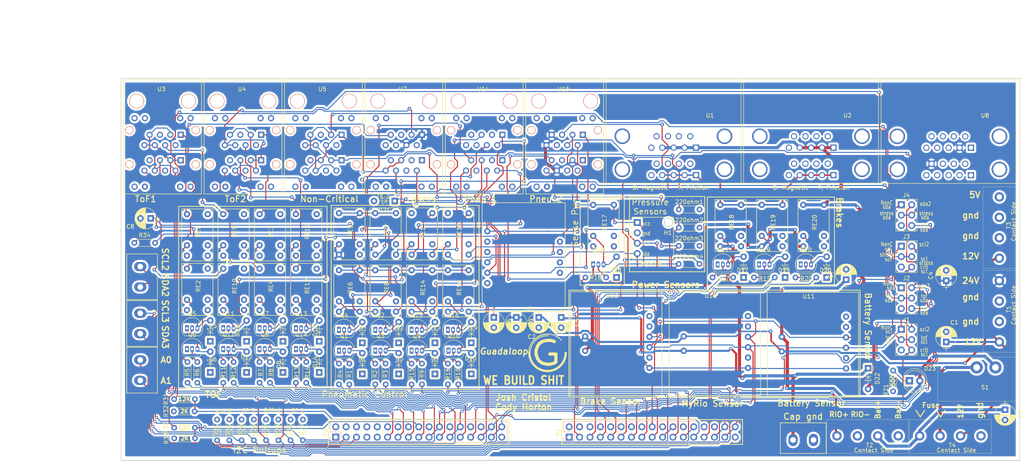
<source format=kicad_pcb>
(kicad_pcb (version 4) (host pcbnew 4.0.6)
  (layers (0 F.Cu signal) (1 In1.Cu power hide) (2 In2.Cu power hide) (31 B.Cu signal) (35 F.Paste user) (37 F.SilkS user) (39 F.Mask user) (44 Edge.Cuts user))
  (net 0 "")
  (net 1 pressure1-)
  (net 2 pressure2-)
  (net 3 pressure3-)
  (net 4 pressure4-)
  (net 5 5V)
  (net 6 2way_ctrl_1_coil-)
  (net 7 2way_ctrl_2_coil-)
  (net 8 2way_ctrl_3_coil-)
  (net 9 pressure_activation_coil-)
  (net 10 Tof_Ctrl_1_coil-)
  (net 11 Tof_Ctrl_3_coil-)
  (net 12 Tof_Ctrl_5_coil-)
  (net 13 Tof_Ctrl_7_coil-)
  (net 14 3way_ctrl_1a_coil-)
  (net 15 3way_ctrl_2a_coil-)
  (net 16 Tof_Ctrl_2_coil-)
  (net 17 Tof_Ctrl_4_coil-)
  (net 18 Tof_Ctrl_6_coil-)
  (net 19 Tof_Ctrl_8_coil-)
  (net 20 3way_ctrl_1b_coil-)
  (net 21 3way_ctrl_2b_coil-)
  (net 22 to_cap_coil-)
  (net 23 sense_pwr_coil-)
  (net 24 friction_coil-)
  (net 25 magnetic_coil-)
  (net 26 non_critical_scl)
  (net 27 non_critical_sda)
  (net 28 DGND)
  (net 29 2way_ctrl_1)
  (net 30 2way_ctrl_2)
  (net 31 2way_ctrl_3)
  (net 32 3way_ctrl_1a)
  (net 33 to_cap_ctrl)
  (net 34 3way_ctrl_1b)
  (net 35 3way_ctrl_2a)
  (net 36 i2c_scl_3)
  (net 37 3way_ctrl_2b)
  (net 38 i2c_sda_3)
  (net 39 friction_ctrl)
  (net 40 magnetic_ctrl)
  (net 41 pressure_activation)
  (net 42 Tof_Ctrl_1)
  (net 43 Tof_Ctrl_2)
  (net 44 Tof_Ctrl_3)
  (net 45 Tof_Ctrl_4)
  (net 46 Tof_Ctrl_5)
  (net 47 Tof_Ctrl_6)
  (net 48 i2c_scl_2)
  (net 49 Tof_Ctrl_7)
  (net 50 Tof_Ctrl_8)
  (net 51 i2c_sda_2)
  (net 52 sense_pwr_ctrl)
  (net 53 laser1)
  (net 54 laser2)
  (net 55 critical_scl)
  (net 56 critical_sda)
  (net 57 "Net-(Q1-Pad2)")
  (net 58 "Net-(Q2-Pad2)")
  (net 59 "Net-(Q3-Pad2)")
  (net 60 "Net-(Q4-Pad2)")
  (net 61 "Net-(Q5-Pad2)")
  (net 62 "Net-(Q6-Pad2)")
  (net 63 "Net-(Q7-Pad2)")
  (net 64 "Net-(Q8-Pad2)")
  (net 65 "Net-(Q9-Pad2)")
  (net 66 "Net-(Q10-Pad2)")
  (net 67 "Net-(Q11-Pad2)")
  (net 68 "Net-(Q12-Pad2)")
  (net 69 "Net-(Q13-Pad2)")
  (net 70 "Net-(Q14-Pad2)")
  (net 71 "Net-(Q15-Pad2)")
  (net 72 "Net-(Q16-Pad2)")
  (net 73 "Net-(Q17-Pad2)")
  (net 74 "Net-(Q18-Pad2)")
  (net 75 "Net-(Q19-Pad2)")
  (net 76 "Net-(Q20-Pad2)")
  (net 77 tof1_power)
  (net 78 tof3_power)
  (net 79 tof5_power)
  (net 80 tof7_power)
  (net 81 24V_activation)
  (net 82 24V)
  (net 83 2way_open_1)
  (net 84 2way_close_1)
  (net 85 2way_open_2)
  (net 86 2way_close_2)
  (net 87 2way_open_3)
  (net 88 2way_close_3)
  (net 89 tof2_power)
  (net 90 tof4_power)
  (net 91 tof6_power)
  (net 92 tof8_power)
  (net 93 "Net-(RE13-Pad5)")
  (net 94 3way_port2_1)
  (net 95 3way_port3_1)
  (net 96 3way_close_1)
  (net 97 "Net-(RE15-Pad5)")
  (net 98 3way_port2_2)
  (net 99 3way_port3_2)
  (net 100 3way_close_2)
  (net 101 sense_pwr)
  (net 102 friction_pwr)
  (net 103 to_cap)
  (net 104 magnetic_pwr)
  (net 105 12V)
  (net 106 A0)
  (net 107 A1)
  (net 108 brake_pwr)
  (net 109 myRIO_12V)
  (net 110 tof_scl)
  (net 111 tof_sda)
  (net 112 stress_scl)
  (net 113 stress_sda)
  (net 114 "Net-(D23-Pad1)")
  (net 115 battery_sensor_input)
  (net 116 battery+fuse)
  (net 117 battery)
  (net 118 laser_digital2)
  (net 119 laser_digital1)
  (net 120 main_laser1)
  (net 121 main_laser2)
  (net 122 "Net-(C8-Pad2)")
  (module footprints:INA219 (layer F.Cu) (at 175.5775 94.2975 180)
    (fp_text reference U10 (at 12.192 24.384 180) (layer F.SilkS))
    (fp_text value INA219)
    (pad 1 thru_hole circle (at 3.048 6.731 180) (size 1.524 1.524) (drill 0.762) (layers *.Cu *.Mask) (net 101 sense_pwr))
    (pad 2 thru_hole circle (at 3.048 9.271 180) (size 1.524 1.524) (drill 0.762) (layers *.Cu *.Mask) (net 28 DGND))
    (pad 3 thru_hole circle (at 3.048 11.811 180) (size 1.524 1.524) (drill 0.762) (layers *.Cu *.Mask) (net 26 non_critical_scl))
    (pad 4 thru_hole circle (at 3.048 14.351 180) (size 1.524 1.524) (drill 0.762) (layers *.Cu *.Mask) (net 27 non_critical_sda))
    (pad 5 thru_hole circle (at 3.048 16.891 180) (size 1.524 1.524) (drill 0.762) (layers *.Cu *.Mask))
    (pad 6 thru_hole circle (at 3.048 19.431 180) (size 1.524 1.524) (drill 0.762) (layers *.Cu *.Mask))
    (pad 8 thru_hole circle (at 18.796 14.478 180) (size 1.524 1.524) (drill 0.762) (layers *.Cu *.Mask) (net 105 12V))
    (pad 7 thru_hole circle (at 18.796 10.922 180) (size 1.524 1.524) (drill 0.762) (layers *.Cu *.Mask) (net 109 myRIO_12V))
  )
  (module Socket_Strips:Socket_Strip_Straight_2x17_Pitch2.54mm (layer B.Cu) (at 71.605 104.505 270)
    (fp_text reference P2 (at -1.225 2.555 270) (layer F.SilkS))
    (fp_text value CONN_02X17)
    (pad 1 thru_hole rect (at 0 0 90) (size 1.7 1.7) (drill 1) (layers *.Cu *.Mask))
    (pad 2 thru_hole oval (at -2.54 0 270) (size 1.7 1.7) (drill 1) (layers *.Cu *.Mask))
    (pad 3 thru_hole oval (at 0 -2.54 270) (size 1.7 1.7) (drill 1) (layers *.Cu *.Mask) (net 106 A0))
    (pad 4 thru_hole oval (at -2.54 -2.54 270) (size 1.7 1.7) (drill 1) (layers *.Cu *.Mask))
    (pad 5 thru_hole oval (at 0 -5.08 270) (size 1.7 1.7) (drill 1) (layers *.Cu *.Mask) (net 107 A1))
    (pad 6 thru_hole oval (at -2.54 -5.08 270) (size 1.7 1.7) (drill 1) (layers *.Cu *.Mask) (net 28 DGND))
    (pad 7 thru_hole oval (at 0 -7.62 270) (size 1.7 1.7) (drill 1) (layers *.Cu *.Mask))
    (pad 8 thru_hole oval (at -2.54 -7.62 270) (size 1.7 1.7) (drill 1) (layers *.Cu *.Mask) (net 28 DGND))
    (pad 9 thru_hole oval (at 0 -10.16 270) (size 1.7 1.7) (drill 1) (layers *.Cu *.Mask))
    (pad 10 thru_hole oval (at -2.54 -10.16 270) (size 1.7 1.7) (drill 1) (layers *.Cu *.Mask))
    (pad 11 thru_hole oval (at 0 -12.7 270) (size 1.7 1.7) (drill 1) (layers *.Cu *.Mask) (net 42 Tof_Ctrl_1))
    (pad 12 thru_hole oval (at -2.54 -12.7 270) (size 1.7 1.7) (drill 1) (layers *.Cu *.Mask) (net 28 DGND))
    (pad 13 thru_hole oval (at 0 -15.24 270) (size 1.7 1.7) (drill 1) (layers *.Cu *.Mask) (net 43 Tof_Ctrl_2))
    (pad 14 thru_hole oval (at -2.54 -15.24 270) (size 1.7 1.7) (drill 1) (layers *.Cu *.Mask))
    (pad 15 thru_hole oval (at 0 -17.78 270) (size 1.7 1.7) (drill 1) (layers *.Cu *.Mask) (net 44 Tof_Ctrl_3))
    (pad 16 thru_hole oval (at -2.54 -17.78 270) (size 1.7 1.7) (drill 1) (layers *.Cu *.Mask) (net 28 DGND))
    (pad 17 thru_hole oval (at 0 -20.32 270) (size 1.7 1.7) (drill 1) (layers *.Cu *.Mask) (net 45 Tof_Ctrl_4))
    (pad 18 thru_hole oval (at -2.54 -20.32 270) (size 1.7 1.7) (drill 1) (layers *.Cu *.Mask) (net 119 laser_digital1))
    (pad 19 thru_hole oval (at 0 -22.86 270) (size 1.7 1.7) (drill 1) (layers *.Cu *.Mask) (net 46 Tof_Ctrl_5))
    (pad 20 thru_hole oval (at -2.54 -22.86 270) (size 1.7 1.7) (drill 1) (layers *.Cu *.Mask) (net 28 DGND))
    (pad 21 thru_hole oval (at 0 -25.4 270) (size 1.7 1.7) (drill 1) (layers *.Cu *.Mask) (net 47 Tof_Ctrl_6))
    (pad 22 thru_hole oval (at -2.54 -25.4 270) (size 1.7 1.7) (drill 1) (layers *.Cu *.Mask) (net 48 i2c_scl_2))
    (pad 23 thru_hole oval (at 0 -27.94 270) (size 1.7 1.7) (drill 1) (layers *.Cu *.Mask) (net 49 Tof_Ctrl_7))
    (pad 24 thru_hole oval (at -2.54 -27.94 270) (size 1.7 1.7) (drill 1) (layers *.Cu *.Mask) (net 28 DGND))
    (pad 25 thru_hole oval (at 0 -30.48 270) (size 1.7 1.7) (drill 1) (layers *.Cu *.Mask) (net 50 Tof_Ctrl_8))
    (pad 26 thru_hole oval (at -2.54 -30.48 270) (size 1.7 1.7) (drill 1) (layers *.Cu *.Mask) (net 51 i2c_sda_2))
    (pad 27 thru_hole oval (at 0 -33.02 270) (size 1.7 1.7) (drill 1) (layers *.Cu *.Mask) (net 52 sense_pwr_ctrl))
    (pad 28 thru_hole oval (at -2.54 -33.02 270) (size 1.7 1.7) (drill 1) (layers *.Cu *.Mask) (net 28 DGND))
    (pad 29 thru_hole oval (at 0 -35.56 270) (size 1.7 1.7) (drill 1) (layers *.Cu *.Mask) (net 53 laser1))
    (pad 30 thru_hole oval (at -2.54 -35.56 270) (size 1.7 1.7) (drill 1) (layers *.Cu *.Mask) (net 28 DGND))
    (pad 31 thru_hole oval (at 0 -38.1 270) (size 1.7 1.7) (drill 1) (layers *.Cu *.Mask) (net 54 laser2))
    (pad 32 thru_hole oval (at -2.54 -38.1 270) (size 1.7 1.7) (drill 1) (layers *.Cu *.Mask) (net 55 critical_scl))
    (pad 33 thru_hole oval (at 0 -40.64 270) (size 1.7 1.7) (drill 1) (layers *.Cu *.Mask))
    (pad 34 thru_hole oval (at -2.54 -40.64 270) (size 1.7 1.7) (drill 1) (layers *.Cu *.Mask) (net 56 critical_sda))
  )
  (module footprints:DB9-doublestacked_PR (layer F.Cu) (at 154.305 38.989 180)
    (fp_text reference U1 (at -8.9154 13.2334 180) (layer F.SilkS))
    (fp_text value stacked-DB9)
    (fp_text user "B: Magnetic   T: Friction" (at 0.635 -4.445 180) (layer F.SilkS))
    (pad 0 thru_hole circle (at 12.5436 8.15386 180) (size 3.81 3.81) (drill 3.05) (layers *.Cu *.Mask))
    (pad 18 thru_hole circle (at 4.1636 8.14686 180) (size 1.52 1.52) (drill 1.02) (layers *.Cu *.Mask) (net 28 DGND))
    (pad 17 thru_hole circle (at 1.3736 8.14686 180) (size 1.52 1.52) (drill 1.02) (layers *.Cu *.Mask) (net 28 DGND))
    (pad 16 thru_hole circle (at -1.2964 8.14686 180) (size 1.52 1.52) (drill 1.02) (layers *.Cu *.Mask) (net 28 DGND))
    (pad 15 thru_hole circle (at -4.0864 8.14686 180) (size 1.52 1.52) (drill 1.02) (layers *.Cu *.Mask) (net 28 DGND))
    (pad 14 thru_hole circle (at 5.4336 5.35686 180) (size 1.52 1.52) (drill 1.02) (layers *.Cu *.Mask) (net 28 DGND))
    (pad 13 thru_hole circle (at 2.7736 5.35686 180) (size 1.52 1.52) (drill 1.02) (layers *.Cu *.Mask) (net 104 magnetic_pwr))
    (pad 12 thru_hole circle (at -0.0264 5.35686 180) (size 1.52 1.52) (drill 1.02) (layers *.Cu *.Mask) (net 104 magnetic_pwr))
    (pad 11 thru_hole circle (at -2.6964 5.35686 180) (size 1.52 1.52) (drill 1.02) (layers *.Cu *.Mask) (net 104 magnetic_pwr))
    (pad 10 thru_hole rect (at -5.4864 5.35686 180) (size 1.52 1.52) (drill 1.02) (layers *.Cu *.Mask) (net 104 magnetic_pwr))
    (pad 0 thru_hole circle (at -12.4714 8.15086 180) (size 3.81 3.81) (drill 3.05) (layers *.Cu *.Mask))
    (pad 0 thru_hole circle (at -12.4664 0.0411 180) (size 3.81 3.81) (drill 3.05) (layers *.Cu *.Mask))
    (pad 0 thru_hole circle (at 12.5436 0.0411 180) (size 3.81 3.81) (drill 3.05) (layers *.Cu *.Mask))
    (pad 1 thru_hole rect (at -5.4864 -1.3589 180) (size 1.52 1.52) (drill 1.02) (layers *.Cu *.Mask) (net 102 friction_pwr))
    (pad 2 thru_hole circle (at -2.6964 -1.3589 180) (size 1.52 1.52) (drill 1.02) (layers *.Cu *.Mask) (net 102 friction_pwr))
    (pad 3 thru_hole circle (at -0.0264 -1.3589 180) (size 1.52 1.52) (drill 1.02) (layers *.Cu *.Mask) (net 102 friction_pwr))
    (pad 4 thru_hole circle (at 2.7736 -1.3589 180) (size 1.52 1.52) (drill 1.02) (layers *.Cu *.Mask) (net 102 friction_pwr))
    (pad 5 thru_hole circle (at 5.4336 -1.3589 180) (size 1.52 1.52) (drill 1.02) (layers *.Cu *.Mask) (net 28 DGND))
    (pad 6 thru_hole circle (at -4.0864 1.4311 180) (size 1.52 1.52) (drill 1.02) (layers *.Cu *.Mask) (net 28 DGND))
    (pad 7 thru_hole circle (at -1.2964 1.4311 180) (size 1.52 1.52) (drill 1.02) (layers *.Cu *.Mask) (net 28 DGND))
    (pad 8 thru_hole circle (at 1.3736 1.4311 180) (size 1.52 1.52) (drill 1.02) (layers *.Cu *.Mask) (net 28 DGND))
    (pad 9 thru_hole circle (at 4.1636 1.4311 180) (size 1.52 1.52) (drill 1.02) (layers *.Cu *.Mask) (net 28 DGND))
  )
  (module footprints:INA219 (layer F.Cu) (at 199.5805 94.4245 180)
    (fp_text reference U11 (at 12.192 24.384 180) (layer F.SilkS))
    (fp_text value INA219)
    (pad 1 thru_hole circle (at 3.048 6.731 180) (size 1.524 1.524) (drill 0.762) (layers *.Cu *.Mask) (net 101 sense_pwr))
    (pad 2 thru_hole circle (at 3.048 9.271 180) (size 1.524 1.524) (drill 0.762) (layers *.Cu *.Mask) (net 28 DGND))
    (pad 3 thru_hole circle (at 3.048 11.811 180) (size 1.524 1.524) (drill 0.762) (layers *.Cu *.Mask) (net 26 non_critical_scl))
    (pad 4 thru_hole circle (at 3.048 14.351 180) (size 1.524 1.524) (drill 0.762) (layers *.Cu *.Mask) (net 27 non_critical_sda))
    (pad 5 thru_hole circle (at 3.048 16.891 180) (size 1.524 1.524) (drill 0.762) (layers *.Cu *.Mask))
    (pad 6 thru_hole circle (at 3.048 19.431 180) (size 1.524 1.524) (drill 0.762) (layers *.Cu *.Mask))
    (pad 8 thru_hole circle (at 18.796 14.478 180) (size 1.524 1.524) (drill 0.762) (layers *.Cu *.Mask) (net 115 battery_sensor_input))
    (pad 7 thru_hole circle (at 18.796 10.922 180) (size 1.524 1.524) (drill 0.762) (layers *.Cu *.Mask) (net 105 12V))
  )
  (module footprints:screwinconnector++ (layer F.Cu) (at 23.749 74.168 270)
    (fp_text reference S5 hide)
    (fp_text value 2pinscrew hide)
    (pad 2 thru_hole oval (at 5 0 270) (size 2.25 3) (drill 1.4) (layers *.Cu *.Mask) (net 38 i2c_sda_3))
    (pad 1 thru_hole oval (at 0 0 270) (size 2.25 3) (drill 1.4) (layers *.Cu *.Mask) (net 36 i2c_scl_3))
  )
  (module footprints:DB9-doublestacked_PR (layer F.Cu) (at 221.615 39.01 180)
    (fp_text reference U8 (at -8.9154 13.2334 180) (layer F.SilkS))
    (fp_text value stacked-DB9)
    (pad 0 thru_hole circle (at 12.5436 8.15386 180) (size 3.81 3.81) (drill 3.05) (layers *.Cu *.Mask))
    (pad 18 thru_hole circle (at 4.1636 8.14686 180) (size 1.52 1.52) (drill 1.02) (layers *.Cu *.Mask))
    (pad 17 thru_hole circle (at 1.3736 8.14686 180) (size 1.52 1.52) (drill 1.02) (layers *.Cu *.Mask))
    (pad 16 thru_hole circle (at -1.2964 8.14686 180) (size 1.52 1.52) (drill 1.02) (layers *.Cu *.Mask))
    (pad 15 thru_hole circle (at -4.0864 8.14686 180) (size 1.52 1.52) (drill 1.02) (layers *.Cu *.Mask))
    (pad 14 thru_hole circle (at 5.4336 5.35686 180) (size 1.52 1.52) (drill 1.02) (layers *.Cu *.Mask))
    (pad 13 thru_hole circle (at 2.7736 5.35686 180) (size 1.52 1.52) (drill 1.02) (layers *.Cu *.Mask))
    (pad 12 thru_hole circle (at -0.0264 5.35686 180) (size 1.52 1.52) (drill 1.02) (layers *.Cu *.Mask) (net 28 DGND))
    (pad 11 thru_hole circle (at -2.6964 5.35686 180) (size 1.52 1.52) (drill 1.02) (layers *.Cu *.Mask) (net 82 24V))
    (pad 10 thru_hole rect (at -5.4864 5.35686 180) (size 1.52 1.52) (drill 1.02) (layers *.Cu *.Mask))
    (pad 0 thru_hole circle (at -12.4714 8.15086 180) (size 3.81 3.81) (drill 3.05) (layers *.Cu *.Mask))
    (pad 0 thru_hole circle (at -12.4664 0.0411 180) (size 3.81 3.81) (drill 3.05) (layers *.Cu *.Mask))
    (pad 0 thru_hole circle (at 12.5436 0.0411 180) (size 3.81 3.81) (drill 3.05) (layers *.Cu *.Mask))
    (pad 1 thru_hole rect (at -5.4864 -1.3589 180) (size 1.52 1.52) (drill 1.02) (layers *.Cu *.Mask))
    (pad 2 thru_hole circle (at -2.6964 -1.3589 180) (size 1.52 1.52) (drill 1.02) (layers *.Cu *.Mask))
    (pad 3 thru_hole circle (at -0.0264 -1.3589 180) (size 1.52 1.52) (drill 1.02) (layers *.Cu *.Mask))
    (pad 4 thru_hole circle (at 2.7736 -1.3589 180) (size 1.52 1.52) (drill 1.02) (layers *.Cu *.Mask))
    (pad 5 thru_hole circle (at 5.4336 -1.3589 180) (size 1.52 1.52) (drill 1.02) (layers *.Cu *.Mask) (net 28 DGND))
    (pad 6 thru_hole circle (at -4.0864 1.4311 180) (size 1.52 1.52) (drill 1.02) (layers *.Cu *.Mask))
    (pad 7 thru_hole circle (at -1.2964 1.4311 180) (size 1.52 1.52) (drill 1.02) (layers *.Cu *.Mask))
    (pad 8 thru_hole circle (at 1.3736 1.4311 180) (size 1.52 1.52) (drill 1.02) (layers *.Cu *.Mask))
    (pad 9 thru_hole circle (at 4.1636 1.4311 180) (size 1.52 1.52) (drill 1.02) (layers *.Cu *.Mask) (net 82 24V))
  )
  (module TO_SOT_Packages_THT:TO-92_Inline_Narrow_Oval (layer F.Cu) (at 185.42 62.23)
    (fp_text reference Q20 (at 1.27 -3.56) (layer F.SilkS))
    (fp_text value PN2222A)
    (pad 2 thru_hole oval (at 1.27 0 180) (size 0.9 1.5) (drill 0.6) (layers *.Cu *.Mask) (net 76 "Net-(Q20-Pad2)"))
    (pad 3 thru_hole oval (at 2.54 0 180) (size 0.9 1.5) (drill 0.6) (layers *.Cu *.Mask) (net 25 magnetic_coil-))
    (pad 1 thru_hole rect (at 0 0 180) (size 0.9 1.5) (drill 0.6) (layers *.Cu *.Mask) (net 28 DGND))
  )
  (module TO_SOT_Packages_THT:TO-92_Inline_Narrow_Oval (layer F.Cu) (at 175.26 62.23)
    (fp_text reference Q19 (at 1.27 -3.56) (layer F.SilkS))
    (fp_text value PN2222A)
    (pad 2 thru_hole oval (at 1.27 0 180) (size 0.9 1.5) (drill 0.6) (layers *.Cu *.Mask) (net 75 "Net-(Q19-Pad2)"))
    (pad 3 thru_hole oval (at 2.54 0 180) (size 0.9 1.5) (drill 0.6) (layers *.Cu *.Mask) (net 24 friction_coil-))
    (pad 1 thru_hole rect (at 0 0 180) (size 0.9 1.5) (drill 0.6) (layers *.Cu *.Mask) (net 28 DGND))
  )
  (module TO_SOT_Packages_THT:TO-92_Inline_Narrow_Oval (layer F.Cu) (at 134.62 62.23)
    (fp_text reference Q18 (at 1.27 -3.56) (layer F.SilkS))
    (fp_text value PN2222A)
    (pad 2 thru_hole oval (at 1.27 0 180) (size 0.9 1.5) (drill 0.6) (layers *.Cu *.Mask) (net 74 "Net-(Q18-Pad2)"))
    (pad 3 thru_hole oval (at 2.54 0 180) (size 0.9 1.5) (drill 0.6) (layers *.Cu *.Mask) (net 23 sense_pwr_coil-))
    (pad 1 thru_hole rect (at 0 0 180) (size 0.9 1.5) (drill 0.6) (layers *.Cu *.Mask) (net 28 DGND))
  )
  (module TO_SOT_Packages_THT:TO-92_Inline_Narrow_Oval (layer F.Cu) (at 165.1 62.23)
    (fp_text reference Q17 (at 1.27 -3.56) (layer F.SilkS))
    (fp_text value PN2222A)
    (pad 2 thru_hole oval (at 1.27 0 180) (size 0.9 1.5) (drill 0.6) (layers *.Cu *.Mask) (net 73 "Net-(Q17-Pad2)"))
    (pad 3 thru_hole oval (at 2.54 0 180) (size 0.9 1.5) (drill 0.6) (layers *.Cu *.Mask) (net 22 to_cap_coil-))
    (pad 1 thru_hole rect (at 0 0 180) (size 0.9 1.5) (drill 0.6) (layers *.Cu *.Mask) (net 28 DGND))
  )
  (module TO_SOT_Packages_THT:TO-92_Inline_Narrow_Oval (layer F.Cu) (at 99.06 78.232)
    (fp_text reference Q16 (at 1.27 -3.56) (layer F.SilkS))
    (fp_text value PN2222A)
    (pad 2 thru_hole oval (at 1.27 0 180) (size 0.9 1.5) (drill 0.6) (layers *.Cu *.Mask) (net 72 "Net-(Q16-Pad2)"))
    (pad 3 thru_hole oval (at 2.54 0 180) (size 0.9 1.5) (drill 0.6) (layers *.Cu *.Mask) (net 21 3way_ctrl_2b_coil-))
    (pad 1 thru_hole rect (at 0 0 180) (size 0.9 1.5) (drill 0.6) (layers *.Cu *.Mask) (net 28 DGND))
  )
  (module TO_SOT_Packages_THT:TO-92_Inline_Narrow_Oval (layer F.Cu) (at 90.17 78.232)
    (fp_text reference Q15 (at 1.27 -3.56) (layer F.SilkS))
    (fp_text value PN2222A)
    (pad 2 thru_hole oval (at 1.27 0 180) (size 0.9 1.5) (drill 0.6) (layers *.Cu *.Mask) (net 71 "Net-(Q15-Pad2)"))
    (pad 3 thru_hole oval (at 2.54 0 180) (size 0.9 1.5) (drill 0.6) (layers *.Cu *.Mask) (net 20 3way_ctrl_1b_coil-))
    (pad 1 thru_hole rect (at 0 0 180) (size 0.9 1.5) (drill 0.6) (layers *.Cu *.Mask) (net 28 DGND))
  )
  (module TO_SOT_Packages_THT:TO-92_Inline_Narrow_Oval (layer F.Cu) (at 61.849 82.931)
    (fp_text reference Q14 (at 1.27 -3.56) (layer F.SilkS))
    (fp_text value PN2222A)
    (pad 2 thru_hole oval (at 1.27 0 180) (size 0.9 1.5) (drill 0.6) (layers *.Cu *.Mask) (net 70 "Net-(Q14-Pad2)"))
    (pad 3 thru_hole oval (at 2.54 0 180) (size 0.9 1.5) (drill 0.6) (layers *.Cu *.Mask) (net 19 Tof_Ctrl_8_coil-))
    (pad 1 thru_hole rect (at 0 0 180) (size 0.9 1.5) (drill 0.6) (layers *.Cu *.Mask) (net 28 DGND))
  )
  (module TO_SOT_Packages_THT:TO-92_Inline_Narrow_Oval (layer F.Cu) (at 61.849 77.851)
    (fp_text reference Q13 (at 1.27 -3.56) (layer F.SilkS))
    (fp_text value PN2222A)
    (pad 2 thru_hole oval (at 1.27 0 180) (size 0.9 1.5) (drill 0.6) (layers *.Cu *.Mask) (net 69 "Net-(Q13-Pad2)"))
    (pad 3 thru_hole oval (at 2.54 0 180) (size 0.9 1.5) (drill 0.6) (layers *.Cu *.Mask) (net 18 Tof_Ctrl_6_coil-))
    (pad 1 thru_hole rect (at 0 0 180) (size 0.9 1.5) (drill 0.6) (layers *.Cu *.Mask) (net 28 DGND))
  )
  (module TO_SOT_Packages_THT:TO-92_Inline_Narrow_Oval (layer F.Cu) (at 44.069 82.931)
    (fp_text reference Q12 (at 1.27 -3.56) (layer F.SilkS))
    (fp_text value PN2222A)
    (pad 2 thru_hole oval (at 1.27 0 180) (size 0.9 1.5) (drill 0.6) (layers *.Cu *.Mask) (net 68 "Net-(Q12-Pad2)"))
    (pad 3 thru_hole oval (at 2.54 0 180) (size 0.9 1.5) (drill 0.6) (layers *.Cu *.Mask) (net 17 Tof_Ctrl_4_coil-))
    (pad 1 thru_hole rect (at 0 0 180) (size 0.9 1.5) (drill 0.6) (layers *.Cu *.Mask) (net 28 DGND))
  )
  (module TO_SOT_Packages_THT:TO-92_Inline_Narrow_Oval (layer F.Cu) (at 44.069 77.851)
    (fp_text reference Q11 (at 1.27 -3.56) (layer F.SilkS))
    (fp_text value PN2222A)
    (pad 2 thru_hole oval (at 1.27 0 180) (size 0.9 1.5) (drill 0.6) (layers *.Cu *.Mask) (net 67 "Net-(Q11-Pad2)"))
    (pad 3 thru_hole oval (at 2.54 0 180) (size 0.9 1.5) (drill 0.6) (layers *.Cu *.Mask) (net 16 Tof_Ctrl_2_coil-))
    (pad 1 thru_hole rect (at 0 0 180) (size 0.9 1.5) (drill 0.6) (layers *.Cu *.Mask) (net 28 DGND))
  )
  (module TO_SOT_Packages_THT:TO-92_Inline_Narrow_Oval (layer F.Cu) (at 99.20732 83.31708)
    (fp_text reference Q10 (at 1.27 -3.56) (layer F.SilkS))
    (fp_text value PN2222A)
    (pad 2 thru_hole oval (at 1.27 0 180) (size 0.9 1.5) (drill 0.6) (layers *.Cu *.Mask) (net 66 "Net-(Q10-Pad2)"))
    (pad 3 thru_hole oval (at 2.54 0 180) (size 0.9 1.5) (drill 0.6) (layers *.Cu *.Mask) (net 15 3way_ctrl_2a_coil-))
    (pad 1 thru_hole rect (at 0 0 180) (size 0.9 1.5) (drill 0.6) (layers *.Cu *.Mask) (net 28 DGND))
  )
  (module TO_SOT_Packages_THT:TO-92_Inline_Narrow_Oval (layer F.Cu) (at 90.17 83.312)
    (fp_text reference Q9 (at 1.27 -3.56) (layer F.SilkS))
    (fp_text value PN2222A)
    (pad 2 thru_hole oval (at 1.27 0 180) (size 0.9 1.5) (drill 0.6) (layers *.Cu *.Mask) (net 65 "Net-(Q9-Pad2)"))
    (pad 3 thru_hole oval (at 2.54 0 180) (size 0.9 1.5) (drill 0.6) (layers *.Cu *.Mask) (net 14 3way_ctrl_1a_coil-))
    (pad 1 thru_hole rect (at 0 0 180) (size 0.9 1.5) (drill 0.6) (layers *.Cu *.Mask) (net 28 DGND))
  )
  (module TO_SOT_Packages_THT:TO-92_Inline_Narrow_Oval (layer F.Cu) (at 52.959 82.931)
    (fp_text reference Q8 (at 1.27 -3.56) (layer F.SilkS))
    (fp_text value PN2222A)
    (pad 2 thru_hole oval (at 1.27 0 180) (size 0.9 1.5) (drill 0.6) (layers *.Cu *.Mask) (net 64 "Net-(Q8-Pad2)"))
    (pad 3 thru_hole oval (at 2.54 0 180) (size 0.9 1.5) (drill 0.6) (layers *.Cu *.Mask) (net 13 Tof_Ctrl_7_coil-))
    (pad 1 thru_hole rect (at 0 0 180) (size 0.9 1.5) (drill 0.6) (layers *.Cu *.Mask) (net 28 DGND))
  )
  (module TO_SOT_Packages_THT:TO-92_Inline_Narrow_Oval (layer F.Cu) (at 52.959 77.851)
    (fp_text reference Q7 (at 1.27 -3.56) (layer F.SilkS))
    (fp_text value PN2222A)
    (pad 2 thru_hole oval (at 1.27 0 180) (size 0.9 1.5) (drill 0.6) (layers *.Cu *.Mask) (net 63 "Net-(Q7-Pad2)"))
    (pad 3 thru_hole oval (at 2.54 0 180) (size 0.9 1.5) (drill 0.6) (layers *.Cu *.Mask) (net 12 Tof_Ctrl_5_coil-))
    (pad 1 thru_hole rect (at 0 0 180) (size 0.9 1.5) (drill 0.6) (layers *.Cu *.Mask) (net 28 DGND))
  )
  (module TO_SOT_Packages_THT:TO-92_Inline_Narrow_Oval (layer F.Cu) (at 35.179 82.931)
    (fp_text reference Q6 (at 1.27 -3.56) (layer F.SilkS))
    (fp_text value PN2222A)
    (pad 2 thru_hole oval (at 1.27 0 180) (size 0.9 1.5) (drill 0.6) (layers *.Cu *.Mask) (net 62 "Net-(Q6-Pad2)"))
    (pad 3 thru_hole oval (at 2.54 0 180) (size 0.9 1.5) (drill 0.6) (layers *.Cu *.Mask) (net 11 Tof_Ctrl_3_coil-))
    (pad 1 thru_hole rect (at 0 0 180) (size 0.9 1.5) (drill 0.6) (layers *.Cu *.Mask) (net 28 DGND))
  )
  (module TO_SOT_Packages_THT:TO-92_Inline_Narrow_Oval (layer F.Cu) (at 35.179 77.851)
    (fp_text reference Q5 (at 1.27 -3.56) (layer F.SilkS))
    (fp_text value PN2222A)
    (pad 2 thru_hole oval (at 1.27 0 180) (size 0.9 1.5) (drill 0.6) (layers *.Cu *.Mask) (net 61 "Net-(Q5-Pad2)"))
    (pad 3 thru_hole oval (at 2.54 0 180) (size 0.9 1.5) (drill 0.6) (layers *.Cu *.Mask) (net 10 Tof_Ctrl_1_coil-))
    (pad 1 thru_hole rect (at 0 0 180) (size 0.9 1.5) (drill 0.6) (layers *.Cu *.Mask) (net 28 DGND))
  )
  (module TO_SOT_Packages_THT:TO-92_Inline_Narrow_Oval (layer F.Cu) (at 72.39 78.232)
    (fp_text reference Q4 (at 1.27 -3.56) (layer F.SilkS))
    (fp_text value PN2222A)
    (pad 2 thru_hole oval (at 1.27 0 180) (size 0.9 1.5) (drill 0.6) (layers *.Cu *.Mask) (net 60 "Net-(Q4-Pad2)"))
    (pad 3 thru_hole oval (at 2.54 0 180) (size 0.9 1.5) (drill 0.6) (layers *.Cu *.Mask) (net 9 pressure_activation_coil-))
    (pad 1 thru_hole rect (at 0 0 180) (size 0.9 1.5) (drill 0.6) (layers *.Cu *.Mask) (net 28 DGND))
  )
  (module TO_SOT_Packages_THT:TO-92_Inline_Narrow_Oval (layer F.Cu) (at 81.28 83.312)
    (fp_text reference Q3 (at 1.27 -3.56) (layer F.SilkS))
    (fp_text value PN2222A)
    (pad 2 thru_hole oval (at 1.27 0 180) (size 0.9 1.5) (drill 0.6) (layers *.Cu *.Mask) (net 59 "Net-(Q3-Pad2)"))
    (pad 3 thru_hole oval (at 2.54 0 180) (size 0.9 1.5) (drill 0.6) (layers *.Cu *.Mask) (net 8 2way_ctrl_3_coil-))
    (pad 1 thru_hole rect (at 0 0 180) (size 0.9 1.5) (drill 0.6) (layers *.Cu *.Mask) (net 28 DGND))
  )
  (module TO_SOT_Packages_THT:TO-92_Inline_Narrow_Oval (layer F.Cu) (at 81.28 78.232)
    (fp_text reference Q2 (at 1.27 -3.56) (layer F.SilkS))
    (fp_text value PN2222A)
    (pad 2 thru_hole oval (at 1.27 0 180) (size 0.9 1.5) (drill 0.6) (layers *.Cu *.Mask) (net 58 "Net-(Q2-Pad2)"))
    (pad 3 thru_hole oval (at 2.54 0 180) (size 0.9 1.5) (drill 0.6) (layers *.Cu *.Mask) (net 7 2way_ctrl_2_coil-))
    (pad 1 thru_hole rect (at 0 0 180) (size 0.9 1.5) (drill 0.6) (layers *.Cu *.Mask) (net 28 DGND))
  )
  (module TO_SOT_Packages_THT:TO-92_Inline_Narrow_Oval (layer F.Cu) (at 72.39 83.312)
    (fp_text reference Q1 (at 1.27 -3.56) (layer F.SilkS))
    (fp_text value PN2222A)
    (pad 2 thru_hole oval (at 1.27 0 180) (size 0.9 1.5) (drill 0.6) (layers *.Cu *.Mask) (net 57 "Net-(Q1-Pad2)"))
    (pad 3 thru_hole oval (at 2.54 0 180) (size 0.9 1.5) (drill 0.6) (layers *.Cu *.Mask) (net 6 2way_ctrl_1_coil-))
    (pad 1 thru_hole rect (at 0 0 180) (size 0.9 1.5) (drill 0.6) (layers *.Cu *.Mask) (net 28 DGND))
  )
  (module footprints:bmp180 (layer F.Cu) (at 145.415 51.943)
    (fp_text reference H1 (at 7.493 2.54) (layer F.SilkS))
    (fp_text value BMP180 (at 3.81 10.16) (layer F.SilkS))
    (pad 1 thru_hole rect (at 0 0) (size 1.7 1.7) (drill 1) (layers *.Cu *.Mask) (net 101 sense_pwr))
    (pad 2 thru_hole oval (at 0 2.54) (size 1.7 1.7) (drill 1) (layers *.Cu *.Mask) (net 28 DGND))
    (pad 3 thru_hole oval (at 0 5.08) (size 1.7 1.7) (drill 1) (layers *.Cu *.Mask) (net 26 non_critical_scl))
    (pad 4 thru_hole oval (at 0 7.62) (size 1.7 1.7) (drill 1) (layers *.Cu *.Mask) (net 27 non_critical_sda))
    (pad "" np_thru_hole circle (at 7.62 0) (size 2.1 2.1) (drill 2.032) (layers *.Cu))
  )
  (module footprints:BNO055 (layer F.Cu) (at 117.602 60.452)
    (fp_text reference U6 (at 1.27 12.7) (layer F.SilkS))
    (fp_text value BNO055)
    (pad 1 thru_hole circle (at -8.89 -6.35) (size 1.524 1.524) (drill 0.762) (layers *.Cu *.Mask) (net 101 sense_pwr))
    (pad 2 thru_hole circle (at -8.89 -3.81) (size 1.524 1.524) (drill 0.762) (layers *.Cu *.Mask))
    (pad 3 thru_hole circle (at -8.89 -1.27) (size 1.524 1.524) (drill 0.762) (layers *.Cu *.Mask) (net 28 DGND))
    (pad 4 thru_hole circle (at -8.89 1.27) (size 1.524 1.524) (drill 0.762) (layers *.Cu *.Mask) (net 27 non_critical_sda))
    (pad 5 thru_hole circle (at -8.89 3.81) (size 1.524 1.524) (drill 0.762) (layers *.Cu *.Mask) (net 26 non_critical_scl))
    (pad 6 thru_hole circle (at -8.89 6.35) (size 1.524 1.524) (drill 0.762) (layers *.Cu *.Mask))
    (pad 7 thru_hole circle (at 8.89 -3.81) (size 1.524 1.524) (drill 0.762) (layers *.Cu *.Mask))
    (pad 8 thru_hole circle (at 8.89 -1.27) (size 1.524 1.524) (drill 0.762) (layers *.Cu *.Mask))
    (pad 9 thru_hole circle (at 8.89 1.27) (size 1.524 1.524) (drill 0.762) (layers *.Cu *.Mask))
    (pad 10 thru_hole circle (at 8.89 3.81) (size 1.524 1.524) (drill 0.762) (layers *.Cu *.Mask))
  )
  (module footprints:DB9-doublestacked_PR (layer F.Cu) (at 187.96 38.989 180)
    (fp_text reference U2 (at -8.9154 13.2334 180) (layer F.SilkS))
    (fp_text value stacked-DB9)
    (fp_text user "B: Magnetic   T: Friction" (at 0 -4.445 180) (layer F.SilkS))
    (pad 0 thru_hole circle (at 12.5436 8.15386 180) (size 3.81 3.81) (drill 3.05) (layers *.Cu *.Mask))
    (pad 18 thru_hole circle (at 4.1636 8.14686 180) (size 1.52 1.52) (drill 1.02) (layers *.Cu *.Mask) (net 28 DGND))
    (pad 17 thru_hole circle (at 1.3736 8.14686 180) (size 1.52 1.52) (drill 1.02) (layers *.Cu *.Mask) (net 28 DGND))
    (pad 16 thru_hole circle (at -1.2964 8.14686 180) (size 1.52 1.52) (drill 1.02) (layers *.Cu *.Mask) (net 28 DGND))
    (pad 15 thru_hole circle (at -4.0864 8.14686 180) (size 1.52 1.52) (drill 1.02) (layers *.Cu *.Mask) (net 28 DGND))
    (pad 14 thru_hole circle (at 5.4336 5.35686 180) (size 1.52 1.52) (drill 1.02) (layers *.Cu *.Mask) (net 28 DGND))
    (pad 13 thru_hole circle (at 2.7736 5.35686 180) (size 1.52 1.52) (drill 1.02) (layers *.Cu *.Mask) (net 104 magnetic_pwr))
    (pad 12 thru_hole circle (at -0.0264 5.35686 180) (size 1.52 1.52) (drill 1.02) (layers *.Cu *.Mask) (net 104 magnetic_pwr))
    (pad 11 thru_hole circle (at -2.6964 5.35686 180) (size 1.52 1.52) (drill 1.02) (layers *.Cu *.Mask) (net 104 magnetic_pwr))
    (pad 10 thru_hole rect (at -5.4864 5.35686 180) (size 1.52 1.52) (drill 1.02) (layers *.Cu *.Mask) (net 104 magnetic_pwr))
    (pad 0 thru_hole circle (at -12.4714 8.15086 180) (size 3.81 3.81) (drill 3.05) (layers *.Cu *.Mask))
    (pad 0 thru_hole circle (at -12.4664 0.0411 180) (size 3.81 3.81) (drill 3.05) (layers *.Cu *.Mask))
    (pad 0 thru_hole circle (at 12.5436 0.0411 180) (size 3.81 3.81) (drill 3.05) (layers *.Cu *.Mask))
    (pad 1 thru_hole rect (at -5.4864 -1.3589 180) (size 1.52 1.52) (drill 1.02) (layers *.Cu *.Mask) (net 102 friction_pwr))
    (pad 2 thru_hole circle (at -2.6964 -1.3589 180) (size 1.52 1.52) (drill 1.02) (layers *.Cu *.Mask) (net 102 friction_pwr))
    (pad 3 thru_hole circle (at -0.0264 -1.3589 180) (size 1.52 1.52) (drill 1.02) (layers *.Cu *.Mask) (net 102 friction_pwr))
    (pad 4 thru_hole circle (at 2.7736 -1.3589 180) (size 1.52 1.52) (drill 1.02) (layers *.Cu *.Mask) (net 102 friction_pwr))
    (pad 5 thru_hole circle (at 5.4336 -1.3589 180) (size 1.52 1.52) (drill 1.02) (layers *.Cu *.Mask) (net 28 DGND))
    (pad 6 thru_hole circle (at -4.0864 1.4311 180) (size 1.52 1.52) (drill 1.02) (layers *.Cu *.Mask) (net 28 DGND))
    (pad 7 thru_hole circle (at -1.2964 1.4311 180) (size 1.52 1.52) (drill 1.02) (layers *.Cu *.Mask) (net 28 DGND))
    (pad 8 thru_hole circle (at 1.3736 1.4311 180) (size 1.52 1.52) (drill 1.02) (layers *.Cu *.Mask) (net 28 DGND))
    (pad 9 thru_hole circle (at 4.1636 1.4311 180) (size 1.52 1.52) (drill 1.02) (layers *.Cu *.Mask) (net 28 DGND))
  )
  (module Resistors_THT:R_Axial_DIN0204_L3.6mm_D1.6mm_P5.08mm_Horizontal (layer F.Cu) (at 32.05 102.19)
    (fp_text reference R30 (at -2 0 90) (layer F.SilkS))
    (fp_text value 12K)
    (pad 1 thru_hole circle (at 0 0) (size 1.4 1.4) (drill 0.7) (layers *.Cu *.Mask) (net 120 main_laser1))
    (pad 2 thru_hole oval (at 5.08 0) (size 1.4 1.4) (drill 0.7) (layers *.Cu *.Mask) (net 119 laser_digital1))
  )
  (module Resistors_THT:R_Axial_DIN0204_L3.6mm_D1.6mm_P5.08mm_Horizontal (layer F.Cu) (at 51.55 100.19 270)
    (fp_text reference R29 (at 2.54 0 270) (layer F.SilkS))
    (fp_text value R)
    (pad 1 thru_hole circle (at 0 0 270) (size 1.4 1.4) (drill 0.7) (layers *.Cu *.Mask) (net 5 5V))
    (pad 2 thru_hole oval (at 5.08 0 270) (size 1.4 1.4) (drill 0.7) (layers *.Cu *.Mask) (net 36 i2c_scl_3))
  )
  (module Resistors_THT:R_Axial_DIN0204_L3.6mm_D1.6mm_P5.08mm_Horizontal (layer F.Cu) (at 48.55 100.19 270)
    (fp_text reference R28 (at 2.54 0 270) (layer F.SilkS))
    (fp_text value R)
    (pad 1 thru_hole circle (at 0 0 270) (size 1.4 1.4) (drill 0.7) (layers *.Cu *.Mask) (net 5 5V))
    (pad 2 thru_hole oval (at 5.08 0 270) (size 1.4 1.4) (drill 0.7) (layers *.Cu *.Mask) (net 38 i2c_sda_3))
  )
  (module Resistors_THT:R_Axial_DIN0204_L3.6mm_D1.6mm_P5.08mm_Horizontal (layer F.Cu) (at 63.55 100.19 270)
    (fp_text reference R27 (at 2.54 0 270) (layer F.SilkS))
    (fp_text value R)
    (pad 1 thru_hole circle (at 0 0 270) (size 1.4 1.4) (drill 0.7) (layers *.Cu *.Mask) (net 5 5V))
    (pad 2 thru_hole oval (at 5.08 0 270) (size 1.4 1.4) (drill 0.7) (layers *.Cu *.Mask) (net 48 i2c_scl_2))
  )
  (module Resistors_THT:R_Axial_DIN0204_L3.6mm_D1.6mm_P5.08mm_Horizontal (layer F.Cu) (at 60.55 100.19 270)
    (fp_text reference R26 (at 2.54 0 270) (layer F.SilkS))
    (fp_text value R)
    (pad 1 thru_hole circle (at 0 0 270) (size 1.4 1.4) (drill 0.7) (layers *.Cu *.Mask) (net 5 5V))
    (pad 2 thru_hole oval (at 5.08 0 270) (size 1.4 1.4) (drill 0.7) (layers *.Cu *.Mask) (net 51 i2c_sda_2))
  )
  (module Resistors_THT:R_Axial_DIN0204_L3.6mm_D1.6mm_P5.08mm_Horizontal (layer F.Cu) (at 45.55 100.19 270)
    (fp_text reference R25 (at 2.54 0 270) (layer F.SilkS))
    (fp_text value R)
    (pad 1 thru_hole circle (at 0 0 270) (size 1.4 1.4) (drill 0.7) (layers *.Cu *.Mask) (net 5 5V))
    (pad 2 thru_hole oval (at 5.08 0 270) (size 1.4 1.4) (drill 0.7) (layers *.Cu *.Mask) (net 26 non_critical_scl))
  )
  (module Resistors_THT:R_Axial_DIN0204_L3.6mm_D1.6mm_P5.08mm_Horizontal (layer F.Cu) (at 42.55 100.19 270)
    (fp_text reference R24 (at 2.54 0 270) (layer F.SilkS))
    (fp_text value R)
    (pad 1 thru_hole circle (at 0 0 270) (size 1.4 1.4) (drill 0.7) (layers *.Cu *.Mask) (net 5 5V))
    (pad 2 thru_hole oval (at 5.08 0 270) (size 1.4 1.4) (drill 0.7) (layers *.Cu *.Mask) (net 27 non_critical_sda))
  )
  (module Resistors_THT:R_Axial_DIN0204_L3.6mm_D1.6mm_P5.08mm_Horizontal (layer F.Cu) (at 57.55 100.19 270)
    (fp_text reference R23 (at 2.54 0 270) (layer F.SilkS))
    (fp_text value R)
    (pad 1 thru_hole circle (at 0 0 270) (size 1.4 1.4) (drill 0.7) (layers *.Cu *.Mask) (net 5 5V))
    (pad 2 thru_hole oval (at 5.08 0 270) (size 1.4 1.4) (drill 0.7) (layers *.Cu *.Mask) (net 55 critical_scl))
  )
  (module Resistors_THT:R_Axial_DIN0204_L3.6mm_D1.6mm_P5.08mm_Horizontal (layer F.Cu) (at 54.55 100.19 270)
    (fp_text reference R22 (at 2.54 0 270) (layer F.SilkS))
    (fp_text value R)
    (pad 1 thru_hole circle (at 0 0 270) (size 1.4 1.4) (drill 0.7) (layers *.Cu *.Mask) (net 5 5V))
    (pad 2 thru_hole oval (at 5.08 0 270) (size 1.4 1.4) (drill 0.7) (layers *.Cu *.Mask) (net 56 critical_sda))
  )
  (module Diodes_THT:D_DO-35_SOD27_P5.08mm_Vertical_AnodeUp (layer F.Cu) (at 201.93 87.63 270)
    (fp_text reference D22 (at 2.54 -2.266371 270) (layer F.SilkS))
    (fp_text value D)
    (pad 1 thru_hole rect (at 0 0 270) (size 1.6 1.6) (drill 0.8) (layers *.Cu *.Mask) (net 103 to_cap))
    (pad 2 thru_hole oval (at 5.08 0 270) (size 1.6 1.6) (drill 0.8) (layers *.Cu *.Mask) (net 104 magnetic_pwr))
  )
  (module footprints:relay (layer F.Cu) (at 189.865 55.245 90)
    (fp_text reference RE20 (at 3.33 -1.03 90) (layer F.SilkS))
    (fp_text value relay)
    (pad 5 thru_hole circle (at 7.62 1.27 90) (size 1.524 1.524) (drill 0.762) (layers *.Cu *.Mask) (net 104 magnetic_pwr))
    (pad 2 thru_hole circle (at 0 1.27 90) (size 1.524 1.524) (drill 0.762) (layers *.Cu *.Mask) (net 5 5V))
    (pad 1 thru_hole circle (at -2.54 1.27 90) (size 1.524 1.524) (drill 0.762) (layers *.Cu *.Mask) (net 28 DGND))
    (pad 6 thru_hole circle (at 7.62 -3.81 90) (size 1.524 1.524) (drill 0.762) (layers *.Cu *.Mask) (net 104 magnetic_pwr))
    (pad 9 thru_hole circle (at 0 -3.81 90) (size 1.524 1.524) (drill 0.762) (layers *.Cu *.Mask) (net 25 magnetic_coil-))
    (pad 10 thru_hole circle (at -2.54 -3.81 90) (size 1.524 1.524) (drill 0.762) (layers *.Cu *.Mask) (net 108 brake_pwr))
  )
  (module footprints:relay (layer F.Cu) (at 179.705 55.245 90)
    (fp_text reference RE19 (at 3.33 -1.03 90) (layer F.SilkS))
    (fp_text value relay)
    (pad 5 thru_hole circle (at 7.62 1.27 90) (size 1.524 1.524) (drill 0.762) (layers *.Cu *.Mask) (net 102 friction_pwr))
    (pad 2 thru_hole circle (at 0 1.27 90) (size 1.524 1.524) (drill 0.762) (layers *.Cu *.Mask) (net 5 5V))
    (pad 1 thru_hole circle (at -2.54 1.27 90) (size 1.524 1.524) (drill 0.762) (layers *.Cu *.Mask) (net 28 DGND))
    (pad 6 thru_hole circle (at 7.62 -3.81 90) (size 1.524 1.524) (drill 0.762) (layers *.Cu *.Mask) (net 102 friction_pwr))
    (pad 9 thru_hole circle (at 0 -3.81 90) (size 1.524 1.524) (drill 0.762) (layers *.Cu *.Mask) (net 24 friction_coil-))
    (pad 10 thru_hole circle (at -2.54 -3.81 90) (size 1.524 1.524) (drill 0.762) (layers *.Cu *.Mask) (net 108 brake_pwr))
  )
  (module footprints:relay (layer F.Cu) (at 169.545 55.245 90)
    (fp_text reference RE18 (at 3.33 -1.03 90) (layer F.SilkS))
    (fp_text value relay)
    (pad 5 thru_hole circle (at 7.62 1.27 90) (size 1.524 1.524) (drill 0.762) (layers *.Cu *.Mask) (net 102 friction_pwr))
    (pad 2 thru_hole circle (at 0 1.27 90) (size 1.524 1.524) (drill 0.762) (layers *.Cu *.Mask) (net 5 5V))
    (pad 1 thru_hole circle (at -2.54 1.27 90) (size 1.524 1.524) (drill 0.762) (layers *.Cu *.Mask))
    (pad 6 thru_hole circle (at 7.62 -3.81 90) (size 1.524 1.524) (drill 0.762) (layers *.Cu *.Mask) (net 102 friction_pwr))
    (pad 9 thru_hole circle (at 0 -3.81 90) (size 1.524 1.524) (drill 0.762) (layers *.Cu *.Mask) (net 22 to_cap_coil-))
    (pad 10 thru_hole circle (at -2.54 -3.81 90) (size 1.524 1.524) (drill 0.762) (layers *.Cu *.Mask) (net 103 to_cap))
  )
  (module footprints:relay (layer F.Cu) (at 138.43 55.245 90)
    (fp_text reference RE17 (at 3.33 -1.03 90) (layer F.SilkS))
    (fp_text value relay)
    (pad 5 thru_hole circle (at 7.62 1.27 90) (size 1.524 1.524) (drill 0.762) (layers *.Cu *.Mask) (net 101 sense_pwr))
    (pad 2 thru_hole circle (at 0 1.27 90) (size 1.524 1.524) (drill 0.762) (layers *.Cu *.Mask) (net 5 5V))
    (pad 1 thru_hole circle (at -2.54 1.27 90) (size 1.524 1.524) (drill 0.762) (layers *.Cu *.Mask) (net 28 DGND))
    (pad 6 thru_hole circle (at 7.62 -3.81 90) (size 1.524 1.524) (drill 0.762) (layers *.Cu *.Mask) (net 101 sense_pwr))
    (pad 9 thru_hole circle (at 0 -3.81 90) (size 1.524 1.524) (drill 0.762) (layers *.Cu *.Mask) (net 23 sense_pwr_coil-))
    (pad 10 thru_hole circle (at -2.54 -3.81 90) (size 1.524 1.524) (drill 0.762) (layers *.Cu *.Mask) (net 5 5V))
  )
  (module footprints:relay (layer F.Cu) (at 102.87 71.247 90)
    (fp_text reference RE16 (at 3.33 -1.03 90) (layer F.SilkS))
    (fp_text value relay)
    (pad 5 thru_hole circle (at 7.62 1.27 90) (size 1.524 1.524) (drill 0.762) (layers *.Cu *.Mask) (net 81 24V_activation))
    (pad 2 thru_hole circle (at 0 1.27 90) (size 1.524 1.524) (drill 0.762) (layers *.Cu *.Mask) (net 5 5V))
    (pad 1 thru_hole circle (at -2.54 1.27 90) (size 1.524 1.524) (drill 0.762) (layers *.Cu *.Mask) (net 100 3way_close_2))
    (pad 6 thru_hole circle (at 7.62 -3.81 90) (size 1.524 1.524) (drill 0.762) (layers *.Cu *.Mask) (net 81 24V_activation))
    (pad 9 thru_hole circle (at 0 -3.81 90) (size 1.524 1.524) (drill 0.762) (layers *.Cu *.Mask) (net 15 3way_ctrl_2a_coil-))
    (pad 10 thru_hole circle (at -2.54 -3.81 90) (size 1.524 1.524) (drill 0.762) (layers *.Cu *.Mask) (net 97 "Net-(RE15-Pad5)"))
  )
  (module footprints:relay (layer F.Cu) (at 102.87 57.277 90)
    (fp_text reference RE15 (at 3.33 -1.03 90) (layer F.SilkS))
    (fp_text value relay)
    (pad 5 thru_hole circle (at 7.62 1.27 90) (size 1.524 1.524) (drill 0.762) (layers *.Cu *.Mask) (net 97 "Net-(RE15-Pad5)"))
    (pad 2 thru_hole circle (at 0 1.27 90) (size 1.524 1.524) (drill 0.762) (layers *.Cu *.Mask) (net 5 5V))
    (pad 1 thru_hole circle (at -2.54 1.27 90) (size 1.524 1.524) (drill 0.762) (layers *.Cu *.Mask) (net 98 3way_port2_2))
    (pad 6 thru_hole circle (at 7.62 -3.81 90) (size 1.524 1.524) (drill 0.762) (layers *.Cu *.Mask))
    (pad 9 thru_hole circle (at 0 -3.81 90) (size 1.524 1.524) (drill 0.762) (layers *.Cu *.Mask) (net 21 3way_ctrl_2b_coil-))
    (pad 10 thru_hole circle (at -2.54 -3.81 90) (size 1.524 1.524) (drill 0.762) (layers *.Cu *.Mask) (net 99 3way_port3_2))
  )
  (module footprints:relay (layer F.Cu) (at 93.98 71.247 90)
    (fp_text reference RE14 (at 3.33 -1.03 90) (layer F.SilkS))
    (fp_text value relay)
    (pad 5 thru_hole circle (at 7.62 1.27 90) (size 1.524 1.524) (drill 0.762) (layers *.Cu *.Mask) (net 81 24V_activation))
    (pad 2 thru_hole circle (at 0 1.27 90) (size 1.524 1.524) (drill 0.762) (layers *.Cu *.Mask) (net 5 5V))
    (pad 1 thru_hole circle (at -2.54 1.27 90) (size 1.524 1.524) (drill 0.762) (layers *.Cu *.Mask) (net 96 3way_close_1))
    (pad 6 thru_hole circle (at 7.62 -3.81 90) (size 1.524 1.524) (drill 0.762) (layers *.Cu *.Mask) (net 81 24V_activation))
    (pad 9 thru_hole circle (at 0 -3.81 90) (size 1.524 1.524) (drill 0.762) (layers *.Cu *.Mask) (net 14 3way_ctrl_1a_coil-))
    (pad 10 thru_hole circle (at -2.54 -3.81 90) (size 1.524 1.524) (drill 0.762) (layers *.Cu *.Mask) (net 93 "Net-(RE13-Pad5)"))
  )
  (module footprints:relay (layer F.Cu) (at 93.98 57.277 90)
    (fp_text reference RE13 (at 3.33 -1.03 90) (layer F.SilkS))
    (fp_text value relay)
    (pad 5 thru_hole circle (at 7.62 1.27 90) (size 1.524 1.524) (drill 0.762) (layers *.Cu *.Mask) (net 93 "Net-(RE13-Pad5)"))
    (pad 2 thru_hole circle (at 0 1.27 90) (size 1.524 1.524) (drill 0.762) (layers *.Cu *.Mask) (net 5 5V))
    (pad 1 thru_hole circle (at -2.54 1.27 90) (size 1.524 1.524) (drill 0.762) (layers *.Cu *.Mask) (net 94 3way_port2_1))
    (pad 6 thru_hole circle (at 7.62 -3.81 90) (size 1.524 1.524) (drill 0.762) (layers *.Cu *.Mask))
    (pad 9 thru_hole circle (at 0 -3.81 90) (size 1.524 1.524) (drill 0.762) (layers *.Cu *.Mask) (net 20 3way_ctrl_1b_coil-))
    (pad 10 thru_hole circle (at -2.54 -3.81 90) (size 1.524 1.524) (drill 0.762) (layers *.Cu *.Mask) (net 95 3way_port3_1))
  )
  (module footprints:relay (layer F.Cu) (at 65.659 70.866 90)
    (fp_text reference RE12 (at 3.33 -1.03 90) (layer F.SilkS))
    (fp_text value relay)
    (pad 5 thru_hole circle (at 7.62 1.27 90) (size 1.524 1.524) (drill 0.762) (layers *.Cu *.Mask))
    (pad 2 thru_hole circle (at 0 1.27 90) (size 1.524 1.524) (drill 0.762) (layers *.Cu *.Mask) (net 5 5V))
    (pad 1 thru_hole circle (at -2.54 1.27 90) (size 1.524 1.524) (drill 0.762) (layers *.Cu *.Mask) (net 28 DGND))
    (pad 6 thru_hole circle (at 7.62 -3.81 90) (size 1.524 1.524) (drill 0.762) (layers *.Cu *.Mask) (net 92 tof8_power))
    (pad 9 thru_hole circle (at 0 -3.81 90) (size 1.524 1.524) (drill 0.762) (layers *.Cu *.Mask) (net 19 Tof_Ctrl_8_coil-))
    (pad 10 thru_hole circle (at -2.54 -3.81 90) (size 1.524 1.524) (drill 0.762) (layers *.Cu *.Mask) (net 5 5V))
  )
  (module footprints:relay (layer F.Cu) (at 65.659 57.531 90)
    (fp_text reference RE11 (at 3.33 -1.03 90) (layer F.SilkS))
    (fp_text value relay)
    (pad 5 thru_hole circle (at 7.62 1.27 90) (size 1.524 1.524) (drill 0.762) (layers *.Cu *.Mask))
    (pad 2 thru_hole circle (at 0 1.27 90) (size 1.524 1.524) (drill 0.762) (layers *.Cu *.Mask) (net 5 5V))
    (pad 1 thru_hole circle (at -2.54 1.27 90) (size 1.524 1.524) (drill 0.762) (layers *.Cu *.Mask) (net 28 DGND))
    (pad 6 thru_hole circle (at 7.62 -3.81 90) (size 1.524 1.524) (drill 0.762) (layers *.Cu *.Mask) (net 91 tof6_power))
    (pad 9 thru_hole circle (at 0 -3.81 90) (size 1.524 1.524) (drill 0.762) (layers *.Cu *.Mask) (net 18 Tof_Ctrl_6_coil-))
    (pad 10 thru_hole circle (at -2.54 -3.81 90) (size 1.524 1.524) (drill 0.762) (layers *.Cu *.Mask) (net 5 5V))
  )
  (module footprints:relay (layer F.Cu) (at 47.879 70.866 90)
    (fp_text reference RE10 (at 3.33 -1.03 90) (layer F.SilkS))
    (fp_text value relay)
    (pad 5 thru_hole circle (at 7.62 1.27 90) (size 1.524 1.524) (drill 0.762) (layers *.Cu *.Mask))
    (pad 2 thru_hole circle (at 0 1.27 90) (size 1.524 1.524) (drill 0.762) (layers *.Cu *.Mask) (net 5 5V))
    (pad 1 thru_hole circle (at -2.54 1.27 90) (size 1.524 1.524) (drill 0.762) (layers *.Cu *.Mask) (net 28 DGND))
    (pad 6 thru_hole circle (at 7.62 -3.81 90) (size 1.524 1.524) (drill 0.762) (layers *.Cu *.Mask) (net 90 tof4_power))
    (pad 9 thru_hole circle (at 0 -3.81 90) (size 1.524 1.524) (drill 0.762) (layers *.Cu *.Mask) (net 17 Tof_Ctrl_4_coil-))
    (pad 10 thru_hole circle (at -2.54 -3.81 90) (size 1.524 1.524) (drill 0.762) (layers *.Cu *.Mask) (net 5 5V))
  )
  (module footprints:relay (layer F.Cu) (at 47.879 57.531 90)
    (fp_text reference RE9 (at 3.33 -1.03 90) (layer F.SilkS))
    (fp_text value relay)
    (pad 5 thru_hole circle (at 7.62 1.27 90) (size 1.524 1.524) (drill 0.762) (layers *.Cu *.Mask))
    (pad 2 thru_hole circle (at 0 1.27 90) (size 1.524 1.524) (drill 0.762) (layers *.Cu *.Mask) (net 5 5V))
    (pad 1 thru_hole circle (at -2.54 1.27 90) (size 1.524 1.524) (drill 0.762) (layers *.Cu *.Mask) (net 28 DGND))
    (pad 6 thru_hole circle (at 7.62 -3.81 90) (size 1.524 1.524) (drill 0.762) (layers *.Cu *.Mask) (net 89 tof2_power))
    (pad 9 thru_hole circle (at 0 -3.81 90) (size 1.524 1.524) (drill 0.762) (layers *.Cu *.Mask) (net 16 Tof_Ctrl_2_coil-))
    (pad 10 thru_hole circle (at -2.54 -3.81 90) (size 1.524 1.524) (drill 0.762) (layers *.Cu *.Mask) (net 5 5V))
  )
  (module footprints:relay (layer F.Cu) (at 85.09 71.247 90)
    (fp_text reference RE8 (at 3.33 -1.03 90) (layer F.SilkS))
    (fp_text value relay)
    (pad 5 thru_hole circle (at 7.62 1.27 90) (size 1.524 1.524) (drill 0.762) (layers *.Cu *.Mask) (net 81 24V_activation))
    (pad 2 thru_hole circle (at 0 1.27 90) (size 1.524 1.524) (drill 0.762) (layers *.Cu *.Mask) (net 5 5V))
    (pad 1 thru_hole circle (at -2.54 1.27 90) (size 1.524 1.524) (drill 0.762) (layers *.Cu *.Mask) (net 88 2way_close_3))
    (pad 6 thru_hole circle (at 7.62 -3.81 90) (size 1.524 1.524) (drill 0.762) (layers *.Cu *.Mask) (net 81 24V_activation))
    (pad 9 thru_hole circle (at 0 -3.81 90) (size 1.524 1.524) (drill 0.762) (layers *.Cu *.Mask) (net 8 2way_ctrl_3_coil-))
    (pad 10 thru_hole circle (at -2.54 -3.81 90) (size 1.524 1.524) (drill 0.762) (layers *.Cu *.Mask) (net 87 2way_open_3))
  )
  (module footprints:relay (layer F.Cu) (at 85.09 57.277 90)
    (fp_text reference RE7 (at 3.33 -1.03 90) (layer F.SilkS))
    (fp_text value relay)
    (pad 5 thru_hole circle (at 7.62 1.27 90) (size 1.524 1.524) (drill 0.762) (layers *.Cu *.Mask) (net 81 24V_activation))
    (pad 2 thru_hole circle (at 0 1.27 90) (size 1.524 1.524) (drill 0.762) (layers *.Cu *.Mask) (net 5 5V))
    (pad 1 thru_hole circle (at -2.54 1.27 90) (size 1.524 1.524) (drill 0.762) (layers *.Cu *.Mask) (net 86 2way_close_2))
    (pad 6 thru_hole circle (at 7.62 -3.81 90) (size 1.524 1.524) (drill 0.762) (layers *.Cu *.Mask) (net 81 24V_activation))
    (pad 9 thru_hole circle (at 0 -3.81 90) (size 1.524 1.524) (drill 0.762) (layers *.Cu *.Mask) (net 7 2way_ctrl_2_coil-))
    (pad 10 thru_hole circle (at -2.54 -3.81 90) (size 1.524 1.524) (drill 0.762) (layers *.Cu *.Mask) (net 85 2way_open_2))
  )
  (module footprints:relay (layer F.Cu) (at 76.2 71.247 90)
    (fp_text reference RE6 (at 3.33 -1.03 90) (layer F.SilkS))
    (fp_text value relay)
    (pad 5 thru_hole circle (at 7.62 1.27 90) (size 1.524 1.524) (drill 0.762) (layers *.Cu *.Mask) (net 81 24V_activation))
    (pad 2 thru_hole circle (at 0 1.27 90) (size 1.524 1.524) (drill 0.762) (layers *.Cu *.Mask) (net 5 5V))
    (pad 1 thru_hole circle (at -2.54 1.27 90) (size 1.524 1.524) (drill 0.762) (layers *.Cu *.Mask) (net 84 2way_close_1))
    (pad 6 thru_hole circle (at 7.62 -3.81 90) (size 1.524 1.524) (drill 0.762) (layers *.Cu *.Mask) (net 81 24V_activation))
    (pad 9 thru_hole circle (at 0 -3.81 90) (size 1.524 1.524) (drill 0.762) (layers *.Cu *.Mask) (net 6 2way_ctrl_1_coil-))
    (pad 10 thru_hole circle (at -2.54 -3.81 90) (size 1.524 1.524) (drill 0.762) (layers *.Cu *.Mask) (net 83 2way_open_1))
  )
  (module footprints:relay (layer F.Cu) (at 76.2 57.277 90)
    (fp_text reference RE5 (at 3.33 -1.03 90) (layer F.SilkS))
    (fp_text value relay)
    (pad 5 thru_hole circle (at 7.62 1.27 90) (size 1.524 1.524) (drill 0.762) (layers *.Cu *.Mask) (net 81 24V_activation))
    (pad 2 thru_hole circle (at 0 1.27 90) (size 1.524 1.524) (drill 0.762) (layers *.Cu *.Mask) (net 5 5V))
    (pad 1 thru_hole circle (at -2.54 1.27 90) (size 1.524 1.524) (drill 0.762) (layers *.Cu *.Mask))
    (pad 6 thru_hole circle (at 7.62 -3.81 90) (size 1.524 1.524) (drill 0.762) (layers *.Cu *.Mask) (net 81 24V_activation))
    (pad 9 thru_hole circle (at 0 -3.81 90) (size 1.524 1.524) (drill 0.762) (layers *.Cu *.Mask) (net 9 pressure_activation_coil-))
    (pad 10 thru_hole circle (at -2.54 -3.81 90) (size 1.524 1.524) (drill 0.762) (layers *.Cu *.Mask) (net 82 24V))
  )
  (module footprints:relay (layer F.Cu) (at 56.769 70.866 90)
    (fp_text reference RE4 (at 3.33 -1.03 90) (layer F.SilkS))
    (fp_text value relay)
    (pad 5 thru_hole circle (at 7.62 1.27 90) (size 1.524 1.524) (drill 0.762) (layers *.Cu *.Mask))
    (pad 2 thru_hole circle (at 0 1.27 90) (size 1.524 1.524) (drill 0.762) (layers *.Cu *.Mask) (net 5 5V))
    (pad 1 thru_hole circle (at -2.54 1.27 90) (size 1.524 1.524) (drill 0.762) (layers *.Cu *.Mask) (net 28 DGND))
    (pad 6 thru_hole circle (at 7.62 -3.81 90) (size 1.524 1.524) (drill 0.762) (layers *.Cu *.Mask) (net 80 tof7_power))
    (pad 9 thru_hole circle (at 0 -3.81 90) (size 1.524 1.524) (drill 0.762) (layers *.Cu *.Mask) (net 13 Tof_Ctrl_7_coil-))
    (pad 10 thru_hole circle (at -2.54 -3.81 90) (size 1.524 1.524) (drill 0.762) (layers *.Cu *.Mask) (net 5 5V))
  )
  (module footprints:relay (layer F.Cu) (at 56.769 57.531 90)
    (fp_text reference RE3 (at 3.33 -1.03 90) (layer F.SilkS))
    (fp_text value relay)
    (pad 5 thru_hole circle (at 7.62 1.27 90) (size 1.524 1.524) (drill 0.762) (layers *.Cu *.Mask))
    (pad 2 thru_hole circle (at 0 1.27 90) (size 1.524 1.524) (drill 0.762) (layers *.Cu *.Mask) (net 5 5V))
    (pad 1 thru_hole circle (at -2.54 1.27 90) (size 1.524 1.524) (drill 0.762) (layers *.Cu *.Mask) (net 28 DGND))
    (pad 6 thru_hole circle (at 7.62 -3.81 90) (size 1.524 1.524) (drill 0.762) (layers *.Cu *.Mask) (net 79 tof5_power))
    (pad 9 thru_hole circle (at 0 -3.81 90) (size 1.524 1.524) (drill 0.762) (layers *.Cu *.Mask) (net 12 Tof_Ctrl_5_coil-))
    (pad 10 thru_hole circle (at -2.54 -3.81 90) (size 1.524 1.524) (drill 0.762) (layers *.Cu *.Mask) (net 5 5V))
  )
  (module footprints:relay (layer F.Cu) (at 38.989 70.866 90)
    (fp_text reference RE2 (at 3.33 -1.03 90) (layer F.SilkS))
    (fp_text value relay)
    (pad 5 thru_hole circle (at 7.62 1.27 90) (size 1.524 1.524) (drill 0.762) (layers *.Cu *.Mask))
    (pad 2 thru_hole circle (at 0 1.27 90) (size 1.524 1.524) (drill 0.762) (layers *.Cu *.Mask) (net 5 5V))
    (pad 1 thru_hole circle (at -2.54 1.27 90) (size 1.524 1.524) (drill 0.762) (layers *.Cu *.Mask) (net 28 DGND))
    (pad 6 thru_hole circle (at 7.62 -3.81 90) (size 1.524 1.524) (drill 0.762) (layers *.Cu *.Mask) (net 78 tof3_power))
    (pad 9 thru_hole circle (at 0 -3.81 90) (size 1.524 1.524) (drill 0.762) (layers *.Cu *.Mask) (net 11 Tof_Ctrl_3_coil-))
    (pad 10 thru_hole circle (at -2.54 -3.81 90) (size 1.524 1.524) (drill 0.762) (layers *.Cu *.Mask) (net 5 5V))
  )
  (module footprints:relay (layer F.Cu) (at 38.989 57.531 90)
    (fp_text reference RE1 (at 3.33 -1.03 90) (layer F.SilkS))
    (fp_text value relay)
    (pad 5 thru_hole circle (at 7.62 1.27 90) (size 1.524 1.524) (drill 0.762) (layers *.Cu *.Mask))
    (pad 2 thru_hole circle (at 0 1.27 90) (size 1.524 1.524) (drill 0.762) (layers *.Cu *.Mask) (net 5 5V))
    (pad 1 thru_hole circle (at -2.54 1.27 90) (size 1.524 1.524) (drill 0.762) (layers *.Cu *.Mask) (net 28 DGND))
    (pad 6 thru_hole circle (at 7.62 -3.81 90) (size 1.524 1.524) (drill 0.762) (layers *.Cu *.Mask) (net 77 tof1_power))
    (pad 9 thru_hole circle (at 0 -3.81 90) (size 1.524 1.524) (drill 0.762) (layers *.Cu *.Mask) (net 10 Tof_Ctrl_1_coil-))
    (pad 10 thru_hole circle (at -2.54 -3.81 90) (size 1.524 1.524) (drill 0.762) (layers *.Cu *.Mask) (net 5 5V))
  )
  (module Resistors_THT:R_Axial_DIN0204_L3.6mm_D1.6mm_P5.08mm_Horizontal (layer F.Cu) (at 184.15 65.405)
    (fp_text reference R20 (at 2.667 0.254) (layer F.SilkS))
    (fp_text value R)
    (pad 1 thru_hole circle (at 0 0) (size 1.4 1.4) (drill 0.7) (layers *.Cu *.Mask) (net 76 "Net-(Q20-Pad2)"))
    (pad 2 thru_hole oval (at 5.08 0) (size 1.4 1.4) (drill 0.7) (layers *.Cu *.Mask) (net 40 magnetic_ctrl))
  )
  (module Resistors_THT:R_Axial_DIN0204_L3.6mm_D1.6mm_P5.08mm_Horizontal (layer F.Cu) (at 173.99 65.405)
    (fp_text reference R19 (at 2.667 0.254) (layer F.SilkS))
    (fp_text value R)
    (pad 1 thru_hole circle (at 0 0) (size 1.4 1.4) (drill 0.7) (layers *.Cu *.Mask) (net 75 "Net-(Q19-Pad2)"))
    (pad 2 thru_hole oval (at 5.08 0) (size 1.4 1.4) (drill 0.7) (layers *.Cu *.Mask) (net 39 friction_ctrl))
  )
  (module Resistors_THT:R_Axial_DIN0204_L3.6mm_D1.6mm_P5.08mm_Horizontal (layer F.Cu) (at 137.795 65.405 180)
    (fp_text reference R18 (at 2.54 0 180) (layer F.SilkS))
    (fp_text value R)
    (pad 1 thru_hole circle (at 0 0 180) (size 1.4 1.4) (drill 0.7) (layers *.Cu *.Mask) (net 74 "Net-(Q18-Pad2)"))
    (pad 2 thru_hole oval (at 5.08 0 180) (size 1.4 1.4) (drill 0.7) (layers *.Cu *.Mask) (net 52 sense_pwr_ctrl))
  )
  (module Resistors_THT:R_Axial_DIN0204_L3.6mm_D1.6mm_P5.08mm_Horizontal (layer F.Cu) (at 163.83 65.405)
    (fp_text reference R17 (at 2.667 0.254) (layer F.SilkS))
    (fp_text value R)
    (pad 1 thru_hole circle (at 0 0) (size 1.4 1.4) (drill 0.7) (layers *.Cu *.Mask) (net 73 "Net-(Q17-Pad2)"))
    (pad 2 thru_hole oval (at 5.08 0) (size 1.4 1.4) (drill 0.7) (layers *.Cu *.Mask) (net 33 to_cap_ctrl))
  )
  (module Resistors_THT:R_Axial_DIN0204_L3.6mm_D1.6mm_P5.08mm_Horizontal (layer F.Cu) (at 99.06 86.487 270)
    (fp_text reference R16 (at 2.54 0 270) (layer F.SilkS))
    (fp_text value R)
    (pad 1 thru_hole circle (at 0 0 270) (size 1.4 1.4) (drill 0.7) (layers *.Cu *.Mask) (net 72 "Net-(Q16-Pad2)"))
    (pad 2 thru_hole oval (at 5.08 0 270) (size 1.4 1.4) (drill 0.7) (layers *.Cu *.Mask) (net 37 3way_ctrl_2b))
  )
  (module Resistors_THT:R_Axial_DIN0204_L3.6mm_D1.6mm_P5.08mm_Horizontal (layer F.Cu) (at 90.17 86.487 270)
    (fp_text reference R15 (at 2.54 0 270) (layer F.SilkS))
    (fp_text value R)
    (pad 1 thru_hole circle (at 0 0 270) (size 1.4 1.4) (drill 0.7) (layers *.Cu *.Mask) (net 71 "Net-(Q15-Pad2)"))
    (pad 2 thru_hole oval (at 5.08 0 270) (size 1.4 1.4) (drill 0.7) (layers *.Cu *.Mask) (net 34 3way_ctrl_1b))
  )
  (module Resistors_THT:R_Axial_DIN0204_L3.6mm_D1.6mm_P5.08mm_Horizontal (layer F.Cu) (at 64.389 86.106 270)
    (fp_text reference R14 (at 2.54 -0.254 270) (layer F.SilkS))
    (fp_text value R)
    (pad 1 thru_hole circle (at 0 0 270) (size 1.4 1.4) (drill 0.7) (layers *.Cu *.Mask) (net 70 "Net-(Q14-Pad2)"))
    (pad 2 thru_hole oval (at 5.08 0 270) (size 1.4 1.4) (drill 0.7) (layers *.Cu *.Mask) (net 50 Tof_Ctrl_8))
  )
  (module Resistors_THT:R_Axial_DIN0204_L3.6mm_D1.6mm_P5.08mm_Horizontal (layer F.Cu) (at 61.849 86.106 270)
    (fp_text reference R13 (at 2.54 -0.254 270) (layer F.SilkS))
    (fp_text value R)
    (pad 1 thru_hole circle (at 0 0 270) (size 1.4 1.4) (drill 0.7) (layers *.Cu *.Mask) (net 69 "Net-(Q13-Pad2)"))
    (pad 2 thru_hole oval (at 5.08 0 270) (size 1.4 1.4) (drill 0.7) (layers *.Cu *.Mask) (net 47 Tof_Ctrl_6))
  )
  (module Resistors_THT:R_Axial_DIN0204_L3.6mm_D1.6mm_P5.08mm_Horizontal (layer F.Cu) (at 46.609 86.106 270)
    (fp_text reference R12 (at 2.54 0 270) (layer F.SilkS))
    (fp_text value R)
    (pad 1 thru_hole circle (at 0 0 270) (size 1.4 1.4) (drill 0.7) (layers *.Cu *.Mask) (net 68 "Net-(Q12-Pad2)"))
    (pad 2 thru_hole oval (at 5.08 0 270) (size 1.4 1.4) (drill 0.7) (layers *.Cu *.Mask) (net 45 Tof_Ctrl_4))
  )
  (module Resistors_THT:R_Axial_DIN0204_L3.6mm_D1.6mm_P5.08mm_Horizontal (layer F.Cu) (at 44.069 86.106 270)
    (fp_text reference R11 (at 2.54 0 270) (layer F.SilkS))
    (fp_text value R)
    (pad 1 thru_hole circle (at 0 0 270) (size 1.4 1.4) (drill 0.7) (layers *.Cu *.Mask) (net 67 "Net-(Q11-Pad2)"))
    (pad 2 thru_hole oval (at 5.08 0 270) (size 1.4 1.4) (drill 0.7) (layers *.Cu *.Mask) (net 43 Tof_Ctrl_2))
  )
  (module Resistors_THT:R_Axial_DIN0204_L3.6mm_D1.6mm_P5.08mm_Horizontal (layer F.Cu) (at 101.6 86.487 270)
    (fp_text reference R10 (at 2.54 0 270) (layer F.SilkS))
    (fp_text value R)
    (pad 1 thru_hole circle (at 0 0 270) (size 1.4 1.4) (drill 0.7) (layers *.Cu *.Mask) (net 66 "Net-(Q10-Pad2)"))
    (pad 2 thru_hole oval (at 5.08 0 270) (size 1.4 1.4) (drill 0.7) (layers *.Cu *.Mask) (net 35 3way_ctrl_2a))
  )
  (module Resistors_THT:R_Axial_DIN0204_L3.6mm_D1.6mm_P5.08mm_Horizontal (layer F.Cu) (at 92.71 86.487 270)
    (fp_text reference R9 (at 2.54 0 270) (layer F.SilkS))
    (fp_text value R)
    (pad 1 thru_hole circle (at 0 0 270) (size 1.4 1.4) (drill 0.7) (layers *.Cu *.Mask) (net 65 "Net-(Q9-Pad2)"))
    (pad 2 thru_hole oval (at 5.08 0 270) (size 1.4 1.4) (drill 0.7) (layers *.Cu *.Mask) (net 32 3way_ctrl_1a))
  )
  (module Resistors_THT:R_Axial_DIN0204_L3.6mm_D1.6mm_P5.08mm_Horizontal (layer F.Cu) (at 55.499 86.106 270)
    (fp_text reference R8 (at 2.54 -0.254 270) (layer F.SilkS))
    (fp_text value R)
    (pad 1 thru_hole circle (at 0 0 270) (size 1.4 1.4) (drill 0.7) (layers *.Cu *.Mask) (net 64 "Net-(Q8-Pad2)"))
    (pad 2 thru_hole oval (at 5.08 0 270) (size 1.4 1.4) (drill 0.7) (layers *.Cu *.Mask) (net 49 Tof_Ctrl_7))
  )
  (module Resistors_THT:R_Axial_DIN0204_L3.6mm_D1.6mm_P5.08mm_Horizontal (layer F.Cu) (at 52.959 86.106 270)
    (fp_text reference R7 (at 2.54 -0.254 270) (layer F.SilkS))
    (fp_text value R)
    (pad 1 thru_hole circle (at 0 0 270) (size 1.4 1.4) (drill 0.7) (layers *.Cu *.Mask) (net 63 "Net-(Q7-Pad2)"))
    (pad 2 thru_hole oval (at 5.08 0 270) (size 1.4 1.4) (drill 0.7) (layers *.Cu *.Mask) (net 46 Tof_Ctrl_5))
  )
  (module Resistors_THT:R_Axial_DIN0204_L3.6mm_D1.6mm_P5.08mm_Horizontal (layer F.Cu) (at 37.719 86.106 270)
    (fp_text reference R6 (at 2.54 0 270) (layer F.SilkS))
    (fp_text value R)
    (pad 1 thru_hole circle (at 0 0 270) (size 1.4 1.4) (drill 0.7) (layers *.Cu *.Mask) (net 62 "Net-(Q6-Pad2)"))
    (pad 2 thru_hole oval (at 5.08 0 270) (size 1.4 1.4) (drill 0.7) (layers *.Cu *.Mask) (net 44 Tof_Ctrl_3))
  )
  (module Resistors_THT:R_Axial_DIN0204_L3.6mm_D1.6mm_P5.08mm_Horizontal (layer F.Cu) (at 35.306 86.106 270)
    (fp_text reference R5 (at 2.54 0 270) (layer F.SilkS))
    (fp_text value R)
    (pad 1 thru_hole circle (at 0 0 270) (size 1.4 1.4) (drill 0.7) (layers *.Cu *.Mask) (net 61 "Net-(Q5-Pad2)"))
    (pad 2 thru_hole oval (at 5.08 0 270) (size 1.4 1.4) (drill 0.7) (layers *.Cu *.Mask) (net 42 Tof_Ctrl_1))
  )
  (module Resistors_THT:R_Axial_DIN0204_L3.6mm_D1.6mm_P5.08mm_Horizontal (layer F.Cu) (at 72.39 86.487 270)
    (fp_text reference R4 (at 2.54 -0.254 270) (layer F.SilkS))
    (fp_text value R)
    (pad 1 thru_hole circle (at 0 0 270) (size 1.4 1.4) (drill 0.7) (layers *.Cu *.Mask) (net 60 "Net-(Q4-Pad2)"))
    (pad 2 thru_hole oval (at 5.08 0 270) (size 1.4 1.4) (drill 0.7) (layers *.Cu *.Mask) (net 41 pressure_activation))
  )
  (module Resistors_THT:R_Axial_DIN0204_L3.6mm_D1.6mm_P5.08mm_Horizontal (layer F.Cu) (at 83.82 86.487 270)
    (fp_text reference R3 (at 2.54 0 270) (layer F.SilkS))
    (fp_text value R)
    (pad 1 thru_hole circle (at 0 0 270) (size 1.4 1.4) (drill 0.7) (layers *.Cu *.Mask) (net 59 "Net-(Q3-Pad2)"))
    (pad 2 thru_hole oval (at 5.08 0 270) (size 1.4 1.4) (drill 0.7) (layers *.Cu *.Mask) (net 31 2way_ctrl_3))
  )
  (module Resistors_THT:R_Axial_DIN0204_L3.6mm_D1.6mm_P5.08mm_Horizontal (layer F.Cu) (at 81.28 86.487 270)
    (fp_text reference R2 (at 2.54 0 270) (layer F.SilkS))
    (fp_text value R)
    (pad 1 thru_hole circle (at 0 0 270) (size 1.4 1.4) (drill 0.7) (layers *.Cu *.Mask) (net 58 "Net-(Q2-Pad2)"))
    (pad 2 thru_hole oval (at 5.08 0 270) (size 1.4 1.4) (drill 0.7) (layers *.Cu *.Mask) (net 30 2way_ctrl_2))
  )
  (module Resistors_THT:R_Axial_DIN0204_L3.6mm_D1.6mm_P5.08mm_Horizontal (layer F.Cu) (at 74.93 86.487 270)
    (fp_text reference R1 (at 2.54 0 270) (layer F.SilkS))
    (fp_text value R)
    (pad 1 thru_hole circle (at 0 0 270) (size 1.4 1.4) (drill 0.7) (layers *.Cu *.Mask) (net 57 "Net-(Q1-Pad2)"))
    (pad 2 thru_hole oval (at 5.08 0 270) (size 1.4 1.4) (drill 0.7) (layers *.Cu *.Mask) (net 29 2way_ctrl_1))
  )
  (module Diodes_THT:D_DO-35_SOD27_P5.08mm_Vertical_AnodeUp (layer F.Cu) (at 191.77 65.405 90)
    (fp_text reference D20 (at 1.778 -0.254 180) (layer F.SilkS))
    (fp_text value D)
    (pad 1 thru_hole rect (at 0 0 90) (size 1.6 1.6) (drill 0.8) (layers *.Cu *.Mask) (net 5 5V))
    (pad 2 thru_hole oval (at 5.08 0 90) (size 1.6 1.6) (drill 0.8) (layers *.Cu *.Mask) (net 25 magnetic_coil-))
  )
  (module Diodes_THT:D_DO-35_SOD27_P5.08mm_Vertical_AnodeUp (layer F.Cu) (at 181.61 65.405 90)
    (fp_text reference D19 (at 1.778 -0.254 180) (layer F.SilkS))
    (fp_text value D)
    (pad 1 thru_hole rect (at 0 0 90) (size 1.6 1.6) (drill 0.8) (layers *.Cu *.Mask) (net 5 5V))
    (pad 2 thru_hole oval (at 5.08 0 90) (size 1.6 1.6) (drill 0.8) (layers *.Cu *.Mask) (net 24 friction_coil-))
  )
  (module Diodes_THT:D_DO-35_SOD27_P5.08mm_Vertical_AnodeUp (layer F.Cu) (at 140.335 65.405 90)
    (fp_text reference D18 (at 1.778 -0.254 180) (layer F.SilkS))
    (fp_text value D)
    (pad 1 thru_hole rect (at 0 0 90) (size 1.6 1.6) (drill 0.8) (layers *.Cu *.Mask) (net 5 5V))
    (pad 2 thru_hole oval (at 5.08 0 90) (size 1.6 1.6) (drill 0.8) (layers *.Cu *.Mask) (net 23 sense_pwr_coil-))
  )
  (module Diodes_THT:D_DO-35_SOD27_P5.08mm_Vertical_AnodeUp (layer F.Cu) (at 171.45 65.405 90)
    (fp_text reference D17 (at 1.778 -0.254 360) (layer F.SilkS))
    (fp_text value D)
    (pad 1 thru_hole rect (at 0 0 90) (size 1.6 1.6) (drill 0.8) (layers *.Cu *.Mask) (net 5 5V))
    (pad 2 thru_hole oval (at 5.08 0 90) (size 1.6 1.6) (drill 0.8) (layers *.Cu *.Mask) (net 22 to_cap_coil-))
  )
  (module Diodes_THT:D_DO-35_SOD27_P5.08mm_Vertical_AnodeUp (layer F.Cu) (at 104.775 81.407 90)
    (fp_text reference D16 (at 3.81 0.127 180) (layer F.SilkS))
    (fp_text value D)
    (pad 1 thru_hole rect (at 0 0 90) (size 1.6 1.6) (drill 0.8) (layers *.Cu *.Mask) (net 5 5V))
    (pad 2 thru_hole oval (at 5.08 0 90) (size 1.6 1.6) (drill 0.8) (layers *.Cu *.Mask) (net 21 3way_ctrl_2b_coil-))
  )
  (module Diodes_THT:D_DO-35_SOD27_P5.08mm_Vertical_AnodeUp (layer F.Cu) (at 95.885 81.407 90)
    (fp_text reference D15 (at 3.81 0 180) (layer F.SilkS))
    (fp_text value D)
    (pad 1 thru_hole rect (at 0 0 90) (size 1.6 1.6) (drill 0.8) (layers *.Cu *.Mask) (net 5 5V))
    (pad 2 thru_hole oval (at 5.08 0 90) (size 1.6 1.6) (drill 0.8) (layers *.Cu *.Mask) (net 20 3way_ctrl_1b_coil-))
  )
  (module Diodes_THT:D_DO-35_SOD27_P5.08mm_Vertical_AnodeUp (layer F.Cu) (at 67.564 88.646 90)
    (fp_text reference D14 (at 2.54 -1.016 90) (layer F.SilkS))
    (fp_text value D)
    (pad 1 thru_hole rect (at 0 0 90) (size 1.6 1.6) (drill 0.8) (layers *.Cu *.Mask) (net 5 5V))
    (pad 2 thru_hole oval (at 5.08 0 90) (size 1.6 1.6) (drill 0.8) (layers *.Cu *.Mask) (net 19 Tof_Ctrl_8_coil-))
  )
  (module Diodes_THT:D_DO-35_SOD27_P5.08mm_Vertical_AnodeUp (layer F.Cu) (at 67.564 81.026 90)
    (fp_text reference D13 (at 2.54 -1.016 90) (layer F.SilkS))
    (fp_text value D)
    (pad 1 thru_hole rect (at 0 0 90) (size 1.6 1.6) (drill 0.8) (layers *.Cu *.Mask) (net 5 5V))
    (pad 2 thru_hole oval (at 5.08 0 90) (size 1.6 1.6) (drill 0.8) (layers *.Cu *.Mask) (net 18 Tof_Ctrl_6_coil-))
  )
  (module Diodes_THT:D_DO-35_SOD27_P5.08mm_Vertical_AnodeUp (layer F.Cu) (at 49.784 88.646 90)
    (fp_text reference D12 (at 3.81 0 180) (layer F.SilkS))
    (fp_text value D)
    (pad 1 thru_hole rect (at 0 0 90) (size 1.6 1.6) (drill 0.8) (layers *.Cu *.Mask) (net 5 5V))
    (pad 2 thru_hole oval (at 5.08 0 90) (size 1.6 1.6) (drill 0.8) (layers *.Cu *.Mask) (net 17 Tof_Ctrl_4_coil-))
  )
  (module Diodes_THT:D_DO-35_SOD27_P5.08mm_Vertical_AnodeUp (layer F.Cu) (at 49.784 81.026 90)
    (fp_text reference D11 (at 2.54 -2.266371 90) (layer F.SilkS))
    (fp_text value D)
    (pad 1 thru_hole rect (at 0 0 90) (size 1.6 1.6) (drill 0.8) (layers *.Cu *.Mask) (net 5 5V))
    (pad 2 thru_hole oval (at 5.08 0 90) (size 1.6 1.6) (drill 0.8) (layers *.Cu *.Mask) (net 16 Tof_Ctrl_2_coil-))
  )
  (module Diodes_THT:D_DO-35_SOD27_P5.08mm_Vertical_AnodeUp (layer F.Cu) (at 104.775 89.027 90)
    (fp_text reference D10 (at 3.81 -0.127 180) (layer F.SilkS))
    (fp_text value D)
    (pad 1 thru_hole rect (at 0 0 90) (size 1.6 1.6) (drill 0.8) (layers *.Cu *.Mask) (net 5 5V))
    (pad 2 thru_hole oval (at 5.08 0 90) (size 1.6 1.6) (drill 0.8) (layers *.Cu *.Mask) (net 15 3way_ctrl_2a_coil-))
  )
  (module Diodes_THT:D_DO-35_SOD27_P5.08mm_Vertical_AnodeUp (layer F.Cu) (at 95.885 89.027 90)
    (fp_text reference D9 (at 3.81 0 180) (layer F.SilkS))
    (fp_text value D)
    (pad 1 thru_hole rect (at 0 0 90) (size 1.6 1.6) (drill 0.8) (layers *.Cu *.Mask) (net 5 5V))
    (pad 2 thru_hole oval (at 5.08 0 90) (size 1.6 1.6) (drill 0.8) (layers *.Cu *.Mask) (net 14 3way_ctrl_1a_coil-))
  )
  (module Diodes_THT:D_DO-35_SOD27_P5.08mm_Vertical_AnodeUp (layer F.Cu) (at 58.674 88.646 90)
    (fp_text reference D8 (at 1.905 -1.016 90) (layer F.SilkS))
    (fp_text value D)
    (pad 1 thru_hole rect (at 0 0 90) (size 1.6 1.6) (drill 0.8) (layers *.Cu *.Mask) (net 5 5V))
    (pad 2 thru_hole oval (at 5.08 0 90) (size 1.6 1.6) (drill 0.8) (layers *.Cu *.Mask) (net 13 Tof_Ctrl_7_coil-))
  )
  (module Diodes_THT:D_DO-35_SOD27_P5.08mm_Vertical_AnodeUp (layer F.Cu) (at 58.674 81.026 90)
    (fp_text reference D7 (at 3.81 0 180) (layer F.SilkS))
    (fp_text value D)
    (pad 1 thru_hole rect (at 0 0 90) (size 1.6 1.6) (drill 0.8) (layers *.Cu *.Mask) (net 5 5V))
    (pad 2 thru_hole oval (at 5.08 0 90) (size 1.6 1.6) (drill 0.8) (layers *.Cu *.Mask) (net 12 Tof_Ctrl_5_coil-))
  )
  (module Diodes_THT:D_DO-35_SOD27_P5.08mm_Vertical_AnodeUp (layer F.Cu) (at 40.894 88.646 90)
    (fp_text reference D6 (at 3.175 0.635 180) (layer F.SilkS))
    (fp_text value D)
    (pad 1 thru_hole rect (at 0 0 90) (size 1.6 1.6) (drill 0.8) (layers *.Cu *.Mask) (net 5 5V))
    (pad 2 thru_hole oval (at 5.08 0 90) (size 1.6 1.6) (drill 0.8) (layers *.Cu *.Mask) (net 11 Tof_Ctrl_3_coil-))
  )
  (module Diodes_THT:D_DO-35_SOD27_P5.08mm_Vertical_AnodeUp (layer F.Cu) (at 40.894 81.026 90)
    (fp_text reference D5 (at 3.81 0.635 180) (layer F.SilkS))
    (fp_text value D)
    (pad 1 thru_hole rect (at 0 0 90) (size 1.6 1.6) (drill 0.8) (layers *.Cu *.Mask) (net 5 5V))
    (pad 2 thru_hole oval (at 5.08 0 90) (size 1.6 1.6) (drill 0.8) (layers *.Cu *.Mask) (net 10 Tof_Ctrl_1_coil-))
  )
  (module Diodes_THT:D_DO-35_SOD27_P5.08mm_Vertical_AnodeUp (layer F.Cu) (at 78.105 81.407 90)
    (fp_text reference D4 (at 3.81 0 180) (layer F.SilkS))
    (fp_text value D)
    (pad 1 thru_hole rect (at 0 0 90) (size 1.6 1.6) (drill 0.8) (layers *.Cu *.Mask) (net 5 5V))
    (pad 2 thru_hole oval (at 5.08 0 90) (size 1.6 1.6) (drill 0.8) (layers *.Cu *.Mask) (net 9 pressure_activation_coil-))
  )
  (module Diodes_THT:D_DO-35_SOD27_P5.08mm_Vertical_AnodeUp (layer F.Cu) (at 86.995 89.027 90)
    (fp_text reference D3 (at 3.81 0.254 180) (layer F.SilkS))
    (fp_text value D)
    (pad 1 thru_hole rect (at 0 0 90) (size 1.6 1.6) (drill 0.8) (layers *.Cu *.Mask) (net 5 5V))
    (pad 2 thru_hole oval (at 5.08 0 90) (size 1.6 1.6) (drill 0.8) (layers *.Cu *.Mask) (net 8 2way_ctrl_3_coil-))
  )
  (module Diodes_THT:D_DO-35_SOD27_P5.08mm_Vertical_AnodeUp (layer F.Cu) (at 86.995 81.407 90)
    (fp_text reference D2 (at 3.81 0.381 180) (layer F.SilkS))
    (fp_text value D)
    (pad 1 thru_hole rect (at 0 0 90) (size 1.6 1.6) (drill 0.8) (layers *.Cu *.Mask) (net 5 5V))
    (pad 2 thru_hole oval (at 5.08 0 90) (size 1.6 1.6) (drill 0.8) (layers *.Cu *.Mask) (net 7 2way_ctrl_2_coil-))
  )
  (module Diodes_THT:D_DO-35_SOD27_P5.08mm_Vertical_AnodeUp (layer F.Cu) (at 78.105 89.027 90)
    (fp_text reference D1 (at 3.81 0 180) (layer F.SilkS))
    (fp_text value D)
    (pad 1 thru_hole rect (at 0 0 90) (size 1.6 1.6) (drill 0.8) (layers *.Cu *.Mask) (net 5 5V))
    (pad 2 thru_hole oval (at 5.08 0 90) (size 1.6 1.6) (drill 0.8) (layers *.Cu *.Mask) (net 6 2way_ctrl_1_coil-))
  )
  (module Resistors_THT:R_Axial_DIN0204_L3.6mm_D1.6mm_P5.08mm_Horizontal (layer F.Cu) (at 155.575 62.103)
    (fp_text reference 220ohm4 (at 2.54 -1.86) (layer F.SilkS))
    (fp_text value R)
    (pad 1 thru_hole circle (at 0 0) (size 1.4 1.4) (drill 0.7) (layers *.Cu *.Mask) (net 4 pressure4-))
    (pad 2 thru_hole oval (at 5.08 0) (size 1.4 1.4) (drill 0.7) (layers *.Cu *.Mask) (net 28 DGND))
  )
  (module Resistors_THT:R_Axial_DIN0204_L3.6mm_D1.6mm_P5.08mm_Horizontal (layer F.Cu) (at 155.575 57.658)
    (fp_text reference 220ohm3 (at 2.54 -1.86) (layer F.SilkS))
    (fp_text value R)
    (pad 1 thru_hole circle (at 0 0) (size 1.4 1.4) (drill 0.7) (layers *.Cu *.Mask) (net 3 pressure3-))
    (pad 2 thru_hole oval (at 5.08 0) (size 1.4 1.4) (drill 0.7) (layers *.Cu *.Mask) (net 28 DGND))
  )
  (module Resistors_THT:R_Axial_DIN0204_L3.6mm_D1.6mm_P5.08mm_Horizontal (layer F.Cu) (at 155.575 53.213)
    (fp_text reference 220ohm2 (at 2.54 -1.86) (layer F.SilkS))
    (fp_text value R)
    (pad 1 thru_hole circle (at 0 0) (size 1.4 1.4) (drill 0.7) (layers *.Cu *.Mask) (net 2 pressure2-))
    (pad 2 thru_hole oval (at 5.08 0) (size 1.4 1.4) (drill 0.7) (layers *.Cu *.Mask) (net 28 DGND))
  )
  (module Resistors_THT:R_Axial_DIN0204_L3.6mm_D1.6mm_P5.08mm_Horizontal (layer F.Cu) (at 155.575 48.768)
    (fp_text reference 220ohm1 (at 2.54 -1.86) (layer F.SilkS))
    (fp_text value R)
    (pad 1 thru_hole circle (at 0 0) (size 1.4 1.4) (drill 0.7) (layers *.Cu *.Mask) (net 1 pressure1-))
    (pad 2 thru_hole oval (at 5.08 0) (size 1.4 1.4) (drill 0.7) (layers *.Cu *.Mask) (net 28 DGND))
  )
  (module Socket_Strips:Socket_Strip_Straight_2x17_Pitch2.54mm (layer B.Cu) (at 128.755 104.505 270)
    (fp_text reference P1 (at -1.225 2.605 270) (layer F.SilkS))
    (fp_text value CONN_02X17)
    (pad 1 thru_hole rect (at 0 0 270) (size 1.7 1.7) (drill 1) (layers *.Cu *.Mask))
    (pad 2 thru_hole oval (at -2.54 0 270) (size 1.7 1.7) (drill 1) (layers *.Cu *.Mask))
    (pad 3 thru_hole oval (at 0 -2.54 270) (size 1.7 1.7) (drill 1) (layers *.Cu *.Mask) (net 1 pressure1-))
    (pad 4 thru_hole oval (at -2.54 -2.54 270) (size 1.7 1.7) (drill 1) (layers *.Cu *.Mask))
    (pad 5 thru_hole oval (at 0 -5.08 270) (size 1.7 1.7) (drill 1) (layers *.Cu *.Mask) (net 2 pressure2-))
    (pad 6 thru_hole oval (at -2.54 -5.08 270) (size 1.7 1.7) (drill 1) (layers *.Cu *.Mask) (net 28 DGND))
    (pad 7 thru_hole oval (at 0 -7.62 270) (size 1.7 1.7) (drill 1) (layers *.Cu *.Mask) (net 3 pressure3-))
    (pad 8 thru_hole oval (at -2.54 -7.62 270) (size 1.7 1.7) (drill 1) (layers *.Cu *.Mask) (net 28 DGND))
    (pad 9 thru_hole oval (at 0 -10.16 270) (size 1.7 1.7) (drill 1) (layers *.Cu *.Mask) (net 4 pressure4-))
    (pad 10 thru_hole oval (at -2.54 -10.16 270) (size 1.7 1.7) (drill 1) (layers *.Cu *.Mask))
    (pad 11 thru_hole oval (at 0 -12.7 270) (size 1.7 1.7) (drill 1) (layers *.Cu *.Mask) (net 29 2way_ctrl_1))
    (pad 12 thru_hole oval (at -2.54 -12.7 270) (size 1.7 1.7) (drill 1) (layers *.Cu *.Mask) (net 28 DGND))
    (pad 13 thru_hole oval (at 0 -15.24 270) (size 1.7 1.7) (drill 1) (layers *.Cu *.Mask) (net 30 2way_ctrl_2))
    (pad 14 thru_hole oval (at -2.54 -15.24 270) (size 1.7 1.7) (drill 1) (layers *.Cu *.Mask))
    (pad 15 thru_hole oval (at 0 -17.78 270) (size 1.7 1.7) (drill 1) (layers *.Cu *.Mask) (net 31 2way_ctrl_3))
    (pad 16 thru_hole oval (at -2.54 -17.78 270) (size 1.7 1.7) (drill 1) (layers *.Cu *.Mask) (net 28 DGND))
    (pad 17 thru_hole oval (at 0 -20.32 270) (size 1.7 1.7) (drill 1) (layers *.Cu *.Mask) (net 32 3way_ctrl_1a))
    (pad 18 thru_hole oval (at -2.54 -20.32 270) (size 1.7 1.7) (drill 1) (layers *.Cu *.Mask) (net 33 to_cap_ctrl))
    (pad 19 thru_hole oval (at 0 -22.86 270) (size 1.7 1.7) (drill 1) (layers *.Cu *.Mask) (net 34 3way_ctrl_1b))
    (pad 20 thru_hole oval (at -2.54 -22.86 270) (size 1.7 1.7) (drill 1) (layers *.Cu *.Mask) (net 28 DGND))
    (pad 21 thru_hole oval (at 0 -25.4 270) (size 1.7 1.7) (drill 1) (layers *.Cu *.Mask) (net 35 3way_ctrl_2a))
    (pad 22 thru_hole oval (at -2.54 -25.4 270) (size 1.7 1.7) (drill 1) (layers *.Cu *.Mask) (net 36 i2c_scl_3))
    (pad 23 thru_hole oval (at 0 -27.94 270) (size 1.7 1.7) (drill 1) (layers *.Cu *.Mask) (net 37 3way_ctrl_2b))
    (pad 24 thru_hole oval (at -2.54 -27.94 270) (size 1.7 1.7) (drill 1) (layers *.Cu *.Mask) (net 28 DGND))
    (pad 25 thru_hole oval (at 0 -30.48 270) (size 1.7 1.7) (drill 1) (layers *.Cu *.Mask) (net 118 laser_digital2))
    (pad 26 thru_hole oval (at -2.54 -30.48 270) (size 1.7 1.7) (drill 1) (layers *.Cu *.Mask) (net 38 i2c_sda_3))
    (pad 27 thru_hole oval (at 0 -33.02 270) (size 1.7 1.7) (drill 1) (layers *.Cu *.Mask) (net 39 friction_ctrl))
    (pad 28 thru_hole oval (at -2.54 -33.02 270) (size 1.7 1.7) (drill 1) (layers *.Cu *.Mask) (net 28 DGND))
    (pad 29 thru_hole oval (at 0 -35.56 270) (size 1.7 1.7) (drill 1) (layers *.Cu *.Mask) (net 40 magnetic_ctrl))
    (pad 30 thru_hole oval (at -2.54 -35.56 270) (size 1.7 1.7) (drill 1) (layers *.Cu *.Mask) (net 28 DGND))
    (pad 31 thru_hole oval (at 0 -38.1 270) (size 1.7 1.7) (drill 1) (layers *.Cu *.Mask) (net 41 pressure_activation))
    (pad 32 thru_hole oval (at -2.54 -38.1 270) (size 1.7 1.7) (drill 1) (layers *.Cu *.Mask) (net 26 non_critical_scl))
    (pad 33 thru_hole oval (at 0 -40.64 270) (size 1.7 1.7) (drill 1) (layers *.Cu *.Mask))
    (pad 34 thru_hole oval (at -2.54 -40.64 270) (size 1.7 1.7) (drill 1) (layers *.Cu *.Mask) (net 27 non_critical_sda))
  )
  (module footprints:INA219 (layer F.Cu) (at 151.4475 94.2975 180)
    (fp_text reference U13 (at 12.192 24.384 180) (layer F.SilkS))
    (fp_text value INA219)
    (pad 1 thru_hole circle (at 3.048 6.731 180) (size 1.524 1.524) (drill 0.762) (layers *.Cu *.Mask) (net 101 sense_pwr))
    (pad 2 thru_hole circle (at 3.048 9.271 180) (size 1.524 1.524) (drill 0.762) (layers *.Cu *.Mask) (net 28 DGND))
    (pad 3 thru_hole circle (at 3.048 11.811 180) (size 1.524 1.524) (drill 0.762) (layers *.Cu *.Mask) (net 26 non_critical_scl))
    (pad 4 thru_hole circle (at 3.048 14.351 180) (size 1.524 1.524) (drill 0.762) (layers *.Cu *.Mask) (net 27 non_critical_sda))
    (pad 5 thru_hole circle (at 3.048 16.891 180) (size 1.524 1.524) (drill 0.762) (layers *.Cu *.Mask))
    (pad 6 thru_hole circle (at 3.048 19.431 180) (size 1.524 1.524) (drill 0.762) (layers *.Cu *.Mask))
    (pad 8 thru_hole circle (at 18.796 14.478 180) (size 1.524 1.524) (drill 0.762) (layers *.Cu *.Mask) (net 82 24V))
    (pad 7 thru_hole circle (at 18.796 10.922 180) (size 1.524 1.524) (drill 0.762) (layers *.Cu *.Mask) (net 108 brake_pwr))
  )
  (module footprints:screwinconnector++ (layer F.Cu) (at 23.749 85.598 270)
    (fp_text reference S2 hide)
    (fp_text value 2pinscrew hide)
    (pad 2 thru_hole oval (at 5 0 270) (size 2.25 3) (drill 1.4) (layers *.Cu *.Mask) (net 107 A1))
    (pad 1 thru_hole oval (at 0 0 270) (size 2.25 3) (drill 1.4) (layers *.Cu *.Mask) (net 106 A0))
  )
  (module footprints:screwinconnector++ (layer F.Cu) (at 23.749 62.738 270)
    (fp_text reference S4 hide)
    (fp_text value 2pinscrew hide)
    (pad 2 thru_hole oval (at 5 0 270) (size 2.25 3) (drill 1.4) (layers *.Cu *.Mask) (net 51 i2c_sda_2))
    (pad 1 thru_hole oval (at 0 0 270) (size 2.25 3) (drill 1.4) (layers *.Cu *.Mask) (net 48 i2c_scl_2))
  )
  (module footprints:screwinconnector++ (layer F.Cu) (at 183.55 105.19)
    (fp_text reference S6 hide)
    (fp_text value 2pinscrew hide)
    (pad 2 thru_hole oval (at 5 0) (size 2.25 3) (drill 1.4) (layers *.Cu *.Mask) (net 28 DGND))
    (pad 1 thru_hole oval (at 0 0) (size 2.25 3) (drill 1.4) (layers *.Cu *.Mask) (net 103 to_cap))
  )
  (module footprints:stacked-rj45_Final++ (layer F.Cu) (at 33.655 30.48 180)
    (fp_text reference U3 (at 4.7 11.18 180) (layer F.SilkS))
    (fp_text value stacked-rj45-LED)
    (pad "" np_thru_hole circle (at -3.683 -7.239 180) (size 2.032 2.032) (drill 1.5748) (layers *.Cu *.SilkS *.Mask))
    (pad "" np_thru_hole circle (at -3.683 1.143 180) (size 2.032 2.032) (drill 1.5748) (layers *.Cu *.SilkS *.Mask))
    (pad "" np_thru_hole circle (at 12.573 -7.239 180) (size 2.032 2.032) (drill 1.5748) (layers *.Cu *.SilkS *.Mask))
    (pad "" np_thru_hole circle (at 12.573 1.143 180) (size 2.032 2.032) (drill 1.5748) (layers *.Cu *.SilkS *.Mask))
    (pad 9 thru_hole circle (at 8.89 -8.763 180) (size 1.5 1.5) (drill 0.9) (layers *.Cu *.Mask) (net 78 tof3_power))
    (pad 10 thru_hole circle (at 7.62 -6.223 180) (size 1.5 1.5) (drill 0.9) (layers *.Cu *.Mask) (net 28 DGND))
    (pad 11 thru_hole circle (at 6.35 -8.763 180) (size 1.5 1.5) (drill 0.9) (layers *.Cu *.Mask) (net 55 critical_scl))
    (pad 12 thru_hole circle (at 5.08 -6.223 180) (size 1.5 1.5) (drill 0.9) (layers *.Cu *.Mask) (net 90 tof4_power))
    (pad 13 thru_hole circle (at 3.81 -8.763 180) (size 1.5 1.5) (drill 0.9) (layers *.Cu *.Mask) (net 28 DGND))
    (pad 14 thru_hole circle (at 2.54 -6.223 180) (size 1.5 1.5) (drill 0.9) (layers *.Cu *.Mask) (net 56 critical_sda))
    (pad 15 thru_hole circle (at 1.27 -8.763 180) (size 1.5 1.5) (drill 0.9) (layers *.Cu *.Mask) (net 55 critical_scl))
    (pad 16 thru_hole rect (at 0 -6.223 180) (size 1.5 1.5) (drill 0.9) (layers *.Cu *.Mask) (net 56 critical_sda))
    (pad Hole np_thru_hole circle (at 10.795 8.255 180) (size 3.65 3.65) (drill 3.25) (layers *.Cu *.SilkS *.Mask))
    (pad Hole np_thru_hole circle (at -1.905 8.255 180) (size 3.65 3.65) (drill 3.25) (layers *.Cu *.SilkS *.Mask))
    (pad 1 thru_hole rect (at 0 0 180) (size 1.5 1.5) (drill 0.9) (layers *.Cu *.Mask) (net 77 tof1_power))
    (pad 2 thru_hole circle (at 1.27 -2.54 180) (size 1.5 1.5) (drill 0.9) (layers *.Cu *.Mask) (net 28 DGND))
    (pad 3 thru_hole circle (at 2.54 0 180) (size 1.5 1.5) (drill 0.9) (layers *.Cu *.Mask) (net 55 critical_scl))
    (pad 4 thru_hole circle (at 3.81 -2.54 180) (size 1.5 1.5) (drill 0.9) (layers *.Cu *.Mask) (net 89 tof2_power))
    (pad 5 thru_hole circle (at 5.08 0 180) (size 1.5 1.5) (drill 0.9) (layers *.Cu *.Mask) (net 28 DGND))
    (pad 6 thru_hole circle (at 6.35 -2.54 180) (size 1.5 1.5) (drill 0.9) (layers *.Cu *.Mask) (net 56 critical_sda))
    (pad 7 thru_hole circle (at 7.62 0 180) (size 1.5 1.5) (drill 0.9) (layers *.Cu *.Mask) (net 55 critical_scl))
    (pad 8 thru_hole circle (at 8.89 -2.54 180) (size 1.5 1.5) (drill 0.9) (layers *.Cu *.Mask) (net 56 critical_sda))
    (pad 20 thru_hole circle (at 11.303 -12.7 180) (size 1.524 1.524) (drill 0.889) (layers *.Cu *.Mask))
    (pad 19 thru_hole circle (at 8.763 -12.7 180) (size 1.524 1.524) (drill 0.762) (layers *.Cu *.Mask))
    (pad 18 thru_hole circle (at 0.127 -12.7 180) (size 1.524 1.524) (drill 0.889) (layers *.Cu *.Mask))
    (pad 17 thru_hole circle (at -2.413 -12.7 180) (size 1.524 1.524) (drill 0.889) (layers *.Cu *.Mask))
    (pad 24 thru_hole circle (at 11.303 4.064 180) (size 1.524 1.524) (drill 0.889) (layers *.Cu *.Mask))
    (pad 23 thru_hole circle (at 8.763 4.064 180) (size 1.524 1.524) (drill 0.889) (layers *.Cu *.Mask))
    (pad 22 thru_hole circle (at 0.127 4.064 180) (size 1.524 1.524) (drill 0.889) (layers *.Cu *.Mask))
    (pad 21 thru_hole circle (at -2.413 4.064 180) (size 1.524 1.524) (drill 0.889) (layers *.Cu *.Mask))
  )
  (module footprints:stacked-rj45_Final++ (layer F.Cu) (at 53.34 30.48 180)
    (fp_text reference U4 (at 4.7 11.18 180) (layer F.SilkS))
    (fp_text value stacked-rj45-LED)
    (pad "" np_thru_hole circle (at -3.683 -7.239 180) (size 2.032 2.032) (drill 1.5748) (layers *.Cu *.SilkS *.Mask))
    (pad "" np_thru_hole circle (at -3.683 1.143 180) (size 2.032 2.032) (drill 1.5748) (layers *.Cu *.SilkS *.Mask))
    (pad "" np_thru_hole circle (at 12.573 -7.239 180) (size 2.032 2.032) (drill 1.5748) (layers *.Cu *.SilkS *.Mask))
    (pad "" np_thru_hole circle (at 12.573 1.143 180) (size 2.032 2.032) (drill 1.5748) (layers *.Cu *.SilkS *.Mask))
    (pad 9 thru_hole circle (at 8.89 -8.763 180) (size 1.5 1.5) (drill 0.9) (layers *.Cu *.Mask) (net 80 tof7_power))
    (pad 10 thru_hole circle (at 7.62 -6.223 180) (size 1.5 1.5) (drill 0.9) (layers *.Cu *.Mask) (net 28 DGND))
    (pad 11 thru_hole circle (at 6.35 -8.763 180) (size 1.5 1.5) (drill 0.9) (layers *.Cu *.Mask) (net 110 tof_scl))
    (pad 12 thru_hole circle (at 5.08 -6.223 180) (size 1.5 1.5) (drill 0.9) (layers *.Cu *.Mask) (net 92 tof8_power))
    (pad 13 thru_hole circle (at 3.81 -8.763 180) (size 1.5 1.5) (drill 0.9) (layers *.Cu *.Mask) (net 28 DGND))
    (pad 14 thru_hole circle (at 2.54 -6.223 180) (size 1.5 1.5) (drill 0.9) (layers *.Cu *.Mask) (net 111 tof_sda))
    (pad 15 thru_hole circle (at 1.27 -8.763 180) (size 1.5 1.5) (drill 0.9) (layers *.Cu *.Mask) (net 110 tof_scl))
    (pad 16 thru_hole rect (at 0 -6.223 180) (size 1.5 1.5) (drill 0.9) (layers *.Cu *.Mask) (net 111 tof_sda))
    (pad Hole np_thru_hole circle (at 10.795 8.255 180) (size 3.65 3.65) (drill 3.25) (layers *.Cu *.SilkS *.Mask))
    (pad Hole np_thru_hole circle (at -1.905 8.255 180) (size 3.65 3.65) (drill 3.25) (layers *.Cu *.SilkS *.Mask))
    (pad 1 thru_hole rect (at 0 0 180) (size 1.5 1.5) (drill 0.9) (layers *.Cu *.Mask) (net 79 tof5_power))
    (pad 2 thru_hole circle (at 1.27 -2.54 180) (size 1.5 1.5) (drill 0.9) (layers *.Cu *.Mask) (net 28 DGND))
    (pad 3 thru_hole circle (at 2.54 0 180) (size 1.5 1.5) (drill 0.9) (layers *.Cu *.Mask) (net 110 tof_scl))
    (pad 4 thru_hole circle (at 3.81 -2.54 180) (size 1.5 1.5) (drill 0.9) (layers *.Cu *.Mask) (net 91 tof6_power))
    (pad 5 thru_hole circle (at 5.08 0 180) (size 1.5 1.5) (drill 0.9) (layers *.Cu *.Mask) (net 28 DGND))
    (pad 6 thru_hole circle (at 6.35 -2.54 180) (size 1.5 1.5) (drill 0.9) (layers *.Cu *.Mask) (net 111 tof_sda))
    (pad 7 thru_hole circle (at 7.62 0 180) (size 1.5 1.5) (drill 0.9) (layers *.Cu *.Mask) (net 110 tof_scl))
    (pad 8 thru_hole circle (at 8.89 -2.54 180) (size 1.5 1.5) (drill 0.9) (layers *.Cu *.Mask) (net 111 tof_sda))
    (pad 20 thru_hole circle (at 11.303 -12.7 180) (size 1.524 1.524) (drill 0.889) (layers *.Cu *.Mask))
    (pad 19 thru_hole circle (at 8.763 -12.7 180) (size 1.524 1.524) (drill 0.762) (layers *.Cu *.Mask))
    (pad 18 thru_hole circle (at 0.127 -12.7 180) (size 1.524 1.524) (drill 0.889) (layers *.Cu *.Mask))
    (pad 17 thru_hole circle (at -2.413 -12.7 180) (size 1.524 1.524) (drill 0.889) (layers *.Cu *.Mask))
    (pad 24 thru_hole circle (at 11.303 4.064 180) (size 1.524 1.524) (drill 0.889) (layers *.Cu *.Mask))
    (pad 23 thru_hole circle (at 8.763 4.064 180) (size 1.524 1.524) (drill 0.889) (layers *.Cu *.Mask))
    (pad 22 thru_hole circle (at 0.127 4.064 180) (size 1.524 1.524) (drill 0.889) (layers *.Cu *.Mask))
    (pad 21 thru_hole circle (at -2.413 4.064 180) (size 1.524 1.524) (drill 0.889) (layers *.Cu *.Mask))
  )
  (module footprints:stacked-rj45_Final++ (layer F.Cu) (at 73.025 30.48 180)
    (fp_text reference U5 (at 4.7 11.18 180) (layer F.SilkS))
    (fp_text value stacked-rj45-LED)
    (pad "" np_thru_hole circle (at -3.683 -7.239 180) (size 2.032 2.032) (drill 1.5748) (layers *.Cu *.SilkS *.Mask))
    (pad "" np_thru_hole circle (at -3.683 1.143 180) (size 2.032 2.032) (drill 1.5748) (layers *.Cu *.SilkS *.Mask))
    (pad "" np_thru_hole circle (at 12.573 -7.239 180) (size 2.032 2.032) (drill 1.5748) (layers *.Cu *.SilkS *.Mask))
    (pad "" np_thru_hole circle (at 12.573 1.143 180) (size 2.032 2.032) (drill 1.5748) (layers *.Cu *.SilkS *.Mask))
    (pad 9 thru_hole circle (at 8.89 -8.763 180) (size 1.5 1.5) (drill 0.9) (layers *.Cu *.Mask) (net 101 sense_pwr))
    (pad 10 thru_hole circle (at 7.62 -6.223 180) (size 1.5 1.5) (drill 0.9) (layers *.Cu *.Mask) (net 28 DGND))
    (pad 11 thru_hole circle (at 6.35 -8.763 180) (size 1.5 1.5) (drill 0.9) (layers *.Cu *.Mask) (net 112 stress_scl))
    (pad 12 thru_hole circle (at 5.08 -6.223 180) (size 1.5 1.5) (drill 0.9) (layers *.Cu *.Mask) (net 101 sense_pwr))
    (pad 13 thru_hole circle (at 3.81 -8.763 180) (size 1.5 1.5) (drill 0.9) (layers *.Cu *.Mask) (net 28 DGND))
    (pad 14 thru_hole circle (at 2.54 -6.223 180) (size 1.5 1.5) (drill 0.9) (layers *.Cu *.Mask) (net 113 stress_sda))
    (pad 15 thru_hole circle (at 1.27 -8.763 180) (size 1.5 1.5) (drill 0.9) (layers *.Cu *.Mask) (net 112 stress_scl))
    (pad 16 thru_hole rect (at 0 -6.223 180) (size 1.5 1.5) (drill 0.9) (layers *.Cu *.Mask) (net 113 stress_sda))
    (pad Hole np_thru_hole circle (at 10.795 8.255 180) (size 3.65 3.65) (drill 3.25) (layers *.Cu *.SilkS *.Mask))
    (pad Hole np_thru_hole circle (at -1.905 8.255 180) (size 3.65 3.65) (drill 3.25) (layers *.Cu *.SilkS *.Mask))
    (pad 1 thru_hole rect (at 0 0 180) (size 1.5 1.5) (drill 0.9) (layers *.Cu *.Mask) (net 101 sense_pwr))
    (pad 2 thru_hole circle (at 1.27 -2.54 180) (size 1.5 1.5) (drill 0.9) (layers *.Cu *.Mask) (net 28 DGND))
    (pad 3 thru_hole circle (at 2.54 0 180) (size 1.5 1.5) (drill 0.9) (layers *.Cu *.Mask) (net 112 stress_scl))
    (pad 4 thru_hole circle (at 3.81 -2.54 180) (size 1.5 1.5) (drill 0.9) (layers *.Cu *.Mask) (net 101 sense_pwr))
    (pad 5 thru_hole circle (at 5.08 0 180) (size 1.5 1.5) (drill 0.9) (layers *.Cu *.Mask) (net 28 DGND))
    (pad 6 thru_hole circle (at 6.35 -2.54 180) (size 1.5 1.5) (drill 0.9) (layers *.Cu *.Mask) (net 113 stress_sda))
    (pad 7 thru_hole circle (at 7.62 0 180) (size 1.5 1.5) (drill 0.9) (layers *.Cu *.Mask) (net 112 stress_scl))
    (pad 8 thru_hole circle (at 8.89 -2.54 180) (size 1.5 1.5) (drill 0.9) (layers *.Cu *.Mask) (net 113 stress_sda))
    (pad 20 thru_hole circle (at 11.303 -12.7 180) (size 1.524 1.524) (drill 0.889) (layers *.Cu *.Mask))
    (pad 19 thru_hole circle (at 8.763 -12.7 180) (size 1.524 1.524) (drill 0.762) (layers *.Cu *.Mask))
    (pad 18 thru_hole circle (at 0.127 -12.7 180) (size 1.524 1.524) (drill 0.889) (layers *.Cu *.Mask))
    (pad 17 thru_hole circle (at -2.413 -12.7 180) (size 1.524 1.524) (drill 0.889) (layers *.Cu *.Mask))
    (pad 24 thru_hole circle (at 11.303 4.064 180) (size 1.524 1.524) (drill 0.889) (layers *.Cu *.Mask))
    (pad 23 thru_hole circle (at 8.763 4.064 180) (size 1.524 1.524) (drill 0.889) (layers *.Cu *.Mask))
    (pad 22 thru_hole circle (at 0.127 4.064 180) (size 1.524 1.524) (drill 0.889) (layers *.Cu *.Mask))
    (pad 21 thru_hole circle (at -2.413 4.064 180) (size 1.524 1.524) (drill 0.889) (layers *.Cu *.Mask))
  )
  (module footprints:stacked-rj45_Final++ (layer F.Cu) (at 92.71 30.48 180)
    (fp_text reference U7 (at 4.7 11.18 180) (layer F.SilkS))
    (fp_text value stacked-rj45-LED)
    (pad "" np_thru_hole circle (at -3.683 -7.239 180) (size 2.032 2.032) (drill 1.5748) (layers *.Cu *.SilkS *.Mask))
    (pad "" np_thru_hole circle (at -3.683 1.143 180) (size 2.032 2.032) (drill 1.5748) (layers *.Cu *.SilkS *.Mask))
    (pad "" np_thru_hole circle (at 12.573 -7.239 180) (size 2.032 2.032) (drill 1.5748) (layers *.Cu *.SilkS *.Mask))
    (pad "" np_thru_hole circle (at 12.573 1.143 180) (size 2.032 2.032) (drill 1.5748) (layers *.Cu *.SilkS *.Mask))
    (pad 9 thru_hole circle (at 8.89 -8.763 180) (size 1.5 1.5) (drill 0.9) (layers *.Cu *.Mask) (net 101 sense_pwr))
    (pad 10 thru_hole circle (at 7.62 -6.223 180) (size 1.5 1.5) (drill 0.9) (layers *.Cu *.Mask) (net 28 DGND))
    (pad 11 thru_hole circle (at 6.35 -8.763 180) (size 1.5 1.5) (drill 0.9) (layers *.Cu *.Mask) (net 53 laser1))
    (pad 12 thru_hole circle (at 5.08 -6.223 180) (size 1.5 1.5) (drill 0.9) (layers *.Cu *.Mask) (net 101 sense_pwr))
    (pad 13 thru_hole circle (at 3.81 -8.763 180) (size 1.5 1.5) (drill 0.9) (layers *.Cu *.Mask) (net 28 DGND))
    (pad 14 thru_hole circle (at 2.54 -6.223 180) (size 1.5 1.5) (drill 0.9) (layers *.Cu *.Mask))
    (pad 15 thru_hole circle (at 1.27 -8.763 180) (size 1.5 1.5) (drill 0.9) (layers *.Cu *.Mask) (net 54 laser2))
    (pad 16 thru_hole rect (at 0 -6.223 180) (size 1.5 1.5) (drill 0.9) (layers *.Cu *.Mask))
    (pad Hole np_thru_hole circle (at 10.795 8.255 180) (size 3.65 3.65) (drill 3.25) (layers *.Cu *.SilkS *.Mask))
    (pad Hole np_thru_hole circle (at -1.905 8.255 180) (size 3.65 3.65) (drill 3.25) (layers *.Cu *.SilkS *.Mask))
    (pad 1 thru_hole rect (at 0 0 180) (size 1.5 1.5) (drill 0.9) (layers *.Cu *.Mask) (net 82 24V))
    (pad 2 thru_hole circle (at 1.27 -2.54 180) (size 1.5 1.5) (drill 0.9) (layers *.Cu *.Mask) (net 28 DGND))
    (pad 3 thru_hole circle (at 2.54 0 180) (size 1.5 1.5) (drill 0.9) (layers *.Cu *.Mask) (net 120 main_laser1))
    (pad 4 thru_hole circle (at 3.81 -2.54 180) (size 1.5 1.5) (drill 0.9) (layers *.Cu *.Mask) (net 82 24V))
    (pad 5 thru_hole circle (at 5.08 0 180) (size 1.5 1.5) (drill 0.9) (layers *.Cu *.Mask) (net 28 DGND))
    (pad 6 thru_hole circle (at 6.35 -2.54 180) (size 1.5 1.5) (drill 0.9) (layers *.Cu *.Mask))
    (pad 7 thru_hole circle (at 7.62 0 180) (size 1.5 1.5) (drill 0.9) (layers *.Cu *.Mask) (net 121 main_laser2))
    (pad 8 thru_hole circle (at 8.89 -2.54 180) (size 1.5 1.5) (drill 0.9) (layers *.Cu *.Mask))
    (pad 20 thru_hole circle (at 11.303 -12.7 180) (size 1.524 1.524) (drill 0.889) (layers *.Cu *.Mask))
    (pad 19 thru_hole circle (at 8.763 -12.7 180) (size 1.524 1.524) (drill 0.762) (layers *.Cu *.Mask))
    (pad 18 thru_hole circle (at 0.127 -12.7 180) (size 1.524 1.524) (drill 0.889) (layers *.Cu *.Mask))
    (pad 17 thru_hole circle (at -2.413 -12.7 180) (size 1.524 1.524) (drill 0.889) (layers *.Cu *.Mask))
    (pad 24 thru_hole circle (at 11.303 4.064 180) (size 1.524 1.524) (drill 0.889) (layers *.Cu *.Mask))
    (pad 23 thru_hole circle (at 8.763 4.064 180) (size 1.524 1.524) (drill 0.889) (layers *.Cu *.Mask))
    (pad 22 thru_hole circle (at 0.127 4.064 180) (size 1.524 1.524) (drill 0.889) (layers *.Cu *.Mask))
    (pad 21 thru_hole circle (at -2.413 4.064 180) (size 1.524 1.524) (drill 0.889) (layers *.Cu *.Mask))
  )
  (module footprints:stacked-rj45_Final++ (layer F.Cu) (at 112.395 30.48 180)
    (fp_text reference U14 (at 4.7 11.18 180) (layer F.SilkS))
    (fp_text value stacked-rj45-LED)
    (pad "" np_thru_hole circle (at -3.683 -7.239 180) (size 2.032 2.032) (drill 1.5748) (layers *.Cu *.SilkS *.Mask))
    (pad "" np_thru_hole circle (at -3.683 1.143 180) (size 2.032 2.032) (drill 1.5748) (layers *.Cu *.SilkS *.Mask))
    (pad "" np_thru_hole circle (at 12.573 -7.239 180) (size 2.032 2.032) (drill 1.5748) (layers *.Cu *.SilkS *.Mask))
    (pad "" np_thru_hole circle (at 12.573 1.143 180) (size 2.032 2.032) (drill 1.5748) (layers *.Cu *.SilkS *.Mask))
    (pad 9 thru_hole circle (at 8.89 -8.763 180) (size 1.5 1.5) (drill 0.9) (layers *.Cu *.Mask) (net 87 2way_open_3))
    (pad 10 thru_hole circle (at 7.62 -6.223 180) (size 1.5 1.5) (drill 0.9) (layers *.Cu *.Mask) (net 88 2way_close_3))
    (pad 11 thru_hole circle (at 6.35 -8.763 180) (size 1.5 1.5) (drill 0.9) (layers *.Cu *.Mask) (net 28 DGND))
    (pad 12 thru_hole circle (at 5.08 -6.223 180) (size 1.5 1.5) (drill 0.9) (layers *.Cu *.Mask) (net 94 3way_port2_1))
    (pad 13 thru_hole circle (at 3.81 -8.763 180) (size 1.5 1.5) (drill 0.9) (layers *.Cu *.Mask) (net 96 3way_close_1))
    (pad 14 thru_hole circle (at 2.54 -6.223 180) (size 1.5 1.5) (drill 0.9) (layers *.Cu *.Mask))
    (pad 15 thru_hole circle (at 1.27 -8.763 180) (size 1.5 1.5) (drill 0.9) (layers *.Cu *.Mask) (net 95 3way_port3_1))
    (pad 16 thru_hole rect (at 0 -6.223 180) (size 1.5 1.5) (drill 0.9) (layers *.Cu *.Mask) (net 28 DGND))
    (pad Hole np_thru_hole circle (at 10.795 8.255 180) (size 3.65 3.65) (drill 3.25) (layers *.Cu *.SilkS *.Mask))
    (pad Hole np_thru_hole circle (at -1.905 8.255 180) (size 3.65 3.65) (drill 3.25) (layers *.Cu *.SilkS *.Mask))
    (pad 1 thru_hole rect (at 0 0 180) (size 1.5 1.5) (drill 0.9) (layers *.Cu *.Mask) (net 83 2way_open_1))
    (pad 2 thru_hole circle (at 1.27 -2.54 180) (size 1.5 1.5) (drill 0.9) (layers *.Cu *.Mask) (net 84 2way_close_1))
    (pad 3 thru_hole circle (at 2.54 0 180) (size 1.5 1.5) (drill 0.9) (layers *.Cu *.Mask) (net 28 DGND))
    (pad 4 thru_hole circle (at 3.81 -2.54 180) (size 1.5 1.5) (drill 0.9) (layers *.Cu *.Mask) (net 85 2way_open_2))
    (pad 5 thru_hole circle (at 5.08 0 180) (size 1.5 1.5) (drill 0.9) (layers *.Cu *.Mask) (net 86 2way_close_2))
    (pad 6 thru_hole circle (at 6.35 -2.54 180) (size 1.5 1.5) (drill 0.9) (layers *.Cu *.Mask))
    (pad 7 thru_hole circle (at 7.62 0 180) (size 1.5 1.5) (drill 0.9) (layers *.Cu *.Mask) (net 28 DGND))
    (pad 8 thru_hole circle (at 8.89 -2.54 180) (size 1.5 1.5) (drill 0.9) (layers *.Cu *.Mask))
    (pad 20 thru_hole circle (at 11.303 -12.7 180) (size 1.524 1.524) (drill 0.889) (layers *.Cu *.Mask))
    (pad 19 thru_hole circle (at 8.763 -12.7 180) (size 1.524 1.524) (drill 0.762) (layers *.Cu *.Mask))
    (pad 18 thru_hole circle (at 0.127 -12.7 180) (size 1.524 1.524) (drill 0.889) (layers *.Cu *.Mask))
    (pad 17 thru_hole circle (at -2.413 -12.7 180) (size 1.524 1.524) (drill 0.889) (layers *.Cu *.Mask))
    (pad 24 thru_hole circle (at 11.303 4.064 180) (size 1.524 1.524) (drill 0.889) (layers *.Cu *.Mask))
    (pad 23 thru_hole circle (at 8.763 4.064 180) (size 1.524 1.524) (drill 0.889) (layers *.Cu *.Mask))
    (pad 22 thru_hole circle (at 0.127 4.064 180) (size 1.524 1.524) (drill 0.889) (layers *.Cu *.Mask))
    (pad 21 thru_hole circle (at -2.413 4.064 180) (size 1.524 1.524) (drill 0.889) (layers *.Cu *.Mask))
  )
  (module footprints:stacked-rj45_Final++ (layer F.Cu) (at 132.08 30.48 180)
    (fp_text reference U15 (at 4.7 11.18 180) (layer F.SilkS))
    (fp_text value stacked-rj45-LED)
    (pad "" np_thru_hole circle (at -3.683 -7.239 180) (size 2.032 2.032) (drill 1.5748) (layers *.Cu *.SilkS *.Mask))
    (pad "" np_thru_hole circle (at -3.683 1.143 180) (size 2.032 2.032) (drill 1.5748) (layers *.Cu *.SilkS *.Mask))
    (pad "" np_thru_hole circle (at 12.573 -7.239 180) (size 2.032 2.032) (drill 1.5748) (layers *.Cu *.SilkS *.Mask))
    (pad "" np_thru_hole circle (at 12.573 1.143 180) (size 2.032 2.032) (drill 1.5748) (layers *.Cu *.SilkS *.Mask))
    (pad 9 thru_hole circle (at 8.89 -8.763 180) (size 1.5 1.5) (drill 0.9) (layers *.Cu *.Mask) (net 3 pressure3-))
    (pad 10 thru_hole circle (at 7.62 -6.223 180) (size 1.5 1.5) (drill 0.9) (layers *.Cu *.Mask) (net 4 pressure4-))
    (pad 11 thru_hole circle (at 6.35 -8.763 180) (size 1.5 1.5) (drill 0.9) (layers *.Cu *.Mask) (net 82 24V))
    (pad 12 thru_hole circle (at 5.08 -6.223 180) (size 1.5 1.5) (drill 0.9) (layers *.Cu *.Mask))
    (pad 13 thru_hole circle (at 3.81 -8.763 180) (size 1.5 1.5) (drill 0.9) (layers *.Cu *.Mask))
    (pad 14 thru_hole circle (at 2.54 -6.223 180) (size 1.5 1.5) (drill 0.9) (layers *.Cu *.Mask) (net 82 24V))
    (pad 15 thru_hole circle (at 1.27 -8.763 180) (size 1.5 1.5) (drill 0.9) (layers *.Cu *.Mask))
    (pad 16 thru_hole rect (at 0 -6.223 180) (size 1.5 1.5) (drill 0.9) (layers *.Cu *.Mask))
    (pad Hole np_thru_hole circle (at 10.795 8.255 180) (size 3.65 3.65) (drill 3.25) (layers *.Cu *.SilkS *.Mask))
    (pad Hole np_thru_hole circle (at -1.905 8.255 180) (size 3.65 3.65) (drill 3.25) (layers *.Cu *.SilkS *.Mask))
    (pad 1 thru_hole rect (at 0 0 180) (size 1.5 1.5) (drill 0.9) (layers *.Cu *.Mask) (net 98 3way_port2_2))
    (pad 2 thru_hole circle (at 1.27 -2.54 180) (size 1.5 1.5) (drill 0.9) (layers *.Cu *.Mask) (net 100 3way_close_2))
    (pad 3 thru_hole circle (at 2.54 0 180) (size 1.5 1.5) (drill 0.9) (layers *.Cu *.Mask) (net 99 3way_port3_2))
    (pad 4 thru_hole circle (at 3.81 -2.54 180) (size 1.5 1.5) (drill 0.9) (layers *.Cu *.Mask) (net 1 pressure1-))
    (pad 5 thru_hole circle (at 5.08 0 180) (size 1.5 1.5) (drill 0.9) (layers *.Cu *.Mask) (net 2 pressure2-))
    (pad 6 thru_hole circle (at 6.35 -2.54 180) (size 1.5 1.5) (drill 0.9) (layers *.Cu *.Mask) (net 28 DGND))
    (pad 7 thru_hole circle (at 7.62 0 180) (size 1.5 1.5) (drill 0.9) (layers *.Cu *.Mask) (net 82 24V))
    (pad 8 thru_hole circle (at 8.89 -2.54 180) (size 1.5 1.5) (drill 0.9) (layers *.Cu *.Mask) (net 82 24V))
    (pad 20 thru_hole circle (at 11.303 -12.7 180) (size 1.524 1.524) (drill 0.889) (layers *.Cu *.Mask))
    (pad 19 thru_hole circle (at 8.763 -12.7 180) (size 1.524 1.524) (drill 0.762) (layers *.Cu *.Mask))
    (pad 18 thru_hole circle (at 0.127 -12.7 180) (size 1.524 1.524) (drill 0.889) (layers *.Cu *.Mask))
    (pad 17 thru_hole circle (at -2.413 -12.7 180) (size 1.524 1.524) (drill 0.889) (layers *.Cu *.Mask))
    (pad 24 thru_hole circle (at 11.303 4.064 180) (size 1.524 1.524) (drill 0.889) (layers *.Cu *.Mask))
    (pad 23 thru_hole circle (at 8.763 4.064 180) (size 1.524 1.524) (drill 0.889) (layers *.Cu *.Mask))
    (pad 22 thru_hole circle (at 0.127 4.064 180) (size 1.524 1.524) (drill 0.889) (layers *.Cu *.Mask))
    (pad 21 thru_hole circle (at -2.413 4.064 180) (size 1.524 1.524) (drill 0.889) (layers *.Cu *.Mask))
  )
  (module Pin_Headers:Pin_Header_Straight_2x03_Pitch2.54mm (layer F.Cu) (at 210.05 78.09)
    (fp_text reference J1 (at 1.27 -2.33) (layer F.SilkS))
    (fp_text value CONN_02X03)
    (pad 1 thru_hole rect (at 0 0) (size 1.7 1.7) (drill 1) (layers *.Cu *.Mask) (net 26 non_critical_scl))
    (pad 2 thru_hole oval (at 2.54 0) (size 1.7 1.7) (drill 1) (layers *.Cu *.Mask) (net 48 i2c_scl_2))
    (pad 3 thru_hole oval (at 0 2.54) (size 1.7 1.7) (drill 1) (layers *.Cu *.Mask) (net 110 tof_scl))
    (pad 4 thru_hole oval (at 2.54 2.54) (size 1.7 1.7) (drill 1) (layers *.Cu *.Mask) (net 110 tof_scl))
    (pad 5 thru_hole oval (at 0 5.08) (size 1.7 1.7) (drill 1) (layers *.Cu *.Mask))
    (pad 6 thru_hole oval (at 2.54 5.08) (size 1.7 1.7) (drill 1) (layers *.Cu *.Mask) (net 55 critical_scl))
  )
  (module Pin_Headers:Pin_Header_Straight_2x03_Pitch2.54mm (layer F.Cu) (at 210.05 67.93)
    (fp_text reference J2 (at 1.27 -2.33) (layer F.SilkS))
    (fp_text value CONN_02X03)
    (pad 1 thru_hole rect (at 0 0) (size 1.7 1.7) (drill 1) (layers *.Cu *.Mask) (net 27 non_critical_sda))
    (pad 2 thru_hole oval (at 2.54 0) (size 1.7 1.7) (drill 1) (layers *.Cu *.Mask) (net 51 i2c_sda_2))
    (pad 3 thru_hole oval (at 0 2.54) (size 1.7 1.7) (drill 1) (layers *.Cu *.Mask) (net 111 tof_sda))
    (pad 4 thru_hole oval (at 2.54 2.54) (size 1.7 1.7) (drill 1) (layers *.Cu *.Mask) (net 111 tof_sda))
    (pad 5 thru_hole oval (at 0 5.08) (size 1.7 1.7) (drill 1) (layers *.Cu *.Mask))
    (pad 6 thru_hole oval (at 2.54 5.08) (size 1.7 1.7) (drill 1) (layers *.Cu *.Mask) (net 56 critical_sda))
  )
  (module Pin_Headers:Pin_Header_Straight_2x03_Pitch2.54mm (layer F.Cu) (at 210.05 57.77)
    (fp_text reference J3 (at 1.27 -2.33) (layer F.SilkS))
    (fp_text value CONN_02X03)
    (pad 1 thru_hole rect (at 0 0) (size 1.7 1.7) (drill 1) (layers *.Cu *.Mask) (net 26 non_critical_scl))
    (pad 2 thru_hole oval (at 2.54 0) (size 1.7 1.7) (drill 1) (layers *.Cu *.Mask) (net 48 i2c_scl_2))
    (pad 3 thru_hole oval (at 0 2.54) (size 1.7 1.7) (drill 1) (layers *.Cu *.Mask) (net 112 stress_scl))
    (pad 4 thru_hole oval (at 2.54 2.54) (size 1.7 1.7) (drill 1) (layers *.Cu *.Mask) (net 112 stress_scl))
    (pad 5 thru_hole oval (at 0 5.08) (size 1.7 1.7) (drill 1) (layers *.Cu *.Mask))
    (pad 6 thru_hole oval (at 2.54 5.08) (size 1.7 1.7) (drill 1) (layers *.Cu *.Mask) (net 55 critical_scl))
  )
  (module Pin_Headers:Pin_Header_Straight_2x03_Pitch2.54mm (layer F.Cu) (at 210.05 47.61)
    (fp_text reference J4 (at 1.27 -2.33) (layer F.SilkS))
    (fp_text value CONN_02X03)
    (pad 1 thru_hole rect (at 0 0) (size 1.7 1.7) (drill 1) (layers *.Cu *.Mask) (net 27 non_critical_sda))
    (pad 2 thru_hole oval (at 2.54 0) (size 1.7 1.7) (drill 1) (layers *.Cu *.Mask) (net 51 i2c_sda_2))
    (pad 3 thru_hole oval (at 0 2.54) (size 1.7 1.7) (drill 1) (layers *.Cu *.Mask) (net 113 stress_sda))
    (pad 4 thru_hole oval (at 2.54 2.54) (size 1.7 1.7) (drill 1) (layers *.Cu *.Mask) (net 113 stress_sda))
    (pad 5 thru_hole oval (at 0 5.08) (size 1.7 1.7) (drill 1) (layers *.Cu *.Mask))
    (pad 6 thru_hole oval (at 2.54 5.08) (size 1.7 1.7) (drill 1) (layers *.Cu *.Mask) (net 56 critical_sda))
  )
  (module LEDs:LED_D5.0mm (layer F.Cu) (at 212.05 90.69)
    (fp_text reference D23 (at 5 -3) (layer F.SilkS))
    (fp_text value LED)
    (pad 1 thru_hole rect (at 0 0) (size 1.8 1.8) (drill 0.9) (layers *.Cu *.Mask) (net 114 "Net-(D23-Pad1)"))
    (pad 2 thru_hole circle (at 2.54 0) (size 1.8 1.8) (drill 0.9) (layers *.Cu *.Mask) (net 115 battery_sensor_input))
  )
  (module footprints:L101011MS02Q (layer F.Cu) (at 238.05 95.69 90)
    (fp_text reference S1 (at 3.3782 -7.493 180) (layer F.SilkS))
    (fp_text value L101011MS02Q)
    (pad 2 thru_hole circle (at 8.255 -9.5504 90) (size 3 3) (drill 1.651) (layers *.Cu *.Mask) (net 116 battery+fuse))
    (pad 1 thru_hole circle (at 8.255 -4.953 90) (size 3 3) (drill 1.651) (layers *.Cu *.Mask) (net 115 battery_sensor_input))
  )
  (module footprints:Phoenix_Contact_1935187 (layer F.Cu) (at 230.05 83.69 90)
    (fp_text reference T1 (at 10.5 6.3 90) (layer F.SilkS))
    (fp_text value Phoenix_Contact_1935187)
    (fp_text user "Contact Side" (at 11.5 7.5 90) (layer F.SilkS))
    (pad 4 thru_hole circle (at 17.5 4 90) (size 2.3 2.3) (drill 1.3) (layers *.Cu *.Mask) (net 82 24V))
    (pad 3 thru_hole circle (at 12.5 4 90) (size 2.3 2.3) (drill 1.3) (layers *.Cu *.Mask) (net 28 DGND))
    (pad 2 thru_hole circle (at 7.5 4 90) (size 2.3 2.3) (drill 1.3) (layers *.Cu *.Mask) (net 28 DGND))
    (pad 1 thru_hole circle (at 2.5 4 90) (size 2.3 2.3) (drill 1.3) (layers *.Cu *.Mask) (net 105 12V))
  )
  (module footprints:Phoenix_Contact_1935187 (layer F.Cu) (at 191.8 100.19)
    (fp_text reference T2 (at 10.5 6.3) (layer F.SilkS))
    (fp_text value Phoenix_Contact_1935187)
    (fp_text user "Contact Side" (at 11.5 7.5) (layer F.SilkS))
    (pad 4 thru_hole circle (at 17.5 4) (size 2.3 2.3) (drill 1.3) (layers *.Cu *.Mask) (net 28 DGND))
    (pad 3 thru_hole circle (at 12.5 4) (size 2.3 2.3) (drill 1.3) (layers *.Cu *.Mask) (net 117 battery))
    (pad 2 thru_hole circle (at 7.5 4) (size 2.3 2.3) (drill 1.3) (layers *.Cu *.Mask) (net 28 DGND))
    (pad 1 thru_hole circle (at 2.5 4) (size 2.3 2.3) (drill 1.3) (layers *.Cu *.Mask) (net 109 myRIO_12V))
  )
  (module footprints:Phoenix_Contact_1935187 (layer F.Cu) (at 230.05 63.19 90)
    (fp_text reference T3 (at 10.5 6.3 90) (layer F.SilkS))
    (fp_text value Phoenix_Contact_1935187)
    (fp_text user "Contact Side" (at 11.5 7.5 90) (layer F.SilkS))
    (pad 4 thru_hole circle (at 17.5 4 90) (size 2.3 2.3) (drill 1.3) (layers *.Cu *.Mask) (net 5 5V))
    (pad 3 thru_hole circle (at 12.5 4 90) (size 2.3 2.3) (drill 1.3) (layers *.Cu *.Mask) (net 28 DGND))
    (pad 2 thru_hole circle (at 7.5 4 90) (size 2.3 2.3) (drill 1.3) (layers *.Cu *.Mask) (net 28 DGND))
    (pad 1 thru_hole circle (at 2.5 4 90) (size 2.3 2.3) (drill 1.3) (layers *.Cu *.Mask) (net 105 12V))
  )
  (module footprints:Phoenix_Contact_1935187 (layer F.Cu) (at 212.05 100.19)
    (fp_text reference T4 (at 10.5 6.3) (layer F.SilkS))
    (fp_text value Phoenix_Contact_1935187)
    (fp_text user "Contact Side" (at 11.5 7.5) (layer F.SilkS))
    (pad 4 thru_hole circle (at 17.5 4) (size 2.3 2.3) (drill 1.3) (layers *.Cu *.Mask) (net 28 DGND))
    (pad 3 thru_hole circle (at 12.5 4) (size 2.3 2.3) (drill 1.3) (layers *.Cu *.Mask) (net 105 12V))
    (pad 2 thru_hole circle (at 7.5 4) (size 2.3 2.3) (drill 1.3) (layers *.Cu *.Mask) (net 116 battery+fuse))
    (pad 1 thru_hole circle (at 2.5 4) (size 2.3 2.3) (drill 1.3) (layers *.Cu *.Mask) (net 117 battery))
  )
  (module Resistors_THT:R_Axial_DIN0204_L3.6mm_D1.6mm_P5.08mm_Horizontal (layer F.Cu) (at 208.05 88.19 270)
    (fp_text reference R21 (at 4.75 1.75 270) (layer F.SilkS))
    (fp_text value 500)
    (pad 1 thru_hole circle (at 0 0 270) (size 1.4 1.4) (drill 0.7) (layers *.Cu *.Mask) (net 114 "Net-(D23-Pad1)"))
    (pad 2 thru_hole oval (at 5.08 0 270) (size 1.4 1.4) (drill 0.7) (layers *.Cu *.Mask) (net 28 DGND))
  )
  (module Resistors_THT:R_Axial_DIN0204_L3.6mm_D1.6mm_P5.08mm_Horizontal (layer F.Cu) (at 32.05 95.19)
    (fp_text reference R31 (at -2 0 90) (layer F.SilkS))
    (fp_text value 12K)
    (pad 1 thru_hole circle (at 0 0) (size 1.4 1.4) (drill 0.7) (layers *.Cu *.Mask) (net 121 main_laser2))
    (pad 2 thru_hole oval (at 5.08 0) (size 1.4 1.4) (drill 0.7) (layers *.Cu *.Mask) (net 118 laser_digital2))
  )
  (module Resistors_THT:R_Axial_DIN0204_L3.6mm_D1.6mm_P5.08mm_Horizontal (layer F.Cu) (at 37.05 98.19 180)
    (fp_text reference R32 (at 7 0 270) (layer F.SilkS))
    (fp_text value 2K)
    (pad 1 thru_hole circle (at 0 0 180) (size 1.4 1.4) (drill 0.7) (layers *.Cu *.Mask) (net 118 laser_digital2))
    (pad 2 thru_hole oval (at 5.08 0 180) (size 1.4 1.4) (drill 0.7) (layers *.Cu *.Mask) (net 28 DGND))
  )
  (module Resistors_THT:R_Axial_DIN0204_L3.6mm_D1.6mm_P5.08mm_Horizontal (layer F.Cu) (at 37.15 104.79 180)
    (fp_text reference R33 (at 7 0 270) (layer F.SilkS))
    (fp_text value 2K)
    (pad 1 thru_hole circle (at 0 0 180) (size 1.4 1.4) (drill 0.7) (layers *.Cu *.Mask) (net 119 laser_digital1))
    (pad 2 thru_hole oval (at 5.08 0 180) (size 1.4 1.4) (drill 0.7) (layers *.Cu *.Mask) (net 28 DGND))
  )
  (module Capacitors_THT:CP_Radial_D5.0mm_P2.50mm (layer F.Cu) (at 221.05 81.19 90)
    (fp_text reference C1 (at 4.775 2 180) (layer F.SilkS))
    (fp_text value C)
    (pad 1 thru_hole rect (at 0 0 90) (size 1.6 1.6) (drill 0.8) (layers *.Cu *.Mask) (net 105 12V))
    (pad 2 thru_hole circle (at 2.5 0 90) (size 1.6 1.6) (drill 0.8) (layers *.Cu *.Mask) (net 28 DGND))
  )
  (module Capacitors_THT:CP_Radial_D5.0mm_P2.50mm (layer F.Cu) (at 121.3 75.19 270)
    (fp_text reference C2 (at 4.75 1.75 360) (layer F.SilkS))
    (fp_text value C)
    (pad 1 thru_hole rect (at 0 0 270) (size 1.6 1.6) (drill 0.8) (layers *.Cu *.Mask) (net 105 12V))
    (pad 2 thru_hole circle (at 2.5 0 270) (size 1.6 1.6) (drill 0.8) (layers *.Cu *.Mask) (net 28 DGND))
  )
  (module Capacitors_THT:CP_Radial_D5.0mm_P2.50mm (layer F.Cu) (at 235.45 97.79 270)
    (fp_text reference C3 (at 1.25 -3.81 270) (layer F.SilkS))
    (fp_text value C)
    (pad 1 thru_hole rect (at 0 0 270) (size 1.6 1.6) (drill 0.8) (layers *.Cu *.Mask) (net 117 battery))
    (pad 2 thru_hole circle (at 2.5 0 270) (size 1.6 1.6) (drill 0.8) (layers *.Cu *.Mask) (net 28 DGND))
  )
  (module Capacitors_THT:CP_Radial_D5.0mm_P2.50mm (layer F.Cu) (at 221.05 66.19 90)
    (fp_text reference C4 (at 1.25 -3.81 90) (layer F.SilkS))
    (fp_text value C)
    (pad 1 thru_hole rect (at 0 0 90) (size 1.6 1.6) (drill 0.8) (layers *.Cu *.Mask) (net 82 24V))
    (pad 2 thru_hole circle (at 2.5 0 90) (size 1.6 1.6) (drill 0.8) (layers *.Cu *.Mask) (net 28 DGND))
  )
  (module Capacitors_THT:CP_Radial_D5.0mm_P2.50mm (layer F.Cu) (at 126.8 75.19 270)
    (fp_text reference C5 (at 1.25 -3.81 270) (layer F.SilkS))
    (fp_text value C)
    (pad 1 thru_hole rect (at 0 0 270) (size 1.6 1.6) (drill 0.8) (layers *.Cu *.Mask) (net 109 myRIO_12V))
    (pad 2 thru_hole circle (at 2.5 0 270) (size 1.6 1.6) (drill 0.8) (layers *.Cu *.Mask) (net 28 DGND))
  )
  (module Capacitors_THT:CP_Radial_D5.0mm_P2.50mm (layer F.Cu) (at 110.3 75.19 270)
    (fp_text reference C6 (at 1.25 -3.81 270) (layer F.SilkS))
    (fp_text value C)
    (pad 1 thru_hole rect (at 0 0 270) (size 1.6 1.6) (drill 0.8) (layers *.Cu *.Mask) (net 101 sense_pwr))
    (pad 2 thru_hole circle (at 2.5 0 270) (size 1.6 1.6) (drill 0.8) (layers *.Cu *.Mask) (net 28 DGND))
  )
  (module Capacitors_THT:CP_Radial_D5.0mm_P2.50mm (layer F.Cu) (at 196.55 65.94 90)
    (fp_text reference C7 (at 1.25 -3.81 90) (layer F.SilkS))
    (fp_text value C)
    (pad 1 thru_hole rect (at 0 0 90) (size 1.6 1.6) (drill 0.8) (layers *.Cu *.Mask) (net 115 battery_sensor_input))
    (pad 2 thru_hole circle (at 2.5 0 90) (size 1.6 1.6) (drill 0.8) (layers *.Cu *.Mask) (net 28 DGND))
  )
  (module Capacitors_THT:CP_Radial_D5.0mm_P2.50mm (layer F.Cu) (at 115.8 75.19 270)
    (fp_text reference C9 (at 1.25 -3.81 270) (layer F.SilkS))
    (fp_text value C)
    (pad 1 thru_hole rect (at 0 0 270) (size 1.6 1.6) (drill 0.8) (layers *.Cu *.Mask) (net 82 24V))
    (pad 2 thru_hole circle (at 2.5 0 270) (size 1.6 1.6) (drill 0.8) (layers *.Cu *.Mask) (net 28 DGND))
  )
  (module Capacitors_THT:CP_Radial_D5.0mm_P2.50mm (layer F.Cu) (at 26.3 50.94 180)
    (fp_text reference C8 (at 5 -2 180) (layer F.SilkS))
    (fp_text value C)
    (pad 1 thru_hole rect (at 0 0 180) (size 1.6 1.6) (drill 0.8) (layers *.Cu *.Mask) (net 87 2way_open_3))
    (pad 2 thru_hole circle (at 2.5 0 180) (size 1.6 1.6) (drill 0.8) (layers *.Cu *.Mask) (net 122 "Net-(C8-Pad2)"))
  )
  (module Diodes_THT:D_DO-35_SOD27_P5.08mm_Vertical_AnodeUp (layer F.Cu) (at 86.05 46.69 180)
    (fp_text reference D21 (at 2.54 -2.266371 180) (layer F.SilkS))
    (fp_text value D)
    (pad 1 thru_hole rect (at 0 0 180) (size 1.6 1.6) (drill 0.8) (layers *.Cu *.Mask) (net 87 2way_open_3))
    (pad 2 thru_hole oval (at 5.08 0 180) (size 1.6 1.6) (drill 0.8) (layers *.Cu *.Mask) (net 28 DGND))
  )
  (module Resistors_THT:R_Axial_DIN0204_L3.6mm_D1.6mm_P5.08mm_Horizontal (layer F.Cu) (at 22.3 56.94)
    (fp_text reference R34 (at 2.54 -1.86) (layer F.SilkS))
    (fp_text value R)
    (pad 1 thru_hole circle (at 0 0) (size 1.4 1.4) (drill 0.7) (layers *.Cu *.Mask) (net 122 "Net-(C8-Pad2)"))
    (pad 2 thru_hole oval (at 5.08 0) (size 1.4 1.4) (drill 0.7) (layers *.Cu *.Mask) (net 8 2way_ctrl_3_coil-))
  )
  (gr_text FB-D (at 83.3 45.69) (layer F.SilkS) (effects (font (size 0.9906 0.762) (thickness 0.127))))
  (gr_text "Pneu 2" (at 123.05 46.19) (layer F.SilkS) (effects (font (size 1.5 1.5) (thickness 0.2568))))
  (gr_text "Pneu 1" (at 107.05 46.19) (layer F.SilkS) (effects (font (size 1.5 1.5) (thickness 0.2568))))
  (gr_text Lasers (at 92.55 46.19) (layer F.SilkS) (effects (font (size 1.5 1.5) (thickness 0.2568))))
  (gr_text Non-Critical (at 70.05 46.19) (layer F.SilkS) (effects (font (size 1.5 1.5) (thickness 0.2568))))
  (gr_text ToF2 (at 47.05 46.19) (layer F.SilkS) (effects (font (size 1.5 1.5) (thickness 0.2568))))
  (gr_text ToF1 (at 25.05 46.19) (layer F.SilkS) (effects (font (size 1.5 1.5) (thickness 0.2568))))
  (gr_text I2C_2 (at 62.15 97.99) (layer F.SilkS) (effects (font (size 0.9906 0.762) (thickness 0.127))))
  (gr_text Critical (at 56.05 97.89) (layer F.SilkS) (effects (font (size 0.9906 0.762) (thickness 0.127))))
  (gr_text I2C_3 (at 50.05 97.99) (layer F.SilkS) (effects (font (size 0.9906 0.762) (thickness 0.127))))
  (gr_text NonCrit (at 44.25 98.09) (layer F.SilkS) (effects (font (size 0.9906 0.762) (thickness 0.127))))
  (gr_line (start 239.05 16.69) (end 19.05 16.69) (angle 90) (layer Edge.Cuts) (width 0.15))
  (gr_line (start 239.05 110.19) (end 239.05 16.69) (angle 90) (layer Edge.Cuts) (width 0.15))
  (gr_line (start 19.05 110.19) (end 239.05 110.19) (angle 90) (layer Edge.Cuts) (width 0.15))
  (gr_line (start 239.05 110.19) (end 19.05 110.19) (angle 90) (layer Edge.Cuts) (width 0.15))
  (gr_line (start 19.05 110.19) (end 239.05 110.19) (angle 90) (layer Edge.Cuts) (width 0.15))
  (gr_line (start 19.05 16.69) (end 19.05 110.19) (angle 90) (layer Edge.Cuts) (width 0.15))
  (gr_text 2K (at 34.65 104.79) (layer F.SilkS) (effects (font (size 1 1) (thickness 0.25))))
  (gr_text 12K (at 34.55 102.19) (layer F.SilkS) (effects (font (size 1 1) (thickness 0.25))))
  (gr_text 2K (at 34.55 98.19) (layer F.SilkS) (effects (font (size 1 1) (thickness 0.25))))
  (gr_text 12K (at 34.55 95.19) (layer F.SilkS) (effects (font (size 1 1) (thickness 0.25))))
  (gr_text "I2C Pullups" (at 53.05 107.69) (layer F.SilkS) (effects (font (size 1.5 1.5) (thickness 0.2))))
  (gr_text RIO- (at 200.05 98.94) (layer F.SilkS) (effects (font (size 1.25 1.25) (thickness 0.2568))))
  (gr_text RIO+ (at 194.8 98.94) (layer F.SilkS) (effects (font (size 1.25 1.25) (thickness 0.2568))))
  (gr_text "Fuse\n\\/   \\/" (at 217.3 97.69) (layer F.SilkS) (effects (font (size 1.25 1.25) (thickness 0.25))))
  (gr_text 12V (at 224.55 98.19 90) (layer F.SilkS) (effects (font (size 1.25 1.25) (thickness 0.3))))
  (gr_text "Battery Sensor" (at 188.05 96.19) (layer F.SilkS) (effects (font (size 1.5 1.5) (thickness 0.2568))))
  (gr_text 500 (at 208.05 90.69 90) (layer F.SilkS) (effects (font (size 1 1) (thickness 0.25))))
  (gr_line (start 171.2 100.19) (end 126.95 100.19) (angle 90) (layer F.SilkS) (width 0.2))
  (gr_line (start 171.2 106.29) (end 171.2 100.19) (angle 90) (layer F.SilkS) (width 0.2))
  (gr_line (start 126.95 106.29) (end 171.2 106.29) (angle 90) (layer F.SilkS) (width 0.2))
  (gr_line (start 126.95 100.19) (end 126.95 106.29) (angle 90) (layer F.SilkS) (width 0.2))
  (gr_line (start 114.05 100.19) (end 69.8 100.19) (angle 90) (layer F.SilkS) (width 0.2))
  (gr_line (start 114.05 106.29) (end 114.05 100.19) (angle 90) (layer F.SilkS) (width 0.2))
  (gr_line (start 69.8 106.29) (end 114.05 106.29) (angle 90) (layer F.SilkS) (width 0.2))
  (gr_line (start 69.8 100.19) (end 69.8 106.29) (angle 90) (layer F.SilkS) (width 0.2))
  (gr_text crit (at 215.638 52.69) (layer F.SilkS) (effects (font (size 0.9906 0.762) (thickness 0.127))))
  (gr_text NonC (at 206.494 47.102) (layer F.SilkS) (effects (font (size 0.9906 0.762) (thickness 0.127))))
  (gr_text sda (at 206.494 48.118) (layer F.SilkS) (effects (font (size 0.9906 0.762) (thickness 0.127))))
  (gr_text sda (at 215.638 53.706) (layer F.SilkS) (effects (font (size 0.9906 0.762) (thickness 0.127))))
  (gr_text sda (at 206.494 50.658) (layer F.SilkS) (effects (font (size 0.9906 0.762) (thickness 0.127))))
  (gr_text sda (at 215.85 50.69) (layer F.SilkS) (effects (font (size 0.9906 0.762) (thickness 0.127))))
  (gr_text stress (at 206.494 49.642) (layer F.SilkS) (effects (font (size 0.9906 0.762) (thickness 0.127))))
  (gr_text stress (at 216.15 49.69) (layer F.SilkS) (effects (font (size 0.9906 0.762) (thickness 0.127))))
  (gr_text sda2 (at 215.95 47.39) (layer F.SilkS) (effects (font (size 0.9906 0.762) (thickness 0.127))))
  (gr_text scl2 (at 215.638 57.262) (layer F.SilkS) (effects (font (size 0.9906 0.762) (thickness 0.127))))
  (gr_text stress (at 216.146 61.802) (layer F.SilkS) (effects (font (size 0.9906 0.762) (thickness 0.127))))
  (gr_text stress (at 206.494 59.802) (layer F.SilkS) (effects (font (size 0.9906 0.762) (thickness 0.127))))
  (gr_text NonC (at 206.494 57.262) (layer F.SilkS) (effects (font (size 0.9906 0.762) (thickness 0.127))))
  (gr_text crit (at 215.638 62.85) (layer F.SilkS) (effects (font (size 0.9906 0.762) (thickness 0.127))))
  (gr_text scl (at 215.638 63.866) (layer F.SilkS) (effects (font (size 0.9906 0.762) (thickness 0.127))))
  (gr_text scl (at 206.875 60.945) (layer F.SilkS) (effects (font (size 0.9906 0.762) (thickness 0.127))))
  (gr_text scl (at 215.638 60.818) (layer F.SilkS) (effects (font (size 0.9906 0.762) (thickness 0.127))))
  (gr_text scl (at 206.875 58.405) (layer F.SilkS) (effects (font (size 0.9906 0.762) (thickness 0.127))))
  (gr_text sda (at 147.447 59.563) (layer F.SilkS) (effects (font (size 0.9906 0.762) (thickness 0.127))))
  (gr_text scl (at 147.447 56.896) (layer F.SilkS) (effects (font (size 0.9906 0.762) (thickness 0.127))))
  (gr_text gnd (at 147.574 54.61) (layer F.SilkS) (effects (font (size 0.9906 0.762) (thickness 0.127))))
  (gr_text vcc (at 147.701 52.197) (layer F.SilkS) (effects (font (size 0.9906 0.762) (thickness 0.127))))
  (gr_text sda (at 215.638 74.026) (layer F.SilkS) (effects (font (size 0.9906 0.762) (thickness 0.127))))
  (gr_text crit (at 215.638 73.01) (layer F.SilkS) (effects (font (size 0.9906 0.762) (thickness 0.127))))
  (gr_text sda (at 215.638 70.978) (layer F.SilkS) (effects (font (size 0.9906 0.762) (thickness 0.127))))
  (gr_text sda (at 207.002 70.978) (layer F.SilkS) (effects (font (size 0.9906 0.762) (thickness 0.127))))
  (gr_text sda2 (at 215.638 67.422) (layer F.SilkS) (effects (font (size 0.9906 0.762) (thickness 0.127))))
  (gr_text tof (at 215.638 69.962) (layer F.SilkS) (effects (font (size 0.9906 0.762) (thickness 0.127))))
  (gr_text tof (at 207.002 69.962) (layer F.SilkS) (effects (font (size 0.9906 0.762) (thickness 0.127))))
  (gr_text scl (at 207.002 78.598) (layer F.SilkS) (effects (font (size 0.9906 0.762) (thickness 0.127))))
  (gr_text scl (at 215.638 84.186) (layer F.SilkS) (effects (font (size 0.9906 0.762) (thickness 0.127))))
  (gr_text sda (at 207.51 67.93) (layer F.SilkS) (effects (font (size 0.9906 0.762) (thickness 0.127))))
  (gr_text NonC (at 207.002 66.914) (layer F.SilkS) (effects (font (size 0.9906 0.762) (thickness 0.127))))
  (gr_text scl (at 207.002 81.138) (layer F.SilkS) (effects (font (size 0.9906 0.762) (thickness 0.127))))
  (gr_text tof (at 207.002 80.122) (layer F.SilkS) (effects (font (size 0.9906 0.762) (thickness 0.127))))
  (gr_text scl (at 215.638 81.138) (layer F.SilkS) (effects (font (size 0.9906 0.762) (thickness 0.127))))
  (gr_text tof (at 215.638 80.122) (layer F.SilkS) (effects (font (size 0.9906 0.762) (thickness 0.127))))
  (gr_text crit (at 215.638 83.17) (layer F.SilkS) (effects (font (size 0.9906 0.762) (thickness 0.127))))
  (gr_text scl2 (at 215.765 78.09) (layer F.SilkS) (effects (font (size 0.9906 0.762) (thickness 0.127))))
  (gr_text NonC (at 206.494 77.582) (layer F.SilkS) (effects (font (size 0.9906 0.762) (thickness 0.127))))
  (gr_text "Josh Cristol\nCody Horton" (at 117.602 95.932) (layer F.SilkS) (effects (font (size 1.5 1.5) (thickness 0.3))))
  (gr_text "Battery Sensor" (at 201.93 77.47 270) (layer F.SilkS) (effects (font (size 1.5 1.5) (thickness 0.2568))))
  (gr_text "MyRio Sensor" (at 163.83 96.266) (layer F.SilkS) (effects (font (size 1.5 1.5) (thickness 0.2568))))
  (gr_text "Brake Sensor" (at 138.938 95.758) (layer F.SilkS) (effects (font (size 1.5 1.5) (thickness 0.2568))))
  (gr_text SDA3 (at 29.845 80.01 270) (layer F.SilkS) (effects (font (size 1.5 1.5) (thickness 0.3))))
  (gr_text SCL3 (at 29.845 73.66 270) (layer F.SilkS) (effects (font (size 1.5 1.5) (thickness 0.3))))
  (gr_text SDA2 (at 29.845 67.31 270) (layer F.SilkS) (effects (font (size 1.5 1.5) (thickness 0.3))))
  (gr_text SCL2 (at 29.845 60.96 270) (layer F.SilkS) (effects (font (size 1.5 1.5) (thickness 0.3))))
  (gr_text 12V (at 227.05 60.19) (layer F.SilkS) (effects (font (size 1.5 1.5) (thickness 0.3))))
  (gr_text gnd (at 227.05 50.19) (layer F.SilkS) (effects (font (size 1.5 1.5) (thickness 0.3))))
  (gr_text gnd (at 227.05 76.19) (layer F.SilkS) (effects (font (size 1.5 1.5) (thickness 0.3))))
  (gr_text gnd (at 227.05 70.19) (layer F.SilkS) (effects (font (size 1.5 1.5) (thickness 0.3))))
  (gr_text gnd (at 227.05 55.19) (layer F.SilkS) (effects (font (size 1.5 1.5) (thickness 0.3))))
  (gr_line (start 118.8466 83.74) (end 119.1768 83.74) (angle 90) (layer F.SilkS) (width 0.2))
  (gr_line (start 131.445 67.31) (end 142.24 67.31) (angle 90) (layer F.SilkS) (width 0.2))
  (gr_line (start 131.445 45.72) (end 131.445 67.31) (angle 90) (layer F.SilkS) (width 0.2))
  (gr_line (start 132.08 45.72) (end 131.445 45.72) (angle 90) (layer F.SilkS) (width 0.2))
  (gr_line (start 142.24 45.72) (end 132.08 45.72) (angle 90) (layer F.SilkS) (width 0.2))
  (gr_line (start 142.24 67.31) (end 142.24 45.72) (angle 90) (layer F.SilkS) (width 0.2))
  (gr_line (start 162.56 67.31) (end 193.675 67.31) (angle 90) (layer F.SilkS) (width 0.2))
  (gr_line (start 162.56 45.72) (end 162.56 67.31) (angle 90) (layer F.SilkS) (width 0.2))
  (gr_line (start 163.195 45.72) (end 162.56 45.72) (angle 90) (layer F.SilkS) (width 0.2))
  (gr_line (start 193.675 45.72) (end 163.195 45.72) (angle 90) (layer F.SilkS) (width 0.2))
  (gr_line (start 193.675 67.31) (end 193.675 45.72) (angle 90) (layer F.SilkS) (width 0.2))
  (gr_line (start 128.7145 68.5165) (end 199.9615 68.5165) (angle 90) (layer F.SilkS) (width 0.2))
  (gr_line (start 199.9615 94.6785) (end 128.7145 94.6785) (angle 90) (layer F.SilkS) (width 0.2))
  (gr_line (start 199.9615 94.6785) (end 199.9615 68.5165) (angle 90) (layer F.SilkS) (width 0.2))
  (gr_line (start 128.7145 68.5165) (end 128.7145 94.6785) (angle 90) (layer F.SilkS) (width 0.2))
  (gr_line (start 106.68 47.752) (end 71.755 47.752) (angle 90) (layer F.SilkS) (width 0.2))
  (gr_line (start 106.68 92.837) (end 106.68 47.752) (angle 90) (layer F.SilkS) (width 0.2))
  (gr_line (start 70.485 92.837) (end 106.68 92.837) (angle 90) (layer F.SilkS) (width 0.2))
  (gr_line (start 70.485 47.752) (end 70.485 92.837) (angle 90) (layer F.SilkS) (width 0.2))
  (gr_line (start 71.755 47.752) (end 70.485 47.752) (angle 90) (layer F.SilkS) (width 0.2))
  (gr_line (start 69.469 48.006) (end 33.909 48.006) (angle 90) (layer F.SilkS) (width 0.2))
  (gr_line (start 69.469 92.456) (end 69.469 48.006) (angle 90) (layer F.SilkS) (width 0.2))
  (gr_line (start 33.147 92.456) (end 69.342 92.456) (angle 90) (layer F.SilkS) (width 0.2))
  (gr_line (start 33.147 48.006) (end 33.147 92.456) (angle 90) (layer F.SilkS) (width 0.2))
  (gr_line (start 33.909 48.006) (end 33.274 48.006) (angle 90) (layer F.SilkS) (width 0.2))
  (gr_text "WE BUILD SHIT" (at 117.602 90.598) (layer F.SilkS) (effects (font (size 2.0066 1.778) (thickness 0.40132))))
  (gr_text Guadaloop (at 112.776 83.486) (layer F.SilkS) (effects (font (size 1.5 1.5) (thickness 0.3) italic)))
  (gr_arc (start 123.444 83.867) (end 120.396 80.438) (angle 90) (layer F.SilkS) (width 0.2))
  (gr_arc (start 123.37796 83.88224) (end 119.18696 83.62824) (angle 90) (layer F.SilkS) (width 0.2))
  (gr_arc (start 123.444 83.867) (end 118.872 83.613) (angle 90) (layer F.SilkS) (width 0.2))
  (gr_arc (start 123.444 83.867) (end 127.889 83.867) (angle 90) (layer F.SilkS) (width 0.5302))
  (gr_arc (start 123.444 83.867) (end 123.444 88.312) (angle 90) (layer F.SilkS) (width 0.5302))
  (gr_text G (at 123.063 83.994) (layer F.SilkS) (effects (font (size 5.818 7.85) (thickness 0.7814))))
  (gr_text gnd (at 188.8 99.44) (layer F.SilkS) (effects (font (size 1.5 1.5) (thickness 0.2568))))
  (gr_text 5V (at 228.05 45.19) (layer F.SilkS) (effects (font (size 1.5 1.5) (thickness 0.3))))
  (gr_text 12V (at 227.55 81.19) (layer F.SilkS) (effects (font (size 1.5 1.5) (thickness 0.3))))
  (gr_text 24V (at 227.05 66.19) (layer F.SilkS) (effects (font (size 1.5 1.5) (thickness 0.3))))
  (gr_text gnd (at 229.3 97.94 90) (layer F.SilkS) (effects (font (size 1.5 1.5) (thickness 0.2568))))
  (gr_text A1 (at 30.099 90.678) (layer F.SilkS) (effects (font (size 1.5 1.5) (thickness 0.3))))
  (gr_text A0 (at 30.099 85.598) (layer F.SilkS) (effects (font (size 1.5 1.5) (thickness 0.3))))
  (gr_line (start 143.51 45.593) (end 147.955 45.593) (angle 90) (layer F.SilkS) (width 0.2))
  (gr_line (start 161.925 45.593) (end 143.51 45.593) (angle 90) (layer F.SilkS) (width 0.2))
  (gr_line (start 161.925 64.008) (end 161.925 45.593) (angle 90) (layer F.SilkS) (width 0.2))
  (gr_line (start 143.51 64.008) (end 161.925 64.008) (angle 90) (layer F.SilkS) (width 0.2))
  (gr_line (start 143.51 45.593) (end 143.51 64.008) (angle 90) (layer F.SilkS) (width 0.2))
  (gr_text "Pneumatic Control" (at 78.68 93.98) (layer F.SilkS) (effects (font (size 1.5 1.5) (thickness 0.2))))
  (gr_text "Power Sensors" (at 152.4 67.183) (layer F.SilkS) (effects (font (size 1.5 1.5) (thickness 0.3))))
  (gr_text Brakes (at 194.945 49.53 270) (layer F.SilkS) (effects (font (size 1.5 1.5) (thickness 0.3))))
  (gr_text "Pressure\nSensors" (at 148.59 48.133) (layer F.SilkS) (effects (font (size 1.4 1.4) (thickness 0.2))))
  (gr_text "Sense Pwr" (at 130.175 52.07 90) (layer F.SilkS) (effects (font (size 1.5 1.5) (thickness 0.2))))
  (gr_text TOF (at 41.656 94.107) (layer F.SilkS) (effects (font (size 1.5 1.5) (thickness 0.3))))
  (gr_text Cap (at 183.3 99.44) (layer F.SilkS) (effects (font (size 1.5 1.5) (thickness 0.2568))))
  (gr_text Bat- (at 209.3 97.69 90) (layer F.SilkS) (effects (font (size 1.25 1.25) (thickness 0.2568))))
  (gr_text Bat+ (at 204.3 97.69 90) (layer F.SilkS) (effects (font (size 1.25 1.25) (thickness 0.2568))))
  (segment (start 131.295 104.505) (end 131.295 104.335) (width 0.254) (layer F.Cu) (net 1))
  (segment (start 131.295 104.335) (end 130.05 103.09) (width 0.254) (layer F.Cu) (net 1))
  (segment (start 130.05 103.09) (end 130.05 97.035998) (width 0.254) (layer F.Cu) (net 1))
  (segment (start 130.05 97.035998) (end 130.395998 96.69) (width 0.254) (layer F.Cu) (net 1))
  (segment (start 130.395998 96.69) (end 130.395998 74.935998) (width 0.254) (layer F.Cu) (net 1))
  (segment (start 130.395998 74.935998) (end 129.95 74.49) (width 0.254) (layer F.Cu) (net 1))
  (via (at 129.95 74.49) (size 0.762) (drill 0.381) (layers F.Cu B.Cu) (net 1))
  (segment (start 129.95 74.49) (end 131.05 73.39) (width 0.254) (layer B.Cu) (net 1))
  (segment (start 131.05 73.39) (end 141.25 73.39) (width 0.254) (layer B.Cu) (net 1))
  (segment (start 141.25 73.39) (end 141.35 73.29) (width 0.254) (layer B.Cu) (net 1))
  (via (at 141.35 73.29) (size 0.762) (drill 0.381) (layers F.Cu B.Cu) (net 1))
  (segment (start 141.35 73.29) (end 141.351 73.289) (width 0.254) (layer F.Cu) (net 1))
  (segment (start 141.351 73.289) (end 141.351 67.564) (width 0.254) (layer F.Cu) (net 1))
  (via (at 144.526 35.56) (size 0.889) (drill 0.381) (layers F.Cu B.Cu) (net 1))
  (segment (start 144.526 39.878) (end 144.526 35.56) (width 0.254) (layer F.Cu) (net 1))
  (segment (start 141.859 42.545) (end 144.526 39.878) (width 0.254) (layer F.Cu) (net 1))
  (segment (start 141.859 54.356) (end 141.859 42.545) (width 0.254) (layer F.Cu) (net 1))
  (segment (start 143.129 55.626) (end 141.859 54.356) (width 0.254) (layer F.Cu) (net 1))
  (segment (start 143.129 65.786) (end 143.129 55.626) (width 0.254) (layer F.Cu) (net 1))
  (segment (start 141.351 67.564) (end 143.129 65.786) (width 0.254) (layer F.Cu) (net 1))
  (segment (start 141.351 67.691) (end 141.351 67.564) (width 0.254) (layer F.Cu) (net 1))
  (segment (start 128.27 33.02) (end 129.54 31.75) (width 0.254) (layer B.Cu) (net 1))
  (segment (start 155.702 39.243) (end 155.702 48.641) (width 0.254) (layer F.Cu) (net 1))
  (segment (start 154.051 37.592) (end 155.702 39.243) (width 0.254) (layer F.Cu) (net 1))
  (segment (start 154.051 36.83) (end 154.051 37.592) (width 0.254) (layer F.Cu) (net 1))
  (segment (start 154.051 35.56) (end 154.051 36.83) (width 0.254) (layer F.Cu) (net 1))
  (via (at 154.051 35.56) (size 0.889) (drill 0.381) (layers F.Cu B.Cu) (net 1))
  (segment (start 142.875 35.56) (end 144.526 35.56) (width 0.254) (layer B.Cu) (net 1))
  (segment (start 144.526 35.56) (end 154.051 35.56) (width 0.254) (layer B.Cu) (net 1))
  (segment (start 139.065 31.75) (end 142.875 35.56) (width 0.254) (layer B.Cu) (net 1))
  (segment (start 137.795 31.75) (end 139.065 31.75) (width 0.254) (layer B.Cu) (net 1))
  (segment (start 129.54 31.75) (end 137.795 31.75) (width 0.254) (layer B.Cu) (net 1))
  (segment (start 155.702 48.641) (end 155.575 48.768) (width 0.254) (layer F.Cu) (net 1))
  (segment (start 133.835 104.505) (end 133.835 104.405) (width 0.254) (layer F.Cu) (net 2))
  (segment (start 133.835 104.405) (end 135.15 103.09) (width 0.254) (layer F.Cu) (net 2))
  (segment (start 135.15 103.09) (end 135.15 77.702498) (width 0.254) (layer F.Cu) (net 2))
  (segment (start 135.15 77.702498) (end 135.15 69.29) (width 0.254) (layer F.Cu) (net 2))
  (segment (start 135.15 69.29) (end 135.55 68.89) (width 0.254) (layer F.Cu) (net 2))
  (via (at 135.55 68.89) (size 0.762) (drill 0.381) (layers F.Cu B.Cu) (net 2))
  (segment (start 135.55 68.89) (end 135.850498 68.589502) (width 0.254) (layer B.Cu) (net 2))
  (segment (start 135.850498 68.589502) (end 151.749502 68.589502) (width 0.254) (layer B.Cu) (net 2))
  (segment (start 151.749502 68.589502) (end 152.949502 68.589502) (width 0.254) (layer B.Cu) (net 2))
  (segment (start 152.949502 68.589502) (end 153.35 68.99) (width 0.254) (layer B.Cu) (net 2))
  (via (at 153.35 68.99) (size 0.762) (drill 0.381) (layers F.Cu B.Cu) (net 2))
  (segment (start 153.35 68.99) (end 153.35 55.438) (width 0.254) (layer F.Cu) (net 2))
  (segment (start 153.35 55.438) (end 155.575 53.213) (width 0.254) (layer F.Cu) (net 2))
  (segment (start 154.178 50.4444) (end 152.908 49.1744) (width 0.254) (layer F.Cu) (net 2))
  (segment (start 152.908 49.1744) (end 152.908 39.751) (width 0.254) (layer F.Cu) (net 2))
  (segment (start 152.908 39.751) (end 151.511 38.354) (width 0.254) (layer F.Cu) (net 2))
  (segment (start 151.511 38.354) (end 151.511 35.687) (width 0.254) (layer F.Cu) (net 2))
  (segment (start 151.511 35.687) (end 152.908 34.29) (width 0.254) (layer F.Cu) (net 2))
  (segment (start 152.908 34.29) (end 152.908 33.02) (width 0.254) (layer F.Cu) (net 2))
  (segment (start 152.908 33.02) (end 151.511 31.623) (width 0.254) (layer F.Cu) (net 2))
  (segment (start 151.511 31.623) (end 151.511 27.94) (width 0.254) (layer F.Cu) (net 2))
  (via (at 151.511 27.94) (size 0.889) (drill 0.381) (layers F.Cu B.Cu) (net 2))
  (segment (start 151.511 27.94) (end 129.54 27.94) (width 0.254) (layer B.Cu) (net 2))
  (segment (start 129.54 27.94) (end 127 30.48) (width 0.254) (layer B.Cu) (net 2))
  (segment (start 155.575 53.213) (end 155.575 51.8414) (width 0.254) (layer F.Cu) (net 2))
  (segment (start 154.178 50.4444) (end 155.575 51.8414) (width 0.254) (layer F.Cu) (net 2))
  (segment (start 155.575 57.658) (end 153.804002 59.428998) (width 0.254) (layer F.Cu) (net 3))
  (segment (start 137.65 103.23) (end 136.375 104.505) (width 0.254) (layer F.Cu) (net 3))
  (segment (start 137.65 99.89) (end 137.65 103.23) (width 0.254) (layer F.Cu) (net 3))
  (segment (start 135.604002 97.844002) (end 137.65 99.89) (width 0.254) (layer F.Cu) (net 3))
  (segment (start 135.604002 70.235998) (end 135.604002 97.844002) (width 0.254) (layer F.Cu) (net 3))
  (segment (start 135.95 69.89) (end 135.604002 70.235998) (width 0.254) (layer F.Cu) (net 3))
  (via (at 135.95 69.89) (size 0.762) (drill 0.381) (layers F.Cu B.Cu) (net 3))
  (segment (start 136.796496 69.043504) (end 135.95 69.89) (width 0.254) (layer B.Cu) (net 3))
  (segment (start 152.15 69.043504) (end 136.796496 69.043504) (width 0.254) (layer B.Cu) (net 3))
  (segment (start 152.896496 69.79) (end 152.15 69.043504) (width 0.254) (layer B.Cu) (net 3))
  (segment (start 154.05 69.79) (end 152.896496 69.79) (width 0.254) (layer B.Cu) (net 3))
  (segment (start 154.35 69.49) (end 154.05 69.79) (width 0.254) (layer B.Cu) (net 3))
  (segment (start 154.35 68.89) (end 154.35 69.49) (width 0.254) (layer B.Cu) (net 3))
  (via (at 154.35 68.89) (size 0.762) (drill 0.381) (layers F.Cu B.Cu) (net 3))
  (segment (start 153.804002 68.344002) (end 154.35 68.89) (width 0.254) (layer F.Cu) (net 3))
  (segment (start 153.804002 59.428998) (end 153.804002 68.344002) (width 0.254) (layer F.Cu) (net 3))
  (segment (start 151.384 57.7596) (end 151.257 57.6326) (width 0.254) (layer F.Cu) (net 3))
  (via (at 151.384 57.7596) (size 0.889) (drill 0.381) (layers F.Cu B.Cu) (net 3))
  (segment (start 151.384 57.7596) (end 151.4856 57.658) (width 0.254) (layer B.Cu) (net 3))
  (segment (start 155.575 57.658) (end 151.4856 57.658) (width 0.254) (layer B.Cu) (net 3))
  (segment (start 125.349 45.72) (end 125.222 45.847) (width 0.254) (layer B.Cu) (net 3))
  (segment (start 151.257 45.72) (end 125.349 45.72) (width 0.254) (layer B.Cu) (net 3))
  (via (at 151.257 45.72) (size 0.889) (drill 0.381) (layers F.Cu B.Cu) (net 3))
  (segment (start 151.257 57.6326) (end 151.257 45.72) (width 0.254) (layer F.Cu) (net 3))
  (segment (start 125.222 41.275) (end 123.19 39.243) (width 0.254) (layer F.Cu) (net 3))
  (segment (start 125.222 45.847) (end 125.222 41.275) (width 0.254) (layer F.Cu) (net 3))
  (via (at 125.222 45.847) (size 0.889) (drill 0.381) (layers F.Cu B.Cu) (net 3))
  (segment (start 138.915 104.505) (end 138.915 104.425) (width 0.254) (layer F.Cu) (net 4))
  (segment (start 138.915 104.425) (end 140.15 103.19) (width 0.254) (layer F.Cu) (net 4))
  (segment (start 140.15 103.19) (end 140.15 99.89) (width 0.254) (layer F.Cu) (net 4))
  (segment (start 140.15 99.89) (end 136.058004 95.798004) (width 0.254) (layer F.Cu) (net 4))
  (segment (start 136.058004 95.798004) (end 136.058004 71.281996) (width 0.254) (layer F.Cu) (net 4))
  (segment (start 136.058004 71.281996) (end 136.35 70.99) (width 0.254) (layer F.Cu) (net 4))
  (via (at 136.35 70.99) (size 0.762) (drill 0.381) (layers F.Cu B.Cu) (net 4))
  (segment (start 136.35 70.99) (end 137.842494 69.497506) (width 0.254) (layer B.Cu) (net 4))
  (segment (start 137.842494 69.497506) (end 151.961946 69.497506) (width 0.254) (layer B.Cu) (net 4))
  (segment (start 151.961946 69.497506) (end 152.708442 70.244002) (width 0.254) (layer B.Cu) (net 4))
  (segment (start 152.708442 70.244002) (end 154.238054 70.244002) (width 0.254) (layer B.Cu) (net 4))
  (segment (start 154.238054 70.244002) (end 155.35 69.132056) (width 0.254) (layer B.Cu) (net 4))
  (segment (start 155.35 69.132056) (end 155.35 68.99) (width 0.254) (layer B.Cu) (net 4))
  (via (at 155.35 68.99) (size 0.762) (drill 0.381) (layers F.Cu B.Cu) (net 4))
  (segment (start 155.35 68.99) (end 155.35 68.59) (width 0.254) (layer F.Cu) (net 4))
  (segment (start 155.35 68.59) (end 154.928972 68.168972) (width 0.254) (layer F.Cu) (net 4))
  (segment (start 154.928972 68.168972) (end 154.636976 68.168972) (width 0.254) (layer F.Cu) (net 4))
  (segment (start 154.636976 68.168972) (end 154.258004 67.79) (width 0.254) (layer F.Cu) (net 4))
  (segment (start 154.258004 67.79) (end 154.258004 63.419996) (width 0.254) (layer F.Cu) (net 4))
  (segment (start 154.258004 63.419996) (end 155.575 62.103) (width 0.254) (layer F.Cu) (net 4))
  (segment (start 113.919 65.786) (end 113.792 65.659) (width 0.254) (layer F.Cu) (net 4))
  (segment (start 123.444 35.687) (end 124.46 36.703) (width 0.254) (layer B.Cu) (net 4))
  (segment (start 114.3 35.687) (end 123.444 35.687) (width 0.254) (layer B.Cu) (net 4))
  (via (at 114.3 35.687) (size 0.889) (drill 0.381) (layers F.Cu B.Cu) (net 4))
  (segment (start 114.3 37.465) (end 114.3 35.687) (width 0.254) (layer F.Cu) (net 4))
  (segment (start 113.538 38.227) (end 114.3 37.465) (width 0.254) (layer F.Cu) (net 4))
  (segment (start 113.538 43.815) (end 113.538 38.227) (width 0.254) (layer F.Cu) (net 4))
  (segment (start 113.792 44.069) (end 113.538 43.815) (width 0.254) (layer F.Cu) (net 4))
  (segment (start 113.792 44.196) (end 113.792 44.069) (width 0.254) (layer F.Cu) (net 4))
  (segment (start 113.792 65.659) (end 113.792 44.196) (width 0.254) (layer F.Cu) (net 4))
  (via (at 113.919 65.786) (size 0.889) (drill 0.381) (layers F.Cu B.Cu) (net 4))
  (segment (start 113.919 65.786) (end 127.6096 65.786) (width 0.254) (layer B.Cu) (net 4))
  (segment (start 127.6096 65.786) (end 129.286 64.1096) (width 0.254) (layer B.Cu) (net 4))
  (segment (start 155.575 62.103) (end 140.9446 62.103) (width 0.254) (layer B.Cu) (net 4))
  (segment (start 138.938 64.1096) (end 129.286 64.1096) (width 0.254) (layer B.Cu) (net 4))
  (segment (start 140.9446 62.103) (end 138.938 64.1096) (width 0.254) (layer B.Cu) (net 4))
  (segment (start 74.93 83.312) (end 76.2 82.042) (width 0.254) (layer F.Cu) (net 6))
  (segment (start 76.2 75.057) (end 72.39 71.247) (width 0.254) (layer F.Cu) (net 6))
  (segment (start 76.2 82.042) (end 76.2 75.057) (width 0.254) (layer F.Cu) (net 6))
  (segment (start 78.105 83.947) (end 77.47 83.312) (width 0.254) (layer B.Cu) (net 6))
  (segment (start 77.47 83.312) (end 74.93 83.312) (width 0.254) (layer B.Cu) (net 6))
  (segment (start 83.82 78.232) (end 83.82 76.962) (width 0.254) (layer F.Cu) (net 7))
  (segment (start 80.01 58.547) (end 81.28 57.277) (width 0.254) (layer F.Cu) (net 7))
  (segment (start 80.01 75.057) (end 80.01 58.547) (width 0.254) (layer F.Cu) (net 7))
  (segment (start 80.645 75.692) (end 80.01 75.057) (width 0.254) (layer F.Cu) (net 7))
  (segment (start 82.55 75.692) (end 80.645 75.692) (width 0.254) (layer F.Cu) (net 7))
  (segment (start 83.82 76.962) (end 82.55 75.692) (width 0.254) (layer F.Cu) (net 7))
  (segment (start 86.995 76.327) (end 85.09 78.232) (width 0.254) (layer B.Cu) (net 7))
  (segment (start 85.09 78.232) (end 83.82 78.232) (width 0.254) (layer B.Cu) (net 7))
  (segment (start 81.28 71.247) (end 82.238998 71.247) (width 0.254) (layer F.Cu) (net 8))
  (segment (start 29.53 54.79) (end 27.38 56.94) (width 0.254) (layer B.Cu) (net 8))
  (segment (start 71.85 54.79) (end 29.53 54.79) (width 0.254) (layer B.Cu) (net 8))
  (segment (start 71.927198 54.867198) (end 71.85 54.79) (width 0.254) (layer B.Cu) (net 8))
  (segment (start 83.95 54.867198) (end 71.927198 54.867198) (width 0.254) (layer B.Cu) (net 8))
  (segment (start 84.45 54.367198) (end 83.95 54.867198) (width 0.254) (layer B.Cu) (net 8))
  (segment (start 84.45 54.29) (end 84.45 54.367198) (width 0.254) (layer B.Cu) (net 8))
  (segment (start 84.55 54.39) (end 84.45 54.29) (width 0.254) (layer B.Cu) (net 8))
  (via (at 84.55 54.39) (size 0.762) (drill 0.381) (layers F.Cu B.Cu) (net 8))
  (segment (start 84.595998 54.435998) (end 84.55 54.39) (width 0.254) (layer F.Cu) (net 8))
  (segment (start 84.595998 68.89) (end 84.595998 54.435998) (width 0.254) (layer F.Cu) (net 8))
  (segment (start 82.238998 71.247) (end 84.595998 68.89) (width 0.254) (layer F.Cu) (net 8))
  (segment (start 81.28 71.247) (end 85.58276 75.14844) (width 0.254) (layer F.Cu) (net 8))
  (segment (start 85.09 82.042) (end 83.82 83.312) (width 0.254) (layer F.Cu) (net 8))
  (segment (start 85.58276 81.49844) (end 85.09 82.042) (width 0.254) (layer F.Cu) (net 8))
  (segment (start 85.58276 75.14844) (end 85.58276 81.49844) (width 0.254) (layer F.Cu) (net 8))
  (segment (start 86.995 83.947) (end 86.36 83.312) (width 0.254) (layer B.Cu) (net 8))
  (segment (start 86.36 83.312) (end 83.82 83.312) (width 0.254) (layer B.Cu) (net 8))
  (segment (start 74.93 78.232) (end 74.93 76.962) (width 0.254) (layer F.Cu) (net 9))
  (segment (start 70.485 59.182) (end 72.39 57.277) (width 0.254) (layer F.Cu) (net 9))
  (segment (start 70.485 74.422) (end 70.485 59.182) (width 0.254) (layer F.Cu) (net 9))
  (segment (start 71.755 75.692) (end 70.485 74.422) (width 0.254) (layer F.Cu) (net 9))
  (segment (start 73.66 75.692) (end 71.755 75.692) (width 0.254) (layer F.Cu) (net 9))
  (segment (start 74.93 76.962) (end 73.66 75.692) (width 0.254) (layer F.Cu) (net 9))
  (segment (start 78.105 76.327) (end 76.2 78.232) (width 0.254) (layer B.Cu) (net 9))
  (segment (start 76.2 78.232) (end 74.93 78.232) (width 0.254) (layer B.Cu) (net 9))
  (segment (start 37.719 77.851) (end 37.719 76.581) (width 0.254) (layer F.Cu) (net 10))
  (segment (start 33.909 58.801) (end 35.179 57.531) (width 0.254) (layer F.Cu) (net 10))
  (segment (start 33.909 74.676) (end 33.909 58.801) (width 0.254) (layer F.Cu) (net 10))
  (segment (start 34.544 75.311) (end 33.909 74.676) (width 0.254) (layer F.Cu) (net 10))
  (segment (start 36.449 75.311) (end 34.544 75.311) (width 0.254) (layer F.Cu) (net 10))
  (segment (start 37.719 76.581) (end 36.449 75.311) (width 0.254) (layer F.Cu) (net 10))
  (segment (start 40.894 75.946) (end 39.624 75.946) (width 0.254) (layer B.Cu) (net 10))
  (segment (start 39.624 75.946) (end 37.719 77.851) (width 0.254) (layer B.Cu) (net 10))
  (segment (start 35.814 57.531) (end 35.179 57.531) (width 0.254) (layer F.Cu) (net 10))
  (segment (start 37.719 82.931) (end 37.719 79.756) (width 0.254) (layer F.Cu) (net 11))
  (segment (start 38.989 74.676) (end 35.179 70.866) (width 0.254) (layer F.Cu) (net 11))
  (segment (start 38.989 78.486) (end 38.989 74.676) (width 0.254) (layer F.Cu) (net 11))
  (segment (start 37.719 79.756) (end 38.989 78.486) (width 0.254) (layer F.Cu) (net 11))
  (segment (start 40.894 83.566) (end 38.354 83.566) (width 0.254) (layer B.Cu) (net 11))
  (segment (start 38.354 83.566) (end 37.719 82.931) (width 0.254) (layer B.Cu) (net 11))
  (segment (start 55.499 77.851) (end 55.499 77.216) (width 0.254) (layer F.Cu) (net 12))
  (segment (start 55.499 77.216) (end 53.594 75.311) (width 0.254) (layer F.Cu) (net 12))
  (segment (start 51.689 58.801) (end 52.959 57.531) (width 0.254) (layer F.Cu) (net 12))
  (segment (start 51.689 74.676) (end 51.689 58.801) (width 0.254) (layer F.Cu) (net 12))
  (segment (start 52.324 75.311) (end 51.689 74.676) (width 0.254) (layer F.Cu) (net 12))
  (segment (start 53.594 75.311) (end 52.324 75.311) (width 0.254) (layer F.Cu) (net 12))
  (segment (start 55.499 77.851) (end 56.769 77.851) (width 0.254) (layer B.Cu) (net 12))
  (segment (start 56.769 77.851) (end 58.674 75.946) (width 0.254) (layer B.Cu) (net 12))
  (segment (start 55.499 82.931) (end 55.499 80.391) (width 0.254) (layer F.Cu) (net 13))
  (segment (start 56.769 74.676) (end 52.959 70.866) (width 0.254) (layer F.Cu) (net 13))
  (segment (start 56.769 79.121) (end 56.769 74.676) (width 0.254) (layer F.Cu) (net 13))
  (segment (start 55.499 80.391) (end 56.769 79.121) (width 0.254) (layer F.Cu) (net 13))
  (segment (start 55.499 82.931) (end 58.039 82.931) (width 0.254) (layer B.Cu) (net 13))
  (segment (start 58.039 82.931) (end 58.674 83.566) (width 0.254) (layer B.Cu) (net 13))
  (segment (start 92.71 83.312) (end 93.98 82.042) (width 0.254) (layer F.Cu) (net 14))
  (segment (start 93.98 75.057) (end 90.17 71.247) (width 0.254) (layer F.Cu) (net 14))
  (segment (start 93.98 82.042) (end 93.98 75.057) (width 0.254) (layer F.Cu) (net 14))
  (segment (start 95.885 83.947) (end 95.25 83.312) (width 0.254) (layer B.Cu) (net 14))
  (segment (start 95.25 83.312) (end 92.71 83.312) (width 0.254) (layer B.Cu) (net 14))
  (segment (start 101.74732 83.31708) (end 102.4255 82.6389) (width 0.254) (layer F.Cu) (net 15))
  (segment (start 102.4255 75.057) (end 102.4255 81.407) (width 0.254) (layer F.Cu) (net 15))
  (segment (start 102.4255 81.407) (end 102.4255 82.1055) (width 0.254) (layer F.Cu) (net 15))
  (segment (start 102.4255 75.057) (end 99.06 71.247) (width 0.254) (layer F.Cu) (net 15))
  (segment (start 102.4255 82.6389) (end 102.4255 82.1055) (width 0.254) (layer F.Cu) (net 15))
  (segment (start 104.775 83.947) (end 104.14 83.312) (width 0.254) (layer B.Cu) (net 15))
  (segment (start 104.14 83.312) (end 101.74732 83.31708) (width 0.254) (layer B.Cu) (net 15))
  (segment (start 46.609 77.851) (end 47.879 77.851) (width 0.254) (layer B.Cu) (net 16))
  (segment (start 47.879 77.851) (end 49.784 75.946) (width 0.254) (layer B.Cu) (net 16))
  (segment (start 46.609 77.851) (end 46.609 77.216) (width 0.254) (layer F.Cu) (net 16))
  (segment (start 46.609 77.216) (end 44.704 75.311) (width 0.254) (layer F.Cu) (net 16))
  (segment (start 44.704 75.311) (end 43.434 75.311) (width 0.254) (layer F.Cu) (net 16))
  (segment (start 43.434 75.311) (end 42.799 74.676) (width 0.254) (layer F.Cu) (net 16))
  (segment (start 42.799 74.676) (end 42.799 58.801) (width 0.254) (layer F.Cu) (net 16))
  (segment (start 42.799 58.801) (end 44.069 57.531) (width 0.254) (layer F.Cu) (net 16))
  (segment (start 46.609 82.931) (end 46.609 79.756) (width 0.254) (layer F.Cu) (net 17))
  (segment (start 47.879 74.676) (end 44.069 70.866) (width 0.254) (layer F.Cu) (net 17))
  (segment (start 47.879 78.486) (end 47.879 74.676) (width 0.254) (layer F.Cu) (net 17))
  (segment (start 46.609 79.756) (end 47.879 78.486) (width 0.254) (layer F.Cu) (net 17))
  (segment (start 46.609 82.931) (end 49.149 82.931) (width 0.254) (layer B.Cu) (net 17))
  (segment (start 49.149 82.931) (end 49.784 83.566) (width 0.254) (layer B.Cu) (net 17))
  (segment (start 64.389 77.851) (end 65.659 77.851) (width 0.254) (layer B.Cu) (net 18))
  (segment (start 65.659 77.851) (end 67.564 75.946) (width 0.254) (layer B.Cu) (net 18))
  (segment (start 64.389 77.851) (end 64.389 75.946) (width 0.254) (layer F.Cu) (net 18))
  (segment (start 60.579 58.801) (end 61.849 57.531) (width 0.254) (layer F.Cu) (net 18))
  (segment (start 60.579 74.041) (end 60.579 58.801) (width 0.254) (layer F.Cu) (net 18))
  (segment (start 61.214 74.676) (end 60.579 74.041) (width 0.254) (layer F.Cu) (net 18))
  (segment (start 63.119 74.676) (end 61.214 74.676) (width 0.254) (layer F.Cu) (net 18))
  (segment (start 64.389 75.946) (end 63.119 74.676) (width 0.254) (layer F.Cu) (net 18))
  (segment (start 64.389 82.931) (end 66.929 82.931) (width 0.254) (layer B.Cu) (net 19))
  (segment (start 66.929 82.931) (end 67.564 83.566) (width 0.254) (layer B.Cu) (net 19))
  (segment (start 64.389 82.931) (end 64.389 81.026) (width 0.254) (layer F.Cu) (net 19))
  (segment (start 65.659 74.676) (end 61.849 70.866) (width 0.254) (layer F.Cu) (net 19))
  (segment (start 65.659 79.756) (end 65.659 74.676) (width 0.254) (layer F.Cu) (net 19))
  (segment (start 64.389 81.026) (end 65.659 79.756) (width 0.254) (layer F.Cu) (net 19))
  (segment (start 92.71 78.232) (end 92.71 76.962) (width 0.254) (layer F.Cu) (net 20))
  (segment (start 88.9 58.547) (end 90.17 57.277) (width 0.254) (layer F.Cu) (net 20))
  (segment (start 88.9 75.057) (end 88.9 58.547) (width 0.254) (layer F.Cu) (net 20))
  (segment (start 89.535 75.692) (end 88.9 75.057) (width 0.254) (layer F.Cu) (net 20))
  (segment (start 91.44 75.692) (end 89.535 75.692) (width 0.254) (layer F.Cu) (net 20))
  (segment (start 92.71 76.962) (end 91.44 75.692) (width 0.254) (layer F.Cu) (net 20))
  (segment (start 95.885 76.327) (end 93.98 78.232) (width 0.254) (layer B.Cu) (net 20))
  (segment (start 93.98 78.232) (end 92.71 78.232) (width 0.254) (layer B.Cu) (net 20))
  (segment (start 101.6 78.232) (end 101.6 76.962) (width 0.254) (layer F.Cu) (net 21))
  (segment (start 97.79 58.547) (end 99.06 57.277) (width 0.254) (layer F.Cu) (net 21))
  (segment (start 97.79 75.057) (end 97.79 58.547) (width 0.254) (layer F.Cu) (net 21))
  (segment (start 98.425 75.692) (end 97.79 75.057) (width 0.254) (layer F.Cu) (net 21))
  (segment (start 100.33 75.692) (end 98.425 75.692) (width 0.254) (layer F.Cu) (net 21))
  (segment (start 100.965 76.327) (end 100.33 75.692) (width 0.254) (layer F.Cu) (net 21))
  (segment (start 101.6 76.962) (end 100.965 76.327) (width 0.254) (layer F.Cu) (net 21))
  (segment (start 104.775 76.327) (end 102.87 78.232) (width 0.254) (layer B.Cu) (net 21))
  (segment (start 102.87 78.232) (end 101.6 78.232) (width 0.254) (layer B.Cu) (net 21))
  (segment (start 167.64 62.23) (end 169.545 60.325) (width 0.254) (layer B.Cu) (net 22))
  (segment (start 169.545 60.325) (end 171.45 60.325) (width 0.254) (layer B.Cu) (net 22))
  (segment (start 167.64 62.23) (end 167.64 57.15) (width 0.254) (layer F.Cu) (net 22))
  (segment (start 167.64 57.15) (end 165.735 55.245) (width 0.254) (layer F.Cu) (net 22))
  (segment (start 137.16 62.23) (end 138.43 62.23) (width 0.254) (layer B.Cu) (net 23))
  (segment (start 138.43 62.23) (end 140.335 60.325) (width 0.254) (layer B.Cu) (net 23))
  (segment (start 137.16 62.23) (end 137.16 57.785) (width 0.254) (layer F.Cu) (net 23))
  (segment (start 137.16 57.785) (end 134.62 55.245) (width 0.254) (layer F.Cu) (net 23))
  (segment (start 177.8 62.23) (end 179.705 60.325) (width 0.254) (layer B.Cu) (net 24))
  (segment (start 179.705 60.325) (end 181.61 60.325) (width 0.254) (layer B.Cu) (net 24))
  (segment (start 177.8 62.23) (end 177.8 57.15) (width 0.254) (layer F.Cu) (net 24))
  (segment (start 177.8 57.15) (end 175.895 55.245) (width 0.254) (layer F.Cu) (net 24))
  (segment (start 187.96 62.23) (end 189.865 60.325) (width 0.254) (layer B.Cu) (net 25))
  (segment (start 189.865 60.325) (end 191.77 60.325) (width 0.254) (layer B.Cu) (net 25))
  (segment (start 187.96 62.23) (end 187.96 57.15) (width 0.254) (layer F.Cu) (net 25))
  (segment (start 187.96 57.15) (end 186.055 55.245) (width 0.254) (layer F.Cu) (net 25))
  (segment (start 166.855 101.965) (end 166.855 96.085) (width 0.254) (layer F.Cu) (net 26))
  (segment (start 173.75 83.707) (end 172.5295 82.4865) (width 0.254) (layer F.Cu) (net 26))
  (segment (start 173.75 95.29) (end 173.75 83.707) (width 0.254) (layer F.Cu) (net 26))
  (segment (start 173.05 95.99) (end 173.75 95.29) (width 0.254) (layer F.Cu) (net 26))
  (via (at 173.05 95.99) (size 0.762) (drill 0.381) (layers F.Cu B.Cu) (net 26))
  (segment (start 172.912006 95.852006) (end 173.05 95.99) (width 0.254) (layer B.Cu) (net 26))
  (segment (start 167.412006 95.852006) (end 172.912006 95.852006) (width 0.254) (layer B.Cu) (net 26))
  (segment (start 167.25 95.69) (end 167.412006 95.852006) (width 0.254) (layer B.Cu) (net 26))
  (via (at 167.25 95.69) (size 0.762) (drill 0.381) (layers F.Cu B.Cu) (net 26))
  (segment (start 166.855 96.085) (end 167.25 95.69) (width 0.254) (layer F.Cu) (net 26))
  (segment (start 45.55 105.27) (end 45.55 105.29) (width 0.254) (layer B.Cu) (net 26))
  (segment (start 45.55 105.29) (end 46.721028 106.461028) (width 0.254) (layer B.Cu) (net 26))
  (segment (start 46.721028 106.461028) (end 49.078972 106.461028) (width 0.254) (layer B.Cu) (net 26))
  (segment (start 49.078972 106.461028) (end 49.482974 106.86503) (width 0.254) (layer B.Cu) (net 26))
  (segment (start 49.482974 106.86503) (end 51.840918 106.86503) (width 0.254) (layer B.Cu) (net 26))
  (segment (start 51.840918 106.86503) (end 52.34492 107.369032) (width 0.254) (layer B.Cu) (net 26))
  (segment (start 52.34492 107.369032) (end 54.702864 107.369032) (width 0.254) (layer B.Cu) (net 26))
  (segment (start 54.702864 107.369032) (end 55.106866 107.773034) (width 0.254) (layer B.Cu) (net 26))
  (segment (start 55.106866 107.773034) (end 57.86481 107.773034) (width 0.254) (layer B.Cu) (net 26))
  (segment (start 57.86481 107.773034) (end 58.308812 108.217036) (width 0.254) (layer B.Cu) (net 26))
  (segment (start 58.308812 108.217036) (end 60.285838 108.217036) (width 0.254) (layer B.Cu) (net 26))
  (segment (start 60.285838 108.217036) (end 60.678812 108.61001) (width 0.254) (layer B.Cu) (net 26))
  (segment (start 60.678812 108.61001) (end 64.944272 108.61001) (width 0.254) (layer B.Cu) (net 26))
  (segment (start 64.944272 108.61001) (end 65.64027 107.914012) (width 0.254) (layer B.Cu) (net 26))
  (segment (start 65.64027 107.914012) (end 68.821676 107.914012) (width 0.254) (layer B.Cu) (net 26))
  (segment (start 68.821676 107.914012) (end 69.321676 108.414012) (width 0.254) (layer B.Cu) (net 26))
  (segment (start 69.321676 108.414012) (end 108.252156 108.414012) (width 0.254) (layer B.Cu) (net 26))
  (segment (start 108.252156 108.414012) (end 109.614162 107.052006) (width 0.254) (layer B.Cu) (net 26))
  (segment (start 109.614162 107.052006) (end 111.172106 107.052006) (width 0.254) (layer B.Cu) (net 26))
  (segment (start 111.172106 107.052006) (end 111.626108 106.598004) (width 0.254) (layer B.Cu) (net 26))
  (segment (start 111.626108 106.598004) (end 152.726108 106.598004) (width 0.254) (layer B.Cu) (net 26))
  (segment (start 152.726108 106.598004) (end 153.18011 106.144002) (width 0.254) (layer B.Cu) (net 26))
  (segment (start 153.18011 106.144002) (end 157.638054 106.144002) (width 0.254) (layer B.Cu) (net 26))
  (segment (start 157.638054 106.144002) (end 158.092056 105.69) (width 0.254) (layer B.Cu) (net 26))
  (segment (start 158.092056 105.69) (end 165.05 105.69) (width 0.254) (layer B.Cu) (net 26))
  (segment (start 165.05 105.69) (end 165.55 105.19) (width 0.254) (layer B.Cu) (net 26))
  (segment (start 165.55 105.19) (end 165.55 103.27) (width 0.254) (layer B.Cu) (net 26))
  (segment (start 165.55 103.27) (end 166.855 101.965) (width 0.254) (layer B.Cu) (net 26))
  (segment (start 196.5325 82.6135) (end 205.5265 82.6135) (width 0.254) (layer B.Cu) (net 26))
  (segment (start 205.5265 82.6135) (end 210.05 78.09) (width 0.254) (layer B.Cu) (net 26))
  (segment (start 210.05 78.09) (end 210.05 75.99) (width 0.254) (layer F.Cu) (net 26))
  (segment (start 210.05 75.99) (end 208.35 74.29) (width 0.254) (layer F.Cu) (net 26))
  (segment (start 208.35 74.29) (end 208.35 59.47) (width 0.254) (layer F.Cu) (net 26))
  (segment (start 208.35 59.47) (end 210.05 57.77) (width 0.254) (layer F.Cu) (net 26))
  (segment (start 148.2852 82.6008) (end 148.3995 82.4865) (width 0.254) (layer B.Cu) (net 26))
  (segment (start 48.006 66.167) (end 48.006 65.913) (width 0.254) (layer F.Cu) (net 26))
  (segment (start 69.215 55.626) (end 71.4248 55.626) (width 0.254) (layer B.Cu) (net 26))
  (via (at 69.215 55.626) (size 0.889) (drill 0.381) (layers F.Cu B.Cu) (net 26))
  (segment (start 69.215 65.659) (end 69.215 55.626) (width 0.254) (layer F.Cu) (net 26))
  (segment (start 69.088 65.786) (end 69.215 65.659) (width 0.254) (layer F.Cu) (net 26))
  (via (at 69.088 65.786) (size 0.889) (drill 0.381) (layers F.Cu B.Cu) (net 26))
  (segment (start 48.133 65.786) (end 69.088 65.786) (width 0.254) (layer B.Cu) (net 26))
  (segment (start 48.006 65.913) (end 48.133 65.786) (width 0.254) (layer B.Cu) (net 26))
  (via (at 48.006 65.913) (size 0.889) (drill 0.381) (layers F.Cu B.Cu) (net 26))
  (segment (start 110.8456 62.1284) (end 108.712 64.262) (width 0.254) (layer F.Cu) (net 26))
  (segment (start 71.4248 55.626) (end 71.7296 55.3212) (width 0.254) (layer B.Cu) (net 26))
  (segment (start 71.7296 55.3212) (end 110.7948 55.3212) (width 0.254) (layer B.Cu) (net 26))
  (via (at 110.7948 55.3212) (size 0.889) (drill 0.381) (layers F.Cu B.Cu) (net 26))
  (segment (start 110.7948 55.3212) (end 110.8456 55.372) (width 0.254) (layer F.Cu) (net 26))
  (segment (start 110.8456 55.372) (end 110.8456 62.1284) (width 0.254) (layer F.Cu) (net 26))
  (via (at 71.4248 55.626) (size 0.889) (drill 0.381) (layers F.Cu B.Cu) (net 26))
  (segment (start 71.12 55.3212) (end 71.4248 55.626) (width 0.254) (layer F.Cu) (net 26))
  (segment (start 148.3995 82.4865) (end 153.2255 82.4865) (width 0.254) (layer B.Cu) (net 26))
  (segment (start 153.2255 82.4865) (end 153.7716 81.9404) (width 0.254) (layer B.Cu) (net 26))
  (segment (start 153.7716 81.9404) (end 168.656 81.9404) (width 0.254) (layer B.Cu) (net 26))
  (segment (start 168.656 81.9404) (end 169.2021 82.4865) (width 0.254) (layer B.Cu) (net 26))
  (segment (start 169.2021 82.4865) (end 172.5295 82.4865) (width 0.254) (layer B.Cu) (net 26))
  (segment (start 196.5325 82.6135) (end 182.5371 82.6135) (width 0.254) (layer B.Cu) (net 26))
  (segment (start 182.0672 82.1436) (end 172.8724 82.1436) (width 0.254) (layer B.Cu) (net 26))
  (segment (start 182.5371 82.6135) (end 182.0672 82.1436) (width 0.254) (layer B.Cu) (net 26))
  (segment (start 172.8724 82.1436) (end 172.5295 82.4865) (width 0.254) (layer B.Cu) (net 26))
  (segment (start 145.415 57.023) (end 150.1902 57.023) (width 0.254) (layer B.Cu) (net 26))
  (segment (start 150.2664 80.6196) (end 148.3995 82.4865) (width 0.254) (layer F.Cu) (net 26))
  (segment (start 150.2664 57.0992) (end 150.2664 80.6196) (width 0.254) (layer F.Cu) (net 26))
  (segment (start 150.2156 57.0484) (end 150.2664 57.0992) (width 0.254) (layer F.Cu) (net 26))
  (via (at 150.2156 57.0484) (size 0.889) (drill 0.381) (layers F.Cu B.Cu) (net 26))
  (segment (start 150.1902 57.023) (end 150.2156 57.0484) (width 0.254) (layer B.Cu) (net 26))
  (segment (start 108.712 64.262) (end 124.206 64.262) (width 0.254) (layer B.Cu) (net 26))
  (segment (start 124.206 64.262) (end 125.5395 62.9285) (width 0.254) (layer B.Cu) (net 26))
  (segment (start 125.5395 62.9285) (end 132.842 62.9285) (width 0.254) (layer B.Cu) (net 26))
  (via (at 132.842 62.9285) (size 0.889) (drill 0.381) (layers F.Cu B.Cu) (net 26))
  (segment (start 132.842 62.9285) (end 132.969 62.8015) (width 0.254) (layer F.Cu) (net 26))
  (segment (start 132.969 62.8015) (end 132.969 53.721) (width 0.254) (layer F.Cu) (net 26))
  (via (at 132.969 53.721) (size 0.889) (drill 0.381) (layers F.Cu B.Cu) (net 26))
  (segment (start 132.969 53.721) (end 133.0325 53.6575) (width 0.254) (layer B.Cu) (net 26))
  (segment (start 133.0325 53.6575) (end 142.748 53.6575) (width 0.254) (layer B.Cu) (net 26))
  (segment (start 142.748 53.6575) (end 142.875 53.7845) (width 0.254) (layer B.Cu) (net 26))
  (via (at 142.875 53.7845) (size 0.889) (drill 0.381) (layers F.Cu B.Cu) (net 26))
  (segment (start 142.875 53.7845) (end 143.3195 54.229) (width 0.254) (layer F.Cu) (net 26))
  (segment (start 143.3195 54.229) (end 143.3195 54.9275) (width 0.254) (layer F.Cu) (net 26))
  (segment (start 143.3195 54.9275) (end 145.415 57.023) (width 0.254) (layer F.Cu) (net 26))
  (segment (start 108.204 64.262) (end 108.712 64.262) (width 0.254) (layer B.Cu) (net 26))
  (segment (start 48.514 74.549) (end 48.006 74.041) (width 0.254) (layer F.Cu) (net 26))
  (segment (start 48.006 74.041) (end 48.006 66.167) (width 0.254) (layer F.Cu) (net 26))
  (segment (start 169.395 101.965) (end 169.395 101.245) (width 0.254) (layer F.Cu) (net 27))
  (segment (start 169.395 101.245) (end 174.204002 96.435998) (width 0.254) (layer F.Cu) (net 27))
  (segment (start 174.204002 81.621002) (end 172.5295 79.9465) (width 0.254) (layer F.Cu) (net 27))
  (segment (start 174.204002 96.435998) (end 174.204002 81.621002) (width 0.254) (layer F.Cu) (net 27))
  (segment (start 42.55 105.27) (end 42.55 105.29) (width 0.254) (layer B.Cu) (net 27))
  (segment (start 42.55 105.29) (end 43.771028 106.511028) (width 0.254) (layer B.Cu) (net 27))
  (segment (start 43.771028 106.511028) (end 46.128972 106.511028) (width 0.254) (layer B.Cu) (net 27))
  (segment (start 46.128972 106.511028) (end 46.532974 106.91503) (width 0.254) (layer B.Cu) (net 27))
  (segment (start 46.532974 106.91503) (end 48.890918 106.91503) (width 0.254) (layer B.Cu) (net 27))
  (segment (start 48.890918 106.91503) (end 49.29492 107.319032) (width 0.254) (layer B.Cu) (net 27))
  (segment (start 49.29492 107.319032) (end 51.652864 107.319032) (width 0.254) (layer B.Cu) (net 27))
  (segment (start 51.652864 107.319032) (end 52.156866 107.823034) (width 0.254) (layer B.Cu) (net 27))
  (segment (start 52.156866 107.823034) (end 54.51481 107.823034) (width 0.254) (layer B.Cu) (net 27))
  (segment (start 54.51481 107.823034) (end 54.918812 108.227036) (width 0.254) (layer B.Cu) (net 27))
  (segment (start 54.918812 108.227036) (end 57.676756 108.227036) (width 0.254) (layer B.Cu) (net 27))
  (segment (start 57.676756 108.227036) (end 58.120758 108.671038) (width 0.254) (layer B.Cu) (net 27))
  (segment (start 58.120758 108.671038) (end 60.097784 108.671038) (width 0.254) (layer B.Cu) (net 27))
  (segment (start 60.097784 108.671038) (end 60.490758 109.064012) (width 0.254) (layer B.Cu) (net 27))
  (segment (start 60.490758 109.064012) (end 65.132326 109.064012) (width 0.254) (layer B.Cu) (net 27))
  (segment (start 65.132326 109.064012) (end 65.828324 108.368014) (width 0.254) (layer B.Cu) (net 27))
  (segment (start 65.828324 108.368014) (end 68.633622 108.368014) (width 0.254) (layer B.Cu) (net 27))
  (segment (start 68.633622 108.368014) (end 69.133622 108.868014) (width 0.254) (layer B.Cu) (net 27))
  (segment (start 69.133622 108.868014) (end 108.44021 108.868014) (width 0.254) (layer B.Cu) (net 27))
  (segment (start 108.44021 108.868014) (end 109.802216 107.506008) (width 0.254) (layer B.Cu) (net 27))
  (segment (start 109.802216 107.506008) (end 111.36016 107.506008) (width 0.254) (layer B.Cu) (net 27))
  (segment (start 111.36016 107.506008) (end 111.814162 107.052006) (width 0.254) (layer B.Cu) (net 27))
  (segment (start 111.814162 107.052006) (end 152.914162 107.052006) (width 0.254) (layer B.Cu) (net 27))
  (segment (start 152.914162 107.052006) (end 153.368164 106.598004) (width 0.254) (layer B.Cu) (net 27))
  (segment (start 153.368164 106.598004) (end 157.826108 106.598004) (width 0.254) (layer B.Cu) (net 27))
  (segment (start 157.826108 106.598004) (end 158.28011 106.144002) (width 0.254) (layer B.Cu) (net 27))
  (segment (start 158.28011 106.144002) (end 165.238054 106.144002) (width 0.254) (layer B.Cu) (net 27))
  (segment (start 165.238054 106.144002) (end 165.692056 105.69) (width 0.254) (layer B.Cu) (net 27))
  (segment (start 165.692056 105.69) (end 167.55 105.69) (width 0.254) (layer B.Cu) (net 27))
  (segment (start 167.55 105.69) (end 168.15 105.09) (width 0.254) (layer B.Cu) (net 27))
  (segment (start 168.15 105.09) (end 168.15 103.21) (width 0.254) (layer B.Cu) (net 27))
  (segment (start 168.15 103.21) (end 169.395 101.965) (width 0.254) (layer B.Cu) (net 27))
  (segment (start 169.275 101.965) (end 169.395 101.965) (width 0.254) (layer B.Cu) (net 27))
  (segment (start 196.5325 80.0735) (end 182.7335 80.0735) (width 0.254) (layer B.Cu) (net 27))
  (segment (start 178.7584 76.0984) (end 174.3964 76.0984) (width 0.254) (layer B.Cu) (net 27))
  (segment (start 182.7335 80.0735) (end 178.7584 76.0984) (width 0.254) (layer B.Cu) (net 27))
  (segment (start 196.5325 80.0735) (end 197.9665 80.0735) (width 0.254) (layer F.Cu) (net 27))
  (segment (start 200.05 65.89) (end 207.55 65.89) (width 0.254) (layer B.Cu) (net 27))
  (segment (start 199.75 66.19) (end 200.05 65.89) (width 0.254) (layer B.Cu) (net 27))
  (via (at 199.75 66.19) (size 0.889) (drill 0.381) (layers F.Cu B.Cu) (net 27))
  (segment (start 199.75 78.29) (end 199.75 66.19) (width 0.254) (layer F.Cu) (net 27))
  (segment (start 197.9665 80.0735) (end 199.75 78.29) (width 0.254) (layer F.Cu) (net 27))
  (segment (start 210.05 47.61) (end 209.53 47.61) (width 0.254) (layer F.Cu) (net 27))
  (segment (start 209.53 47.61) (end 207.895998 49.244002) (width 0.254) (layer F.Cu) (net 27))
  (segment (start 207.895998 49.244002) (end 207.895998 65.544002) (width 0.254) (layer F.Cu) (net 27))
  (segment (start 207.895998 65.544002) (end 207.55 65.89) (width 0.254) (layer F.Cu) (net 27))
  (via (at 207.55 65.89) (size 0.889) (drill 0.381) (layers F.Cu B.Cu) (net 27))
  (segment (start 207.55 65.89) (end 209.59 67.93) (width 0.254) (layer B.Cu) (net 27))
  (segment (start 209.59 67.93) (end 210.05 67.93) (width 0.254) (layer B.Cu) (net 27))
  (segment (start 148.3995 79.9465) (end 148.3995 79.5401) (width 0.254) (layer F.Cu) (net 27))
  (segment (start 148.3995 79.5401) (end 149.7584 78.1812) (width 0.254) (layer F.Cu) (net 27))
  (via (at 145.8976 72.8472) (size 0.889) (drill 0.381) (layers F.Cu B.Cu) (net 27))
  (segment (start 149.3012 72.8472) (end 145.8976 72.8472) (width 0.254) (layer B.Cu) (net 27))
  (segment (start 149.352 72.7964) (end 149.3012 72.8472) (width 0.254) (layer B.Cu) (net 27))
  (via (at 149.352 72.7964) (size 0.889) (drill 0.381) (layers F.Cu B.Cu) (net 27))
  (segment (start 149.7584 73.2028) (end 149.352 72.7964) (width 0.254) (layer F.Cu) (net 27))
  (segment (start 149.7584 78.1812) (end 149.7584 73.2028) (width 0.254) (layer F.Cu) (net 27))
  (segment (start 172.5295 79.9465) (end 173.4439 79.9465) (width 0.254) (layer F.Cu) (net 27))
  (segment (start 173.4439 79.9465) (end 174.3964 78.994) (width 0.254) (layer F.Cu) (net 27))
  (segment (start 174.3964 78.994) (end 174.3964 76.0984) (width 0.254) (layer F.Cu) (net 27))
  (via (at 174.3964 76.0984) (size 0.889) (drill 0.381) (layers F.Cu B.Cu) (net 27))
  (segment (start 148.3995 79.9465) (end 151.0373 79.8773) (width 0.254) (layer B.Cu) (net 27))
  (segment (start 151.0373 79.8773) (end 151.05 79.89) (width 0.254) (layer B.Cu) (net 27))
  (via (at 151.05 79.89) (size 0.889) (drill 0.381) (layers F.Cu B.Cu) (net 27))
  (segment (start 151.05 79.89) (end 151.05 76.19) (width 0.254) (layer F.Cu) (net 27))
  (via (at 151.05 76.19) (size 0.889) (drill 0.381) (layers F.Cu B.Cu) (net 27))
  (segment (start 151.05 76.19) (end 151.1008 76.1392) (width 0.254) (layer B.Cu) (net 27))
  (segment (start 151.1008 76.1392) (end 174.3964 76.0984) (width 0.254) (layer B.Cu) (net 27))
  (segment (start 145.415 59.563) (end 145.415 72.3646) (width 0.254) (layer F.Cu) (net 27))
  (segment (start 145.415 72.3646) (end 145.8976 72.8472) (width 0.254) (layer F.Cu) (net 27))
  (segment (start 145.415 59.563) (end 142.5575 59.563) (width 0.254) (layer B.Cu) (net 27))
  (segment (start 109.982 60.452) (end 108.712 61.722) (width 0.254) (layer B.Cu) (net 27))
  (segment (start 127.635 60.452) (end 109.982 60.452) (width 0.254) (layer B.Cu) (net 27))
  (segment (start 128.9685 59.1185) (end 127.635 60.452) (width 0.254) (layer B.Cu) (net 27))
  (segment (start 142.113 59.1185) (end 128.9685 59.1185) (width 0.254) (layer B.Cu) (net 27))
  (segment (start 142.5575 59.563) (end 142.113 59.1185) (width 0.254) (layer B.Cu) (net 27))
  (segment (start 134.62 62.23) (end 134.62 65.9892) (width 0.381) (layer F.Cu) (net 28))
  (segment (start 159.1564 60.6044) (end 160.655 62.103) (width 0.381) (layer B.Cu) (net 28))
  (segment (start 154.5844 60.6044) (end 159.1564 60.6044) (width 0.381) (layer B.Cu) (net 28))
  (segment (start 154.178 61.0108) (end 154.5844 60.6044) (width 0.381) (layer B.Cu) (net 28))
  (segment (start 142.494 61.0108) (end 154.178 61.0108) (width 0.381) (layer B.Cu) (net 28))
  (segment (start 142.3416 61.1632) (end 142.494 61.0108) (width 0.381) (layer B.Cu) (net 28))
  (via (at 142.3416 61.1632) (size 0.889) (drill 0.381) (layers F.Cu B.Cu) (net 28))
  (segment (start 142.3416 65.7352) (end 142.3416 61.1632) (width 0.381) (layer F.Cu) (net 28))
  (segment (start 141.3764 66.7004) (end 142.3416 65.7352) (width 0.381) (layer F.Cu) (net 28))
  (segment (start 135.3312 66.7004) (end 141.3764 66.7004) (width 0.381) (layer F.Cu) (net 28))
  (segment (start 134.62 65.9892) (end 135.3312 66.7004) (width 0.381) (layer F.Cu) (net 28))
  (segment (start 72.39 83.312) (end 72.136 83.312) (width 0.381) (layer B.Cu) (net 28))
  (segment (start 141.455 104.505) (end 141.455 104.335) (width 0.254) (layer F.Cu) (net 29))
  (segment (start 141.455 104.335) (end 142.7 103.09) (width 0.254) (layer F.Cu) (net 29))
  (segment (start 142.7 103.09) (end 142.7 96.54) (width 0.254) (layer F.Cu) (net 29))
  (segment (start 142.7 96.54) (end 142.3 96.14) (width 0.254) (layer F.Cu) (net 29))
  (via (at 142.3 96.14) (size 0.762) (drill 0.381) (layers F.Cu B.Cu) (net 29))
  (segment (start 142.3 96.14) (end 142.028014 95.868014) (width 0.254) (layer B.Cu) (net 29))
  (segment (start 142.028014 95.868014) (end 103.24021 95.868014) (width 0.254) (layer B.Cu) (net 29))
  (segment (start 103.24021 95.868014) (end 102.652216 96.456008) (width 0.254) (layer B.Cu) (net 29))
  (segment (start 102.652216 96.456008) (end 100.547784 96.456008) (width 0.254) (layer B.Cu) (net 29))
  (segment (start 100.547784 96.456008) (end 100.197784 96.106008) (width 0.254) (layer B.Cu) (net 29))
  (segment (start 100.197784 96.106008) (end 97.993782 96.106008) (width 0.254) (layer B.Cu) (net 29))
  (segment (start 97.993782 96.106008) (end 96.847784 94.96001) (width 0.254) (layer B.Cu) (net 29))
  (segment (start 96.847784 94.96001) (end 93.964102 94.96001) (width 0.254) (layer B.Cu) (net 29))
  (segment (start 93.964102 94.96001) (end 93.376108 95.548004) (width 0.254) (layer B.Cu) (net 29))
  (segment (start 93.376108 95.548004) (end 92.023892 95.548004) (width 0.254) (layer B.Cu) (net 29))
  (segment (start 92.023892 95.548004) (end 91.573892 95.098004) (width 0.254) (layer B.Cu) (net 29))
  (segment (start 91.573892 95.098004) (end 89.56989 95.098004) (width 0.254) (layer B.Cu) (net 29))
  (segment (start 89.56989 95.098004) (end 88.523892 94.052006) (width 0.254) (layer B.Cu) (net 29))
  (segment (start 88.523892 94.052006) (end 84.93005 94.052006) (width 0.254) (layer B.Cu) (net 29))
  (segment (start 84.93005 94.052006) (end 84.338054 94.644002) (width 0.254) (layer B.Cu) (net 29))
  (segment (start 84.338054 94.644002) (end 83.307944 94.644002) (width 0.254) (layer B.Cu) (net 29))
  (segment (start 83.307944 94.644002) (end 82.853942 94.19) (width 0.254) (layer B.Cu) (net 29))
  (segment (start 82.853942 94.19) (end 80.845998 94.19) (width 0.254) (layer B.Cu) (net 29))
  (segment (start 80.845998 94.19) (end 79.8 93.144002) (width 0.254) (layer B.Cu) (net 29))
  (segment (start 79.8 93.144002) (end 75.345998 93.144002) (width 0.254) (layer B.Cu) (net 29))
  (segment (start 75.345998 93.144002) (end 75.05 93.44) (width 0.254) (layer B.Cu) (net 29))
  (via (at 75.05 93.44) (size 0.762) (drill 0.381) (layers F.Cu B.Cu) (net 29))
  (segment (start 75.05 93.44) (end 74.93 93.32) (width 0.254) (layer F.Cu) (net 29))
  (segment (start 74.93 93.32) (end 74.93 91.567) (width 0.254) (layer F.Cu) (net 29))
  (segment (start 143.995 104.505) (end 144.135 104.505) (width 0.254) (layer F.Cu) (net 30))
  (segment (start 144.135 104.505) (end 145.25 103.39) (width 0.254) (layer F.Cu) (net 30))
  (segment (start 145.25 103.39) (end 145.25 96.09) (width 0.254) (layer F.Cu) (net 30))
  (segment (start 145.25 96.09) (end 144.85 95.69) (width 0.254) (layer F.Cu) (net 30))
  (via (at 144.85 95.69) (size 0.762) (drill 0.381) (layers F.Cu B.Cu) (net 30))
  (segment (start 144.85 95.69) (end 144.574012 95.414012) (width 0.254) (layer B.Cu) (net 30))
  (segment (start 144.574012 95.414012) (end 103.052156 95.414012) (width 0.254) (layer B.Cu) (net 30))
  (segment (start 103.052156 95.414012) (end 102.464162 96.002006) (width 0.254) (layer B.Cu) (net 30))
  (segment (start 102.464162 96.002006) (end 100.735838 96.002006) (width 0.254) (layer B.Cu) (net 30))
  (segment (start 100.735838 96.002006) (end 100.385838 95.652006) (width 0.254) (layer B.Cu) (net 30))
  (segment (start 100.385838 95.652006) (end 98.181836 95.652006) (width 0.254) (layer B.Cu) (net 30))
  (segment (start 98.181836 95.652006) (end 97.035838 94.506008) (width 0.254) (layer B.Cu) (net 30))
  (segment (start 97.035838 94.506008) (end 93.776048 94.506008) (width 0.254) (layer B.Cu) (net 30))
  (segment (start 93.776048 94.506008) (end 93.188054 95.094002) (width 0.254) (layer B.Cu) (net 30))
  (segment (start 93.188054 95.094002) (end 92.211946 95.094002) (width 0.254) (layer B.Cu) (net 30))
  (segment (start 92.211946 95.094002) (end 91.761946 94.644002) (width 0.254) (layer B.Cu) (net 30))
  (segment (start 91.761946 94.644002) (end 89.757944 94.644002) (width 0.254) (layer B.Cu) (net 30))
  (segment (start 89.757944 94.644002) (end 88.711946 93.598004) (width 0.254) (layer B.Cu) (net 30))
  (segment (start 88.711946 93.598004) (end 84.741996 93.598004) (width 0.254) (layer B.Cu) (net 30))
  (segment (start 84.741996 93.598004) (end 84.15 94.19) (width 0.254) (layer B.Cu) (net 30))
  (segment (start 84.15 94.19) (end 83.495998 94.19) (width 0.254) (layer B.Cu) (net 30))
  (segment (start 83.495998 94.19) (end 82.45 93.144002) (width 0.254) (layer B.Cu) (net 30))
  (segment (start 82.45 93.144002) (end 81.495998 93.144002) (width 0.254) (layer B.Cu) (net 30))
  (segment (start 81.495998 93.144002) (end 81.2 93.44) (width 0.254) (layer B.Cu) (net 30))
  (via (at 81.2 93.44) (size 0.762) (drill 0.381) (layers F.Cu B.Cu) (net 30))
  (segment (start 81.2 93.44) (end 81.28 93.36) (width 0.254) (layer F.Cu) (net 30))
  (segment (start 81.28 93.36) (end 81.28 91.567) (width 0.254) (layer F.Cu) (net 30))
  (segment (start 146.535 104.505) (end 146.535 104.405) (width 0.254) (layer F.Cu) (net 31))
  (segment (start 146.535 104.405) (end 147.75 103.19) (width 0.254) (layer F.Cu) (net 31))
  (segment (start 147.75 103.19) (end 147.75 95.89) (width 0.254) (layer F.Cu) (net 31))
  (segment (start 147.75 95.89) (end 147.1 95.24) (width 0.254) (layer F.Cu) (net 31))
  (via (at 147.1 95.24) (size 0.762) (drill 0.381) (layers F.Cu B.Cu) (net 31))
  (segment (start 147.1 95.24) (end 146.82001 94.96001) (width 0.254) (layer B.Cu) (net 31))
  (segment (start 146.82001 94.96001) (end 102.864102 94.96001) (width 0.254) (layer B.Cu) (net 31))
  (segment (start 102.864102 94.96001) (end 102.276108 95.548004) (width 0.254) (layer B.Cu) (net 31))
  (segment (start 102.276108 95.548004) (end 100.923892 95.548004) (width 0.254) (layer B.Cu) (net 31))
  (segment (start 100.923892 95.548004) (end 100.573892 95.198004) (width 0.254) (layer B.Cu) (net 31))
  (segment (start 100.573892 95.198004) (end 98.36989 95.198004) (width 0.254) (layer B.Cu) (net 31))
  (segment (start 98.36989 95.198004) (end 97.223892 94.052006) (width 0.254) (layer B.Cu) (net 31))
  (segment (start 97.223892 94.052006) (end 93.587994 94.052006) (width 0.254) (layer B.Cu) (net 31))
  (segment (start 93.587994 94.052006) (end 93 94.64) (width 0.254) (layer B.Cu) (net 31))
  (segment (start 93 94.64) (end 92.4 94.64) (width 0.254) (layer B.Cu) (net 31))
  (segment (start 92.4 94.64) (end 91.95 94.19) (width 0.254) (layer B.Cu) (net 31))
  (segment (start 91.95 94.19) (end 89.945998 94.19) (width 0.254) (layer B.Cu) (net 31))
  (segment (start 89.945998 94.19) (end 88.9 93.144002) (width 0.254) (layer B.Cu) (net 31))
  (segment (start 88.9 93.144002) (end 84.145998 93.144002) (width 0.254) (layer B.Cu) (net 31))
  (segment (start 84.145998 93.144002) (end 83.85 93.44) (width 0.254) (layer B.Cu) (net 31))
  (via (at 83.85 93.44) (size 0.762) (drill 0.381) (layers F.Cu B.Cu) (net 31))
  (segment (start 83.85 93.44) (end 83.82 93.41) (width 0.254) (layer F.Cu) (net 31))
  (segment (start 83.82 93.41) (end 83.82 91.567) (width 0.254) (layer F.Cu) (net 31))
  (segment (start 149.075 104.505) (end 149.135 104.505) (width 0.254) (layer F.Cu) (net 32))
  (segment (start 149.135 104.505) (end 150.35 103.29) (width 0.254) (layer F.Cu) (net 32))
  (segment (start 150.35 103.29) (end 150.35 95.29) (width 0.254) (layer F.Cu) (net 32))
  (segment (start 150.35 95.29) (end 149.85 94.79) (width 0.254) (layer F.Cu) (net 32))
  (via (at 149.85 94.79) (size 0.762) (drill 0.381) (layers F.Cu B.Cu) (net 32))
  (segment (start 149.85 94.79) (end 149.566008 94.506008) (width 0.254) (layer B.Cu) (net 32))
  (segment (start 149.566008 94.506008) (end 102.676048 94.506008) (width 0.254) (layer B.Cu) (net 32))
  (segment (start 102.676048 94.506008) (end 102.088054 95.094002) (width 0.254) (layer B.Cu) (net 32))
  (segment (start 102.088054 95.094002) (end 101.111946 95.094002) (width 0.254) (layer B.Cu) (net 32))
  (segment (start 101.111946 95.094002) (end 100.761946 94.744002) (width 0.254) (layer B.Cu) (net 32))
  (segment (start 100.761946 94.744002) (end 98.557944 94.744002) (width 0.254) (layer B.Cu) (net 32))
  (segment (start 98.557944 94.744002) (end 97.411946 93.598004) (width 0.254) (layer B.Cu) (net 32))
  (segment (start 97.411946 93.598004) (end 92.991996 93.598004) (width 0.254) (layer B.Cu) (net 32))
  (segment (start 92.991996 93.598004) (end 92.7 93.89) (width 0.254) (layer B.Cu) (net 32))
  (via (at 92.7 93.89) (size 0.762) (drill 0.381) (layers F.Cu B.Cu) (net 32))
  (segment (start 92.7 93.89) (end 92.71 93.88) (width 0.254) (layer F.Cu) (net 32))
  (segment (start 92.71 93.88) (end 92.71 91.567) (width 0.254) (layer F.Cu) (net 32))
  (segment (start 157.35 68.589502) (end 161.149502 68.589502) (width 0.254) (layer B.Cu) (net 33))
  (segment (start 149.075 88.865) (end 149.65 88.29) (width 0.254) (layer F.Cu) (net 33))
  (segment (start 149.65 88.29) (end 149.65 81.878056) (width 0.254) (layer F.Cu) (net 33))
  (segment (start 149.65 81.878056) (end 150.838056 80.69) (width 0.254) (layer F.Cu) (net 33))
  (segment (start 150.838056 80.69) (end 151.45 80.69) (width 0.254) (layer F.Cu) (net 33))
  (segment (start 151.45 80.69) (end 151.85 80.29) (width 0.254) (layer F.Cu) (net 33))
  (segment (start 151.85 80.29) (end 151.85 71.69) (width 0.254) (layer F.Cu) (net 33))
  (segment (start 151.85 71.69) (end 152.45 71.09) (width 0.254) (layer F.Cu) (net 33))
  (via (at 152.45 71.09) (size 0.762) (drill 0.381) (layers F.Cu B.Cu) (net 33))
  (segment (start 152.45 71.09) (end 152.841996 70.698004) (width 0.254) (layer B.Cu) (net 33))
  (segment (start 152.841996 70.698004) (end 154.426108 70.698004) (width 0.254) (layer B.Cu) (net 33))
  (segment (start 154.426108 70.698004) (end 155.334112 69.79) (width 0.254) (layer B.Cu) (net 33))
  (segment (start 155.334112 69.79) (end 155.65 69.79) (width 0.254) (layer B.Cu) (net 33))
  (segment (start 155.65 69.79) (end 156.850498 68.589502) (width 0.254) (layer B.Cu) (net 33))
  (segment (start 156.850498 68.589502) (end 157.35 68.589502) (width 0.254) (layer B.Cu) (net 33))
  (segment (start 149.075 101.965) (end 149.075 88.865) (width 0.254) (layer F.Cu) (net 33))
  (segment (start 165.935 65.405) (end 168.91 65.405) (width 0.254) (layer B.Cu) (net 33))
  (segment (start 162.45 68.89) (end 165.935 65.405) (width 0.254) (layer B.Cu) (net 33))
  (segment (start 161.45 68.89) (end 162.45 68.89) (width 0.254) (layer B.Cu) (net 33))
  (segment (start 161.149502 68.589502) (end 161.45 68.89) (width 0.254) (layer B.Cu) (net 33))
  (segment (start 151.615 104.505) (end 151.615 104.375) (width 0.254) (layer F.Cu) (net 34))
  (segment (start 151.615 104.375) (end 152.85 103.14) (width 0.254) (layer F.Cu) (net 34))
  (segment (start 152.85 103.14) (end 152.85 94.59) (width 0.254) (layer F.Cu) (net 34))
  (segment (start 152.85 94.59) (end 152.6 94.34) (width 0.254) (layer F.Cu) (net 34))
  (via (at 152.6 94.34) (size 0.762) (drill 0.381) (layers F.Cu B.Cu) (net 34))
  (segment (start 152.6 94.34) (end 152.312006 94.052006) (width 0.254) (layer B.Cu) (net 34))
  (segment (start 152.312006 94.052006) (end 102.487994 94.052006) (width 0.254) (layer B.Cu) (net 34))
  (segment (start 102.487994 94.052006) (end 101.9 94.64) (width 0.254) (layer B.Cu) (net 34))
  (segment (start 101.9 94.64) (end 101.3 94.64) (width 0.254) (layer B.Cu) (net 34))
  (segment (start 101.3 94.64) (end 100.95 94.29) (width 0.254) (layer B.Cu) (net 34))
  (segment (start 100.95 94.29) (end 98.745998 94.29) (width 0.254) (layer B.Cu) (net 34))
  (segment (start 98.745998 94.29) (end 97.6 93.144002) (width 0.254) (layer B.Cu) (net 34))
  (segment (start 97.6 93.144002) (end 90.495998 93.144002) (width 0.254) (layer B.Cu) (net 34))
  (segment (start 90.495998 93.144002) (end 90.25 93.39) (width 0.254) (layer B.Cu) (net 34))
  (segment (start 90.25 93.39) (end 90.25 93.44) (width 0.254) (layer B.Cu) (net 34))
  (via (at 90.25 93.44) (size 0.762) (drill 0.381) (layers F.Cu B.Cu) (net 34))
  (segment (start 90.25 93.44) (end 90.17 93.36) (width 0.254) (layer F.Cu) (net 34))
  (segment (start 90.17 93.36) (end 90.17 91.567) (width 0.254) (layer F.Cu) (net 34))
  (segment (start 90.17 91.567) (end 90.297 91.567) (width 0.254) (layer F.Cu) (net 34))
  (segment (start 154.155 104.505) (end 154.185 104.505) (width 0.254) (layer F.Cu) (net 35))
  (segment (start 154.185 104.505) (end 155.4 103.29) (width 0.254) (layer F.Cu) (net 35))
  (segment (start 155.4 103.29) (end 155.4 94.19) (width 0.254) (layer F.Cu) (net 35))
  (segment (start 155.4 94.19) (end 155.1 93.89) (width 0.254) (layer F.Cu) (net 35))
  (via (at 155.1 93.89) (size 0.762) (drill 0.381) (layers F.Cu B.Cu) (net 35))
  (segment (start 155.1 93.89) (end 154.808004 93.598004) (width 0.254) (layer B.Cu) (net 35))
  (segment (start 154.808004 93.598004) (end 101.891996 93.598004) (width 0.254) (layer B.Cu) (net 35))
  (segment (start 101.891996 93.598004) (end 101.6 93.89) (width 0.254) (layer B.Cu) (net 35))
  (via (at 101.6 93.89) (size 0.762) (drill 0.381) (layers F.Cu B.Cu) (net 35))
  (segment (start 101.6 93.89) (end 101.6 91.567) (width 0.254) (layer F.Cu) (net 35))
  (segment (start 51.55 105.27) (end 51.53 105.27) (width 0.254) (layer B.Cu) (net 36))
  (segment (start 51.53 105.27) (end 49.995998 103.735998) (width 0.254) (layer B.Cu) (net 36))
  (segment (start 27.228 74.168) (end 23.749 74.168) (width 0.254) (layer B.Cu) (net 36))
  (segment (start 27.25 74.19) (end 27.228 74.168) (width 0.254) (layer B.Cu) (net 36))
  (via (at 27.25 74.19) (size 0.762) (drill 0.381) (layers F.Cu B.Cu) (net 36))
  (segment (start 26.870002 74.569998) (end 27.25 74.19) (width 0.254) (layer F.Cu) (net 36))
  (segment (start 26.870002 77.404054) (end 26.870002 74.569998) (width 0.254) (layer F.Cu) (net 36))
  (segment (start 26.558004 77.716052) (end 26.870002 77.404054) (width 0.254) (layer F.Cu) (net 36))
  (segment (start 26.558004 101.598004) (end 26.558004 77.716052) (width 0.254) (layer F.Cu) (net 36))
  (segment (start 26.85 101.89) (end 26.558004 101.598004) (width 0.254) (layer F.Cu) (net 36))
  (via (at 26.85 101.89) (size 0.762) (drill 0.381) (layers F.Cu B.Cu) (net 36))
  (segment (start 28.195998 103.235998) (end 26.85 101.89) (width 0.254) (layer B.Cu) (net 36))
  (segment (start 37.738054 103.235998) (end 28.195998 103.235998) (width 0.254) (layer B.Cu) (net 36))
  (segment (start 38.238054 103.735998) (end 37.738054 103.235998) (width 0.254) (layer B.Cu) (net 36))
  (segment (start 49.995998 103.735998) (end 38.238054 103.735998) (width 0.254) (layer B.Cu) (net 36))
  (segment (start 51.55 105.29) (end 52.721028 106.461028) (width 0.254) (layer B.Cu) (net 36))
  (segment (start 152.85 103.27) (end 154.155 101.965) (width 0.254) (layer B.Cu) (net 36))
  (segment (start 152.85 105.19) (end 152.85 103.27) (width 0.254) (layer B.Cu) (net 36))
  (segment (start 152.35 105.69) (end 152.85 105.19) (width 0.254) (layer B.Cu) (net 36))
  (segment (start 111.25 105.69) (end 152.35 105.69) (width 0.254) (layer B.Cu) (net 36))
  (segment (start 110.795998 106.144002) (end 111.25 105.69) (width 0.254) (layer B.Cu) (net 36))
  (segment (start 109.238054 106.144002) (end 110.795998 106.144002) (width 0.254) (layer B.Cu) (net 36))
  (segment (start 107.876048 107.506008) (end 109.238054 106.144002) (width 0.254) (layer B.Cu) (net 36))
  (segment (start 69.697784 107.506008) (end 107.876048 107.506008) (width 0.254) (layer B.Cu) (net 36))
  (segment (start 69.197784 107.006008) (end 69.697784 107.506008) (width 0.254) (layer B.Cu) (net 36))
  (segment (start 65.264162 107.006008) (end 69.197784 107.006008) (width 0.254) (layer B.Cu) (net 36))
  (segment (start 64.568164 107.702006) (end 65.264162 107.006008) (width 0.254) (layer B.Cu) (net 36))
  (segment (start 61.05492 107.702006) (end 64.568164 107.702006) (width 0.254) (layer B.Cu) (net 36))
  (segment (start 60.661946 107.309032) (end 61.05492 107.702006) (width 0.254) (layer B.Cu) (net 36))
  (segment (start 58.68492 107.309032) (end 60.661946 107.309032) (width 0.254) (layer B.Cu) (net 36))
  (segment (start 58.240918 106.86503) (end 58.68492 107.309032) (width 0.254) (layer B.Cu) (net 36))
  (segment (start 55.482974 106.86503) (end 58.240918 106.86503) (width 0.254) (layer B.Cu) (net 36))
  (segment (start 55.078972 106.461028) (end 55.482974 106.86503) (width 0.254) (layer B.Cu) (net 36))
  (segment (start 52.721028 106.461028) (end 55.078972 106.461028) (width 0.254) (layer B.Cu) (net 36))
  (segment (start 51.55 105.27) (end 51.55 105.29) (width 0.254) (layer B.Cu) (net 36))
  (segment (start 156.695 104.505) (end 156.835 104.505) (width 0.254) (layer F.Cu) (net 37))
  (segment (start 156.835 104.505) (end 157.95 103.39) (width 0.254) (layer F.Cu) (net 37))
  (segment (start 157.95 103.39) (end 157.95 93.89) (width 0.254) (layer F.Cu) (net 37))
  (segment (start 157.95 93.89) (end 157.55 93.49) (width 0.254) (layer F.Cu) (net 37))
  (via (at 157.55 93.49) (size 0.889) (drill 0.381) (layers F.Cu B.Cu) (net 37))
  (segment (start 157.55 93.49) (end 157.204002 93.144002) (width 0.254) (layer B.Cu) (net 37))
  (segment (start 157.204002 93.144002) (end 99.395998 93.144002) (width 0.254) (layer B.Cu) (net 37))
  (segment (start 99.395998 93.144002) (end 99.05 93.49) (width 0.254) (layer B.Cu) (net 37))
  (via (at 99.05 93.49) (size 0.889) (drill 0.381) (layers F.Cu B.Cu) (net 37))
  (segment (start 99.05 93.49) (end 99.06 93.48) (width 0.254) (layer F.Cu) (net 37))
  (segment (start 99.06 93.48) (end 99.06 91.567) (width 0.254) (layer F.Cu) (net 37))
  (segment (start 99.4156 91.2114) (end 99.06 91.567) (width 0.254) (layer F.Cu) (net 37))
  (segment (start 26.104002 84.994002) (end 26.104002 81.523002) (width 0.254) (layer F.Cu) (net 38))
  (segment (start 47.38 105.27) (end 46.3 104.19) (width 0.254) (layer B.Cu) (net 38))
  (segment (start 46.3 104.19) (end 38.05 104.19) (width 0.254) (layer B.Cu) (net 38))
  (segment (start 38.05 104.19) (end 37.55 103.69) (width 0.254) (layer B.Cu) (net 38))
  (segment (start 37.55 103.69) (end 27.3 103.69) (width 0.254) (layer B.Cu) (net 38))
  (segment (start 27.3 103.69) (end 26.55 102.94) (width 0.254) (layer B.Cu) (net 38))
  (via (at 26.55 102.94) (size 0.762) (drill 0.381) (layers F.Cu B.Cu) (net 38))
  (segment (start 26.55 102.94) (end 26.104002 102.494002) (width 0.254) (layer F.Cu) (net 38))
  (segment (start 26.104002 102.494002) (end 26.104002 84.994002) (width 0.254) (layer F.Cu) (net 38))
  (segment (start 48.55 105.27) (end 47.38 105.27) (width 0.254) (layer B.Cu) (net 38))
  (segment (start 26.104002 81.523002) (end 23.749 79.168) (width 0.254) (layer F.Cu) (net 38))
  (segment (start 48.55 105.27) (end 48.55 105.29) (width 0.254) (layer B.Cu) (net 38))
  (segment (start 48.55 105.29) (end 49.671028 106.411028) (width 0.254) (layer B.Cu) (net 38))
  (segment (start 49.671028 106.411028) (end 52.028972 106.411028) (width 0.254) (layer B.Cu) (net 38))
  (segment (start 52.028972 106.411028) (end 52.532974 106.91503) (width 0.254) (layer B.Cu) (net 38))
  (segment (start 52.532974 106.91503) (end 54.890918 106.91503) (width 0.254) (layer B.Cu) (net 38))
  (segment (start 54.890918 106.91503) (end 55.29492 107.319032) (width 0.254) (layer B.Cu) (net 38))
  (segment (start 55.29492 107.319032) (end 58.052864 107.319032) (width 0.254) (layer B.Cu) (net 38))
  (segment (start 58.052864 107.319032) (end 58.496866 107.763034) (width 0.254) (layer B.Cu) (net 38))
  (segment (start 58.496866 107.763034) (end 60.473892 107.763034) (width 0.254) (layer B.Cu) (net 38))
  (segment (start 60.473892 107.763034) (end 60.866866 108.156008) (width 0.254) (layer B.Cu) (net 38))
  (segment (start 60.866866 108.156008) (end 64.756218 108.156008) (width 0.254) (layer B.Cu) (net 38))
  (segment (start 64.756218 108.156008) (end 65.452216 107.46001) (width 0.254) (layer B.Cu) (net 38))
  (segment (start 65.452216 107.46001) (end 69.00973 107.46001) (width 0.254) (layer B.Cu) (net 38))
  (segment (start 69.00973 107.46001) (end 69.50973 107.96001) (width 0.254) (layer B.Cu) (net 38))
  (segment (start 69.50973 107.96001) (end 108.064102 107.96001) (width 0.254) (layer B.Cu) (net 38))
  (segment (start 108.064102 107.96001) (end 109.426108 106.598004) (width 0.254) (layer B.Cu) (net 38))
  (segment (start 109.426108 106.598004) (end 110.984052 106.598004) (width 0.254) (layer B.Cu) (net 38))
  (segment (start 110.984052 106.598004) (end 111.438054 106.144002) (width 0.254) (layer B.Cu) (net 38))
  (segment (start 111.438054 106.144002) (end 152.538054 106.144002) (width 0.254) (layer B.Cu) (net 38))
  (segment (start 152.538054 106.144002) (end 152.992056 105.69) (width 0.254) (layer B.Cu) (net 38))
  (segment (start 152.992056 105.69) (end 157.45 105.69) (width 0.254) (layer B.Cu) (net 38))
  (segment (start 157.45 105.69) (end 157.95 105.19) (width 0.254) (layer B.Cu) (net 38))
  (segment (start 157.95 105.19) (end 157.95 103.39) (width 0.254) (layer B.Cu) (net 38))
  (segment (start 157.95 103.39) (end 159.235 102.105) (width 0.254) (layer B.Cu) (net 38))
  (segment (start 159.235 102.105) (end 159.235 101.965) (width 0.254) (layer B.Cu) (net 38))
  (segment (start 24.464 79.168) (end 23.749 79.168) (width 0.254) (layer F.Cu) (net 38))
  (segment (start 161.775 104.505) (end 161.835 104.505) (width 0.254) (layer F.Cu) (net 39))
  (segment (start 161.835 104.505) (end 163.05 103.29) (width 0.254) (layer F.Cu) (net 39))
  (segment (start 163.05 103.29) (end 163.05 69.49) (width 0.254) (layer F.Cu) (net 39))
  (segment (start 163.05 69.49) (end 164.25 68.29) (width 0.254) (layer F.Cu) (net 39))
  (via (at 164.25 68.29) (size 0.762) (drill 0.381) (layers F.Cu B.Cu) (net 39))
  (segment (start 164.25 68.29) (end 164.35 68.19) (width 0.254) (layer B.Cu) (net 39))
  (segment (start 164.35 68.19) (end 176.285 68.19) (width 0.254) (layer B.Cu) (net 39))
  (segment (start 176.285 68.19) (end 179.07 65.405) (width 0.254) (layer B.Cu) (net 39))
  (segment (start 164.315 104.505) (end 164.315 104.425) (width 0.254) (layer F.Cu) (net 40))
  (segment (start 164.315 104.425) (end 165.55 103.19) (width 0.254) (layer F.Cu) (net 40))
  (segment (start 165.55 103.19) (end 165.55 99.735998) (width 0.254) (layer F.Cu) (net 40))
  (segment (start 165.55 99.735998) (end 163.504002 97.69) (width 0.254) (layer F.Cu) (net 40))
  (segment (start 163.504002 97.69) (end 163.504002 70.135998) (width 0.254) (layer F.Cu) (net 40))
  (segment (start 163.504002 70.135998) (end 164.35 69.29) (width 0.254) (layer F.Cu) (net 40))
  (via (at 164.35 69.29) (size 0.762) (drill 0.381) (layers F.Cu B.Cu) (net 40))
  (segment (start 164.35 69.29) (end 164.995998 68.644002) (width 0.254) (layer B.Cu) (net 40))
  (segment (start 164.995998 68.644002) (end 176.473054 68.644002) (width 0.254) (layer B.Cu) (net 40))
  (segment (start 176.473054 68.644002) (end 178.027056 67.09) (width 0.254) (layer B.Cu) (net 40))
  (segment (start 178.027056 67.09) (end 187.545 67.09) (width 0.254) (layer B.Cu) (net 40))
  (segment (start 187.545 67.09) (end 189.23 65.405) (width 0.254) (layer B.Cu) (net 40))
  (segment (start 166.855 104.505) (end 166.855 104.485) (width 0.254) (layer F.Cu) (net 41))
  (segment (start 166.855 104.485) (end 168.05 103.29) (width 0.254) (layer F.Cu) (net 41))
  (segment (start 168.05 103.29) (end 168.05 92.89) (width 0.254) (layer F.Cu) (net 41))
  (segment (start 168.05 92.89) (end 167.85 92.69) (width 0.254) (layer F.Cu) (net 41))
  (via (at 167.85 92.69) (size 0.889) (drill 0.381) (layers F.Cu B.Cu) (net 41))
  (segment (start 167.85 92.69) (end 166.65 92.69) (width 0.254) (layer B.Cu) (net 41))
  (segment (start 166.65 92.69) (end 73.513 92.69) (width 0.254) (layer B.Cu) (net 41))
  (segment (start 73.513 92.69) (end 72.39 91.567) (width 0.254) (layer B.Cu) (net 41))
  (segment (start 72.39 91.567) (end 72.39 91.6305) (width 0.254) (layer B.Cu) (net 41))
  (segment (start 84.305 104.505) (end 84.335 104.505) (width 0.254) (layer F.Cu) (net 42))
  (segment (start 84.335 104.505) (end 85.55 103.29) (width 0.254) (layer F.Cu) (net 42))
  (segment (start 85.55 103.29) (end 85.55 98.79) (width 0.254) (layer F.Cu) (net 42))
  (segment (start 85.55 98.79) (end 85.3 98.54) (width 0.254) (layer F.Cu) (net 42))
  (via (at 85.3 98.54) (size 0.762) (drill 0.381) (layers F.Cu B.Cu) (net 42))
  (segment (start 85.3 98.54) (end 85.036018 98.276018) (width 0.254) (layer B.Cu) (net 42))
  (segment (start 85.036018 98.276018) (end 81.803512 98.276018) (width 0.254) (layer B.Cu) (net 42))
  (segment (start 81.803512 98.276018) (end 81.34951 97.822016) (width 0.254) (layer B.Cu) (net 42))
  (segment (start 81.34951 97.822016) (end 79.341566 97.822016) (width 0.254) (layer B.Cu) (net 42))
  (segment (start 79.341566 97.822016) (end 78.295568 96.776018) (width 0.254) (layer B.Cu) (net 42))
  (segment (start 78.295568 96.776018) (end 77.258374 96.776018) (width 0.254) (layer B.Cu) (net 42))
  (segment (start 77.258374 96.776018) (end 76.666378 97.368014) (width 0.254) (layer B.Cu) (net 42))
  (segment (start 76.666378 97.368014) (end 73.054566 97.368014) (width 0.254) (layer B.Cu) (net 42))
  (segment (start 73.054566 97.368014) (end 71.554566 95.868014) (width 0.254) (layer B.Cu) (net 42))
  (segment (start 71.554566 95.868014) (end 64.576622 95.868014) (width 0.254) (layer B.Cu) (net 42))
  (segment (start 64.576622 95.868014) (end 63.77262 95.064012) (width 0.254) (layer B.Cu) (net 42))
  (segment (start 63.77262 95.064012) (end 63.544212 95.064012) (width 0.254) (layer B.Cu) (net 42))
  (segment (start 63.544212 95.064012) (end 62.952216 95.656008) (width 0.254) (layer B.Cu) (net 42))
  (segment (start 62.952216 95.656008) (end 60.797784 95.656008) (width 0.254) (layer B.Cu) (net 42))
  (segment (start 60.797784 95.656008) (end 59.751786 94.61001) (width 0.254) (layer B.Cu) (net 42))
  (segment (start 59.751786 94.61001) (end 55.71273 94.61001) (width 0.254) (layer B.Cu) (net 42))
  (segment (start 55.71273 94.61001) (end 55.258728 94.156008) (width 0.254) (layer B.Cu) (net 42))
  (segment (start 55.258728 94.156008) (end 53.360784 94.156008) (width 0.254) (layer B.Cu) (net 42))
  (segment (start 53.360784 94.156008) (end 52.906782 93.702006) (width 0.254) (layer B.Cu) (net 42))
  (segment (start 52.906782 93.702006) (end 47.198838 93.702006) (width 0.254) (layer B.Cu) (net 42))
  (segment (start 47.198838 93.702006) (end 46.744836 93.248004) (width 0.254) (layer B.Cu) (net 42))
  (segment (start 46.744836 93.248004) (end 44.941996 93.248004) (width 0.254) (layer B.Cu) (net 42))
  (segment (start 44.941996 93.248004) (end 44.35 93.84) (width 0.254) (layer B.Cu) (net 42))
  (segment (start 44.35 93.84) (end 43.75 93.84) (width 0.254) (layer B.Cu) (net 42))
  (segment (start 43.75 93.84) (end 42.704002 92.794002) (width 0.254) (layer B.Cu) (net 42))
  (segment (start 42.704002 92.794002) (end 38.654002 92.794002) (width 0.254) (layer B.Cu) (net 42))
  (segment (start 38.654002 92.794002) (end 38.2 92.34) (width 0.254) (layer B.Cu) (net 42))
  (segment (start 38.2 92.34) (end 36.46 92.34) (width 0.254) (layer B.Cu) (net 42))
  (segment (start 36.46 92.34) (end 35.306 91.186) (width 0.254) (layer B.Cu) (net 42))
  (segment (start 86.845 104.505) (end 86.885 104.505) (width 0.254) (layer F.Cu) (net 43))
  (segment (start 86.885 104.505) (end 88.15 103.24) (width 0.254) (layer F.Cu) (net 43))
  (segment (start 88.15 103.24) (end 88.15 98.59) (width 0.254) (layer F.Cu) (net 43))
  (segment (start 88.15 98.59) (end 87.05 97.49) (width 0.254) (layer F.Cu) (net 43))
  (via (at 87.05 97.49) (size 0.762) (drill 0.381) (layers F.Cu B.Cu) (net 43))
  (segment (start 87.05 97.49) (end 86.717984 97.822016) (width 0.254) (layer B.Cu) (net 43))
  (segment (start 86.717984 97.822016) (end 81.991566 97.822016) (width 0.254) (layer B.Cu) (net 43))
  (segment (start 81.991566 97.822016) (end 81.537564 97.368014) (width 0.254) (layer B.Cu) (net 43))
  (segment (start 81.537564 97.368014) (end 79.52962 97.368014) (width 0.254) (layer B.Cu) (net 43))
  (segment (start 79.52962 97.368014) (end 78.483622 96.322016) (width 0.254) (layer B.Cu) (net 43))
  (segment (start 78.483622 96.322016) (end 77.07032 96.322016) (width 0.254) (layer B.Cu) (net 43))
  (segment (start 77.07032 96.322016) (end 76.478324 96.914012) (width 0.254) (layer B.Cu) (net 43))
  (segment (start 76.478324 96.914012) (end 73.24262 96.914012) (width 0.254) (layer B.Cu) (net 43))
  (segment (start 73.24262 96.914012) (end 71.74262 95.414012) (width 0.254) (layer B.Cu) (net 43))
  (segment (start 71.74262 95.414012) (end 64.764676 95.414012) (width 0.254) (layer B.Cu) (net 43))
  (segment (start 64.764676 95.414012) (end 63.960674 94.61001) (width 0.254) (layer B.Cu) (net 43))
  (segment (start 63.960674 94.61001) (end 63.356158 94.61001) (width 0.254) (layer B.Cu) (net 43))
  (segment (start 63.356158 94.61001) (end 62.764162 95.202006) (width 0.254) (layer B.Cu) (net 43))
  (segment (start 62.764162 95.202006) (end 60.985838 95.202006) (width 0.254) (layer B.Cu) (net 43))
  (segment (start 60.985838 95.202006) (end 59.93984 94.156008) (width 0.254) (layer B.Cu) (net 43))
  (segment (start 59.93984 94.156008) (end 55.900784 94.156008) (width 0.254) (layer B.Cu) (net 43))
  (segment (start 55.900784 94.156008) (end 55.446782 93.702006) (width 0.254) (layer B.Cu) (net 43))
  (segment (start 55.446782 93.702006) (end 53.548838 93.702006) (width 0.254) (layer B.Cu) (net 43))
  (segment (start 53.548838 93.702006) (end 53.094836 93.248004) (width 0.254) (layer B.Cu) (net 43))
  (segment (start 53.094836 93.248004) (end 47.386892 93.248004) (width 0.254) (layer B.Cu) (net 43))
  (segment (start 47.386892 93.248004) (end 46.93289 92.794002) (width 0.254) (layer B.Cu) (net 43))
  (segment (start 46.93289 92.794002) (end 44.345998 92.794002) (width 0.254) (layer B.Cu) (net 43))
  (segment (start 44.345998 92.794002) (end 44.05 93.09) (width 0.254) (layer B.Cu) (net 43))
  (via (at 44.05 93.09) (size 0.762) (drill 0.381) (layers F.Cu B.Cu) (net 43))
  (segment (start 44.05 93.09) (end 44.069 93.071) (width 0.254) (layer F.Cu) (net 43))
  (segment (start 44.069 93.071) (end 44.069 91.186) (width 0.254) (layer F.Cu) (net 43))
  (segment (start 44.069 91.186) (end 44.069 91.609) (width 0.254) (layer B.Cu) (net 43))
  (segment (start 89.385 104.505) (end 89.385 104.355) (width 0.254) (layer F.Cu) (net 44))
  (segment (start 89.385 104.355) (end 90.65 103.09) (width 0.254) (layer F.Cu) (net 44))
  (segment (start 90.65 103.09) (end 90.65 98.44) (width 0.254) (layer F.Cu) (net 44))
  (segment (start 90.65 98.44) (end 90.3 98.09) (width 0.254) (layer F.Cu) (net 44))
  (via (at 90.3 98.09) (size 0.762) (drill 0.381) (layers F.Cu B.Cu) (net 44))
  (segment (start 90.3 98.09) (end 90.032016 97.822016) (width 0.254) (layer B.Cu) (net 44))
  (segment (start 90.032016 97.822016) (end 88.441566 97.822016) (width 0.254) (layer B.Cu) (net 44))
  (segment (start 88.441566 97.822016) (end 87.395568 96.776018) (width 0.254) (layer B.Cu) (net 44))
  (segment (start 87.395568 96.776018) (end 86.058374 96.776018) (width 0.254) (layer B.Cu) (net 44))
  (segment (start 86.058374 96.776018) (end 85.466378 97.368014) (width 0.254) (layer B.Cu) (net 44))
  (segment (start 85.466378 97.368014) (end 82.17962 97.368014) (width 0.254) (layer B.Cu) (net 44))
  (segment (start 82.17962 97.368014) (end 81.725618 96.914012) (width 0.254) (layer B.Cu) (net 44))
  (segment (start 81.725618 96.914012) (end 79.717674 96.914012) (width 0.254) (layer B.Cu) (net 44))
  (segment (start 79.717674 96.914012) (end 78.671676 95.868014) (width 0.254) (layer B.Cu) (net 44))
  (segment (start 78.671676 95.868014) (end 76.882266 95.868014) (width 0.254) (layer B.Cu) (net 44))
  (segment (start 76.882266 95.868014) (end 76.29027 96.46001) (width 0.254) (layer B.Cu) (net 44))
  (segment (start 76.29027 96.46001) (end 73.430674 96.46001) (width 0.254) (layer B.Cu) (net 44))
  (segment (start 73.430674 96.46001) (end 71.930674 94.96001) (width 0.254) (layer B.Cu) (net 44))
  (segment (start 71.930674 94.96001) (end 64.95273 94.96001) (width 0.254) (layer B.Cu) (net 44))
  (segment (start 64.95273 94.96001) (end 64.148728 94.156008) (width 0.254) (layer B.Cu) (net 44))
  (segment (start 64.148728 94.156008) (end 63.168104 94.156008) (width 0.254) (layer B.Cu) (net 44))
  (segment (start 63.168104 94.156008) (end 62.576108 94.748004) (width 0.254) (layer B.Cu) (net 44))
  (segment (start 62.576108 94.748004) (end 61.173892 94.748004) (width 0.254) (layer B.Cu) (net 44))
  (segment (start 61.173892 94.748004) (end 60.127894 93.702006) (width 0.254) (layer B.Cu) (net 44))
  (segment (start 60.127894 93.702006) (end 56.088838 93.702006) (width 0.254) (layer B.Cu) (net 44))
  (segment (start 56.088838 93.702006) (end 55.634836 93.248004) (width 0.254) (layer B.Cu) (net 44))
  (segment (start 55.634836 93.248004) (end 53.736892 93.248004) (width 0.254) (layer B.Cu) (net 44))
  (segment (start 53.736892 93.248004) (end 53.28289 92.794002) (width 0.254) (layer B.Cu) (net 44))
  (segment (start 53.28289 92.794002) (end 47.574946 92.794002) (width 0.254) (layer B.Cu) (net 44))
  (segment (start 47.574946 92.794002) (end 47.120944 92.34) (width 0.254) (layer B.Cu) (net 44))
  (segment (start 47.120944 92.34) (end 38.873 92.34) (width 0.254) (layer B.Cu) (net 44))
  (segment (start 38.873 92.34) (end 37.719 91.186) (width 0.254) (layer B.Cu) (net 44))
  (segment (start 37.719 91.186) (end 37.719 91.459) (width 0.254) (layer B.Cu) (net 44))
  (segment (start 91.925 104.505) (end 92.085 104.505) (width 0.254) (layer F.Cu) (net 45))
  (segment (start 92.085 104.505) (end 93.15 103.44) (width 0.254) (layer F.Cu) (net 45))
  (segment (start 93.15 103.44) (end 93.15 98.24) (width 0.254) (layer F.Cu) (net 45))
  (segment (start 93.15 98.24) (end 93 98.09) (width 0.254) (layer F.Cu) (net 45))
  (via (at 93 98.09) (size 0.762) (drill 0.381) (layers F.Cu B.Cu) (net 45))
  (segment (start 93 98.09) (end 92.728014 97.818014) (width 0.254) (layer B.Cu) (net 45))
  (segment (start 92.728014 97.818014) (end 91.083622 97.818014) (width 0.254) (layer B.Cu) (net 45))
  (segment (start 91.083622 97.818014) (end 90.633622 97.368014) (width 0.254) (layer B.Cu) (net 45))
  (segment (start 90.633622 97.368014) (end 88.62962 97.368014) (width 0.254) (layer B.Cu) (net 45))
  (segment (start 88.62962 97.368014) (end 87.583622 96.322016) (width 0.254) (layer B.Cu) (net 45))
  (segment (start 87.583622 96.322016) (end 85.87032 96.322016) (width 0.254) (layer B.Cu) (net 45))
  (segment (start 85.87032 96.322016) (end 85.278324 96.914012) (width 0.254) (layer B.Cu) (net 45))
  (segment (start 85.278324 96.914012) (end 82.367674 96.914012) (width 0.254) (layer B.Cu) (net 45))
  (segment (start 82.367674 96.914012) (end 81.913672 96.46001) (width 0.254) (layer B.Cu) (net 45))
  (segment (start 81.913672 96.46001) (end 79.905728 96.46001) (width 0.254) (layer B.Cu) (net 45))
  (segment (start 79.905728 96.46001) (end 78.85973 95.414012) (width 0.254) (layer B.Cu) (net 45))
  (segment (start 78.85973 95.414012) (end 76.694212 95.414012) (width 0.254) (layer B.Cu) (net 45))
  (segment (start 76.694212 95.414012) (end 76.102216 96.006008) (width 0.254) (layer B.Cu) (net 45))
  (segment (start 76.102216 96.006008) (end 73.618728 96.006008) (width 0.254) (layer B.Cu) (net 45))
  (segment (start 73.618728 96.006008) (end 72.118728 94.506008) (width 0.254) (layer B.Cu) (net 45))
  (segment (start 72.118728 94.506008) (end 65.140784 94.506008) (width 0.254) (layer B.Cu) (net 45))
  (segment (start 65.140784 94.506008) (end 64.336782 93.702006) (width 0.254) (layer B.Cu) (net 45))
  (segment (start 64.336782 93.702006) (end 62.98005 93.702006) (width 0.254) (layer B.Cu) (net 45))
  (segment (start 62.98005 93.702006) (end 62.388054 94.294002) (width 0.254) (layer B.Cu) (net 45))
  (segment (start 62.388054 94.294002) (end 61.361946 94.294002) (width 0.254) (layer B.Cu) (net 45))
  (segment (start 61.361946 94.294002) (end 60.315948 93.248004) (width 0.254) (layer B.Cu) (net 45))
  (segment (start 60.315948 93.248004) (end 56.276892 93.248004) (width 0.254) (layer B.Cu) (net 45))
  (segment (start 56.276892 93.248004) (end 55.82289 92.794002) (width 0.254) (layer B.Cu) (net 45))
  (segment (start 55.82289 92.794002) (end 53.924946 92.794002) (width 0.254) (layer B.Cu) (net 45))
  (segment (start 53.924946 92.794002) (end 53.470944 92.34) (width 0.254) (layer B.Cu) (net 45))
  (segment (start 53.470944 92.34) (end 47.763 92.34) (width 0.254) (layer B.Cu) (net 45))
  (segment (start 47.763 92.34) (end 46.609 91.186) (width 0.254) (layer B.Cu) (net 45))
  (segment (start 46.609 91.186) (end 46.609 91.449) (width 0.254) (layer B.Cu) (net 45))
  (segment (start 94.465 104.505) (end 94.485 104.505) (width 0.254) (layer F.Cu) (net 46))
  (segment (start 94.485 104.505) (end 95.75 103.24) (width 0.254) (layer F.Cu) (net 46))
  (segment (start 95.75 103.24) (end 95.75 97.29) (width 0.254) (layer F.Cu) (net 46))
  (segment (start 95.75 97.29) (end 95.5 97.04) (width 0.254) (layer F.Cu) (net 46))
  (via (at 95.5 97.04) (size 0.762) (drill 0.381) (layers F.Cu B.Cu) (net 46))
  (segment (start 95.5 97.04) (end 95.175988 97.364012) (width 0.254) (layer B.Cu) (net 46))
  (segment (start 95.175988 97.364012) (end 91.271676 97.364012) (width 0.254) (layer B.Cu) (net 46))
  (segment (start 91.271676 97.364012) (end 90.821676 96.914012) (width 0.254) (layer B.Cu) (net 46))
  (segment (start 90.821676 96.914012) (end 88.817674 96.914012) (width 0.254) (layer B.Cu) (net 46))
  (segment (start 88.817674 96.914012) (end 87.771676 95.868014) (width 0.254) (layer B.Cu) (net 46))
  (segment (start 87.771676 95.868014) (end 85.682266 95.868014) (width 0.254) (layer B.Cu) (net 46))
  (segment (start 85.682266 95.868014) (end 85.09027 96.46001) (width 0.254) (layer B.Cu) (net 46))
  (segment (start 85.09027 96.46001) (end 82.555728 96.46001) (width 0.254) (layer B.Cu) (net 46))
  (segment (start 82.555728 96.46001) (end 82.101726 96.006008) (width 0.254) (layer B.Cu) (net 46))
  (segment (start 82.101726 96.006008) (end 80.093782 96.006008) (width 0.254) (layer B.Cu) (net 46))
  (segment (start 80.093782 96.006008) (end 79.047784 94.96001) (width 0.254) (layer B.Cu) (net 46))
  (segment (start 79.047784 94.96001) (end 76.506158 94.96001) (width 0.254) (layer B.Cu) (net 46))
  (segment (start 76.506158 94.96001) (end 75.914162 95.552006) (width 0.254) (layer B.Cu) (net 46))
  (segment (start 75.914162 95.552006) (end 73.806782 95.552006) (width 0.254) (layer B.Cu) (net 46))
  (segment (start 73.806782 95.552006) (end 72.306782 94.052006) (width 0.254) (layer B.Cu) (net 46))
  (segment (start 72.306782 94.052006) (end 65.328838 94.052006) (width 0.254) (layer B.Cu) (net 46))
  (segment (start 65.328838 94.052006) (end 64.524836 93.248004) (width 0.254) (layer B.Cu) (net 46))
  (segment (start 64.524836 93.248004) (end 62.791996 93.248004) (width 0.254) (layer B.Cu) (net 46))
  (segment (start 62.791996 93.248004) (end 62.2 93.84) (width 0.254) (layer B.Cu) (net 46))
  (segment (start 62.2 93.84) (end 61.55 93.84) (width 0.254) (layer B.Cu) (net 46))
  (segment (start 61.55 93.84) (end 60.504002 92.794002) (width 0.254) (layer B.Cu) (net 46))
  (segment (start 60.504002 92.794002) (end 56.464946 92.794002) (width 0.254) (layer B.Cu) (net 46))
  (segment (start 56.464946 92.794002) (end 56.010944 92.34) (width 0.254) (layer B.Cu) (net 46))
  (segment (start 56.010944 92.34) (end 54.113 92.34) (width 0.254) (layer B.Cu) (net 46))
  (segment (start 54.113 92.34) (end 52.959 91.186) (width 0.254) (layer B.Cu) (net 46))
  (segment (start 52.959 91.186) (end 52.959 91.799) (width 0.254) (layer B.Cu) (net 46))
  (segment (start 97.005 104.505) (end 97.005 104.485) (width 0.254) (layer F.Cu) (net 47))
  (segment (start 97.005 104.485) (end 98.25 103.24) (width 0.254) (layer F.Cu) (net 47))
  (segment (start 98.25 103.24) (end 98.25 97.94) (width 0.254) (layer F.Cu) (net 47))
  (segment (start 98.25 97.94) (end 98.05 97.74) (width 0.254) (layer F.Cu) (net 47))
  (via (at 98.05 97.74) (size 0.762) (drill 0.381) (layers F.Cu B.Cu) (net 47))
  (segment (start 98.05 97.74) (end 97.85 97.54) (width 0.254) (layer B.Cu) (net 47))
  (segment (start 97.85 97.54) (end 97.501606 97.54) (width 0.254) (layer B.Cu) (net 47))
  (segment (start 97.501606 97.54) (end 96.283622 96.322016) (width 0.254) (layer B.Cu) (net 47))
  (segment (start 96.283622 96.322016) (end 94.528264 96.322016) (width 0.254) (layer B.Cu) (net 47))
  (segment (start 94.528264 96.322016) (end 93.94027 96.91001) (width 0.254) (layer B.Cu) (net 47))
  (segment (start 93.94027 96.91001) (end 91.45973 96.91001) (width 0.254) (layer B.Cu) (net 47))
  (segment (start 91.45973 96.91001) (end 91.00973 96.46001) (width 0.254) (layer B.Cu) (net 47))
  (segment (start 91.00973 96.46001) (end 89.005728 96.46001) (width 0.254) (layer B.Cu) (net 47))
  (segment (start 89.005728 96.46001) (end 87.95973 95.414012) (width 0.254) (layer B.Cu) (net 47))
  (segment (start 87.95973 95.414012) (end 85.494212 95.414012) (width 0.254) (layer B.Cu) (net 47))
  (segment (start 85.494212 95.414012) (end 84.902216 96.006008) (width 0.254) (layer B.Cu) (net 47))
  (segment (start 84.902216 96.006008) (end 82.743782 96.006008) (width 0.254) (layer B.Cu) (net 47))
  (segment (start 82.743782 96.006008) (end 82.28978 95.552006) (width 0.254) (layer B.Cu) (net 47))
  (segment (start 82.28978 95.552006) (end 80.281836 95.552006) (width 0.254) (layer B.Cu) (net 47))
  (segment (start 80.281836 95.552006) (end 79.235838 94.506008) (width 0.254) (layer B.Cu) (net 47))
  (segment (start 79.235838 94.506008) (end 76.318104 94.506008) (width 0.254) (layer B.Cu) (net 47))
  (segment (start 76.318104 94.506008) (end 75.726108 95.098004) (width 0.254) (layer B.Cu) (net 47))
  (segment (start 75.726108 95.098004) (end 74.323892 95.098004) (width 0.254) (layer B.Cu) (net 47))
  (segment (start 74.323892 95.098004) (end 73.277894 94.052006) (width 0.254) (layer B.Cu) (net 47))
  (segment (start 73.277894 94.052006) (end 72.948838 94.052006) (width 0.254) (layer B.Cu) (net 47))
  (segment (start 72.948838 94.052006) (end 72.494836 93.598004) (width 0.254) (layer B.Cu) (net 47))
  (segment (start 72.494836 93.598004) (end 65.516892 93.598004) (width 0.254) (layer B.Cu) (net 47))
  (segment (start 65.516892 93.598004) (end 64.71289 92.794002) (width 0.254) (layer B.Cu) (net 47))
  (segment (start 64.71289 92.794002) (end 62.35 92.794002) (width 0.254) (layer B.Cu) (net 47))
  (segment (start 62.35 92.794002) (end 62.054002 93.09) (width 0.254) (layer B.Cu) (net 47))
  (segment (start 62.054002 93.09) (end 61.9 93.09) (width 0.254) (layer B.Cu) (net 47))
  (via (at 61.9 93.09) (size 0.762) (drill 0.381) (layers F.Cu B.Cu) (net 47))
  (segment (start 61.9 93.09) (end 61.849 93.039) (width 0.254) (layer F.Cu) (net 47))
  (segment (start 61.849 93.039) (end 61.849 91.186) (width 0.254) (layer F.Cu) (net 47))
  (segment (start 61.849 91.186) (end 61.849 91.289) (width 0.254) (layer B.Cu) (net 47))
  (segment (start 97.005 101.965) (end 97.005 98.56) (width 0.254) (layer F.Cu) (net 48))
  (segment (start 166.05 93.59) (end 168.55 93.59) (width 0.254) (layer B.Cu) (net 48))
  (segment (start 168.55 93.59) (end 169.25 92.89) (width 0.254) (layer B.Cu) (net 48))
  (segment (start 169.25 92.89) (end 170.731002 92.89) (width 0.254) (layer B.Cu) (net 48))
  (segment (start 170.731002 92.89) (end 170.95 93.108998) (width 0.254) (layer B.Cu) (net 48))
  (segment (start 170.95 93.108998) (end 180.631002 93.108998) (width 0.254) (layer B.Cu) (net 48))
  (segment (start 180.631002 93.108998) (end 180.95 92.79) (width 0.254) (layer B.Cu) (net 48))
  (via (at 180.95 92.79) (size 0.762) (drill 0.381) (layers F.Cu B.Cu) (net 48))
  (segment (start 180.95 92.79) (end 181.15 92.59) (width 0.254) (layer F.Cu) (net 48))
  (segment (start 181.15 92.59) (end 181.15 91.581998) (width 0.254) (layer F.Cu) (net 48))
  (segment (start 181.15 91.581998) (end 181.441998 91.29) (width 0.254) (layer F.Cu) (net 48))
  (segment (start 181.441998 91.29) (end 181.441998 85.481998) (width 0.254) (layer F.Cu) (net 48))
  (segment (start 181.441998 85.481998) (end 181.05 85.09) (width 0.254) (layer F.Cu) (net 48))
  (via (at 181.05 85.09) (size 0.762) (drill 0.381) (layers F.Cu B.Cu) (net 48))
  (segment (start 181.05 85.09) (end 182.056498 84.083502) (width 0.254) (layer B.Cu) (net 48))
  (segment (start 182.056498 84.083502) (end 194.243502 84.083502) (width 0.254) (layer B.Cu) (net 48))
  (segment (start 194.243502 84.083502) (end 195.35 85.19) (width 0.254) (layer B.Cu) (net 48))
  (segment (start 195.35 85.19) (end 195.35 85.59) (width 0.254) (layer B.Cu) (net 48))
  (segment (start 195.35 85.59) (end 196.05 86.29) (width 0.254) (layer B.Cu) (net 48))
  (segment (start 196.05 86.29) (end 197.05 86.29) (width 0.254) (layer B.Cu) (net 48))
  (segment (start 197.05 86.29) (end 198.868998 84.471002) (width 0.254) (layer B.Cu) (net 48))
  (segment (start 198.868998 84.471002) (end 204.309342 84.471002) (width 0.254) (layer B.Cu) (net 48))
  (segment (start 204.309342 84.471002) (end 204.35 84.51166) (width 0.254) (layer B.Cu) (net 48))
  (segment (start 204.35 84.51166) (end 204.35 84.99) (width 0.254) (layer B.Cu) (net 48))
  (via (at 204.35 84.99) (size 0.762) (drill 0.381) (layers F.Cu B.Cu) (net 48))
  (segment (start 204.35 84.99) (end 204.058002 84.698002) (width 0.254) (layer F.Cu) (net 48))
  (segment (start 204.058002 84.698002) (end 204.058002 76.698002) (width 0.254) (layer F.Cu) (net 48))
  (segment (start 204.058002 76.698002) (end 204.05 76.69) (width 0.254) (layer F.Cu) (net 48))
  (via (at 204.05 76.69) (size 0.762) (drill 0.381) (layers F.Cu B.Cu) (net 48))
  (segment (start 204.05 76.69) (end 204.35 76.39) (width 0.254) (layer B.Cu) (net 48))
  (segment (start 204.35 76.39) (end 210.89 76.39) (width 0.254) (layer B.Cu) (net 48))
  (segment (start 210.89 76.39) (end 212.59 78.09) (width 0.254) (layer B.Cu) (net 48))
  (segment (start 165.604002 93.144002) (end 165.65 93.19) (width 0.254) (layer B.Cu) (net 48))
  (segment (start 159.25 93.144002) (end 165.604002 93.144002) (width 0.254) (layer B.Cu) (net 48))
  (segment (start 157.704002 94.69) (end 159.25 93.144002) (width 0.254) (layer B.Cu) (net 48))
  (segment (start 153.45 94.69) (end 157.704002 94.69) (width 0.254) (layer B.Cu) (net 48))
  (segment (start 153.05 95.09) (end 153.45 94.69) (width 0.254) (layer B.Cu) (net 48))
  (segment (start 150.75 95.09) (end 153.05 95.09) (width 0.254) (layer B.Cu) (net 48))
  (segment (start 150.25 95.59) (end 150.75 95.09) (width 0.254) (layer B.Cu) (net 48))
  (segment (start 147.95 95.59) (end 150.25 95.59) (width 0.254) (layer B.Cu) (net 48))
  (segment (start 147.55 95.99) (end 147.95 95.59) (width 0.254) (layer B.Cu) (net 48))
  (segment (start 145.75 95.99) (end 147.55 95.99) (width 0.254) (layer B.Cu) (net 48))
  (segment (start 145.25 96.49) (end 145.75 95.99) (width 0.254) (layer B.Cu) (net 48))
  (segment (start 143.05 96.49) (end 145.25 96.49) (width 0.254) (layer B.Cu) (net 48))
  (segment (start 142.65 96.89) (end 143.05 96.49) (width 0.254) (layer B.Cu) (net 48))
  (segment (start 141.95 96.89) (end 142.65 96.89) (width 0.254) (layer B.Cu) (net 48))
  (segment (start 141.382016 96.322016) (end 141.95 96.89) (width 0.254) (layer B.Cu) (net 48))
  (segment (start 105.117984 96.322016) (end 141.382016 96.322016) (width 0.254) (layer B.Cu) (net 48))
  (segment (start 104.075988 97.364012) (end 105.117984 96.322016) (width 0.254) (layer B.Cu) (net 48))
  (segment (start 100.75 97.364012) (end 104.075988 97.364012) (width 0.254) (layer B.Cu) (net 48))
  (segment (start 100.024012 98.09) (end 100.75 97.364012) (width 0.254) (layer B.Cu) (net 48))
  (segment (start 99.65 98.09) (end 100.024012 98.09) (width 0.254) (layer B.Cu) (net 48))
  (segment (start 99.25 98.49) (end 99.65 98.09) (width 0.254) (layer B.Cu) (net 48))
  (segment (start 98.15 98.49) (end 99.25 98.49) (width 0.254) (layer B.Cu) (net 48))
  (segment (start 165.65 93.19) (end 166.05 93.59) (width 0.254) (layer B.Cu) (net 48))
  (segment (start 97.275 98.49) (end 98.15 98.49) (width 0.254) (layer B.Cu) (net 48))
  (segment (start 97.175 98.39) (end 97.275 98.49) (width 0.254) (layer B.Cu) (net 48))
  (via (at 97.175 98.39) (size 0.762) (drill 0.381) (layers F.Cu B.Cu) (net 48))
  (segment (start 97.005 98.56) (end 97.175 98.39) (width 0.254) (layer F.Cu) (net 48))
  (segment (start 63.55 105.27) (end 63.43 105.27) (width 0.254) (layer B.Cu) (net 48))
  (segment (start 63.43 105.27) (end 60.987994 102.827994) (width 0.254) (layer B.Cu) (net 48))
  (segment (start 27.25 66.239) (end 23.749 62.738) (width 0.254) (layer F.Cu) (net 48))
  (segment (start 27.704002 66.693002) (end 27.25 66.239) (width 0.254) (layer F.Cu) (net 48))
  (segment (start 27.704002 68.278054) (end 27.704002 66.693002) (width 0.254) (layer F.Cu) (net 48))
  (segment (start 27.324004 68.658052) (end 27.704002 68.278054) (width 0.254) (layer F.Cu) (net 48))
  (segment (start 27.324004 72.501946) (end 27.324004 68.658052) (width 0.254) (layer F.Cu) (net 48))
  (segment (start 28.504002 73.681944) (end 27.324004 72.501946) (width 0.254) (layer F.Cu) (net 48))
  (segment (start 28.504002 74.678054) (end 28.504002 73.681944) (width 0.254) (layer F.Cu) (net 48))
  (segment (start 27.778006 75.40405) (end 28.504002 74.678054) (width 0.254) (layer F.Cu) (net 48))
  (segment (start 27.778006 77.780162) (end 27.778006 75.40405) (width 0.254) (layer F.Cu) (net 48))
  (segment (start 27.466008 78.09216) (end 27.778006 77.780162) (width 0.254) (layer F.Cu) (net 48))
  (segment (start 27.466008 99.406008) (end 27.466008 78.09216) (width 0.254) (layer F.Cu) (net 48))
  (segment (start 27.75 99.69) (end 27.466008 99.406008) (width 0.254) (layer F.Cu) (net 48))
  (via (at 27.75 99.69) (size 0.762) (drill 0.381) (layers F.Cu B.Cu) (net 48))
  (segment (start 28.695998 100.635998) (end 27.75 99.69) (width 0.254) (layer B.Cu) (net 48))
  (segment (start 37.838054 100.635998) (end 28.695998 100.635998) (width 0.254) (layer B.Cu) (net 48))
  (segment (start 38.704002 101.501946) (end 37.838054 100.635998) (width 0.254) (layer B.Cu) (net 48))
  (segment (start 38.704002 102.59) (end 38.704002 101.501946) (width 0.254) (layer B.Cu) (net 48))
  (segment (start 38.941996 102.827994) (end 38.704002 102.59) (width 0.254) (layer B.Cu) (net 48))
  (segment (start 60.987994 102.827994) (end 38.941996 102.827994) (width 0.254) (layer B.Cu) (net 48))
  (segment (start 63.55 105.27) (end 63.63 105.19) (width 0.254) (layer B.Cu) (net 48))
  (segment (start 63.63 105.19) (end 69.95 105.19) (width 0.254) (layer B.Cu) (net 48))
  (segment (start 69.95 105.19) (end 70.45 105.69) (width 0.254) (layer B.Cu) (net 48))
  (segment (start 70.45 105.69) (end 95.4 105.69) (width 0.254) (layer B.Cu) (net 48))
  (segment (start 95.4 105.69) (end 95.75 105.34) (width 0.254) (layer B.Cu) (net 48))
  (segment (start 95.75 105.34) (end 95.75 103.22) (width 0.254) (layer B.Cu) (net 48))
  (segment (start 95.75 103.22) (end 97.005 101.965) (width 0.254) (layer B.Cu) (net 48))
  (segment (start 212.65 74.89) (end 213.05 74.89) (width 0.254) (layer F.Cu) (net 48))
  (segment (start 212.65 74.89) (end 212.59 74.95) (width 0.254) (layer F.Cu) (net 48))
  (segment (start 212.59 74.95) (end 212.59 78.09) (width 0.254) (layer F.Cu) (net 48))
  (segment (start 214.55 59.73) (end 212.59 57.77) (width 0.254) (layer F.Cu) (net 48))
  (segment (start 214.55 73.39) (end 214.55 59.73) (width 0.254) (layer F.Cu) (net 48))
  (segment (start 213.05 74.89) (end 214.55 73.39) (width 0.254) (layer F.Cu) (net 48))
  (segment (start 99.545 104.505) (end 99.545 104.495) (width 0.254) (layer F.Cu) (net 49))
  (segment (start 99.545 104.495) (end 100.8 103.24) (width 0.254) (layer F.Cu) (net 49))
  (segment (start 100.8 103.24) (end 100.8 98.39) (width 0.254) (layer F.Cu) (net 49))
  (segment (start 100.8 98.39) (end 99.7 97.29) (width 0.254) (layer F.Cu) (net 49))
  (via (at 99.7 97.29) (size 0.762) (drill 0.381) (layers F.Cu B.Cu) (net 49))
  (segment (start 99.7 97.29) (end 99.424012 97.014012) (width 0.254) (layer B.Cu) (net 49))
  (segment (start 99.424012 97.014012) (end 97.617674 97.014012) (width 0.254) (layer B.Cu) (net 49))
  (segment (start 97.617674 97.014012) (end 96.471676 95.868014) (width 0.254) (layer B.Cu) (net 49))
  (segment (start 96.471676 95.868014) (end 94.34021 95.868014) (width 0.254) (layer B.Cu) (net 49))
  (segment (start 94.34021 95.868014) (end 93.752216 96.456008) (width 0.254) (layer B.Cu) (net 49))
  (segment (start 93.752216 96.456008) (end 91.647784 96.456008) (width 0.254) (layer B.Cu) (net 49))
  (segment (start 91.647784 96.456008) (end 91.197784 96.006008) (width 0.254) (layer B.Cu) (net 49))
  (segment (start 91.197784 96.006008) (end 89.193782 96.006008) (width 0.254) (layer B.Cu) (net 49))
  (segment (start 89.193782 96.006008) (end 88.147784 94.96001) (width 0.254) (layer B.Cu) (net 49))
  (segment (start 88.147784 94.96001) (end 85.306158 94.96001) (width 0.254) (layer B.Cu) (net 49))
  (segment (start 85.306158 94.96001) (end 84.714162 95.552006) (width 0.254) (layer B.Cu) (net 49))
  (segment (start 84.714162 95.552006) (end 82.931836 95.552006) (width 0.254) (layer B.Cu) (net 49))
  (segment (start 82.931836 95.552006) (end 82.477834 95.098004) (width 0.254) (layer B.Cu) (net 49))
  (segment (start 82.477834 95.098004) (end 80.46989 95.098004) (width 0.254) (layer B.Cu) (net 49))
  (segment (start 80.46989 95.098004) (end 79.423892 94.052006) (width 0.254) (layer B.Cu) (net 49))
  (segment (start 79.423892 94.052006) (end 76.13005 94.052006) (width 0.254) (layer B.Cu) (net 49))
  (segment (start 76.13005 94.052006) (end 75.538054 94.644002) (width 0.254) (layer B.Cu) (net 49))
  (segment (start 75.538054 94.644002) (end 74.511946 94.644002) (width 0.254) (layer B.Cu) (net 49))
  (segment (start 74.511946 94.644002) (end 73.465948 93.598004) (width 0.254) (layer B.Cu) (net 49))
  (segment (start 73.465948 93.598004) (end 73.136892 93.598004) (width 0.254) (layer B.Cu) (net 49))
  (segment (start 73.136892 93.598004) (end 72.68289 93.144002) (width 0.254) (layer B.Cu) (net 49))
  (segment (start 72.68289 93.144002) (end 65.704946 93.144002) (width 0.254) (layer B.Cu) (net 49))
  (segment (start 65.704946 93.144002) (end 64.900944 92.34) (width 0.254) (layer B.Cu) (net 49))
  (segment (start 64.900944 92.34) (end 56.653 92.34) (width 0.254) (layer B.Cu) (net 49))
  (segment (start 56.653 92.34) (end 55.499 91.186) (width 0.254) (layer B.Cu) (net 49))
  (segment (start 55.499 91.186) (end 55.546 91.186) (width 0.254) (layer B.Cu) (net 49))
  (segment (start 102.085 104.505) (end 102.085 104.455) (width 0.254) (layer F.Cu) (net 50))
  (segment (start 102.085 104.455) (end 103.35 103.19) (width 0.254) (layer F.Cu) (net 50))
  (segment (start 103.35 103.19) (end 103.35 96.79) (width 0.254) (layer F.Cu) (net 50))
  (segment (start 103.35 96.79) (end 103.55 96.59) (width 0.254) (layer F.Cu) (net 50))
  (via (at 103.55 96.59) (size 0.762) (drill 0.381) (layers F.Cu B.Cu) (net 50))
  (segment (start 103.55 96.59) (end 103.22999 96.91001) (width 0.254) (layer B.Cu) (net 50))
  (segment (start 103.22999 96.91001) (end 100.35973 96.91001) (width 0.254) (layer B.Cu) (net 50))
  (segment (start 100.35973 96.91001) (end 100.00973 96.56001) (width 0.254) (layer B.Cu) (net 50))
  (segment (start 100.00973 96.56001) (end 97.805728 96.56001) (width 0.254) (layer B.Cu) (net 50))
  (segment (start 97.805728 96.56001) (end 96.65973 95.414012) (width 0.254) (layer B.Cu) (net 50))
  (segment (start 96.65973 95.414012) (end 94.152156 95.414012) (width 0.254) (layer B.Cu) (net 50))
  (segment (start 94.152156 95.414012) (end 93.564162 96.002006) (width 0.254) (layer B.Cu) (net 50))
  (segment (start 93.564162 96.002006) (end 91.835838 96.002006) (width 0.254) (layer B.Cu) (net 50))
  (segment (start 91.835838 96.002006) (end 91.385838 95.552006) (width 0.254) (layer B.Cu) (net 50))
  (segment (start 91.385838 95.552006) (end 89.381836 95.552006) (width 0.254) (layer B.Cu) (net 50))
  (segment (start 89.381836 95.552006) (end 88.335838 94.506008) (width 0.254) (layer B.Cu) (net 50))
  (segment (start 88.335838 94.506008) (end 85.118104 94.506008) (width 0.254) (layer B.Cu) (net 50))
  (segment (start 85.118104 94.506008) (end 84.526108 95.098004) (width 0.254) (layer B.Cu) (net 50))
  (segment (start 84.526108 95.098004) (end 83.11989 95.098004) (width 0.254) (layer B.Cu) (net 50))
  (segment (start 83.11989 95.098004) (end 82.665888 94.644002) (width 0.254) (layer B.Cu) (net 50))
  (segment (start 82.665888 94.644002) (end 80.657944 94.644002) (width 0.254) (layer B.Cu) (net 50))
  (segment (start 80.657944 94.644002) (end 79.611946 93.598004) (width 0.254) (layer B.Cu) (net 50))
  (segment (start 79.611946 93.598004) (end 75.941996 93.598004) (width 0.254) (layer B.Cu) (net 50))
  (segment (start 75.941996 93.598004) (end 75.35 94.19) (width 0.254) (layer B.Cu) (net 50))
  (segment (start 75.35 94.19) (end 74.7 94.19) (width 0.254) (layer B.Cu) (net 50))
  (segment (start 74.7 94.19) (end 73.654002 93.144002) (width 0.254) (layer B.Cu) (net 50))
  (segment (start 73.654002 93.144002) (end 73.324946 93.144002) (width 0.254) (layer B.Cu) (net 50))
  (segment (start 73.324946 93.144002) (end 72.870944 92.69) (width 0.254) (layer B.Cu) (net 50))
  (segment (start 72.870944 92.69) (end 65.893 92.69) (width 0.254) (layer B.Cu) (net 50))
  (segment (start 65.893 92.69) (end 64.389 91.186) (width 0.254) (layer B.Cu) (net 50))
  (segment (start 64.389 91.186) (end 64.389 91.629) (width 0.254) (layer B.Cu) (net 50))
  (segment (start 102.085 101.965) (end 102.085 98.555) (width 0.254) (layer F.Cu) (net 51))
  (segment (start 215.89 67.93) (end 212.59 67.93) (width 0.254) (layer B.Cu) (net 51))
  (segment (start 216.45 68.49) (end 215.89 67.93) (width 0.254) (layer B.Cu) (net 51))
  (via (at 216.45 68.49) (size 0.762) (drill 0.381) (layers F.Cu B.Cu) (net 51))
  (segment (start 216.45 72.19) (end 216.45 68.49) (width 0.254) (layer F.Cu) (net 51))
  (segment (start 217.95 73.69) (end 216.45 72.19) (width 0.254) (layer F.Cu) (net 51))
  (segment (start 217.95 84.09) (end 217.95 73.69) (width 0.254) (layer F.Cu) (net 51))
  (segment (start 218.45 84.59) (end 217.95 84.09) (width 0.254) (layer F.Cu) (net 51))
  (segment (start 218.45 85.49) (end 218.45 84.59) (width 0.254) (layer F.Cu) (net 51))
  (segment (start 217.95 85.99) (end 218.45 85.49) (width 0.254) (layer F.Cu) (net 51))
  (segment (start 217.751266 85.99) (end 217.95 85.99) (width 0.254) (layer F.Cu) (net 51))
  (segment (start 215.950633 87.790633) (end 217.751266 85.99) (width 0.254) (layer F.Cu) (net 51))
  (segment (start 215.950633 90.089367) (end 215.950633 87.790633) (width 0.254) (layer F.Cu) (net 51))
  (segment (start 215.95 90.09) (end 215.950633 90.089367) (width 0.254) (layer F.Cu) (net 51))
  (segment (start 215.95 91.69) (end 215.95 90.09) (width 0.254) (layer F.Cu) (net 51))
  (via (at 215.95 91.69) (size 0.762) (drill 0.381) (layers F.Cu B.Cu) (net 51))
  (segment (start 215.751266 91.69) (end 215.95 91.69) (width 0.254) (layer B.Cu) (net 51))
  (segment (start 211.643264 95.798002) (end 215.751266 91.69) (width 0.254) (layer B.Cu) (net 51))
  (segment (start 195.558002 95.798002) (end 211.643264 95.798002) (width 0.254) (layer B.Cu) (net 51))
  (segment (start 194.25 94.49) (end 195.558002 95.798002) (width 0.254) (layer B.Cu) (net 51))
  (segment (start 192.65 94.49) (end 194.25 94.49) (width 0.254) (layer B.Cu) (net 51))
  (segment (start 192.431002 94.271002) (end 192.65 94.49) (width 0.254) (layer B.Cu) (net 51))
  (segment (start 170.55 94.271002) (end 192.431002 94.271002) (width 0.254) (layer B.Cu) (net 51))
  (segment (start 170.331002 94.49) (end 170.55 94.271002) (width 0.254) (layer B.Cu) (net 51))
  (segment (start 169.75 94.49) (end 170.331002 94.49) (width 0.254) (layer B.Cu) (net 51))
  (segment (start 169.304002 94.044002) (end 169.75 94.49) (width 0.254) (layer B.Cu) (net 51))
  (segment (start 165.861946 94.044002) (end 169.304002 94.044002) (width 0.254) (layer B.Cu) (net 51))
  (segment (start 165.415948 93.598004) (end 165.861946 94.044002) (width 0.254) (layer B.Cu) (net 51))
  (segment (start 159.438054 93.598004) (end 165.415948 93.598004) (width 0.254) (layer B.Cu) (net 51))
  (segment (start 157.892056 95.144002) (end 159.438054 93.598004) (width 0.254) (layer B.Cu) (net 51))
  (segment (start 153.638054 95.144002) (end 157.892056 95.144002) (width 0.254) (layer B.Cu) (net 51))
  (segment (start 153.238054 95.544002) (end 153.638054 95.144002) (width 0.254) (layer B.Cu) (net 51))
  (segment (start 150.938054 95.544002) (end 153.238054 95.544002) (width 0.254) (layer B.Cu) (net 51))
  (segment (start 150.438054 96.044002) (end 150.938054 95.544002) (width 0.254) (layer B.Cu) (net 51))
  (segment (start 148.138054 96.044002) (end 150.438054 96.044002) (width 0.254) (layer B.Cu) (net 51))
  (segment (start 147.738054 96.444002) (end 148.138054 96.044002) (width 0.254) (layer B.Cu) (net 51))
  (segment (start 145.938054 96.444002) (end 147.738054 96.444002) (width 0.254) (layer B.Cu) (net 51))
  (segment (start 145.438054 96.944002) (end 145.938054 96.444002) (width 0.254) (layer B.Cu) (net 51))
  (segment (start 143.238054 96.944002) (end 145.438054 96.944002) (width 0.254) (layer B.Cu) (net 51))
  (segment (start 142.838054 97.344002) (end 143.238054 96.944002) (width 0.254) (layer B.Cu) (net 51))
  (segment (start 141.761946 97.344002) (end 142.838054 97.344002) (width 0.254) (layer B.Cu) (net 51))
  (segment (start 141.193962 96.776018) (end 141.761946 97.344002) (width 0.254) (layer B.Cu) (net 51))
  (segment (start 105.306038 96.776018) (end 141.193962 96.776018) (width 0.254) (layer B.Cu) (net 51))
  (segment (start 104.264042 97.818014) (end 105.306038 96.776018) (width 0.254) (layer B.Cu) (net 51))
  (segment (start 102.821986 97.818014) (end 104.264042 97.818014) (width 0.254) (layer B.Cu) (net 51))
  (segment (start 102.55 98.09) (end 102.821986 97.818014) (width 0.254) (layer B.Cu) (net 51))
  (via (at 102.55 98.09) (size 0.762) (drill 0.381) (layers F.Cu B.Cu) (net 51))
  (segment (start 102.085 98.555) (end 102.55 98.09) (width 0.254) (layer F.Cu) (net 51))
  (segment (start 60.55 105.27) (end 60.55 105.19) (width 0.254) (layer B.Cu) (net 51))
  (segment (start 60.55 105.19) (end 58.641996 103.281996) (width 0.254) (layer B.Cu) (net 51))
  (segment (start 26.75 66.89) (end 24.597 66.89) (width 0.254) (layer F.Cu) (net 51))
  (segment (start 27.25 67.39) (end 26.75 66.89) (width 0.254) (layer F.Cu) (net 51))
  (segment (start 27.25 68.09) (end 27.25 67.39) (width 0.254) (layer F.Cu) (net 51))
  (segment (start 26.870002 68.469998) (end 27.25 68.09) (width 0.254) (layer F.Cu) (net 51))
  (segment (start 26.870002 72.69) (end 26.870002 68.469998) (width 0.254) (layer F.Cu) (net 51))
  (segment (start 28.05 73.869998) (end 26.870002 72.69) (width 0.254) (layer F.Cu) (net 51))
  (segment (start 28.05 74.49) (end 28.05 73.869998) (width 0.254) (layer F.Cu) (net 51))
  (segment (start 27.324004 75.215996) (end 28.05 74.49) (width 0.254) (layer F.Cu) (net 51))
  (segment (start 27.324004 77.592108) (end 27.324004 75.215996) (width 0.254) (layer F.Cu) (net 51))
  (segment (start 27.012006 77.904106) (end 27.324004 77.592108) (width 0.254) (layer F.Cu) (net 51))
  (segment (start 27.012006 100.352006) (end 27.012006 77.904106) (width 0.254) (layer F.Cu) (net 51))
  (segment (start 27.35 100.69) (end 27.012006 100.352006) (width 0.254) (layer F.Cu) (net 51))
  (via (at 27.35 100.69) (size 0.762) (drill 0.381) (layers F.Cu B.Cu) (net 51))
  (segment (start 27.75 101.09) (end 27.35 100.69) (width 0.254) (layer B.Cu) (net 51))
  (segment (start 37.65 101.09) (end 27.75 101.09) (width 0.254) (layer B.Cu) (net 51))
  (segment (start 38.25 101.69) (end 37.65 101.09) (width 0.254) (layer B.Cu) (net 51))
  (segment (start 38.25 102.99) (end 38.25 101.69) (width 0.254) (layer B.Cu) (net 51))
  (segment (start 38.541996 103.281996) (end 38.25 102.99) (width 0.254) (layer B.Cu) (net 51))
  (segment (start 58.641996 103.281996) (end 38.541996 103.281996) (width 0.254) (layer B.Cu) (net 51))
  (segment (start 24.597 66.89) (end 23.749 67.738) (width 0.254) (layer F.Cu) (net 51))
  (segment (start 60.55 105.27) (end 61.62 106.34) (width 0.254) (layer B.Cu) (net 51))
  (segment (start 100.8 103.25) (end 102.085 101.965) (width 0.254) (layer B.Cu) (net 51))
  (segment (start 100.8 105.74) (end 100.8 103.25) (width 0.254) (layer B.Cu) (net 51))
  (segment (start 100.395998 106.144002) (end 100.8 105.74) (width 0.254) (layer B.Cu) (net 51))
  (segment (start 70.261946 106.144002) (end 100.395998 106.144002) (width 0.254) (layer B.Cu) (net 51))
  (segment (start 69.761946 105.644002) (end 70.261946 106.144002) (width 0.254) (layer B.Cu) (net 51))
  (segment (start 64.7 105.644002) (end 69.761946 105.644002) (width 0.254) (layer B.Cu) (net 51))
  (segment (start 64.004002 106.34) (end 64.7 105.644002) (width 0.254) (layer B.Cu) (net 51))
  (segment (start 61.62 106.34) (end 64.004002 106.34) (width 0.254) (layer B.Cu) (net 51))
  (segment (start 212.59 47.61) (end 212.59 47.85) (width 0.254) (layer F.Cu) (net 51))
  (segment (start 212.59 47.85) (end 211.35 49.09) (width 0.254) (layer F.Cu) (net 51))
  (segment (start 211.35 49.09) (end 211.35 61.29) (width 0.254) (layer F.Cu) (net 51))
  (segment (start 211.35 61.29) (end 211.65 61.59) (width 0.254) (layer F.Cu) (net 51))
  (segment (start 211.65 61.59) (end 213.35 61.59) (width 0.254) (layer F.Cu) (net 51))
  (segment (start 213.35 61.59) (end 213.95 62.19) (width 0.254) (layer F.Cu) (net 51))
  (segment (start 213.95 62.19) (end 213.95 66.57) (width 0.254) (layer F.Cu) (net 51))
  (segment (start 213.95 66.57) (end 212.59 67.93) (width 0.254) (layer F.Cu) (net 51))
  (segment (start 104.625 104.505) (end 104.625 104.415) (width 0.254) (layer F.Cu) (net 52))
  (segment (start 104.625 104.415) (end 105.85 103.19) (width 0.254) (layer F.Cu) (net 52))
  (segment (start 105.85 103.19) (end 105.85 97.59) (width 0.254) (layer F.Cu) (net 52))
  (segment (start 105.85 97.59) (end 105.95 97.49) (width 0.254) (layer F.Cu) (net 52))
  (via (at 105.95 97.49) (size 0.762) (drill 0.381) (layers F.Cu B.Cu) (net 52))
  (segment (start 105.95 97.49) (end 106.20998 97.23002) (width 0.254) (layer B.Cu) (net 52))
  (segment (start 106.20998 97.23002) (end 130.39002 97.23002) (width 0.254) (layer B.Cu) (net 52))
  (segment (start 130.39002 97.23002) (end 130.85 97.69) (width 0.254) (layer B.Cu) (net 52))
  (via (at 130.85 97.69) (size 0.762) (drill 0.381) (layers F.Cu B.Cu) (net 52))
  (segment (start 130.85 97.69) (end 130.85 96.49) (width 0.254) (layer F.Cu) (net 52))
  (segment (start 130.85 96.49) (end 130.85 67.27) (width 0.254) (layer F.Cu) (net 52))
  (segment (start 130.85 67.27) (end 132.715 65.405) (width 0.254) (layer F.Cu) (net 52))
  (segment (start 107.165 104.505) (end 107.165 104.475) (width 0.254) (layer F.Cu) (net 53))
  (segment (start 107.165 104.475) (end 108.45 103.19) (width 0.254) (layer F.Cu) (net 53))
  (segment (start 108.45 103.19) (end 108.45 68.99) (width 0.254) (layer F.Cu) (net 53))
  (segment (start 108.45 68.99) (end 111.35 66.09) (width 0.254) (layer F.Cu) (net 53))
  (segment (start 111.35 66.09) (end 111.35 55.99) (width 0.254) (layer F.Cu) (net 53))
  (segment (start 111.35 55.99) (end 111.65 55.69) (width 0.254) (layer F.Cu) (net 53))
  (segment (start 111.65 55.69) (end 111.65 54.89) (width 0.254) (layer F.Cu) (net 53))
  (segment (start 111.65 54.89) (end 109.064402 52.304402) (width 0.254) (layer F.Cu) (net 53))
  (segment (start 109.064402 52.304402) (end 109.064402 46.675598) (width 0.254) (layer F.Cu) (net 53))
  (segment (start 109.064402 46.675598) (end 109.65 46.09) (width 0.254) (layer F.Cu) (net 53))
  (segment (start 109.65 46.09) (end 109.65 45.09) (width 0.254) (layer F.Cu) (net 53))
  (via (at 109.65 45.09) (size 0.762) (drill 0.381) (layers F.Cu B.Cu) (net 53))
  (segment (start 109.65 45.09) (end 109.304002 44.744002) (width 0.254) (layer B.Cu) (net 53))
  (segment (start 109.304002 44.744002) (end 97.004002 44.744002) (width 0.254) (layer B.Cu) (net 53))
  (segment (start 97.004002 44.744002) (end 96.917004 44.831) (width 0.254) (layer B.Cu) (net 53))
  (segment (start 96.917004 44.831) (end 87.109 44.831) (width 0.254) (layer B.Cu) (net 53))
  (segment (start 87.109 44.831) (end 86.85 45.09) (width 0.254) (layer B.Cu) (net 53))
  (via (at 86.85 45.09) (size 0.762) (drill 0.381) (layers F.Cu B.Cu) (net 53))
  (segment (start 86.85 45.09) (end 86.36 44.6) (width 0.254) (layer F.Cu) (net 53))
  (segment (start 86.36 44.6) (end 86.36 39.243) (width 0.254) (layer F.Cu) (net 53))
  (segment (start 86.36 39.243) (end 85.9282 39.243) (width 0.254) (layer F.Cu) (net 53))
  (segment (start 109.705 104.505) (end 109.735 104.505) (width 0.254) (layer F.Cu) (net 54))
  (segment (start 109.735 104.505) (end 110.95 103.29) (width 0.254) (layer F.Cu) (net 54))
  (segment (start 110.95 103.29) (end 110.95 100.135998) (width 0.254) (layer F.Cu) (net 54))
  (segment (start 110.95 100.135998) (end 108.904002 98.09) (width 0.254) (layer F.Cu) (net 54))
  (segment (start 108.904002 98.09) (end 108.904002 69.178054) (width 0.254) (layer F.Cu) (net 54))
  (segment (start 108.904002 69.178054) (end 111.804002 66.278054) (width 0.254) (layer F.Cu) (net 54))
  (segment (start 111.804002 66.278054) (end 111.804002 56.178054) (width 0.254) (layer F.Cu) (net 54))
  (segment (start 111.804002 56.178054) (end 112.104002 55.878054) (width 0.254) (layer F.Cu) (net 54))
  (segment (start 112.104002 55.878054) (end 112.104002 54.701946) (width 0.254) (layer F.Cu) (net 54))
  (segment (start 112.104002 54.701946) (end 109.518404 52.116348) (width 0.254) (layer F.Cu) (net 54))
  (segment (start 109.518404 52.116348) (end 109.518404 46.863652) (width 0.254) (layer F.Cu) (net 54))
  (segment (start 109.518404 46.863652) (end 109.644752 46.99) (width 0.254) (layer F.Cu) (net 54))
  (segment (start 109.644752 46.99) (end 109.85 46.99) (width 0.254) (layer F.Cu) (net 54))
  (via (at 109.85 46.99) (size 0.762) (drill 0.381) (layers F.Cu B.Cu) (net 54))
  (segment (start 109.85 46.99) (end 109.45 46.59) (width 0.254) (layer B.Cu) (net 54))
  (segment (start 109.45 46.59) (end 107.815198 46.59) (width 0.254) (layer B.Cu) (net 54))
  (segment (start 107.815198 46.59) (end 107.615198 46.39) (width 0.254) (layer B.Cu) (net 54))
  (segment (start 107.615198 46.39) (end 103.75 46.39) (width 0.254) (layer B.Cu) (net 54))
  (segment (start 103.75 46.39) (end 102.65 47.49) (width 0.254) (layer B.Cu) (net 54))
  (segment (start 102.65 47.49) (end 101.602398 47.49) (width 0.254) (layer B.Cu) (net 54))
  (segment (start 101.602398 47.49) (end 101.15 47.037602) (width 0.254) (layer B.Cu) (net 54))
  (segment (start 101.15 47.037602) (end 91.602398 47.037602) (width 0.254) (layer B.Cu) (net 54))
  (segment (start 91.602398 47.037602) (end 91.25 47.39) (width 0.254) (layer B.Cu) (net 54))
  (via (at 91.25 47.39) (size 0.762) (drill 0.381) (layers F.Cu B.Cu) (net 54))
  (segment (start 91.25 47.39) (end 91.44 47.2) (width 0.254) (layer F.Cu) (net 54))
  (segment (start 91.44 47.2) (end 91.44 39.243) (width 0.254) (layer F.Cu) (net 54))
  (segment (start 91.35 39.333) (end 91.44 39.243) (width 0.254) (layer F.Cu) (net 54))
  (segment (start 109.705 101.965) (end 113.985978 97.684022) (width 0.254) (layer B.Cu) (net 55))
  (segment (start 210.45 85.31) (end 212.59 83.17) (width 0.254) (layer F.Cu) (net 55))
  (segment (start 210.45 96.39) (end 210.45 85.31) (width 0.254) (layer F.Cu) (net 55))
  (segment (start 210.75 96.69) (end 210.45 96.39) (width 0.254) (layer F.Cu) (net 55))
  (via (at 210.75 96.69) (size 0.762) (drill 0.381) (layers F.Cu B.Cu) (net 55))
  (segment (start 210.312004 96.252004) (end 210.75 96.69) (width 0.254) (layer B.Cu) (net 55))
  (segment (start 195.369948 96.252004) (end 210.312004 96.252004) (width 0.254) (layer B.Cu) (net 55))
  (segment (start 194.061946 94.944002) (end 195.369948 96.252004) (width 0.254) (layer B.Cu) (net 55))
  (segment (start 192.461946 94.944002) (end 194.061946 94.944002) (width 0.254) (layer B.Cu) (net 55))
  (segment (start 192.242948 94.725004) (end 192.461946 94.944002) (width 0.254) (layer B.Cu) (net 55))
  (segment (start 170.738054 94.725004) (end 192.242948 94.725004) (width 0.254) (layer B.Cu) (net 55))
  (segment (start 170.519056 94.944002) (end 170.738054 94.725004) (width 0.254) (layer B.Cu) (net 55))
  (segment (start 169.561946 94.944002) (end 170.519056 94.944002) (width 0.254) (layer B.Cu) (net 55))
  (segment (start 169.115948 94.498004) (end 169.561946 94.944002) (width 0.254) (layer B.Cu) (net 55))
  (segment (start 165.673892 94.498004) (end 169.115948 94.498004) (width 0.254) (layer B.Cu) (net 55))
  (segment (start 165.227894 94.052006) (end 165.673892 94.498004) (width 0.254) (layer B.Cu) (net 55))
  (segment (start 159.626108 94.052006) (end 165.227894 94.052006) (width 0.254) (layer B.Cu) (net 55))
  (segment (start 158.08011 95.598004) (end 159.626108 94.052006) (width 0.254) (layer B.Cu) (net 55))
  (segment (start 153.826108 95.598004) (end 158.08011 95.598004) (width 0.254) (layer B.Cu) (net 55))
  (segment (start 153.426108 95.998004) (end 153.826108 95.598004) (width 0.254) (layer B.Cu) (net 55))
  (segment (start 151.126108 95.998004) (end 153.426108 95.998004) (width 0.254) (layer B.Cu) (net 55))
  (segment (start 150.626108 96.498004) (end 151.126108 95.998004) (width 0.254) (layer B.Cu) (net 55))
  (segment (start 148.326108 96.498004) (end 150.626108 96.498004) (width 0.254) (layer B.Cu) (net 55))
  (segment (start 147.926108 96.898004) (end 148.326108 96.498004) (width 0.254) (layer B.Cu) (net 55))
  (segment (start 146.126108 96.898004) (end 147.926108 96.898004) (width 0.254) (layer B.Cu) (net 55))
  (segment (start 145.626108 97.398004) (end 146.126108 96.898004) (width 0.254) (layer B.Cu) (net 55))
  (segment (start 143.426108 97.398004) (end 145.626108 97.398004) (width 0.254) (layer B.Cu) (net 55))
  (segment (start 143.026108 97.798004) (end 143.426108 97.398004) (width 0.254) (layer B.Cu) (net 55))
  (segment (start 141.573892 97.798004) (end 143.026108 97.798004) (width 0.254) (layer B.Cu) (net 55))
  (segment (start 141.005908 97.23002) (end 141.573892 97.798004) (width 0.254) (layer B.Cu) (net 55))
  (segment (start 132.40998 97.23002) (end 141.005908 97.23002) (width 0.254) (layer B.Cu) (net 55))
  (segment (start 131.15 98.49) (end 132.40998 97.23002) (width 0.254) (layer B.Cu) (net 55))
  (segment (start 130.55 98.49) (end 131.15 98.49) (width 0.254) (layer B.Cu) (net 55))
  (segment (start 129.744022 97.684022) (end 130.55 98.49) (width 0.254) (layer B.Cu) (net 55))
  (segment (start 129.644022 97.684022) (end 129.744022 97.684022) (width 0.254) (layer B.Cu) (net 55))
  (segment (start 113.985978 97.684022) (end 129.644022 97.684022) (width 0.254) (layer B.Cu) (net 55))
  (segment (start 32.385 39.243) (end 32.385 40.212944) (width 0.254) (layer F.Cu) (net 55))
  (segment (start 58.75 104.07) (end 57.55 105.27) (width 0.254) (layer F.Cu) (net 55))
  (segment (start 58.75 96.09) (end 58.75 104.07) (width 0.254) (layer F.Cu) (net 55))
  (segment (start 59.45 95.39) (end 58.75 96.09) (width 0.254) (layer F.Cu) (net 55))
  (via (at 59.45 95.39) (size 0.762) (drill 0.381) (layers F.Cu B.Cu) (net 55))
  (segment (start 59.124012 95.064012) (end 59.45 95.39) (width 0.254) (layer B.Cu) (net 55))
  (segment (start 55.524676 95.064012) (end 59.124012 95.064012) (width 0.254) (layer B.Cu) (net 55))
  (segment (start 55.070674 94.61001) (end 55.524676 95.064012) (width 0.254) (layer B.Cu) (net 55))
  (segment (start 53.17273 94.61001) (end 55.070674 94.61001) (width 0.254) (layer B.Cu) (net 55))
  (segment (start 52.718728 94.156008) (end 53.17273 94.61001) (width 0.254) (layer B.Cu) (net 55))
  (segment (start 47.010784 94.156008) (end 52.718728 94.156008) (width 0.254) (layer B.Cu) (net 55))
  (segment (start 46.556782 93.702006) (end 47.010784 94.156008) (width 0.254) (layer B.Cu) (net 55))
  (segment (start 45.13005 93.702006) (end 46.556782 93.702006) (width 0.254) (layer B.Cu) (net 55))
  (segment (start 44.538054 94.294002) (end 45.13005 93.702006) (width 0.254) (layer B.Cu) (net 55))
  (segment (start 43.561946 94.294002) (end 44.538054 94.294002) (width 0.254) (layer B.Cu) (net 55))
  (segment (start 42.515948 93.248004) (end 43.561946 94.294002) (width 0.254) (layer B.Cu) (net 55))
  (segment (start 31.908004 93.248004) (end 42.515948 93.248004) (width 0.254) (layer B.Cu) (net 55))
  (segment (start 31.55 92.89) (end 31.908004 93.248004) (width 0.254) (layer B.Cu) (net 55))
  (via (at 31.55 92.89) (size 0.762) (drill 0.381) (layers F.Cu B.Cu) (net 55))
  (segment (start 31.911994 92.528006) (end 31.55 92.89) (width 0.254) (layer F.Cu) (net 55))
  (segment (start 31.911994 80.461838) (end 31.911994 92.528006) (width 0.254) (layer F.Cu) (net 55))
  (segment (start 32.546994 79.826838) (end 31.911994 80.461838) (width 0.254) (layer F.Cu) (net 55))
  (segment (start 32.546994 51.402048) (end 32.546994 79.826838) (width 0.254) (layer F.Cu) (net 55))
  (segment (start 31.623 50.478054) (end 32.546994 51.402048) (width 0.254) (layer F.Cu) (net 55))
  (segment (start 31.623 40.974944) (end 31.623 50.478054) (width 0.254) (layer F.Cu) (net 55))
  (segment (start 32.385 40.212944) (end 31.623 40.974944) (width 0.254) (layer F.Cu) (net 55))
  (segment (start 57.55 105.27) (end 57.93 105.27) (width 0.254) (layer B.Cu) (net 55))
  (segment (start 57.93 105.27) (end 59.061028 106.401028) (width 0.254) (layer B.Cu) (net 55))
  (segment (start 59.061028 106.401028) (end 61.038972 106.401028) (width 0.254) (layer B.Cu) (net 55))
  (segment (start 61.038972 106.401028) (end 61.431946 106.794002) (width 0.254) (layer B.Cu) (net 55))
  (segment (start 61.431946 106.794002) (end 64.192056 106.794002) (width 0.254) (layer B.Cu) (net 55))
  (segment (start 64.192056 106.794002) (end 64.888054 106.098004) (width 0.254) (layer B.Cu) (net 55))
  (segment (start 64.888054 106.098004) (end 69.573892 106.098004) (width 0.254) (layer B.Cu) (net 55))
  (segment (start 69.573892 106.098004) (end 70.073892 106.598004) (width 0.254) (layer B.Cu) (net 55))
  (segment (start 70.073892 106.598004) (end 107.441996 106.598004) (width 0.254) (layer B.Cu) (net 55))
  (segment (start 107.441996 106.598004) (end 108.45 105.59) (width 0.254) (layer B.Cu) (net 55))
  (segment (start 108.45 105.59) (end 108.45 103.22) (width 0.254) (layer B.Cu) (net 55))
  (segment (start 108.45 103.22) (end 109.705 101.965) (width 0.254) (layer B.Cu) (net 55))
  (segment (start 212.59 83.17) (end 212.59 83.03) (width 0.254) (layer F.Cu) (net 55))
  (segment (start 212.59 83.03) (end 211.35 81.79) (width 0.254) (layer F.Cu) (net 55))
  (segment (start 211.35 81.79) (end 211.35 64.09) (width 0.254) (layer F.Cu) (net 55))
  (segment (start 211.35 64.09) (end 212.59 62.85) (width 0.254) (layer F.Cu) (net 55))
  (segment (start 27.305 39.243) (end 27.432 39.243) (width 0.254) (layer B.Cu) (net 55))
  (segment (start 27.432 39.243) (end 28.702 37.973) (width 0.254) (layer B.Cu) (net 55))
  (segment (start 31.115 37.973) (end 32.385 39.243) (width 0.254) (layer B.Cu) (net 55))
  (segment (start 28.702 37.973) (end 31.115 37.973) (width 0.254) (layer B.Cu) (net 55))
  (segment (start 26.035 30.48) (end 26.035 34.036) (width 0.254) (layer F.Cu) (net 55))
  (segment (start 27.305 35.306) (end 27.305 39.243) (width 0.254) (layer F.Cu) (net 55))
  (segment (start 26.035 34.036) (end 27.305 35.306) (width 0.254) (layer F.Cu) (net 55))
  (segment (start 26.035 30.48) (end 27.686 28.829) (width 0.254) (layer B.Cu) (net 55))
  (segment (start 31.115 29.718) (end 31.115 30.48) (width 0.254) (layer B.Cu) (net 55))
  (segment (start 30.226 28.829) (end 31.115 29.718) (width 0.254) (layer B.Cu) (net 55))
  (segment (start 27.686 28.829) (end 30.226 28.829) (width 0.254) (layer B.Cu) (net 55))
  (segment (start 112.245 101.965) (end 112.245 100.095) (width 0.254) (layer B.Cu) (net 56))
  (segment (start 218.404002 72.944002) (end 217.25 71.79) (width 0.254) (layer F.Cu) (net 56))
  (segment (start 218.404002 83.901946) (end 218.404002 72.944002) (width 0.254) (layer F.Cu) (net 56))
  (segment (start 218.904002 84.401946) (end 218.404002 83.901946) (width 0.254) (layer F.Cu) (net 56))
  (segment (start 218.904002 85.678054) (end 218.904002 84.401946) (width 0.254) (layer F.Cu) (net 56))
  (segment (start 218.138054 86.444002) (end 218.904002 85.678054) (width 0.254) (layer F.Cu) (net 56))
  (segment (start 217.93932 86.444002) (end 218.138054 86.444002) (width 0.254) (layer F.Cu) (net 56))
  (segment (start 216.404635 87.978687) (end 217.93932 86.444002) (width 0.254) (layer F.Cu) (net 56))
  (segment (start 216.404635 90.890633) (end 216.404635 87.978687) (width 0.254) (layer F.Cu) (net 56))
  (segment (start 216.75 91.235998) (end 216.404635 90.890633) (width 0.254) (layer F.Cu) (net 56))
  (segment (start 216.75 92.39) (end 216.75 91.235998) (width 0.254) (layer F.Cu) (net 56))
  (segment (start 216.45 92.69) (end 216.75 92.39) (width 0.254) (layer F.Cu) (net 56))
  (via (at 216.45 92.69) (size 0.762) (drill 0.381) (layers F.Cu B.Cu) (net 56))
  (segment (start 216.25 92.49) (end 216.45 92.69) (width 0.254) (layer B.Cu) (net 56))
  (segment (start 215.593322 92.49) (end 216.25 92.49) (width 0.254) (layer B.Cu) (net 56))
  (segment (start 212.071661 96.011661) (end 215.593322 92.49) (width 0.254) (layer B.Cu) (net 56))
  (segment (start 212.071661 96.468339) (end 212.071661 96.011661) (width 0.254) (layer B.Cu) (net 56))
  (segment (start 211.05 97.49) (end 212.071661 96.468339) (width 0.254) (layer B.Cu) (net 56))
  (segment (start 210.45 97.49) (end 211.05 97.49) (width 0.254) (layer B.Cu) (net 56))
  (segment (start 209.666006 96.706006) (end 210.45 97.49) (width 0.254) (layer B.Cu) (net 56))
  (segment (start 195.181894 96.706006) (end 209.666006 96.706006) (width 0.254) (layer B.Cu) (net 56))
  (segment (start 193.873892 95.398004) (end 195.181894 96.706006) (width 0.254) (layer B.Cu) (net 56))
  (segment (start 192.273892 95.398004) (end 193.873892 95.398004) (width 0.254) (layer B.Cu) (net 56))
  (segment (start 192.054894 95.179006) (end 192.273892 95.398004) (width 0.254) (layer B.Cu) (net 56))
  (segment (start 170.95 95.179006) (end 192.054894 95.179006) (width 0.254) (layer B.Cu) (net 56))
  (segment (start 170.731002 95.398004) (end 170.95 95.179006) (width 0.254) (layer B.Cu) (net 56))
  (segment (start 169.373892 95.398004) (end 170.731002 95.398004) (width 0.254) (layer B.Cu) (net 56))
  (segment (start 168.927894 94.952006) (end 169.373892 95.398004) (width 0.254) (layer B.Cu) (net 56))
  (segment (start 165.485838 94.952006) (end 168.927894 94.952006) (width 0.254) (layer B.Cu) (net 56))
  (segment (start 165.03984 94.506008) (end 165.485838 94.952006) (width 0.254) (layer B.Cu) (net 56))
  (segment (start 159.814162 94.506008) (end 165.03984 94.506008) (width 0.254) (layer B.Cu) (net 56))
  (segment (start 158.268164 96.052006) (end 159.814162 94.506008) (width 0.254) (layer B.Cu) (net 56))
  (segment (start 154.014162 96.052006) (end 158.268164 96.052006) (width 0.254) (layer B.Cu) (net 56))
  (segment (start 153.614162 96.452006) (end 154.014162 96.052006) (width 0.254) (layer B.Cu) (net 56))
  (segment (start 151.314162 96.452006) (end 153.614162 96.452006) (width 0.254) (layer B.Cu) (net 56))
  (segment (start 150.814162 96.952006) (end 151.314162 96.452006) (width 0.254) (layer B.Cu) (net 56))
  (segment (start 148.514162 96.952006) (end 150.814162 96.952006) (width 0.254) (layer B.Cu) (net 56))
  (segment (start 148.114162 97.352006) (end 148.514162 96.952006) (width 0.254) (layer B.Cu) (net 56))
  (segment (start 146.314162 97.352006) (end 148.114162 97.352006) (width 0.254) (layer B.Cu) (net 56))
  (segment (start 145.814162 97.852006) (end 146.314162 97.352006) (width 0.254) (layer B.Cu) (net 56))
  (segment (start 143.614162 97.852006) (end 145.814162 97.852006) (width 0.254) (layer B.Cu) (net 56))
  (segment (start 143.214162 98.252006) (end 143.614162 97.852006) (width 0.254) (layer B.Cu) (net 56))
  (segment (start 141.385838 98.252006) (end 143.214162 98.252006) (width 0.254) (layer B.Cu) (net 56))
  (segment (start 140.817854 97.684022) (end 141.385838 98.252006) (width 0.254) (layer B.Cu) (net 56))
  (segment (start 132.598034 97.684022) (end 140.817854 97.684022) (width 0.254) (layer B.Cu) (net 56))
  (segment (start 131.338054 98.944002) (end 132.598034 97.684022) (width 0.254) (layer B.Cu) (net 56))
  (segment (start 130.361946 98.944002) (end 131.338054 98.944002) (width 0.254) (layer B.Cu) (net 56))
  (segment (start 129.555968 98.138024) (end 130.361946 98.944002) (width 0.254) (layer B.Cu) (net 56))
  (segment (start 114.201976 98.138024) (end 129.555968 98.138024) (width 0.254) (layer B.Cu) (net 56))
  (segment (start 112.245 100.095) (end 114.201976 98.138024) (width 0.254) (layer B.Cu) (net 56))
  (segment (start 54.55 105.27) (end 54.55 104.99) (width 0.254) (layer F.Cu) (net 56))
  (segment (start 54.55 104.99) (end 52.65 103.09) (width 0.254) (layer F.Cu) (net 56))
  (segment (start 31.168998 50.666108) (end 31.168998 36.756998) (width 0.254) (layer F.Cu) (net 56))
  (segment (start 32.092992 51.590102) (end 31.168998 50.666108) (width 0.254) (layer F.Cu) (net 56))
  (segment (start 32.092992 79.638784) (end 32.092992 51.590102) (width 0.254) (layer F.Cu) (net 56))
  (segment (start 31.457992 80.273784) (end 32.092992 79.638784) (width 0.254) (layer F.Cu) (net 56))
  (segment (start 31.457992 91.89) (end 31.457992 80.273784) (width 0.254) (layer F.Cu) (net 56))
  (segment (start 30.75 92.597992) (end 31.457992 91.89) (width 0.254) (layer F.Cu) (net 56))
  (segment (start 30.75 93.49) (end 30.75 92.597992) (width 0.254) (layer F.Cu) (net 56))
  (segment (start 30.85 93.59) (end 30.75 93.49) (width 0.254) (layer F.Cu) (net 56))
  (via (at 30.85 93.59) (size 0.762) (drill 0.381) (layers F.Cu B.Cu) (net 56))
  (segment (start 30.962006 93.702006) (end 30.85 93.59) (width 0.254) (layer B.Cu) (net 56))
  (segment (start 42.327894 93.702006) (end 30.962006 93.702006) (width 0.254) (layer B.Cu) (net 56))
  (segment (start 43.373892 94.748004) (end 42.327894 93.702006) (width 0.254) (layer B.Cu) (net 56))
  (segment (start 44.726108 94.748004) (end 43.373892 94.748004) (width 0.254) (layer B.Cu) (net 56))
  (segment (start 45.318104 94.156008) (end 44.726108 94.748004) (width 0.254) (layer B.Cu) (net 56))
  (segment (start 46.368728 94.156008) (end 45.318104 94.156008) (width 0.254) (layer B.Cu) (net 56))
  (segment (start 46.82273 94.61001) (end 46.368728 94.156008) (width 0.254) (layer B.Cu) (net 56))
  (segment (start 51.97001 94.61001) (end 46.82273 94.61001) (width 0.254) (layer B.Cu) (net 56))
  (segment (start 52.25 94.89) (end 51.97001 94.61001) (width 0.254) (layer B.Cu) (net 56))
  (via (at 52.25 94.89) (size 0.762) (drill 0.381) (layers F.Cu B.Cu) (net 56))
  (segment (start 52.65 95.29) (end 52.25 94.89) (width 0.254) (layer F.Cu) (net 56))
  (segment (start 52.65 103.09) (end 52.65 95.29) (width 0.254) (layer F.Cu) (net 56))
  (segment (start 31.168998 36.756998) (end 31.115 36.703) (width 0.254) (layer F.Cu) (net 56))
  (segment (start 54.55 105.27) (end 54.55 105.29) (width 0.254) (layer B.Cu) (net 56))
  (segment (start 54.55 105.29) (end 55.671028 106.411028) (width 0.254) (layer B.Cu) (net 56))
  (segment (start 55.671028 106.411028) (end 58.428972 106.411028) (width 0.254) (layer B.Cu) (net 56))
  (segment (start 58.428972 106.411028) (end 58.872974 106.85503) (width 0.254) (layer B.Cu) (net 56))
  (segment (start 58.872974 106.85503) (end 60.85 106.85503) (width 0.254) (layer B.Cu) (net 56))
  (segment (start 60.85 106.85503) (end 61.242974 107.248004) (width 0.254) (layer B.Cu) (net 56))
  (segment (start 61.242974 107.248004) (end 64.38011 107.248004) (width 0.254) (layer B.Cu) (net 56))
  (segment (start 64.38011 107.248004) (end 65.076108 106.552006) (width 0.254) (layer B.Cu) (net 56))
  (segment (start 65.076108 106.552006) (end 69.385838 106.552006) (width 0.254) (layer B.Cu) (net 56))
  (segment (start 69.385838 106.552006) (end 69.885838 107.052006) (width 0.254) (layer B.Cu) (net 56))
  (segment (start 69.885838 107.052006) (end 107.687994 107.052006) (width 0.254) (layer B.Cu) (net 56))
  (segment (start 107.687994 107.052006) (end 109.05 105.69) (width 0.254) (layer B.Cu) (net 56))
  (segment (start 109.05 105.69) (end 110.55 105.69) (width 0.254) (layer B.Cu) (net 56))
  (segment (start 110.55 105.69) (end 110.95 105.29) (width 0.254) (layer B.Cu) (net 56))
  (segment (start 110.95 105.29) (end 110.95 103.26) (width 0.254) (layer B.Cu) (net 56))
  (segment (start 110.95 103.26) (end 112.245 101.965) (width 0.254) (layer B.Cu) (net 56))
  (segment (start 34.268 36.09) (end 33.655 36.703) (width 0.254) (layer B.Cu) (net 56))
  (segment (start 212.59 73.01) (end 216.03 73.01) (width 0.254) (layer B.Cu) (net 56))
  (segment (start 216.03 73.01) (end 217.25 71.79) (width 0.254) (layer B.Cu) (net 56))
  (via (at 217.25 71.79) (size 0.889) (drill 0.381) (layers F.Cu B.Cu) (net 56))
  (segment (start 216.95 52.69) (end 212.59 52.69) (width 0.254) (layer B.Cu) (net 56))
  (segment (start 217.25 71.79) (end 217.35 71.69) (width 0.254) (layer F.Cu) (net 56))
  (segment (start 217.35 71.69) (end 217.35 52.69) (width 0.254) (layer F.Cu) (net 56))
  (segment (start 217.35 52.69) (end 217.15 52.49) (width 0.254) (layer F.Cu) (net 56))
  (via (at 217.15 52.49) (size 0.889) (drill 0.381) (layers F.Cu B.Cu) (net 56))
  (segment (start 217.15 52.49) (end 216.95 52.69) (width 0.254) (layer B.Cu) (net 56))
  (segment (start 31.115 36.703) (end 33.655 36.703) (width 0.254) (layer B.Cu) (net 56))
  (segment (start 31.115 36.703) (end 30.988 36.703) (width 0.254) (layer F.Cu) (net 56))
  (segment (start 30.988 36.703) (end 27.305 33.02) (width 0.254) (layer F.Cu) (net 56))
  (segment (start 24.765 33.02) (end 27.305 33.02) (width 0.254) (layer B.Cu) (net 56))
  (segment (start 74.93 86.487) (end 73.66 85.217) (width 0.254) (layer F.Cu) (net 57))
  (segment (start 73.66 85.217) (end 73.66 83.312) (width 0.254) (layer F.Cu) (net 57))
  (segment (start 81.28 86.487) (end 80.01 85.217) (width 0.254) (layer F.Cu) (net 58))
  (segment (start 82.55 79.502) (end 82.55 78.232) (width 0.254) (layer F.Cu) (net 58))
  (segment (start 80.645 81.407) (end 82.55 79.502) (width 0.254) (layer F.Cu) (net 58))
  (segment (start 80.01 81.407) (end 80.645 81.407) (width 0.254) (layer F.Cu) (net 58))
  (segment (start 80.01 85.217) (end 80.01 81.407) (width 0.254) (layer F.Cu) (net 58))
  (segment (start 83.82 86.487) (end 82.55 85.217) (width 0.254) (layer F.Cu) (net 59))
  (segment (start 82.55 85.217) (end 82.55 83.312) (width 0.254) (layer F.Cu) (net 59))
  (segment (start 72.39 86.487) (end 70.485 84.582) (width 0.254) (layer F.Cu) (net 60))
  (segment (start 73.66 80.137) (end 73.66 78.232) (width 0.254) (layer F.Cu) (net 60))
  (segment (start 73.025 80.772) (end 73.66 80.137) (width 0.254) (layer F.Cu) (net 60))
  (segment (start 71.755 80.772) (end 73.025 80.772) (width 0.254) (layer F.Cu) (net 60))
  (segment (start 70.485 82.042) (end 71.755 80.772) (width 0.254) (layer F.Cu) (net 60))
  (segment (start 70.485 84.582) (end 70.485 82.042) (width 0.254) (layer F.Cu) (net 60))
  (segment (start 35.179 86.106) (end 33.274 84.201) (width 0.254) (layer F.Cu) (net 61))
  (segment (start 35.814 79.121) (end 36.449 78.486) (width 0.254) (layer F.Cu) (net 61))
  (segment (start 35.179 79.121) (end 35.814 79.121) (width 0.254) (layer F.Cu) (net 61))
  (segment (start 33.274 81.026) (end 35.179 79.121) (width 0.254) (layer F.Cu) (net 61))
  (segment (start 33.274 84.201) (end 33.274 81.026) (width 0.254) (layer F.Cu) (net 61))
  (segment (start 36.449 78.486) (end 36.449 77.851) (width 0.254) (layer F.Cu) (net 61))
  (segment (start 37.719 86.106) (end 36.449 84.836) (width 0.254) (layer F.Cu) (net 62))
  (segment (start 36.449 84.836) (end 36.449 82.931) (width 0.254) (layer F.Cu) (net 62))
  (segment (start 52.959 86.106) (end 52.959 85.471) (width 0.254) (layer F.Cu) (net 63))
  (segment (start 52.959 85.471) (end 51.689 84.201) (width 0.254) (layer F.Cu) (net 63))
  (segment (start 51.689 84.201) (end 51.689 82.296) (width 0.254) (layer F.Cu) (net 63))
  (segment (start 51.689 82.296) (end 54.229 79.756) (width 0.254) (layer F.Cu) (net 63))
  (segment (start 54.229 79.756) (end 54.229 77.851) (width 0.254) (layer F.Cu) (net 63))
  (segment (start 54.229 82.931) (end 54.229 84.836) (width 0.254) (layer F.Cu) (net 64))
  (segment (start 54.229 84.836) (end 55.499 86.106) (width 0.254) (layer F.Cu) (net 64))
  (segment (start 92.71 86.487) (end 91.44 85.217) (width 0.254) (layer F.Cu) (net 65))
  (segment (start 91.44 85.217) (end 91.44 83.312) (width 0.254) (layer F.Cu) (net 65))
  (segment (start 101.6 86.487) (end 100.33 85.217) (width 0.254) (layer F.Cu) (net 66))
  (segment (start 100.33 85.217) (end 100.47732 83.31708) (width 0.254) (layer F.Cu) (net 66))
  (segment (start 44.069 86.106) (end 44.069 85.471) (width 0.254) (layer F.Cu) (net 67))
  (segment (start 44.069 85.471) (end 42.799 84.201) (width 0.254) (layer F.Cu) (net 67))
  (segment (start 42.799 84.201) (end 42.799 81.661) (width 0.254) (layer F.Cu) (net 67))
  (segment (start 42.799 81.661) (end 45.339 79.121) (width 0.254) (layer F.Cu) (net 67))
  (segment (start 45.339 79.121) (end 45.339 77.851) (width 0.254) (layer F.Cu) (net 67))
  (segment (start 46.609 86.106) (end 46.609 85.471) (width 0.254) (layer F.Cu) (net 68))
  (segment (start 46.609 85.471) (end 45.339 84.201) (width 0.254) (layer F.Cu) (net 68))
  (segment (start 45.339 84.201) (end 45.339 82.931) (width 0.254) (layer F.Cu) (net 68))
  (segment (start 61.849 86.106) (end 61.849 85.471) (width 0.254) (layer F.Cu) (net 69))
  (segment (start 61.849 85.471) (end 60.579 84.201) (width 0.254) (layer F.Cu) (net 69))
  (segment (start 60.579 84.201) (end 60.579 82.296) (width 0.254) (layer F.Cu) (net 69))
  (segment (start 60.579 82.296) (end 63.119 79.756) (width 0.254) (layer F.Cu) (net 69))
  (segment (start 63.119 79.756) (end 63.119 77.851) (width 0.254) (layer F.Cu) (net 69))
  (segment (start 64.389 86.106) (end 64.389 85.471) (width 0.254) (layer F.Cu) (net 70))
  (segment (start 64.389 85.471) (end 63.119 84.201) (width 0.254) (layer F.Cu) (net 70))
  (segment (start 63.119 84.201) (end 63.119 82.931) (width 0.254) (layer F.Cu) (net 70))
  (segment (start 91.44 78.232) (end 91.44 79.502) (width 0.254) (layer F.Cu) (net 71))
  (segment (start 88.9 85.217) (end 88.9 82.042) (width 0.254) (layer F.Cu) (net 71))
  (segment (start 88.9 82.042) (end 91.44 79.502) (width 0.254) (layer F.Cu) (net 71))
  (segment (start 88.9 85.217) (end 90.17 86.487) (width 0.254) (layer F.Cu) (net 71))
  (segment (start 100.33 78.232) (end 100.33 79.502) (width 0.254) (layer F.Cu) (net 72))
  (segment (start 97.48012 85.20176) (end 99.06 86.487) (width 0.254) (layer F.Cu) (net 72))
  (segment (start 97.48012 82.02676) (end 97.48012 85.20176) (width 0.254) (layer F.Cu) (net 72))
  (segment (start 100.33 79.502) (end 97.48012 82.02676) (width 0.254) (layer F.Cu) (net 72))
  (segment (start 163.83 65.405) (end 165.1 64.135) (width 0.254) (layer F.Cu) (net 73))
  (segment (start 166.37 63.5) (end 166.37 62.23) (width 0.254) (layer F.Cu) (net 73))
  (segment (start 165.735 64.135) (end 166.37 63.5) (width 0.254) (layer F.Cu) (net 73))
  (segment (start 165.1 64.135) (end 165.735 64.135) (width 0.254) (layer F.Cu) (net 73))
  (segment (start 135.89 62.23) (end 135.89 63.5) (width 0.254) (layer F.Cu) (net 74))
  (segment (start 135.89 63.5) (end 137.795 65.405) (width 0.254) (layer F.Cu) (net 74))
  (segment (start 176.53 62.23) (end 176.53 63.5) (width 0.254) (layer F.Cu) (net 75))
  (segment (start 175.26 65.405) (end 173.99 65.405) (width 0.254) (layer F.Cu) (net 75))
  (segment (start 175.895 64.77) (end 175.26 65.405) (width 0.254) (layer F.Cu) (net 75))
  (segment (start 176.53 64.135) (end 175.895 64.77) (width 0.254) (layer F.Cu) (net 75))
  (segment (start 176.53 63.5) (end 176.53 64.135) (width 0.254) (layer F.Cu) (net 75))
  (segment (start 184.15 65.405) (end 186.055 65.405) (width 0.254) (layer F.Cu) (net 76))
  (segment (start 186.69 64.77) (end 186.69 62.23) (width 0.254) (layer F.Cu) (net 76))
  (segment (start 186.055 65.405) (end 186.69 64.77) (width 0.254) (layer F.Cu) (net 76))
  (segment (start 33.655 30.48) (end 34.29 30.48) (width 0.254) (layer F.Cu) (net 77))
  (segment (start 34.29 30.48) (end 34.925 31.115) (width 0.254) (layer F.Cu) (net 77))
  (segment (start 34.925 31.115) (end 34.925 49.657) (width 0.254) (layer F.Cu) (net 77))
  (segment (start 34.925 49.657) (end 35.179 49.911) (width 0.254) (layer F.Cu) (net 77))
  (segment (start 27.686 53.086) (end 27.686 45.5168) (width 0.254) (layer F.Cu) (net 78))
  (via (at 27.686 53.086) (size 0.889) (drill 0.381) (layers F.Cu B.Cu) (net 78))
  (segment (start 36.322 53.086) (end 27.686 53.086) (width 0.254) (layer B.Cu) (net 78))
  (segment (start 36.83 53.594) (end 36.322 53.086) (width 0.254) (layer B.Cu) (net 78))
  (via (at 36.83 53.594) (size 0.889) (drill 0.381) (layers F.Cu B.Cu) (net 78))
  (segment (start 36.83 53.848) (end 36.83 53.594) (width 0.254) (layer F.Cu) (net 78))
  (segment (start 36.83 61.214) (end 36.83 53.848) (width 0.254) (layer F.Cu) (net 78))
  (segment (start 35.179 62.865) (end 36.83 61.214) (width 0.254) (layer F.Cu) (net 78))
  (segment (start 26.4668 44.2976) (end 26.4668 40.9448) (width 0.254) (layer F.Cu) (net 78))
  (segment (start 26.4668 40.9448) (end 24.765 39.243) (width 0.254) (layer F.Cu) (net 78))
  (segment (start 27.686 45.5168) (end 26.4668 44.2976) (width 0.254) (layer F.Cu) (net 78))
  (segment (start 35.179 63.246) (end 35.179 62.865) (width 0.254) (layer F.Cu) (net 78))
  (segment (start 53.34 30.48) (end 54.483 30.48) (width 0.254) (layer F.Cu) (net 79))
  (segment (start 54.483 48.387) (end 52.959 49.911) (width 0.254) (layer F.Cu) (net 79))
  (segment (start 54.483 42.164) (end 54.483 48.387) (width 0.254) (layer F.Cu) (net 79))
  (segment (start 54.991 41.656) (end 54.483 42.164) (width 0.254) (layer F.Cu) (net 79))
  (segment (start 54.991 30.988) (end 54.991 41.656) (width 0.254) (layer F.Cu) (net 79))
  (segment (start 54.483 30.48) (end 54.991 30.988) (width 0.254) (layer F.Cu) (net 79))
  (segment (start 44.45 39.243) (end 44.45 40.894) (width 0.254) (layer F.Cu) (net 80))
  (segment (start 51.054 61.722) (end 52.578 63.246) (width 0.254) (layer B.Cu) (net 80))
  (segment (start 45.72 61.722) (end 51.054 61.722) (width 0.254) (layer B.Cu) (net 80))
  (via (at 45.72 61.722) (size 0.889) (drill 0.381) (layers F.Cu B.Cu) (net 80))
  (segment (start 45.72 49.784) (end 45.72 61.722) (width 0.254) (layer F.Cu) (net 80))
  (segment (start 44.577 48.641) (end 45.72 49.784) (width 0.254) (layer F.Cu) (net 80))
  (segment (start 44.323 48.641) (end 44.577 48.641) (width 0.254) (layer F.Cu) (net 80))
  (segment (start 43.307 47.625) (end 44.323 48.641) (width 0.254) (layer F.Cu) (net 80))
  (segment (start 43.307 42.037) (end 43.307 47.625) (width 0.254) (layer F.Cu) (net 80))
  (segment (start 44.45 40.894) (end 43.307 42.037) (width 0.254) (layer F.Cu) (net 80))
  (segment (start 52.578 63.246) (end 52.959 63.246) (width 0.254) (layer B.Cu) (net 80))
  (segment (start 77.47 63.627) (end 77.47 62.611) (width 0.254) (layer F.Cu) (net 81))
  (segment (start 76.2 50.927) (end 77.47 49.657) (width 0.254) (layer F.Cu) (net 81))
  (segment (start 76.2 61.341) (end 76.2 50.927) (width 0.254) (layer F.Cu) (net 81))
  (segment (start 77.47 62.611) (end 76.2 61.341) (width 0.254) (layer F.Cu) (net 81))
  (segment (start 77.47 63.627) (end 81.28 63.627) (width 0.254) (layer B.Cu) (net 81))
  (segment (start 81.28 63.627) (end 86.36 63.627) (width 0.254) (layer B.Cu) (net 81))
  (segment (start 86.36 63.627) (end 90.17 63.627) (width 0.254) (layer B.Cu) (net 81))
  (segment (start 90.17 63.627) (end 95.25 63.627) (width 0.254) (layer B.Cu) (net 81))
  (segment (start 95.25 63.627) (end 99.06 63.627) (width 0.254) (layer B.Cu) (net 81))
  (segment (start 99.06 63.627) (end 104.14 63.627) (width 0.254) (layer B.Cu) (net 81))
  (segment (start 77.47 63.627) (end 72.39 63.627) (width 0.254) (layer B.Cu) (net 81))
  (segment (start 81.28 49.657) (end 86.36 49.657) (width 0.254) (layer B.Cu) (net 81))
  (segment (start 77.47 49.657) (end 81.28 49.657) (width 0.254) (layer B.Cu) (net 81))
  (segment (start 72.39 49.657) (end 77.47 49.657) (width 0.254) (layer B.Cu) (net 81))
  (segment (start 123.19 33.02) (end 123.38 33.02) (width 0.762) (layer F.Cu) (net 82))
  (segment (start 123.38 33.02) (end 122.95 33.45) (width 0.762) (layer F.Cu) (net 82))
  (segment (start 122.95 33.45) (end 122.95 37.19) (width 0.762) (layer F.Cu) (net 82))
  (segment (start 122.95 37.19) (end 123.75 37.99) (width 0.762) (layer F.Cu) (net 82))
  (segment (start 123.75 37.99) (end 124.05 37.99) (width 0.762) (layer F.Cu) (net 82))
  (segment (start 124.05 37.99) (end 125.303 39.243) (width 0.762) (layer F.Cu) (net 82))
  (segment (start 125.303 39.243) (end 125.73 39.243) (width 0.762) (layer F.Cu) (net 82))
  (segment (start 88.9 33.02) (end 89.02 33.02) (width 0.762) (layer B.Cu) (net 82))
  (segment (start 89.02 33.02) (end 90.15 31.89) (width 0.762) (layer B.Cu) (net 82))
  (segment (start 90.15 31.89) (end 90.65 31.89) (width 0.762) (layer B.Cu) (net 82))
  (segment (start 90.65 31.89) (end 92.06 30.48) (width 0.762) (layer B.Cu) (net 82))
  (segment (start 92.06 30.48) (end 92.71 30.48) (width 0.762) (layer B.Cu) (net 82))
  (segment (start 74.676 72.517) (end 73.66 72.517) (width 0.254) (layer B.Cu) (net 83))
  (segment (start 107.188 64.9224) (end 107.188 67.183) (width 0.254) (layer F.Cu) (net 83))
  (segment (start 107.315 67.31) (end 107.188 67.183) (width 0.254) (layer F.Cu) (net 83))
  (segment (start 107.315 72.517) (end 107.315 67.31) (width 0.254) (layer F.Cu) (net 83))
  (via (at 107.315 72.517) (size 0.889) (drill 0.381) (layers F.Cu B.Cu) (net 83))
  (segment (start 74.676 72.517) (end 107.315 72.517) (width 0.254) (layer B.Cu) (net 83))
  (segment (start 73.66 72.517) (end 72.39 73.787) (width 0.254) (layer B.Cu) (net 83))
  (segment (start 112.5728 40.0304) (end 112.5728 38.5128) (width 0.254) (layer F.Cu) (net 83))
  (segment (start 107.188 45.4152) (end 112.5728 40.0304) (width 0.254) (layer F.Cu) (net 83))
  (segment (start 107.188 64.9224) (end 107.188 45.4152) (width 0.254) (layer F.Cu) (net 83))
  (segment (start 112.395 34.145) (end 112.395 30.48) (width 0.254) (layer F.Cu) (net 83))
  (segment (start 111.15 35.39) (end 112.395 34.145) (width 0.254) (layer F.Cu) (net 83))
  (segment (start 111.15 37.59) (end 111.15 35.39) (width 0.254) (layer F.Cu) (net 83))
  (segment (start 111.55 37.99) (end 111.15 37.59) (width 0.254) (layer F.Cu) (net 83))
  (segment (start 112.05 37.99) (end 111.55 37.99) (width 0.254) (layer F.Cu) (net 83))
  (segment (start 112.5728 38.5128) (end 112.05 37.99) (width 0.254) (layer F.Cu) (net 83))
  (segment (start 107.188 64.9224) (end 107.188 64.897) (width 0.254) (layer F.Cu) (net 83))
  (segment (start 87.63 46.101) (end 87.63 54.11) (width 0.254) (layer F.Cu) (net 84))
  (segment (start 87.63 46.101) (end 87.63 44.2976) (width 0.254) (layer F.Cu) (net 84))
  (segment (start 87.63 44.2976) (end 87.63 41.8592) (width 0.254) (layer F.Cu) (net 84))
  (via (at 87.63 41.8592) (size 0.889) (drill 0.381) (layers F.Cu B.Cu) (net 84))
  (segment (start 87.63 41.8592) (end 117.7036 41.8592) (width 0.254) (layer B.Cu) (net 84))
  (segment (start 117.7036 41.8592) (end 117.7544 41.8084) (width 0.254) (layer B.Cu) (net 84))
  (via (at 117.7544 41.8084) (size 0.889) (drill 0.381) (layers F.Cu B.Cu) (net 84))
  (segment (start 117.7544 41.8084) (end 117.7544 32.0548) (width 0.254) (layer F.Cu) (net 84))
  (via (at 117.7544 32.0548) (size 0.889) (drill 0.381) (layers F.Cu B.Cu) (net 84))
  (segment (start 117.7544 32.0548) (end 112.2172 32.0548) (width 0.254) (layer B.Cu) (net 84))
  (segment (start 112.2172 32.0548) (end 112.2012 32.0388) (width 0.254) (layer B.Cu) (net 84))
  (segment (start 111.125 33.02) (end 112.1062 32.0388) (width 0.254) (layer B.Cu) (net 84))
  (segment (start 112.2012 32.0388) (end 112.1062 32.0388) (width 0.254) (layer B.Cu) (net 84))
  (segment (start 75.8 72.69) (end 76.897 73.787) (width 0.254) (layer F.Cu) (net 84))
  (segment (start 75.8 69.69) (end 75.8 72.69) (width 0.254) (layer F.Cu) (net 84))
  (via (at 75.8 69.69) (size 0.889) (drill 0.381) (layers F.Cu B.Cu) (net 84))
  (segment (start 85.05 69.69) (end 75.8 69.69) (width 0.254) (layer B.Cu) (net 84))
  (via (at 85.05 69.69) (size 0.889) (drill 0.381) (layers F.Cu B.Cu) (net 84))
  (segment (start 85.05 56.69) (end 85.05 69.69) (width 0.254) (layer F.Cu) (net 84))
  (segment (start 87.63 54.11) (end 85.05 56.69) (width 0.254) (layer F.Cu) (net 84))
  (segment (start 76.897 73.787) (end 77.47 73.787) (width 0.254) (layer F.Cu) (net 84))
  (segment (start 77.47 73.787) (end 77.47 73.3552) (width 0.254) (layer F.Cu) (net 84))
  (segment (start 77.47 73.787) (end 77.724 73.787) (width 0.254) (layer F.Cu) (net 84))
  (segment (start 107.2896 33.7312) (end 107.8738 33.7312) (width 0.254) (layer F.Cu) (net 85))
  (segment (start 106.0196 35.0012) (end 107.2896 33.7312) (width 0.254) (layer F.Cu) (net 85))
  (segment (start 106.0196 37.4904) (end 106.0196 35.0012) (width 0.254) (layer F.Cu) (net 85))
  (segment (start 104.6988 38.8112) (end 106.0196 37.4904) (width 0.254) (layer F.Cu) (net 85))
  (segment (start 104.6988 40.5384) (end 104.6988 38.8112) (width 0.254) (layer F.Cu) (net 85))
  (segment (start 104.5464 40.6908) (end 104.6988 40.5384) (width 0.254) (layer F.Cu) (net 85))
  (via (at 104.5464 40.6908) (size 0.889) (drill 0.381) (layers F.Cu B.Cu) (net 85))
  (segment (start 78.7908 40.6908) (end 104.5464 40.6908) (width 0.254) (layer B.Cu) (net 85))
  (segment (start 78.0288 41.4528) (end 78.7908 40.6908) (width 0.254) (layer B.Cu) (net 85))
  (via (at 78.0288 41.4528) (size 0.889) (drill 0.381) (layers F.Cu B.Cu) (net 85))
  (segment (start 78.895598 42.319598) (end 78.0288 41.4528) (width 0.254) (layer F.Cu) (net 85))
  (segment (start 78.895598 44.7548) (end 78.895598 42.319598) (width 0.254) (layer F.Cu) (net 85))
  (segment (start 78.8924 44.757998) (end 78.895598 44.7548) (width 0.254) (layer F.Cu) (net 85))
  (segment (start 78.8924 54.175002) (end 78.8924 52.69) (width 0.254) (layer F.Cu) (net 85))
  (segment (start 78.8924 52.69) (end 78.8924 44.757998) (width 0.254) (layer F.Cu) (net 85))
  (segment (start 78.920998 54.2036) (end 78.8924 54.175002) (width 0.254) (layer F.Cu) (net 85))
  (segment (start 107.8738 33.7312) (end 108.585 33.02) (width 0.254) (layer F.Cu) (net 85))
  (segment (start 81.28 59.817) (end 81.923 59.817) (width 0.254) (layer B.Cu) (net 85))
  (segment (start 81.923 59.817) (end 83.55 58.19) (width 0.254) (layer B.Cu) (net 85))
  (segment (start 83.55 58.19) (end 83.55 57.69) (width 0.254) (layer B.Cu) (net 85))
  (via (at 83.55 57.69) (size 0.889) (drill 0.381) (layers F.Cu B.Cu) (net 85))
  (segment (start 83.55 57.69) (end 83.8 57.44) (width 0.254) (layer F.Cu) (net 85))
  (segment (start 83.8 57.44) (end 83.8 53.44) (width 0.254) (layer F.Cu) (net 85))
  (via (at 83.8 53.44) (size 0.889) (drill 0.381) (layers F.Cu B.Cu) (net 85))
  (segment (start 83.8 53.44) (end 83.55 53.69) (width 0.254) (layer B.Cu) (net 85))
  (segment (start 83.55 53.69) (end 78.05 53.69) (width 0.254) (layer B.Cu) (net 85))
  (via (at 78.05 53.69) (size 0.889) (drill 0.381) (layers F.Cu B.Cu) (net 85))
  (segment (start 78.05 53.69) (end 78.8924 52.8476) (width 0.254) (layer F.Cu) (net 85))
  (segment (start 78.8924 52.8476) (end 78.8924 52.69) (width 0.254) (layer F.Cu) (net 85))
  (segment (start 108.585 33.02) (end 108.585 33.077856) (width 0.254) (layer F.Cu) (net 85))
  (segment (start 86.75 58.547) (end 86.75 59.427) (width 0.254) (layer B.Cu) (net 86))
  (segment (start 86.75 59.427) (end 86.36 59.817) (width 0.254) (layer B.Cu) (net 86))
  (segment (start 86.75 58.547) (end 101.219 58.547) (width 0.254) (layer B.Cu) (net 86))
  (segment (start 101.219 58.547) (end 101.219 45.4914) (width 0.254) (layer F.Cu) (net 86))
  (segment (start 101.219 45.4914) (end 99.7204 43.9928) (width 0.254) (layer F.Cu) (net 86))
  (segment (start 101.219 58.547) (end 101.346 58.42) (width 0.254) (layer F.Cu) (net 86))
  (via (at 101.219 58.547) (size 0.889) (drill 0.381) (layers F.Cu B.Cu) (net 86))
  (segment (start 86.36 59.817) (end 86.741 59.817) (width 0.254) (layer F.Cu) (net 86))
  (segment (start 106.0958 31.6992) (end 107.315 30.48) (width 0.254) (layer B.Cu) (net 86))
  (segment (start 100.838 31.6992) (end 106.0958 31.6992) (width 0.254) (layer B.Cu) (net 86))
  (segment (start 100.6856 31.8516) (end 100.838 31.6992) (width 0.254) (layer B.Cu) (net 86))
  (via (at 100.6856 31.8516) (size 0.889) (drill 0.381) (layers F.Cu B.Cu) (net 86))
  (segment (start 100.6856 36.2712) (end 100.6856 31.8516) (width 0.254) (layer F.Cu) (net 86))
  (segment (start 101.3968 36.9824) (end 100.6856 36.2712) (width 0.254) (layer F.Cu) (net 86))
  (segment (start 101.3968 38.2524) (end 101.3968 36.9824) (width 0.254) (layer F.Cu) (net 86))
  (segment (start 99.7204 39.9288) (end 101.3968 38.2524) (width 0.254) (layer F.Cu) (net 86))
  (segment (start 99.7204 43.9928) (end 99.7204 39.9288) (width 0.254) (layer F.Cu) (net 86))
  (segment (start 26.3 50.94) (end 27.358002 50.94) (width 0.254) (layer B.Cu) (net 87))
  (segment (start 77.95 65.69) (end 78.3 65.69) (width 0.254) (layer F.Cu) (net 87))
  (segment (start 75.745998 63.485998) (end 77.95 65.69) (width 0.254) (layer F.Cu) (net 87))
  (segment (start 75.745998 52.885998) (end 75.745998 63.485998) (width 0.254) (layer F.Cu) (net 87))
  (segment (start 75.05 52.19) (end 75.745998 52.885998) (width 0.254) (layer F.Cu) (net 87))
  (via (at 75.05 52.19) (size 0.762) (drill 0.381) (layers F.Cu B.Cu) (net 87))
  (segment (start 74.608002 52.631998) (end 75.05 52.19) (width 0.254) (layer B.Cu) (net 87))
  (segment (start 29.05 52.631998) (end 74.608002 52.631998) (width 0.254) (layer B.Cu) (net 87))
  (segment (start 27.358002 50.94) (end 29.05 52.631998) (width 0.254) (layer B.Cu) (net 87))
  (segment (start 88.773 46.228) (end 86.512 46.228) (width 0.254) (layer B.Cu) (net 87))
  (segment (start 86.512 46.228) (end 86.05 46.69) (width 0.254) (layer B.Cu) (net 87))
  (segment (start 79.375 66.69) (end 79.3 66.69) (width 0.254) (layer F.Cu) (net 87))
  (segment (start 87.8 65.94) (end 87.757 65.94) (width 0.254) (layer F.Cu) (net 87))
  (via (at 87.8 65.94) (size 0.889) (drill 0.381) (layers F.Cu B.Cu) (net 87))
  (segment (start 87.55 66.19) (end 87.8 65.94) (width 0.254) (layer B.Cu) (net 87))
  (segment (start 78.8 66.19) (end 87.55 66.19) (width 0.254) (layer B.Cu) (net 87))
  (segment (start 78.3 65.69) (end 78.8 66.19) (width 0.254) (layer B.Cu) (net 87))
  (via (at 78.3 65.69) (size 0.889) (drill 0.381) (layers F.Cu B.Cu) (net 87))
  (segment (start 79.3 66.69) (end 78.3 65.69) (width 0.254) (layer F.Cu) (net 87))
  (segment (start 88.773 46.228) (end 89.1286 46.5836) (width 0.254) (layer B.Cu) (net 87))
  (segment (start 102.2096 40.5384) (end 103.505 39.243) (width 0.254) (layer F.Cu) (net 87))
  (segment (start 102.2096 46.5836) (end 102.2096 40.5384) (width 0.254) (layer F.Cu) (net 87))
  (via (at 102.2096 46.5836) (size 0.889) (drill 0.381) (layers F.Cu B.Cu) (net 87))
  (segment (start 89.1286 46.5836) (end 102.2096 46.5836) (width 0.254) (layer B.Cu) (net 87))
  (segment (start 88.773 46.228) (end 88.9 46.101) (width 0.254) (layer B.Cu) (net 87))
  (via (at 88.773 46.228) (size 0.889) (drill 0.381) (layers F.Cu B.Cu) (net 87))
  (segment (start 87.757 65.94) (end 87.757 59.944) (width 0.254) (layer F.Cu) (net 87))
  (segment (start 87.757 59.944) (end 88.265 59.436) (width 0.254) (layer F.Cu) (net 87))
  (segment (start 88.265 59.436) (end 88.265 46.736) (width 0.254) (layer F.Cu) (net 87))
  (segment (start 88.265 46.736) (end 88.773 46.228) (width 0.254) (layer F.Cu) (net 87))
  (segment (start 81.28 73.787) (end 79.121 73.787) (width 0.254) (layer B.Cu) (net 87))
  (segment (start 79.375 73.533) (end 79.375 66.69) (width 0.254) (layer F.Cu) (net 87))
  (segment (start 79.121 73.787) (end 79.375 73.533) (width 0.254) (layer F.Cu) (net 87))
  (via (at 79.121 73.787) (size 0.889) (drill 0.381) (layers F.Cu B.Cu) (net 87))
  (segment (start 87.757 68.19) (end 87.757 67.897) (width 0.254) (layer F.Cu) (net 88))
  (segment (start 86.614 73.787) (end 87.757 72.644) (width 0.254) (layer F.Cu) (net 88))
  (segment (start 87.757 72.644) (end 87.757 68.19) (width 0.254) (layer F.Cu) (net 88))
  (segment (start 79.375 64.265) (end 79.375 64.19) (width 0.254) (layer F.Cu) (net 88))
  (segment (start 78.95 64.69) (end 79.375 64.265) (width 0.254) (layer F.Cu) (net 88))
  (via (at 78.95 64.69) (size 0.889) (drill 0.381) (layers F.Cu B.Cu) (net 88))
  (segment (start 79.45 65.19) (end 78.95 64.69) (width 0.254) (layer B.Cu) (net 88))
  (segment (start 86.15 65.19) (end 79.45 65.19) (width 0.254) (layer B.Cu) (net 88))
  (segment (start 86.25 65.29) (end 86.15 65.19) (width 0.254) (layer B.Cu) (net 88))
  (via (at 86.25 65.29) (size 0.889) (drill 0.381) (layers F.Cu B.Cu) (net 88))
  (segment (start 86.25 66.39) (end 86.25 65.29) (width 0.254) (layer F.Cu) (net 88))
  (segment (start 87.757 67.897) (end 86.25 66.39) (width 0.254) (layer F.Cu) (net 88))
  (segment (start 79.3496 53.721) (end 79.3496 41.0464) (width 0.254) (layer F.Cu) (net 88))
  (segment (start 79.3496 41.0464) (end 79.3496 40.9956) (width 0.254) (layer F.Cu) (net 88))
  (segment (start 79.3496 40.9956) (end 79.3496 40.9448) (width 0.254) (layer F.Cu) (net 88))
  (segment (start 79.3496 40.9448) (end 82.1944 38.1) (width 0.254) (layer F.Cu) (net 88))
  (segment (start 82.1944 38.1) (end 82.1944 28.194) (width 0.254) (layer F.Cu) (net 88))
  (segment (start 79.375 53.7464) (end 79.3496 53.721) (width 0.254) (layer F.Cu) (net 88))
  (segment (start 79.375 57.023) (end 79.375 53.7464) (width 0.254) (layer F.Cu) (net 88))
  (segment (start 79.375 53.7464) (end 79.375 53.721) (width 0.254) (layer F.Cu) (net 88))
  (segment (start 79.375 64.19) (end 79.375 57.023) (width 0.254) (layer F.Cu) (net 88))
  (segment (start 86.36 73.787) (end 86.614 73.787) (width 0.254) (layer F.Cu) (net 88))
  (segment (start 95.9612 27.5844) (end 96.012 27.6352) (width 0.254) (layer B.Cu) (net 88))
  (via (at 82.1944 28.194) (size 0.889) (drill 0.381) (layers F.Cu B.Cu) (net 88))
  (segment (start 82.1944 28.194) (end 95.3516 28.194) (width 0.254) (layer B.Cu) (net 88))
  (segment (start 95.3516 28.194) (end 95.9612 27.5844) (width 0.254) (layer B.Cu) (net 88))
  (segment (start 102.0572 33.9852) (end 104.775 36.703) (width 0.254) (layer F.Cu) (net 88))
  (segment (start 102.0572 28.3972) (end 102.0572 33.9852) (width 0.254) (layer F.Cu) (net 88))
  (via (at 102.0572 28.3972) (size 0.889) (drill 0.381) (layers F.Cu B.Cu) (net 88))
  (segment (start 101.2952 27.6352) (end 102.0572 28.3972) (width 0.254) (layer B.Cu) (net 88))
  (segment (start 96.012 27.6352) (end 101.2952 27.6352) (width 0.254) (layer B.Cu) (net 88))
  (segment (start 29.845 33.02) (end 29.845 33.401) (width 0.254) (layer B.Cu) (net 89))
  (segment (start 29.845 33.401) (end 30.734 34.29) (width 0.254) (layer B.Cu) (net 89))
  (segment (start 30.734 34.29) (end 38.989 34.29) (width 0.254) (layer B.Cu) (net 89))
  (via (at 38.989 34.29) (size 0.889) (drill 0.381) (layers F.Cu B.Cu) (net 89))
  (segment (start 38.989 34.29) (end 38.989 46.99) (width 0.254) (layer F.Cu) (net 89))
  (via (at 38.989 46.99) (size 0.889) (drill 0.381) (layers F.Cu B.Cu) (net 89))
  (segment (start 38.989 46.99) (end 39.624 47.625) (width 0.254) (layer B.Cu) (net 89))
  (segment (start 39.624 47.625) (end 41.783 47.625) (width 0.254) (layer B.Cu) (net 89))
  (segment (start 41.783 47.625) (end 44.069 49.911) (width 0.254) (layer B.Cu) (net 89))
  (segment (start 28.575 45.339) (end 28.575 52.324) (width 0.254) (layer F.Cu) (net 90))
  (segment (start 44.069 63.246) (end 42.291 65.024) (width 0.254) (layer B.Cu) (net 90))
  (segment (start 28.702 65.024) (end 42.291 65.024) (width 0.254) (layer B.Cu) (net 90))
  (segment (start 27.178 63.5) (end 28.702 65.024) (width 0.254) (layer B.Cu) (net 90))
  (via (at 27.178 63.5) (size 0.889) (drill 0.381) (layers F.Cu B.Cu) (net 90))
  (segment (start 28.575 45.339) (end 28.575 36.703) (width 0.254) (layer F.Cu) (net 90))
  (segment (start 28.829 61.849) (end 27.178 63.5) (width 0.254) (layer F.Cu) (net 90))
  (segment (start 28.829 52.578) (end 28.829 61.849) (width 0.254) (layer F.Cu) (net 90))
  (segment (start 28.575 52.324) (end 28.829 52.578) (width 0.254) (layer F.Cu) (net 90))
  (segment (start 49.53 33.02) (end 49.53 37.211) (width 0.254) (layer F.Cu) (net 91))
  (segment (start 61.849 46.736) (end 61.849 49.911) (width 0.254) (layer F.Cu) (net 91))
  (segment (start 60.833 45.72) (end 61.849 46.736) (width 0.254) (layer F.Cu) (net 91))
  (via (at 60.833 45.72) (size 0.889) (drill 0.381) (layers F.Cu B.Cu) (net 91))
  (segment (start 50.927 45.72) (end 60.833 45.72) (width 0.254) (layer B.Cu) (net 91))
  (segment (start 50.8 45.847) (end 50.927 45.72) (width 0.254) (layer B.Cu) (net 91))
  (via (at 50.8 45.847) (size 0.889) (drill 0.381) (layers F.Cu B.Cu) (net 91))
  (segment (start 50.8 38.481) (end 50.8 45.847) (width 0.254) (layer F.Cu) (net 91))
  (segment (start 49.53 37.211) (end 50.8 38.481) (width 0.254) (layer F.Cu) (net 91))
  (segment (start 48.26 36.703) (end 48.26 39.751) (width 0.254) (layer F.Cu) (net 92))
  (segment (start 62.992 61.976) (end 61.849 63.119) (width 0.254) (layer F.Cu) (net 92))
  (segment (start 62.992 50.8) (end 62.992 61.976) (width 0.254) (layer F.Cu) (net 92))
  (segment (start 62.992 44.196) (end 62.992 50.8) (width 0.254) (layer F.Cu) (net 92))
  (segment (start 62.992 41.656) (end 62.992 44.196) (width 0.254) (layer F.Cu) (net 92))
  (via (at 62.992 41.656) (size 0.889) (drill 0.381) (layers F.Cu B.Cu) (net 92))
  (segment (start 62.357 41.021) (end 62.992 41.656) (width 0.254) (layer B.Cu) (net 92))
  (segment (start 53.848 41.021) (end 62.357 41.021) (width 0.254) (layer B.Cu) (net 92))
  (segment (start 49.403 41.021) (end 53.848 41.021) (width 0.254) (layer B.Cu) (net 92))
  (via (at 49.403 41.021) (size 0.889) (drill 0.381) (layers F.Cu B.Cu) (net 92))
  (segment (start 49.403 40.894) (end 49.403 41.021) (width 0.254) (layer F.Cu) (net 92))
  (segment (start 48.26 39.751) (end 49.403 40.894) (width 0.254) (layer F.Cu) (net 92))
  (segment (start 61.849 63.119) (end 61.849 63.246) (width 0.254) (layer F.Cu) (net 92))
  (segment (start 90.17 73.787) (end 93.218 73.787) (width 0.254) (layer B.Cu) (net 93))
  (segment (start 93.091 51.816) (end 95.25 49.657) (width 0.254) (layer F.Cu) (net 93))
  (segment (start 93.091 68.326) (end 93.091 51.816) (width 0.254) (layer F.Cu) (net 93))
  (segment (start 93.599 68.834) (end 93.091 68.326) (width 0.254) (layer F.Cu) (net 93))
  (segment (start 93.599 73.406) (end 93.599 68.834) (width 0.254) (layer F.Cu) (net 93))
  (via (at 93.599 73.406) (size 0.889) (drill 0.381) (layers F.Cu B.Cu) (net 93))
  (segment (start 93.218 73.787) (end 93.599 73.406) (width 0.254) (layer B.Cu) (net 93))
  (segment (start 107.315 36.703) (end 107.315 43.7642) (width 0.254) (layer F.Cu) (net 94))
  (segment (start 96.52 58.0136) (end 95.25 59.2836) (width 0.254) (layer F.Cu) (net 94))
  (segment (start 96.52 57.15) (end 96.52 58.0136) (width 0.254) (layer F.Cu) (net 94))
  (segment (start 96.52 48.26) (end 96.52 57.15) (width 0.254) (layer F.Cu) (net 94))
  (via (at 96.52 48.26) (size 0.889) (drill 0.381) (layers F.Cu B.Cu) (net 94))
  (segment (start 103.0732 48.26) (end 96.52 48.26) (width 0.254) (layer B.Cu) (net 94))
  (segment (start 103.124 48.3108) (end 103.0732 48.26) (width 0.254) (layer B.Cu) (net 94))
  (via (at 103.124 48.3108) (size 0.889) (drill 0.381) (layers F.Cu B.Cu) (net 94))
  (segment (start 103.124 47.9552) (end 103.124 48.3108) (width 0.254) (layer F.Cu) (net 94))
  (segment (start 107.315 43.7642) (end 103.124 47.9552) (width 0.254) (layer F.Cu) (net 94))
  (segment (start 95.25 59.2836) (end 95.25 59.817) (width 0.254) (layer F.Cu) (net 94))
  (segment (start 95.25 59.817) (end 95.25 59.563) (width 0.254) (layer F.Cu) (net 94))
  (segment (start 111.125 39.243) (end 115.9002 39.243) (width 0.254) (layer B.Cu) (net 95))
  (segment (start 91.8464 58.1406) (end 90.17 59.817) (width 0.254) (layer F.Cu) (net 95))
  (segment (start 91.8464 52.6288) (end 91.8464 58.1406) (width 0.254) (layer F.Cu) (net 95))
  (segment (start 91.8972 52.578) (end 91.8464 52.6288) (width 0.254) (layer F.Cu) (net 95))
  (via (at 91.8972 52.578) (size 0.889) (drill 0.381) (layers F.Cu B.Cu) (net 95))
  (segment (start 116.4844 52.578) (end 91.8972 52.578) (width 0.254) (layer B.Cu) (net 95))
  (segment (start 116.84 52.2224) (end 116.4844 52.578) (width 0.254) (layer B.Cu) (net 95))
  (via (at 116.84 52.2224) (size 0.889) (drill 0.381) (layers F.Cu B.Cu) (net 95))
  (segment (start 116.84 40.1828) (end 116.84 52.2224) (width 0.254) (layer F.Cu) (net 95))
  (segment (start 116.7384 40.0812) (end 116.84 40.1828) (width 0.254) (layer F.Cu) (net 95))
  (via (at 116.7384 40.0812) (size 0.889) (drill 0.381) (layers F.Cu B.Cu) (net 95))
  (segment (start 115.9002 39.243) (end 116.7384 40.0812) (width 0.254) (layer B.Cu) (net 95))
  (segment (start 90.17 59.817) (end 90.17 59.436) (width 0.254) (layer F.Cu) (net 95))
  (segment (start 95.25 73.787) (end 95.25 73.3552) (width 0.254) (layer F.Cu) (net 96))
  (segment (start 95.25 73.3552) (end 96.3676 72.2376) (width 0.254) (layer F.Cu) (net 96))
  (segment (start 108.585 43.2054) (end 108.585 39.243) (width 0.254) (layer F.Cu) (net 96))
  (segment (start 105.5116 46.2788) (end 108.585 43.2054) (width 0.254) (layer F.Cu) (net 96))
  (segment (start 105.5116 46.99) (end 105.5116 46.2788) (width 0.254) (layer F.Cu) (net 96))
  (segment (start 105.8672 47.3456) (end 105.5116 46.99) (width 0.254) (layer F.Cu) (net 96))
  (segment (start 105.8672 66.4972) (end 105.8672 47.3456) (width 0.254) (layer F.Cu) (net 96))
  (segment (start 105.5624 66.802) (end 105.8672 66.4972) (width 0.254) (layer F.Cu) (net 96))
  (via (at 105.5624 66.802) (size 0.889) (drill 0.381) (layers F.Cu B.Cu) (net 96))
  (segment (start 96.1644 66.802) (end 105.5624 66.802) (width 0.254) (layer B.Cu) (net 96))
  (segment (start 96.1136 66.8528) (end 96.1644 66.802) (width 0.254) (layer B.Cu) (net 96))
  (via (at 96.1136 66.8528) (size 0.889) (drill 0.381) (layers F.Cu B.Cu) (net 96))
  (segment (start 96.3676 67.1068) (end 96.1136 66.8528) (width 0.254) (layer F.Cu) (net 96))
  (segment (start 96.3676 72.2376) (end 96.3676 67.1068) (width 0.254) (layer F.Cu) (net 96))
  (segment (start 95.25 73.787) (end 95.758 73.787) (width 0.254) (layer F.Cu) (net 96))
  (segment (start 99.06 73.787) (end 99.441 73.406) (width 0.254) (layer B.Cu) (net 97))
  (segment (start 99.441 73.406) (end 102.489 73.406) (width 0.254) (layer B.Cu) (net 97))
  (via (at 102.489 73.406) (size 0.889) (drill 0.381) (layers F.Cu B.Cu) (net 97))
  (segment (start 102.489 73.406) (end 102.489 51.308) (width 0.254) (layer F.Cu) (net 97))
  (segment (start 102.489 51.308) (end 104.14 49.657) (width 0.254) (layer F.Cu) (net 97))
  (segment (start 132.08 30.48) (end 133.35 31.75) (width 0.254) (layer F.Cu) (net 98))
  (segment (start 106.045 57.912) (end 104.14 59.817) (width 0.254) (layer B.Cu) (net 98))
  (segment (start 106.934 57.912) (end 106.045 57.912) (width 0.254) (layer B.Cu) (net 98))
  (segment (start 131.699 57.912) (end 106.934 57.912) (width 0.254) (layer B.Cu) (net 98))
  (via (at 131.699 57.912) (size 0.889) (drill 0.381) (layers F.Cu B.Cu) (net 98))
  (segment (start 131.826 57.785) (end 131.699 57.912) (width 0.254) (layer F.Cu) (net 98))
  (segment (start 131.826 53.213) (end 131.826 57.785) (width 0.254) (layer F.Cu) (net 98))
  (segment (start 133.35 51.689) (end 131.826 53.213) (width 0.254) (layer F.Cu) (net 98))
  (segment (start 133.35 31.75) (end 133.35 51.689) (width 0.254) (layer F.Cu) (net 98))
  (segment (start 129.54 30.48) (end 129.54 34.6964) (width 0.254) (layer F.Cu) (net 99))
  (segment (start 100.3554 61.1124) (end 99.06 59.817) (width 0.254) (layer B.Cu) (net 99))
  (segment (start 104.6988 61.1124) (end 100.3554 61.1124) (width 0.254) (layer B.Cu) (net 99))
  (segment (start 105.3592 60.452) (end 104.6988 61.1124) (width 0.254) (layer B.Cu) (net 99))
  (segment (start 109.3216 60.452) (end 105.3592 60.452) (width 0.254) (layer B.Cu) (net 99))
  (segment (start 109.8296 59.944) (end 109.3216 60.452) (width 0.254) (layer B.Cu) (net 99))
  (segment (start 124.3584 59.944) (end 109.8296 59.944) (width 0.254) (layer B.Cu) (net 99))
  (segment (start 124.8664 59.436) (end 124.3584 59.944) (width 0.254) (layer B.Cu) (net 99))
  (via (at 124.8664 59.436) (size 0.889) (drill 0.381) (layers F.Cu B.Cu) (net 99))
  (segment (start 124.8664 56.388) (end 124.8664 59.436) (width 0.254) (layer F.Cu) (net 99))
  (segment (start 126.0348 55.2196) (end 124.8664 56.388) (width 0.254) (layer F.Cu) (net 99))
  (segment (start 126.746 55.2196) (end 126.0348 55.2196) (width 0.254) (layer F.Cu) (net 99))
  (segment (start 129.5908 52.3748) (end 126.746 55.2196) (width 0.254) (layer F.Cu) (net 99))
  (segment (start 129.5908 38.7096) (end 129.5908 52.3748) (width 0.254) (layer F.Cu) (net 99))
  (segment (start 128.3208 37.4396) (end 129.5908 38.7096) (width 0.254) (layer F.Cu) (net 99))
  (segment (start 128.3208 35.9156) (end 128.3208 37.4396) (width 0.254) (layer F.Cu) (net 99))
  (segment (start 129.54 34.6964) (end 128.3208 35.9156) (width 0.254) (layer F.Cu) (net 99))
  (segment (start 130.81 33.02) (end 130.81 37.465) (width 0.254) (layer F.Cu) (net 100))
  (segment (start 107.823 73.406) (end 104.521 73.406) (width 0.254) (layer B.Cu) (net 100))
  (segment (start 107.95 73.279) (end 107.823 73.406) (width 0.254) (layer B.Cu) (net 100))
  (segment (start 129.794 73.279) (end 107.95 73.279) (width 0.254) (layer B.Cu) (net 100))
  (via (at 129.794 73.279) (size 0.889) (drill 0.381) (layers F.Cu B.Cu) (net 100))
  (segment (start 129.794 53.34) (end 129.794 73.279) (width 0.254) (layer F.Cu) (net 100))
  (segment (start 130.048 53.086) (end 129.794 53.34) (width 0.254) (layer F.Cu) (net 100))
  (segment (start 130.048 46.99) (end 130.048 53.086) (width 0.254) (layer F.Cu) (net 100))
  (segment (start 130.683 46.355) (end 130.048 46.99) (width 0.254) (layer F.Cu) (net 100))
  (segment (start 130.683 41.021) (end 130.683 46.355) (width 0.254) (layer F.Cu) (net 100))
  (segment (start 131.953 39.751) (end 130.683 41.021) (width 0.254) (layer F.Cu) (net 100))
  (segment (start 131.953 38.608) (end 131.953 39.751) (width 0.254) (layer F.Cu) (net 100))
  (segment (start 130.81 37.465) (end 131.953 38.608) (width 0.254) (layer F.Cu) (net 100))
  (segment (start 104.521 73.406) (end 104.14 73.787) (width 0.254) (layer B.Cu) (net 100))
  (segment (start 104.14 73.787) (end 104.14 73.406) (width 0.254) (layer F.Cu) (net 100))
  (segment (start 110.3 75.19) (end 110.3 72.865) (width 0.254) (layer F.Cu) (net 101))
  (segment (start 112.925 54.115) (end 112.925 54.102) (width 0.254) (layer B.Cu) (net 101))
  (via (at 112.925 54.115) (size 0.762) (drill 0.381) (layers F.Cu B.Cu) (net 101))
  (segment (start 112.925 70.24) (end 112.925 54.115) (width 0.254) (layer F.Cu) (net 101))
  (segment (start 110.3 72.865) (end 112.925 70.24) (width 0.254) (layer F.Cu) (net 101))
  (segment (start 123.45 54.09) (end 123.45 54.102) (width 0.254) (layer B.Cu) (net 101))
  (segment (start 123.45 54.102) (end 123.45 54.09) (width 0.254) (layer B.Cu) (net 101))
  (segment (start 123.45 54.09) (end 123.45 54.102) (width 0.254) (layer B.Cu) (net 101))
  (segment (start 108.712 54.102) (end 108.6104 54.0004) (width 0.254) (layer F.Cu) (net 101))
  (segment (start 108.6104 54.0004) (end 108.6104 45.7708) (width 0.254) (layer F.Cu) (net 101))
  (segment (start 89.2302 35.1028) (end 87.63 36.703) (width 0.254) (layer B.Cu) (net 101))
  (segment (start 94.5388 35.1028) (end 89.2302 35.1028) (width 0.254) (layer B.Cu) (net 101))
  (via (at 94.5388 35.1028) (size 0.889) (drill 0.381) (layers F.Cu B.Cu) (net 101))
  (segment (start 94.5388 38.4556) (end 94.5388 35.1028) (width 0.254) (layer F.Cu) (net 101))
  (segment (start 96.4184 40.3352) (end 94.5388 38.4556) (width 0.254) (layer F.Cu) (net 101))
  (segment (start 96.4184 45.7708) (end 96.4184 40.3352) (width 0.254) (layer F.Cu) (net 101))
  (via (at 96.4184 45.7708) (size 0.889) (drill 0.381) (layers F.Cu B.Cu) (net 101))
  (segment (start 108.6104 45.7708) (end 96.4184 45.7708) (width 0.254) (layer B.Cu) (net 101))
  (via (at 108.6104 45.7708) (size 0.889) (drill 0.381) (layers F.Cu B.Cu) (net 101))
  (segment (start 73.025 30.48) (end 78.3336 35.7886) (width 0.254) (layer F.Cu) (net 101))
  (segment (start 78.3336 39.5224) (end 83.5406 39.5224) (width 0.254) (layer B.Cu) (net 101))
  (via (at 78.3336 39.5224) (size 0.889) (drill 0.381) (layers F.Cu B.Cu) (net 101))
  (segment (start 78.3336 35.7886) (end 78.3336 39.5224) (width 0.254) (layer F.Cu) (net 101))
  (segment (start 83.5406 39.5224) (end 83.82 39.243) (width 0.254) (layer B.Cu) (net 101))
  (segment (start 83.82 39.243) (end 84.9122 38.1508) (width 0.254) (layer F.Cu) (net 101))
  (segment (start 86.9442 37.3888) (end 87.63 36.703) (width 0.254) (layer F.Cu) (net 101))
  (segment (start 86.4616 37.3888) (end 86.9442 37.3888) (width 0.254) (layer F.Cu) (net 101))
  (segment (start 85.6996 38.1508) (end 86.4616 37.3888) (width 0.254) (layer F.Cu) (net 101))
  (segment (start 84.9122 38.1508) (end 85.6996 38.1508) (width 0.254) (layer F.Cu) (net 101))
  (segment (start 69.215 33.02) (end 69.596 33.02) (width 0.254) (layer B.Cu) (net 101))
  (segment (start 69.596 33.02) (end 72.136 30.48) (width 0.254) (layer B.Cu) (net 101))
  (segment (start 72.136 30.48) (end 73.025 30.48) (width 0.254) (layer B.Cu) (net 101))
  (segment (start 69.215 33.02) (end 69.215 35.433) (width 0.254) (layer F.Cu) (net 101))
  (segment (start 69.215 35.433) (end 67.945 36.703) (width 0.254) (layer F.Cu) (net 101))
  (segment (start 64.135 39.243) (end 64.516 39.243) (width 0.254) (layer B.Cu) (net 101))
  (segment (start 64.516 39.243) (end 67.056 36.703) (width 0.254) (layer B.Cu) (net 101))
  (segment (start 67.056 36.703) (end 67.945 36.703) (width 0.254) (layer B.Cu) (net 101))
  (segment (start 145.415 51.943) (end 145.4658 51.943) (width 0.254) (layer F.Cu) (net 101))
  (segment (start 145.4658 51.943) (end 146.9644 53.4416) (width 0.254) (layer F.Cu) (net 101))
  (segment (start 146.9644 86.1314) (end 148.3995 87.5665) (width 0.254) (layer F.Cu) (net 101))
  (segment (start 146.9644 53.4416) (end 146.9644 86.1314) (width 0.254) (layer F.Cu) (net 101))
  (segment (start 172.5295 87.5665) (end 148.3995 87.5665) (width 0.254) (layer B.Cu) (net 101))
  (segment (start 196.5325 87.6935) (end 172.6565 87.6935) (width 0.254) (layer B.Cu) (net 101))
  (segment (start 172.6565 87.6935) (end 172.5295 87.5665) (width 0.254) (layer B.Cu) (net 101))
  (segment (start 145.415 51.943) (end 139.954 51.943) (width 0.254) (layer B.Cu) (net 101))
  (segment (start 139.7 51.689) (end 139.7 47.625) (width 0.254) (layer F.Cu) (net 101))
  (segment (start 139.954 51.943) (end 139.7 51.689) (width 0.254) (layer F.Cu) (net 101))
  (via (at 139.954 51.943) (size 0.889) (drill 0.381) (layers F.Cu B.Cu) (net 101))
  (segment (start 134.62 47.625) (end 139.7 47.625) (width 0.254) (layer B.Cu) (net 101))
  (segment (start 108.712 54.102) (end 112.925 54.102) (width 0.254) (layer B.Cu) (net 101))
  (segment (start 112.925 54.102) (end 123.45 54.102) (width 0.254) (layer B.Cu) (net 101))
  (segment (start 123.45 54.102) (end 130.683 54.102) (width 0.254) (layer B.Cu) (net 101))
  (segment (start 130.937 47.625) (end 134.62 47.625) (width 0.254) (layer B.Cu) (net 101))
  (via (at 130.937 47.625) (size 0.889) (drill 0.381) (layers F.Cu B.Cu) (net 101))
  (segment (start 130.937 54.102) (end 130.937 47.625) (width 0.254) (layer F.Cu) (net 101))
  (segment (start 130.81 54.229) (end 130.937 54.102) (width 0.254) (layer F.Cu) (net 101))
  (via (at 130.81 54.229) (size 0.889) (drill 0.381) (layers F.Cu B.Cu) (net 101))
  (segment (start 130.683 54.102) (end 130.81 54.229) (width 0.254) (layer B.Cu) (net 101))
  (segment (start 157.0014 40.3479) (end 154.3314 40.3479) (width 0.381) (layer B.Cu) (net 102))
  (segment (start 154.3314 40.3479) (end 151.5314 40.3479) (width 0.381) (layer B.Cu) (net 102))
  (segment (start 159.7914 40.3479) (end 157.0014 40.3479) (width 0.381) (layer B.Cu) (net 102))
  (segment (start 165.735 47.625) (end 165.735 41.656) (width 0.381) (layer F.Cu) (net 102))
  (segment (start 161.0995 41.656) (end 159.7914 40.3479) (width 0.381) (layer F.Cu) (net 102))
  (segment (start 165.735 41.656) (end 161.0995 41.656) (width 0.381) (layer F.Cu) (net 102))
  (segment (start 180.975 47.625) (end 180.975 44.5593) (width 0.381) (layer F.Cu) (net 102))
  (segment (start 180.975 44.5593) (end 185.1864 40.3479) (width 0.381) (layer F.Cu) (net 102))
  (segment (start 187.9864 40.3479) (end 185.1864 40.3479) (width 0.381) (layer F.Cu) (net 102))
  (segment (start 190.6564 40.3479) (end 187.9864 40.3479) (width 0.381) (layer F.Cu) (net 102))
  (segment (start 193.4464 40.3479) (end 190.6564 40.3479) (width 0.381) (layer F.Cu) (net 102))
  (segment (start 165.735 47.625) (end 165.1 47.625) (width 0.381) (layer B.Cu) (net 102))
  (segment (start 170.815 47.625) (end 165.735 47.625) (width 0.381) (layer B.Cu) (net 102))
  (segment (start 175.895 47.625) (end 170.815 47.625) (width 0.381) (layer B.Cu) (net 102))
  (segment (start 180.975 47.625) (end 175.895 47.625) (width 0.381) (layer B.Cu) (net 102))
  (segment (start 165.735 57.785) (end 168.745 57.785) (width 0.762) (layer B.Cu) (net 103))
  (segment (start 171.75 89.49) (end 184.15 89.49) (width 0.762) (layer B.Cu) (net 103))
  (segment (start 171.15 90.09) (end 171.75 89.49) (width 0.762) (layer B.Cu) (net 103))
  (via (at 171.15 90.09) (size 0.889) (drill 0.381) (layers F.Cu B.Cu) (net 103))
  (segment (start 170.441998 89.381998) (end 171.15 90.09) (width 0.762) (layer F.Cu) (net 103))
  (segment (start 170.441998 67.938264) (end 170.441998 89.381998) (width 0.762) (layer F.Cu) (net 103))
  (segment (start 169.571867 67.068133) (end 170.441998 67.938264) (width 0.762) (layer F.Cu) (net 103))
  (segment (start 168.628133 67.068133) (end 169.571867 67.068133) (width 0.762) (layer F.Cu) (net 103))
  (segment (start 167.55 65.99) (end 168.628133 67.068133) (width 0.762) (layer F.Cu) (net 103))
  (segment (start 167.55 64.69) (end 167.55 65.99) (width 0.762) (layer F.Cu) (net 103))
  (segment (start 168.85 63.39) (end 167.55 64.69) (width 0.762) (layer F.Cu) (net 103))
  (segment (start 168.85 57.89) (end 168.85 63.39) (width 0.762) (layer F.Cu) (net 103))
  (segment (start 168.75 57.79) (end 168.85 57.89) (width 0.762) (layer F.Cu) (net 103))
  (via (at 168.75 57.79) (size 0.889) (drill 0.381) (layers F.Cu B.Cu) (net 103))
  (segment (start 168.745 57.785) (end 168.75 57.79) (width 0.762) (layer B.Cu) (net 103))
  (segment (start 183.55 105.19) (end 183.55 90.09) (width 0.762) (layer F.Cu) (net 103))
  (segment (start 200.47 89.09) (end 201.93 87.63) (width 0.762) (layer B.Cu) (net 103))
  (segment (start 184.55 89.09) (end 200.47 89.09) (width 0.762) (layer B.Cu) (net 103))
  (segment (start 184.15 89.49) (end 184.55 89.09) (width 0.762) (layer B.Cu) (net 103))
  (via (at 184.15 89.49) (size 0.889) (drill 0.381) (layers F.Cu B.Cu) (net 103))
  (segment (start 183.55 90.09) (end 184.15 89.49) (width 0.762) (layer F.Cu) (net 103))
  (segment (start 201.93 87.63) (end 201.93 87.81) (width 0.254) (layer F.Cu) (net 103))
  (segment (start 201.93 92.71) (end 201.93 92.11) (width 0.762) (layer F.Cu) (net 104))
  (segment (start 201.93 92.11) (end 203.35 90.69) (width 0.762) (layer F.Cu) (net 104))
  (segment (start 203.35 90.69) (end 203.35 80.681998) (width 0.762) (layer F.Cu) (net 104))
  (segment (start 203.35 80.681998) (end 200.458002 77.79) (width 0.762) (layer F.Cu) (net 104))
  (segment (start 200.458002 77.79) (end 200.458002 66.981998) (width 0.762) (layer F.Cu) (net 104))
  (segment (start 200.458002 66.981998) (end 200.85 66.59) (width 0.762) (layer F.Cu) (net 104))
  (segment (start 200.85 66.59) (end 200.85 65.79) (width 0.762) (layer F.Cu) (net 104))
  (segment (start 200.85 65.79) (end 199.85 64.79) (width 0.762) (layer F.Cu) (net 104))
  (segment (start 199.85 64.79) (end 199.85 48.69) (width 0.762) (layer F.Cu) (net 104))
  (segment (start 199.85 48.69) (end 199.35 48.19) (width 0.762) (layer F.Cu) (net 104))
  (via (at 199.35 48.19) (size 0.889) (drill 0.381) (layers F.Cu B.Cu) (net 104))
  (segment (start 199.35 48.19) (end 198.785 47.625) (width 0.762) (layer B.Cu) (net 104))
  (segment (start 198.785 47.625) (end 191.135 47.625) (width 0.762) (layer B.Cu) (net 104))
  (segment (start 187.9864 33.63214) (end 190.6564 33.63214) (width 0.762) (layer F.Cu) (net 104))
  (segment (start 185.1864 33.63214) (end 187.9864 33.63214) (width 0.762) (layer F.Cu) (net 104))
  (segment (start 190.6564 33.63214) (end 193.4464 33.63214) (width 0.762) (layer F.Cu) (net 104))
  (segment (start 159.7914 33.63214) (end 179.72786 33.63214) (width 0.762) (layer B.Cu) (net 104))
  (segment (start 183.81226 32.258) (end 185.1864 33.63214) (width 0.762) (layer B.Cu) (net 104))
  (segment (start 181.102 32.258) (end 183.81226 32.258) (width 0.762) (layer B.Cu) (net 104))
  (segment (start 179.72786 33.63214) (end 181.102 32.258) (width 0.762) (layer B.Cu) (net 104))
  (segment (start 190.6564 33.63214) (end 190.6564 33.6844) (width 0.762) (layer F.Cu) (net 104))
  (segment (start 190.6564 33.6844) (end 195.326 38.354) (width 0.762) (layer F.Cu) (net 104))
  (segment (start 195.326 38.354) (end 195.326 43.434) (width 0.762) (layer F.Cu) (net 104))
  (segment (start 195.326 43.434) (end 191.135 47.625) (width 0.762) (layer F.Cu) (net 104))
  (segment (start 154.3314 33.63214) (end 151.5314 33.63214) (width 0.762) (layer B.Cu) (net 104))
  (segment (start 154.3314 33.63214) (end 157.0014 33.63214) (width 0.762) (layer B.Cu) (net 104))
  (segment (start 159.7914 33.63214) (end 157.0014 33.63214) (width 0.762) (layer B.Cu) (net 104))
  (segment (start 190.6564 33.63214) (end 190.73114 33.63214) (width 0.762) (layer F.Cu) (net 104))
  (segment (start 185.1864 33.63214) (end 185.14314 33.63214) (width 0.762) (layer B.Cu) (net 104))
  (segment (start 186.055 47.625) (end 191.135 47.625) (width 0.762) (layer B.Cu) (net 104))
  (segment (start 121.3 75.19) (end 122.35 75.19) (width 0.508) (layer B.Cu) (net 105))
  (segment (start 155.411 81.19) (end 156.7815 79.8195) (width 0.508) (layer B.Cu) (net 105))
  (segment (start 135.95 81.19) (end 155.411 81.19) (width 0.508) (layer B.Cu) (net 105))
  (segment (start 133.25 78.49) (end 135.95 81.19) (width 0.508) (layer B.Cu) (net 105))
  (segment (start 132.05 78.49) (end 133.25 78.49) (width 0.508) (layer B.Cu) (net 105))
  (segment (start 131.55 78.99) (end 132.05 78.49) (width 0.508) (layer B.Cu) (net 105))
  (segment (start 126.15 78.99) (end 131.55 78.99) (width 0.508) (layer B.Cu) (net 105))
  (segment (start 122.35 75.19) (end 126.15 78.99) (width 0.508) (layer B.Cu) (net 105))
  (segment (start 234.05 81.19) (end 221.05 81.19) (width 0.508) (layer B.Cu) (net 105))
  (segment (start 180.7845 83.5025) (end 194.8625 83.5025) (width 0.508) (layer B.Cu) (net 105))
  (segment (start 230.55 81.49) (end 230.55 77.69) (width 0.508) (layer F.Cu) (net 105))
  (segment (start 225.65 86.39) (end 230.55 81.49) (width 0.508) (layer F.Cu) (net 105))
  (via (at 225.65 86.39) (size 0.889) (drill 0.381) (layers F.Cu B.Cu) (net 105))
  (segment (start 207.05 86.39) (end 225.65 86.39) (width 0.508) (layer B.Cu) (net 105))
  (segment (start 204.55 83.89) (end 207.05 86.39) (width 0.508) (layer B.Cu) (net 105))
  (segment (start 195.25 83.89) (end 204.55 83.89) (width 0.508) (layer B.Cu) (net 105))
  (segment (start 194.8625 83.5025) (end 195.25 83.89) (width 0.508) (layer B.Cu) (net 105))
  (segment (start 224.55 104.19) (end 225.05 104.19) (width 0.508) (layer F.Cu) (net 105))
  (segment (start 225.05 104.19) (end 236.05 93.19) (width 0.508) (layer F.Cu) (net 105))
  (segment (start 236.05 93.19) (end 236.05 83.19) (width 0.508) (layer F.Cu) (net 105))
  (segment (start 236.05 83.19) (end 234.05 81.19) (width 0.508) (layer F.Cu) (net 105))
  (segment (start 234.05 60.69) (end 233.05 60.69) (width 0.508) (layer F.Cu) (net 105))
  (segment (start 233.05 60.69) (end 230.55 63.19) (width 0.508) (layer F.Cu) (net 105))
  (segment (start 230.55 63.19) (end 230.55 77.69) (width 0.508) (layer F.Cu) (net 105))
  (segment (start 230.55 77.69) (end 234.05 81.19) (width 0.508) (layer F.Cu) (net 105))
  (segment (start 156.7815 79.8195) (end 163.6205 79.8195) (width 0.381) (layer B.Cu) (net 105))
  (segment (start 163.6205 79.8195) (end 169.6085 79.8195) (width 0.381) (layer B.Cu) (net 105))
  (segment (start 178.181 80.899) (end 180.7845 83.5025) (width 0.381) (layer F.Cu) (net 105))
  (segment (start 178.181 78.74) (end 178.181 80.899) (width 0.381) (layer F.Cu) (net 105))
  (segment (start 178.054 78.613) (end 178.181 78.74) (width 0.381) (layer F.Cu) (net 105))
  (via (at 178.054 78.613) (size 0.889) (drill 0.381) (layers F.Cu B.Cu) (net 105))
  (segment (start 170.815 78.613) (end 178.054 78.613) (width 0.381) (layer B.Cu) (net 105))
  (segment (start 169.6085 79.8195) (end 170.815 78.613) (width 0.381) (layer B.Cu) (net 105))
  (segment (start 23.749 85.598) (end 23.749 86.889) (width 0.254) (layer F.Cu) (net 106))
  (segment (start 72.26 106.39) (end 74.145 104.505) (width 0.254) (layer F.Cu) (net 106))
  (segment (start 42.05 106.39) (end 72.26 106.39) (width 0.254) (layer F.Cu) (net 106))
  (segment (start 41.55 105.89) (end 42.05 106.39) (width 0.254) (layer F.Cu) (net 106))
  (segment (start 28.25 105.89) (end 41.55 105.89) (width 0.254) (layer F.Cu) (net 106))
  (segment (start 25.65 103.29) (end 28.25 105.89) (width 0.254) (layer F.Cu) (net 106))
  (segment (start 25.65 88.79) (end 25.65 103.29) (width 0.254) (layer F.Cu) (net 106))
  (segment (start 23.749 86.889) (end 25.65 88.79) (width 0.254) (layer F.Cu) (net 106))
  (segment (start 76.685 104.505) (end 76.685 104.555) (width 0.254) (layer F.Cu) (net 107))
  (segment (start 76.685 104.555) (end 74.923972 106.316028) (width 0.254) (layer F.Cu) (net 107))
  (segment (start 74.923972 106.316028) (end 72.976028 106.316028) (width 0.254) (layer F.Cu) (net 107))
  (segment (start 72.976028 106.316028) (end 72.448054 106.844002) (width 0.254) (layer F.Cu) (net 107))
  (segment (start 72.448054 106.844002) (end 41.861946 106.844002) (width 0.254) (layer F.Cu) (net 107))
  (segment (start 41.861946 106.844002) (end 41.361946 106.344002) (width 0.254) (layer F.Cu) (net 107))
  (segment (start 41.361946 106.344002) (end 28.061946 106.344002) (width 0.254) (layer F.Cu) (net 107))
  (segment (start 28.061946 106.344002) (end 25.195998 103.478054) (width 0.254) (layer F.Cu) (net 107))
  (segment (start 25.195998 103.478054) (end 25.195998 92.044998) (width 0.254) (layer F.Cu) (net 107))
  (segment (start 25.195998 92.044998) (end 23.749 90.598) (width 0.254) (layer F.Cu) (net 107))
  (segment (start 23.495 90.852) (end 23.749 90.598) (width 0.254) (layer F.Cu) (net 107))
  (segment (start 175.895 57.785) (end 175.641 58.039) (width 0.762) (layer B.Cu) (net 108))
  (segment (start 175.641 58.039) (end 172.5295 58.039) (width 0.762) (layer B.Cu) (net 108))
  (segment (start 134.4295 81.5975) (end 132.6515 83.3755) (width 0.762) (layer F.Cu) (net 108))
  (segment (start 134.4295 69.088) (end 134.4295 81.5975) (width 0.762) (layer F.Cu) (net 108))
  (segment (start 133.223 67.8815) (end 134.4295 69.088) (width 0.762) (layer F.Cu) (net 108))
  (via (at 133.223 67.8815) (size 0.889) (drill 0.381) (layers F.Cu B.Cu) (net 108))
  (segment (start 161.8615 67.8815) (end 133.223 67.8815) (width 0.762) (layer B.Cu) (net 108))
  (segment (start 161.9885 68.0085) (end 161.8615 67.8815) (width 0.762) (layer B.Cu) (net 108))
  (via (at 161.9885 68.0085) (size 0.889) (drill 0.381) (layers F.Cu B.Cu) (net 108))
  (segment (start 161.9885 63.9445) (end 161.9885 68.0085) (width 0.762) (layer F.Cu) (net 108))
  (segment (start 162.014 63.219) (end 161.9885 63.9445) (width 0.762) (layer F.Cu) (net 108))
  (segment (start 162.014 52.551) (end 162.014 63.219) (width 0.762) (layer F.Cu) (net 108))
  (via (at 162.014 52.551) (size 0.889) (drill 0.381) (layers F.Cu B.Cu) (net 108))
  (segment (start 162.0775 52.4875) (end 162.014 52.551) (width 0.762) (layer B.Cu) (net 108))
  (segment (start 172.6565 52.3875) (end 162.0775 52.4875) (width 0.762) (layer B.Cu) (net 108))
  (via (at 172.6565 52.3875) (size 0.889) (drill 0.381) (layers F.Cu B.Cu) (net 108))
  (segment (start 172.5295 52.5145) (end 172.6565 52.3875) (width 0.762) (layer F.Cu) (net 108))
  (segment (start 172.5295 58.039) (end 172.5295 52.5145) (width 0.762) (layer F.Cu) (net 108))
  (via (at 172.5295 58.039) (size 0.889) (drill 0.381) (layers F.Cu B.Cu) (net 108))
  (segment (start 175.895 57.785) (end 176.149 57.785) (width 0.762) (layer B.Cu) (net 108))
  (segment (start 176.149 57.785) (end 177.927 56.007) (width 0.762) (layer B.Cu) (net 108))
  (via (at 177.927 56.007) (size 0.889) (drill 0.381) (layers F.Cu B.Cu) (net 108))
  (segment (start 177.927 56.007) (end 177.927 53.721) (width 0.762) (layer F.Cu) (net 108))
  (via (at 177.927 53.721) (size 0.889) (drill 0.381) (layers F.Cu B.Cu) (net 108))
  (segment (start 177.927 53.721) (end 184.023 53.721) (width 0.762) (layer B.Cu) (net 108))
  (via (at 184.023 53.721) (size 0.889) (drill 0.381) (layers F.Cu B.Cu) (net 108))
  (segment (start 184.023 53.721) (end 184.023 57.023) (width 0.762) (layer F.Cu) (net 108))
  (segment (start 184.023 57.023) (end 184.785 57.785) (width 0.762) (layer F.Cu) (net 108))
  (segment (start 184.785 57.785) (end 186.055 57.785) (width 0.762) (layer F.Cu) (net 108))
  (segment (start 156.7815 83.3755) (end 149.6895 83.3755) (width 0.508) (layer B.Cu) (net 109))
  (segment (start 145.825 75.415) (end 127.025 75.415) (width 0.508) (layer B.Cu) (net 109))
  (segment (start 146 75.24) (end 145.825 75.415) (width 0.508) (layer B.Cu) (net 109))
  (via (at 146 75.24) (size 0.762) (drill 0.381) (layers F.Cu B.Cu) (net 109))
  (segment (start 146.383398 75.623398) (end 146 75.24) (width 0.508) (layer F.Cu) (net 109))
  (segment (start 146.383398 83.406602) (end 146.383398 75.623398) (width 0.508) (layer F.Cu) (net 109))
  (segment (start 146.1 83.69) (end 146.383398 83.406602) (width 0.508) (layer F.Cu) (net 109))
  (via (at 146.1 83.69) (size 0.762) (drill 0.381) (layers F.Cu B.Cu) (net 109))
  (segment (start 146.175 83.765) (end 146.1 83.69) (width 0.508) (layer B.Cu) (net 109))
  (segment (start 149.3 83.765) (end 146.175 83.765) (width 0.508) (layer B.Cu) (net 109))
  (segment (start 149.6895 83.3755) (end 149.3 83.765) (width 0.508) (layer B.Cu) (net 109))
  (segment (start 127.025 75.415) (end 126.8 75.19) (width 0.508) (layer B.Cu) (net 109))
  (segment (start 169.606996 87.996996) (end 169.606996 84.046996) (width 0.508) (layer F.Cu) (net 109))
  (via (at 170.05 93.69) (size 0.762) (drill 0.381) (layers F.Cu B.Cu) (net 109))
  (segment (start 170.05 93.69) (end 169.606996 93.246996) (width 0.508) (layer F.Cu) (net 109))
  (segment (start 169.606996 93.246996) (end 169.606996 87.996996) (width 0.508) (layer F.Cu) (net 109))
  (segment (start 194.05 103.94) (end 194.05 94.69) (width 0.508) (layer F.Cu) (net 109))
  (segment (start 193.05 93.69) (end 194.05 94.69) (width 0.508) (layer F.Cu) (net 109))
  (via (at 193.05 93.69) (size 0.889) (drill 0.381) (layers F.Cu B.Cu) (net 109))
  (segment (start 193.05 93.69) (end 170.05 93.69) (width 0.508) (layer B.Cu) (net 109))
  (segment (start 167.7645 83.3755) (end 156.7815 83.3755) (width 0.508) (layer B.Cu) (net 109))
  (segment (start 168.35 82.79) (end 167.7645 83.3755) (width 0.508) (layer B.Cu) (net 109))
  (via (at 168.35 82.79) (size 0.762) (drill 0.381) (layers F.Cu B.Cu) (net 109))
  (segment (start 169.606996 84.046996) (end 168.35 82.79) (width 0.508) (layer F.Cu) (net 109))
  (segment (start 156.846 83.44) (end 156.7815 83.3755) (width 0.508) (layer B.Cu) (net 109))
  (segment (start 194.05 103.94) (end 194.3 104.19) (width 0.508) (layer F.Cu) (net 109))
  (segment (start 210.05 80.63) (end 209.79 80.63) (width 0.254) (layer F.Cu) (net 110))
  (segment (start 209.79 80.63) (end 207.895998 78.735998) (width 0.254) (layer F.Cu) (net 110))
  (segment (start 100.15 43.89) (end 97.865 43.89) (width 0.254) (layer B.Cu) (net 110))
  (segment (start 100.55 44.29) (end 100.15 43.89) (width 0.254) (layer B.Cu) (net 110))
  (segment (start 115.45 44.29) (end 100.55 44.29) (width 0.254) (layer B.Cu) (net 110))
  (segment (start 116.95 42.79) (end 115.45 44.29) (width 0.254) (layer B.Cu) (net 110))
  (segment (start 118.45 42.79) (end 116.95 42.79) (width 0.254) (layer B.Cu) (net 110))
  (segment (start 119.25 41.99) (end 118.45 42.79) (width 0.254) (layer B.Cu) (net 110))
  (segment (start 135.05 41.99) (end 119.25 41.99) (width 0.254) (layer B.Cu) (net 110))
  (segment (start 135.95 42.89) (end 135.05 41.99) (width 0.254) (layer B.Cu) (net 110))
  (segment (start 205.85 42.89) (end 135.95 42.89) (width 0.254) (layer B.Cu) (net 110))
  (segment (start 205.95 42.79) (end 205.85 42.89) (width 0.254) (layer B.Cu) (net 110))
  (via (at 205.95 42.79) (size 0.889) (drill 0.381) (layers F.Cu B.Cu) (net 110))
  (segment (start 206.533992 43.373992) (end 205.95 42.79) (width 0.254) (layer F.Cu) (net 110))
  (segment (start 206.533992 57.963952) (end 206.533992 43.373992) (width 0.254) (layer F.Cu) (net 110))
  (segment (start 205.795998 58.701946) (end 206.533992 57.963952) (width 0.254) (layer F.Cu) (net 110))
  (segment (start 205.795998 59.878054) (end 205.795998 58.701946) (width 0.254) (layer F.Cu) (net 110))
  (segment (start 206.987994 61.07005) (end 205.795998 59.878054) (width 0.254) (layer F.Cu) (net 110))
  (segment (start 206.987994 64.60995) (end 206.987994 61.07005) (width 0.254) (layer F.Cu) (net 110))
  (segment (start 206.295998 65.301946) (end 206.987994 64.60995) (width 0.254) (layer F.Cu) (net 110))
  (segment (start 206.295998 68.29) (end 206.295998 65.301946) (width 0.254) (layer F.Cu) (net 110))
  (segment (start 206.05 68.535998) (end 206.295998 68.29) (width 0.254) (layer F.Cu) (net 110))
  (segment (start 206.05 69.89) (end 206.05 68.535998) (width 0.254) (layer F.Cu) (net 110))
  (segment (start 207.895998 71.735998) (end 206.05 69.89) (width 0.254) (layer F.Cu) (net 110))
  (segment (start 207.895998 78.735998) (end 207.895998 71.735998) (width 0.254) (layer F.Cu) (net 110))
  (segment (start 210.05 80.63) (end 212.59 80.63) (width 0.254) (layer B.Cu) (net 110))
  (segment (start 48.006 40.259) (end 48.006 43.942) (width 0.254) (layer F.Cu) (net 110))
  (segment (start 46.99 39.243) (end 48.006 40.259) (width 0.254) (layer F.Cu) (net 110))
  (segment (start 97.79 43.815) (end 97.865 43.89) (width 0.254) (layer B.Cu) (net 110))
  (segment (start 97.155 43.815) (end 97.79 43.815) (width 0.254) (layer B.Cu) (net 110))
  (segment (start 96.593002 44.376998) (end 97.155 43.815) (width 0.254) (layer B.Cu) (net 110))
  (segment (start 50.165 44.376998) (end 96.593002 44.376998) (width 0.254) (layer B.Cu) (net 110))
  (segment (start 49.730002 43.942) (end 50.165 44.376998) (width 0.254) (layer B.Cu) (net 110))
  (segment (start 48.006 43.942) (end 49.730002 43.942) (width 0.254) (layer B.Cu) (net 110))
  (via (at 48.006 43.942) (size 0.889) (drill 0.381) (layers F.Cu B.Cu) (net 110))
  (segment (start 45.72 30.48) (end 45.847 30.48) (width 0.254) (layer B.Cu) (net 110))
  (segment (start 45.847 30.48) (end 47.371 28.956) (width 0.254) (layer B.Cu) (net 110))
  (segment (start 47.371 28.956) (end 49.276 28.956) (width 0.254) (layer B.Cu) (net 110))
  (segment (start 49.276 28.956) (end 50.8 30.48) (width 0.254) (layer B.Cu) (net 110))
  (segment (start 52.07 39.243) (end 52.07 35.052) (width 0.254) (layer F.Cu) (net 110))
  (segment (start 50.8 33.782) (end 50.8 30.48) (width 0.254) (layer F.Cu) (net 110))
  (segment (start 52.07 35.052) (end 50.8 33.782) (width 0.254) (layer F.Cu) (net 110))
  (segment (start 46.99 39.243) (end 47.117 39.243) (width 0.254) (layer B.Cu) (net 110))
  (segment (start 47.117 39.243) (end 48.387 37.973) (width 0.254) (layer B.Cu) (net 110))
  (segment (start 50.8 37.973) (end 52.07 39.243) (width 0.254) (layer B.Cu) (net 110))
  (segment (start 48.387 37.973) (end 50.8 37.973) (width 0.254) (layer B.Cu) (net 110))
  (segment (start 67.727001 23.812999) (end 68.572999 23.812999) (width 0.254) (layer B.Cu) (net 111))
  (segment (start 207.93 70.47) (end 210.05 70.47) (width 0.254) (layer B.Cu) (net 111))
  (segment (start 206.85 69.39) (end 207.93 70.47) (width 0.254) (layer B.Cu) (net 111))
  (via (at 206.85 69.39) (size 0.889) (drill 0.381) (layers F.Cu B.Cu) (net 111))
  (segment (start 206.75 69.29) (end 206.85 69.39) (width 0.254) (layer F.Cu) (net 111))
  (segment (start 206.75 65.49) (end 206.75 69.29) (width 0.254) (layer F.Cu) (net 111))
  (segment (start 207.441996 64.798004) (end 206.75 65.49) (width 0.254) (layer F.Cu) (net 111))
  (segment (start 207.441996 60.881996) (end 207.441996 64.798004) (width 0.254) (layer F.Cu) (net 111))
  (segment (start 206.25 59.69) (end 207.441996 60.881996) (width 0.254) (layer F.Cu) (net 111))
  (segment (start 206.25 58.89) (end 206.25 59.69) (width 0.254) (layer F.Cu) (net 111))
  (segment (start 206.987994 58.152006) (end 206.25 58.89) (width 0.254) (layer F.Cu) (net 111))
  (segment (start 206.987994 40.77005) (end 206.987994 58.152006) (width 0.254) (layer F.Cu) (net 111))
  (segment (start 206.295998 40.078054) (end 206.987994 40.77005) (width 0.254) (layer F.Cu) (net 111))
  (segment (start 206.295998 29.878054) (end 206.295998 40.078054) (width 0.254) (layer F.Cu) (net 111))
  (segment (start 205.778972 29.361028) (end 206.295998 29.878054) (width 0.254) (layer F.Cu) (net 111))
  (segment (start 205.221028 29.361028) (end 205.778972 29.361028) (width 0.254) (layer F.Cu) (net 111))
  (segment (start 204.75 28.89) (end 205.221028 29.361028) (width 0.254) (layer F.Cu) (net 111))
  (segment (start 204.75 20.19) (end 204.75 28.89) (width 0.254) (layer F.Cu) (net 111))
  (segment (start 204.65 20.09) (end 204.75 20.19) (width 0.254) (layer F.Cu) (net 111))
  (via (at 204.65 20.09) (size 0.889) (drill 0.381) (layers F.Cu B.Cu) (net 111))
  (segment (start 204.45 19.89) (end 204.65 20.09) (width 0.254) (layer B.Cu) (net 111))
  (segment (start 74.05 19.89) (end 204.45 19.89) (width 0.254) (layer B.Cu) (net 111))
  (segment (start 73.95 19.99) (end 74.05 19.89) (width 0.254) (layer B.Cu) (net 111))
  (segment (start 69.702004 24.237996) (end 73.95 19.99) (width 0.254) (layer B.Cu) (net 111))
  (segment (start 68.997996 24.237996) (end 69.702004 24.237996) (width 0.254) (layer B.Cu) (net 111))
  (segment (start 68.572999 23.812999) (end 68.997996 24.237996) (width 0.254) (layer B.Cu) (net 111))
  (segment (start 44.45 33.02) (end 44.45 28.19) (width 0.254) (layer F.Cu) (net 111))
  (segment (start 67.704002 23.79) (end 67.727001 23.812999) (width 0.254) (layer B.Cu) (net 111))
  (segment (start 67.727001 23.812999) (end 67.75 23.835998) (width 0.254) (layer B.Cu) (net 111))
  (segment (start 67.05 23.79) (end 67.704002 23.79) (width 0.254) (layer B.Cu) (net 111))
  (segment (start 66.004002 24.835998) (end 67.05 23.79) (width 0.254) (layer B.Cu) (net 111))
  (segment (start 48.995998 24.835998) (end 66.004002 24.835998) (width 0.254) (layer B.Cu) (net 111))
  (segment (start 48.65 24.49) (end 48.995998 24.835998) (width 0.254) (layer B.Cu) (net 111))
  (via (at 48.65 24.49) (size 0.889) (drill 0.381) (layers F.Cu B.Cu) (net 111))
  (segment (start 48.15 24.49) (end 48.65 24.49) (width 0.254) (layer F.Cu) (net 111))
  (segment (start 44.45 28.19) (end 48.15 24.49) (width 0.254) (layer F.Cu) (net 111))
  (segment (start 210.05 70.47) (end 212.59 70.47) (width 0.254) (layer B.Cu) (net 111))
  (segment (start 53.34 36.703) (end 53.594 36.957) (width 0.254) (layer F.Cu) (net 111))
  (segment (start 44.45 33.02) (end 46.99 33.02) (width 0.254) (layer B.Cu) (net 111))
  (segment (start 50.8 36.703) (end 53.34 36.703) (width 0.254) (layer B.Cu) (net 111))
  (segment (start 53.34 36.703) (end 53.34 33.274) (width 0.254) (layer F.Cu) (net 111))
  (segment (start 53.975 32.639) (end 53.975 31.75) (width 0.254) (layer B.Cu) (net 111))
  (via (at 53.975 32.639) (size 0.889) (drill 0.381) (layers F.Cu B.Cu) (net 111))
  (segment (start 53.34 33.274) (end 53.975 32.639) (width 0.254) (layer F.Cu) (net 111))
  (segment (start 53.975 31.75) (end 53.975 31.877) (width 0.254) (layer B.Cu) (net 111))
  (segment (start 53.975 31.877) (end 53.975 31.75) (width 0.254) (layer B.Cu) (net 111))
  (segment (start 44.45 33.02) (end 44.704 33.02) (width 0.254) (layer B.Cu) (net 111))
  (segment (start 44.704 33.02) (end 45.974 31.75) (width 0.254) (layer B.Cu) (net 111))
  (segment (start 45.974 31.75) (end 53.975 31.75) (width 0.254) (layer B.Cu) (net 111))
  (segment (start 46.99 33.02) (end 46.99 33.274) (width 0.254) (layer B.Cu) (net 111))
  (segment (start 210.05 60.31) (end 208.07 60.31) (width 0.254) (layer B.Cu) (net 112))
  (segment (start 70.485 25.855) (end 70.485 30.48) (width 0.254) (layer F.Cu) (net 112))
  (segment (start 70.85 25.49) (end 70.485 25.855) (width 0.254) (layer F.Cu) (net 112))
  (via (at 70.85 25.49) (size 0.889) (drill 0.381) (layers F.Cu B.Cu) (net 112))
  (segment (start 71.05 25.29) (end 70.85 25.49) (width 0.254) (layer B.Cu) (net 112))
  (segment (start 88.994 25.29) (end 71.05 25.29) (width 0.254) (layer B.Cu) (net 112))
  (segment (start 88.994 25.29) (end 88.994 25.29) (width 0.254) (layer B.Cu) (net 112))
  (segment (start 89.094 25.29) (end 88.994 25.29) (width 0.254) (layer B.Cu) (net 112))
  (segment (start 134.95 25.29) (end 89.094 25.29) (width 0.254) (layer B.Cu) (net 112))
  (segment (start 135.15 25.49) (end 134.95 25.29) (width 0.254) (layer B.Cu) (net 112))
  (segment (start 137.145998 27.485998) (end 135.15 25.49) (width 0.254) (layer B.Cu) (net 112))
  (segment (start 150.65 27.485998) (end 137.145998 27.485998) (width 0.254) (layer B.Cu) (net 112))
  (segment (start 151.045998 27.09) (end 150.65 27.485998) (width 0.254) (layer B.Cu) (net 112))
  (segment (start 151.85 27.09) (end 151.045998 27.09) (width 0.254) (layer B.Cu) (net 112))
  (segment (start 153.25 28.49) (end 151.85 27.09) (width 0.254) (layer B.Cu) (net 112))
  (segment (start 164.15 28.49) (end 153.25 28.49) (width 0.254) (layer B.Cu) (net 112))
  (segment (start 173.05 28.49) (end 164.15 28.49) (width 0.254) (layer B.Cu) (net 112))
  (segment (start 198.35 28.49) (end 173.05 28.49) (width 0.254) (layer B.Cu) (net 112))
  (segment (start 205.55 28.49) (end 198.35 28.49) (width 0.254) (layer B.Cu) (net 112))
  (via (at 205.55 28.49) (size 0.889) (drill 0.381) (layers F.Cu B.Cu) (net 112))
  (segment (start 206.75 29.69) (end 205.55 28.49) (width 0.254) (layer F.Cu) (net 112))
  (segment (start 206.75 39.89) (end 206.75 29.69) (width 0.254) (layer F.Cu) (net 112))
  (segment (start 207.441996 40.581996) (end 206.75 39.89) (width 0.254) (layer F.Cu) (net 112))
  (segment (start 207.441996 58.898004) (end 207.441996 40.581996) (width 0.254) (layer F.Cu) (net 112))
  (segment (start 207.05 59.29) (end 207.441996 58.898004) (width 0.254) (layer F.Cu) (net 112))
  (via (at 207.05 59.29) (size 0.889) (drill 0.381) (layers F.Cu B.Cu) (net 112))
  (segment (start 208.07 60.31) (end 207.05 59.29) (width 0.254) (layer B.Cu) (net 112))
  (segment (start 210.05 60.31) (end 212.59 60.31) (width 0.254) (layer B.Cu) (net 112))
  (segment (start 65.405 30.48) (end 65.405 30.353) (width 0.254) (layer B.Cu) (net 112))
  (segment (start 65.405 30.353) (end 67.056 28.702) (width 0.254) (layer B.Cu) (net 112))
  (segment (start 67.056 28.702) (end 68.707 28.702) (width 0.254) (layer B.Cu) (net 112))
  (segment (start 68.707 28.702) (end 70.485 30.48) (width 0.254) (layer B.Cu) (net 112))
  (segment (start 66.675 39.243) (end 67.056 39.243) (width 0.254) (layer B.Cu) (net 112))
  (segment (start 67.056 39.243) (end 68.453 37.846) (width 0.254) (layer B.Cu) (net 112))
  (segment (start 70.358 37.846) (end 71.755 39.243) (width 0.254) (layer B.Cu) (net 112))
  (segment (start 68.453 37.846) (end 70.358 37.846) (width 0.254) (layer B.Cu) (net 112))
  (segment (start 65.405 30.48) (end 65.405 34.417) (width 0.254) (layer F.Cu) (net 112))
  (segment (start 66.675 35.687) (end 66.675 39.243) (width 0.254) (layer F.Cu) (net 112))
  (segment (start 65.405 34.417) (end 66.675 35.687) (width 0.254) (layer F.Cu) (net 112))
  (segment (start 70.485 30.099) (end 70.485 30.48) (width 0.254) (layer B.Cu) (net 112))
  (segment (start 73.025 36.703) (end 74.537 36.703) (width 0.254) (layer B.Cu) (net 113))
  (segment (start 214.05 48.69) (end 212.59 50.15) (width 0.254) (layer F.Cu) (net 113))
  (segment (start 214.05 37.59) (end 214.05 48.69) (width 0.254) (layer F.Cu) (net 113))
  (segment (start 211.55 35.09) (end 214.05 37.59) (width 0.254) (layer F.Cu) (net 113))
  (via (at 211.55 35.09) (size 0.889) (drill 0.381) (layers F.Cu B.Cu) (net 113))
  (segment (start 211.25 34.79) (end 211.55 35.09) (width 0.254) (layer B.Cu) (net 113))
  (segment (start 182.05 34.79) (end 211.25 34.79) (width 0.254) (layer B.Cu) (net 113))
  (segment (start 181.600142 34.340142) (end 182.05 34.79) (width 0.254) (layer B.Cu) (net 113))
  (segment (start 161.399858 34.340142) (end 181.600142 34.340142) (width 0.254) (layer B.Cu) (net 113))
  (segment (start 160.95 34.79) (end 161.399858 34.340142) (width 0.254) (layer B.Cu) (net 113))
  (segment (start 156.05 34.79) (end 160.95 34.79) (width 0.254) (layer B.Cu) (net 113))
  (segment (start 154.45 36.39) (end 156.05 34.79) (width 0.254) (layer B.Cu) (net 113))
  (segment (start 153.65 36.39) (end 154.45 36.39) (width 0.254) (layer B.Cu) (net 113))
  (segment (start 153.274002 36.014002) (end 153.65 36.39) (width 0.254) (layer B.Cu) (net 113))
  (segment (start 145.35 36.014002) (end 153.274002 36.014002) (width 0.254) (layer B.Cu) (net 113))
  (segment (start 144.974002 36.39) (end 145.35 36.014002) (width 0.254) (layer B.Cu) (net 113))
  (segment (start 144.25 36.39) (end 144.974002 36.39) (width 0.254) (layer B.Cu) (net 113))
  (segment (start 143.874002 36.014002) (end 144.25 36.39) (width 0.254) (layer B.Cu) (net 113))
  (segment (start 142.686946 36.014002) (end 143.874002 36.014002) (width 0.254) (layer B.Cu) (net 113))
  (segment (start 141.905942 35.232998) (end 142.686946 36.014002) (width 0.254) (layer B.Cu) (net 113))
  (segment (start 115.25 35.232998) (end 141.905942 35.232998) (width 0.254) (layer B.Cu) (net 113))
  (segment (start 114.907002 34.89) (end 115.25 35.232998) (width 0.254) (layer B.Cu) (net 113))
  (segment (start 113.95 34.89) (end 114.907002 34.89) (width 0.254) (layer B.Cu) (net 113))
  (segment (start 113.25 35.59) (end 113.95 34.89) (width 0.254) (layer B.Cu) (net 113))
  (segment (start 96.25 35.59) (end 113.25 35.59) (width 0.254) (layer B.Cu) (net 113))
  (segment (start 94.85 34.19) (end 96.25 35.59) (width 0.254) (layer B.Cu) (net 113))
  (segment (start 94.25 34.19) (end 94.85 34.19) (width 0.254) (layer B.Cu) (net 113))
  (segment (start 93.791202 34.648798) (end 94.25 34.19) (width 0.254) (layer B.Cu) (net 113))
  (segment (start 89.042146 34.648798) (end 93.791202 34.648798) (width 0.254) (layer B.Cu) (net 113))
  (segment (start 88.225472 35.465472) (end 89.042146 34.648798) (width 0.254) (layer B.Cu) (net 113))
  (segment (start 84.674528 35.465472) (end 88.225472 35.465472) (width 0.254) (layer B.Cu) (net 113))
  (segment (start 83.85 36.29) (end 84.674528 35.465472) (width 0.254) (layer B.Cu) (net 113))
  (segment (start 74.95 36.29) (end 83.85 36.29) (width 0.254) (layer B.Cu) (net 113))
  (segment (start 74.537 36.703) (end 74.95 36.29) (width 0.254) (layer B.Cu) (net 113))
  (segment (start 210.05 50.15) (end 212.59 50.15) (width 0.254) (layer B.Cu) (net 113))
  (segment (start 70.485 36.703) (end 70.358 36.703) (width 0.254) (layer B.Cu) (net 113))
  (segment (start 70.358 36.703) (end 66.675 33.02) (width 0.254) (layer B.Cu) (net 113))
  (segment (start 64.135 33.02) (end 66.675 33.02) (width 0.254) (layer B.Cu) (net 113))
  (segment (start 70.485 36.703) (end 69.977 36.703) (width 0.254) (layer B.Cu) (net 113))
  (segment (start 73.025 36.703) (end 70.485 36.703) (width 0.254) (layer B.Cu) (net 113))
  (segment (start 212.05 90.69) (end 210.55 90.69) (width 0.254) (layer B.Cu) (net 114))
  (segment (start 210.55 90.69) (end 208.05 88.19) (width 0.254) (layer B.Cu) (net 114))
  (segment (start 180.7845 79.9465) (end 180.7845 68.5555) (width 0.762) (layer F.Cu) (net 115))
  (segment (start 194.5 67.99) (end 196.55 65.94) (width 0.762) (layer B.Cu) (net 115))
  (segment (start 181.35 67.99) (end 194.5 67.99) (width 0.762) (layer B.Cu) (net 115))
  (segment (start 181.25 68.09) (end 181.35 67.99) (width 0.762) (layer B.Cu) (net 115))
  (via (at 181.25 68.09) (size 0.762) (drill 0.381) (layers F.Cu B.Cu) (net 115))
  (segment (start 180.7845 68.5555) (end 181.25 68.09) (width 0.762) (layer F.Cu) (net 115))
  (segment (start 180.7845 79.9465) (end 181.2935 79.9465) (width 0.762) (layer F.Cu) (net 115))
  (segment (start 214.59 90.69) (end 214.59 91.85) (width 0.762) (layer B.Cu) (net 115))
  (segment (start 182.15 81.312) (end 180.7845 79.9465) (width 0.762) (layer F.Cu) (net 115))
  (segment (start 182.15 92.39) (end 182.15 81.312) (width 0.762) (layer F.Cu) (net 115))
  (segment (start 182.05 92.49) (end 182.15 92.39) (width 0.762) (layer F.Cu) (net 115))
  (via (at 182.05 92.49) (size 0.889) (drill 0.381) (layers F.Cu B.Cu) (net 115))
  (segment (start 182.15 92.59) (end 182.05 92.49) (width 0.762) (layer B.Cu) (net 115))
  (segment (start 193.45 92.59) (end 182.15 92.59) (width 0.762) (layer B.Cu) (net 115))
  (segment (start 195.95 95.09) (end 193.45 92.59) (width 0.762) (layer B.Cu) (net 115))
  (segment (start 211.35 95.09) (end 195.95 95.09) (width 0.762) (layer B.Cu) (net 115))
  (segment (start 214.59 91.85) (end 211.35 95.09) (width 0.762) (layer B.Cu) (net 115))
  (segment (start 233.097 87.435) (end 233.097 87.237) (width 0.762) (layer B.Cu) (net 115))
  (segment (start 233.097 87.237) (end 230.55 84.69) (width 0.762) (layer B.Cu) (net 115))
  (segment (start 230.55 84.69) (end 218.05 84.69) (width 0.762) (layer B.Cu) (net 115))
  (segment (start 218.05 84.69) (end 217.55 85.19) (width 0.762) (layer B.Cu) (net 115))
  (via (at 217.55 85.19) (size 0.889) (drill 0.381) (layers F.Cu B.Cu) (net 115))
  (segment (start 217.55 85.19) (end 214.59 88.15) (width 0.762) (layer F.Cu) (net 115))
  (segment (start 214.59 88.15) (end 214.59 90.69) (width 0.762) (layer F.Cu) (net 115))
  (segment (start 219.55 104.19) (end 219.55 88.79) (width 0.762) (layer F.Cu) (net 116))
  (segment (start 220.905 87.435) (end 228.4996 87.435) (width 0.762) (layer B.Cu) (net 116))
  (segment (start 220.65 87.69) (end 220.905 87.435) (width 0.762) (layer B.Cu) (net 116))
  (via (at 220.65 87.69) (size 0.889) (drill 0.381) (layers F.Cu B.Cu) (net 116))
  (segment (start 219.55 88.79) (end 220.65 87.69) (width 0.762) (layer F.Cu) (net 116))
  (segment (start 214.55 104.19) (end 214.55 102.89) (width 0.762) (layer B.Cu) (net 117))
  (segment (start 219.65 97.79) (end 235.45 97.79) (width 0.762) (layer B.Cu) (net 117))
  (segment (start 214.55 102.89) (end 219.65 97.79) (width 0.762) (layer B.Cu) (net 117))
  (segment (start 203.7 104.19) (end 204.3 104.19) (width 0.762) (layer B.Cu) (net 117))
  (segment (start 204.3 104.19) (end 204.3 104.44) (width 0.762) (layer B.Cu) (net 117))
  (segment (start 204.3 104.44) (end 206.55 106.69) (width 0.762) (layer B.Cu) (net 117))
  (segment (start 206.55 106.69) (end 212.05 106.69) (width 0.762) (layer B.Cu) (net 117))
  (segment (start 212.05 106.69) (end 214.55 104.19) (width 0.762) (layer B.Cu) (net 117))
  (segment (start 94.5 100.165) (end 109.925 100.165) (width 0.254) (layer B.Cu) (net 118))
  (segment (start 68.804002 98.19) (end 70.779002 100.165) (width 0.254) (layer B.Cu) (net 118))
  (segment (start 70.779002 100.165) (end 94.5 100.165) (width 0.254) (layer B.Cu) (net 118))
  (segment (start 37.05 98.19) (end 68.804002 98.19) (width 0.254) (layer B.Cu) (net 118))
  (segment (start 160.525 103.215) (end 159.235 104.505) (width 0.254) (layer B.Cu) (net 118))
  (segment (start 160.525 100.99) (end 160.525 103.215) (width 0.254) (layer B.Cu) (net 118))
  (segment (start 159.7 100.165) (end 160.525 100.99) (width 0.254) (layer B.Cu) (net 118))
  (segment (start 115.425 100.165) (end 159.7 100.165) (width 0.254) (layer B.Cu) (net 118))
  (segment (start 114.45 99.19) (end 115.425 100.165) (width 0.254) (layer B.Cu) (net 118))
  (via (at 114.45 99.19) (size 0.762) (drill 0.381) (layers F.Cu B.Cu) (net 118))
  (segment (start 111.25 99.19) (end 114.45 99.19) (width 0.254) (layer F.Cu) (net 118))
  (segment (start 111.075 99.015) (end 111.25 99.19) (width 0.254) (layer F.Cu) (net 118))
  (via (at 111.075 99.015) (size 0.762) (drill 0.381) (layers F.Cu B.Cu) (net 118))
  (segment (start 109.925 100.165) (end 111.075 99.015) (width 0.254) (layer B.Cu) (net 118))
  (segment (start 37.13 95.19) (end 37.13 98.11) (width 0.254) (layer F.Cu) (net 118))
  (segment (start 37.13 98.11) (end 37.05 98.19) (width 0.254) (layer F.Cu) (net 118))
  (segment (start 37.13 102.19) (end 39.35 102.19) (width 0.254) (layer F.Cu) (net 119))
  (segment (start 90.65 100.69) (end 91.925 101.965) (width 0.254) (layer B.Cu) (net 119))
  (segment (start 70.25 100.69) (end 90.65 100.69) (width 0.254) (layer B.Cu) (net 119))
  (segment (start 68.566008 102.373992) (end 70.25 100.69) (width 0.254) (layer B.Cu) (net 119))
  (segment (start 39.933992 102.373992) (end 68.566008 102.373992) (width 0.254) (layer B.Cu) (net 119))
  (segment (start 39.55 101.99) (end 39.933992 102.373992) (width 0.254) (layer B.Cu) (net 119))
  (via (at 39.55 101.99) (size 0.762) (drill 0.381) (layers F.Cu B.Cu) (net 119))
  (segment (start 39.35 102.19) (end 39.55 101.99) (width 0.254) (layer F.Cu) (net 119))
  (segment (start 37.13 102.19) (end 37.13 104.77) (width 0.254) (layer F.Cu) (net 119))
  (segment (start 37.13 104.77) (end 37.15 104.79) (width 0.254) (layer F.Cu) (net 119))
  (segment (start 32.05 102.19) (end 32.05 102.09) (width 0.254) (layer F.Cu) (net 120))
  (segment (start 32.05 102.09) (end 30.85 100.89) (width 0.254) (layer F.Cu) (net 120))
  (segment (start 30.85 100.89) (end 30.85 94.79) (width 0.254) (layer F.Cu) (net 120))
  (segment (start 30.85 94.79) (end 32.365996 93.274004) (width 0.254) (layer F.Cu) (net 120))
  (segment (start 32.365996 93.274004) (end 32.365996 80.649892) (width 0.254) (layer F.Cu) (net 120))
  (segment (start 90.17 24.61) (end 90.17 30.48) (width 0.254) (layer F.Cu) (net 120))
  (segment (start 89.65 24.09) (end 90.17 24.61) (width 0.254) (layer F.Cu) (net 120))
  (via (at 89.65 24.09) (size 0.889) (drill 0.381) (layers F.Cu B.Cu) (net 120))
  (segment (start 89.048002 24.691998) (end 89.65 24.09) (width 0.254) (layer B.Cu) (net 120))
  (segment (start 68.75 24.691998) (end 89.048002 24.691998) (width 0.254) (layer B.Cu) (net 120))
  (segment (start 68.348002 24.29) (end 68.75 24.691998) (width 0.254) (layer B.Cu) (net 120))
  (segment (start 67.25 24.29) (end 68.348002 24.29) (width 0.254) (layer B.Cu) (net 120))
  (segment (start 66.25 25.29) (end 67.25 24.29) (width 0.254) (layer B.Cu) (net 120))
  (segment (start 33.65 25.29) (end 66.25 25.29) (width 0.254) (layer B.Cu) (net 120))
  (segment (start 33.35 24.99) (end 33.65 25.29) (width 0.254) (layer B.Cu) (net 120))
  (via (at 33.35 24.99) (size 0.889) (drill 0.381) (layers F.Cu B.Cu) (net 120))
  (segment (start 32.35 25.99) (end 33.35 24.99) (width 0.254) (layer F.Cu) (net 120))
  (segment (start 32.35 30.89) (end 32.35 25.99) (width 0.254) (layer F.Cu) (net 120))
  (segment (start 31.25 31.99) (end 32.35 30.89) (width 0.254) (layer F.Cu) (net 120))
  (segment (start 31.25 35.29) (end 31.25 31.99) (width 0.254) (layer F.Cu) (net 120))
  (segment (start 32.25 36.29) (end 31.25 35.29) (width 0.254) (layer F.Cu) (net 120))
  (segment (start 32.25 37.49) (end 32.25 36.29) (width 0.254) (layer F.Cu) (net 120))
  (segment (start 33.55 38.79) (end 32.25 37.49) (width 0.254) (layer F.Cu) (net 120))
  (segment (start 33.55 39.69) (end 33.55 38.79) (width 0.254) (layer F.Cu) (net 120))
  (segment (start 32.077002 41.162998) (end 33.55 39.69) (width 0.254) (layer F.Cu) (net 120))
  (segment (start 32.077002 50.29) (end 32.077002 41.162998) (width 0.254) (layer F.Cu) (net 120))
  (segment (start 33.000996 51.213994) (end 32.077002 50.29) (width 0.254) (layer F.Cu) (net 120))
  (segment (start 33.000996 80.014892) (end 33.000996 51.213994) (width 0.254) (layer F.Cu) (net 120))
  (segment (start 32.365996 80.649892) (end 33.000996 80.014892) (width 0.254) (layer F.Cu) (net 120))
  (segment (start 90.2208 30.5308) (end 90.17 30.48) (width 0.254) (layer F.Cu) (net 120))
  (segment (start 32.819998 80.837946) (end 32.819998 94.420002) (width 0.254) (layer F.Cu) (net 121))
  (segment (start 84.88 30.69) (end 79.25 30.69) (width 0.254) (layer B.Cu) (net 121))
  (segment (start 78.55 29.99) (end 79.25 30.69) (width 0.254) (layer B.Cu) (net 121))
  (segment (start 78.55 28.19) (end 78.55 29.99) (width 0.254) (layer B.Cu) (net 121))
  (segment (start 78.25 27.89) (end 78.55 28.19) (width 0.254) (layer B.Cu) (net 121))
  (segment (start 35.85 27.89) (end 78.25 27.89) (width 0.254) (layer B.Cu) (net 121))
  (segment (start 35.75 27.99) (end 35.85 27.89) (width 0.254) (layer B.Cu) (net 121))
  (via (at 35.75 27.99) (size 0.889) (drill 0.381) (layers F.Cu B.Cu) (net 121))
  (segment (start 35.45 28.29) (end 35.75 27.99) (width 0.254) (layer F.Cu) (net 121))
  (segment (start 35.45 40.89) (end 35.45 28.29) (width 0.254) (layer F.Cu) (net 121))
  (segment (start 37.25 42.69) (end 35.45 40.89) (width 0.254) (layer F.Cu) (net 121))
  (segment (start 37.25 43.69) (end 37.25 42.69) (width 0.254) (layer F.Cu) (net 121))
  (segment (start 36.45 44.49) (end 37.25 43.69) (width 0.254) (layer F.Cu) (net 121))
  (segment (start 36.45 50.39) (end 36.45 44.49) (width 0.254) (layer F.Cu) (net 121))
  (segment (start 36.05 50.79) (end 36.45 50.39) (width 0.254) (layer F.Cu) (net 121))
  (segment (start 36.05 54.59) (end 36.05 50.79) (width 0.254) (layer F.Cu) (net 121))
  (segment (start 33.454998 57.185002) (end 36.05 54.59) (width 0.254) (layer F.Cu) (net 121))
  (segment (start 33.454998 80.202946) (end 33.454998 57.185002) (width 0.254) (layer F.Cu) (net 121))
  (segment (start 32.819998 80.837946) (end 33.454998 80.202946) (width 0.254) (layer F.Cu) (net 121))
  (segment (start 32.819998 94.420002) (end 32.05 95.19) (width 0.254) (layer F.Cu) (net 121))
  (segment (start 84.88 30.69) (end 85.09 30.48) (width 0.254) (layer B.Cu) (net 121))
  (segment (start 23.8 50.94) (end 23.8 55.44) (width 0.254) (layer F.Cu) (net 122))
  (segment (start 23.8 55.44) (end 22.3 56.94) (width 0.254) (layer F.Cu) (net 122))
  (zone (net 82) (net_name 24V) (layer B.Cu) (connect_pads (clearance 0.508)) (min_thickness 0.254) (fill yes (arc_segments 16) (thermal_gap 0.508) (thermal_bridge_width 0.508))
    (polygon (pts (xy 238.05 109.19) (xy 20.05 109.19) (xy 20.05 17.69) (xy 238.05 17.69)))
  )
)
</source>
